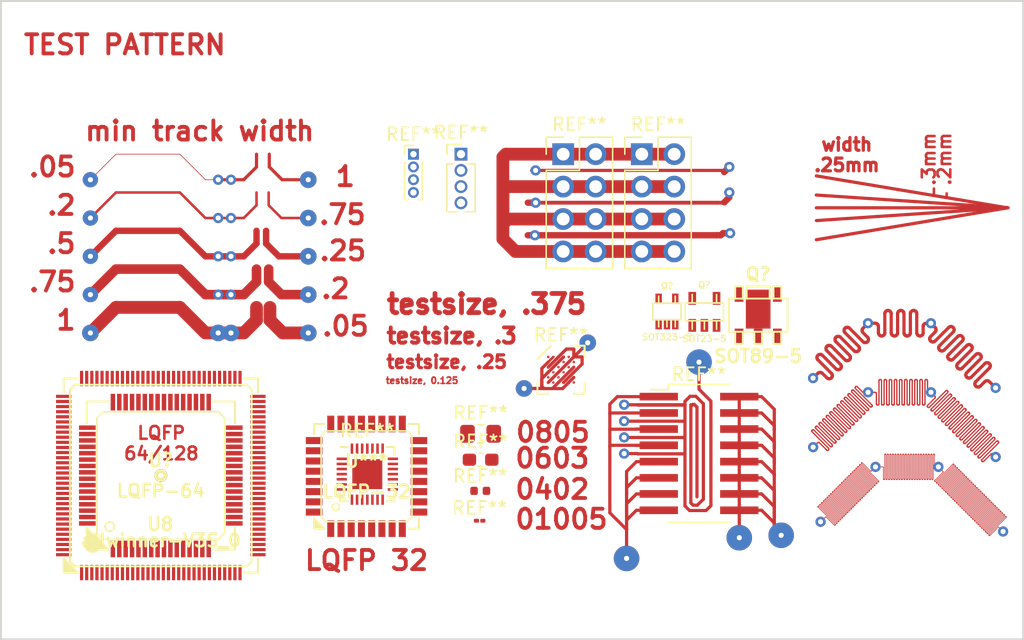
<source format=kicad_pcb>
(kicad_pcb (version 20171130) (host pcbnew 5.0.1-33cea8e~68~ubuntu18.04.1)
  (layers (0 F.Cu signal) (31 B.Cu signal) (34 B.Paste user) (35 F.Paste user) (36 B.SilkS user) (37 F.SilkS user) (38 B.Mask user) (39 F.Mask user) (44 Edge.Cuts user))
  (net 0 "")
  (module Capacitor_SMD:C_0603_1608Metric_Pad1.05x0.95mm_HandSolder (layer F.Cu) (at 37.537501 35.93)
    (fp_text reference REF** (at 0 -1.43) (layer F.SilkS))
    (fp_text value C_0603_1608Metric_Pad1.05x0.95mm_HandSolder)
    (pad 2 smd roundrect (at 0.875 0) (size 1.05 0.95) (layers F.Cu F.Paste F.Mask))
    (pad 1 smd roundrect (at -0.875 0) (size 1.05 0.95) (layers F.Cu F.Paste F.Mask))
  )
  (module Connector_PinHeader_2.54mm:PinHeader_2x04_P2.54mm_Vertical (layer F.Cu) (at 50.15 12)
    (fp_text reference REF** (at 1.27 -2.33) (layer F.SilkS))
    (fp_text value PinHeader_2x04_P2.54mm_Vertical)
    (pad 1 thru_hole rect (at 0 0) (size 1.7 1.7) (drill 1) (layers *.Cu *.Mask))
    (pad 2 thru_hole oval (at 2.54 0) (size 1.7 1.7) (drill 1) (layers *.Cu *.Mask))
    (pad 3 thru_hole oval (at 0 2.54) (size 1.7 1.7) (drill 1) (layers *.Cu *.Mask))
    (pad 4 thru_hole oval (at 2.54 2.54) (size 1.7 1.7) (drill 1) (layers *.Cu *.Mask))
    (pad 5 thru_hole oval (at 0 5.08) (size 1.7 1.7) (drill 1) (layers *.Cu *.Mask))
    (pad 6 thru_hole oval (at 2.54 5.08) (size 1.7 1.7) (drill 1) (layers *.Cu *.Mask))
    (pad 7 thru_hole oval (at 0 7.62) (size 1.7 1.7) (drill 1) (layers *.Cu *.Mask))
    (pad 8 thru_hole oval (at 2.54 7.62) (size 1.7 1.7) (drill 1) (layers *.Cu *.Mask))
  )
  (module Connector_PinHeader_2.54mm:PinHeader_2x04_P2.54mm_Vertical (layer F.Cu) (at 44 12)
    (fp_text reference REF** (at 1.27 -2.33) (layer F.SilkS))
    (fp_text value PinHeader_2x04_P2.54mm_Vertical)
    (pad 8 thru_hole oval (at 2.54 7.62) (size 1.7 1.7) (drill 1) (layers *.Cu *.Mask))
    (pad 7 thru_hole oval (at 0 7.62) (size 1.7 1.7) (drill 1) (layers *.Cu *.Mask))
    (pad 6 thru_hole oval (at 2.54 5.08) (size 1.7 1.7) (drill 1) (layers *.Cu *.Mask))
    (pad 5 thru_hole oval (at 0 5.08) (size 1.7 1.7) (drill 1) (layers *.Cu *.Mask))
    (pad 4 thru_hole oval (at 2.54 2.54) (size 1.7 1.7) (drill 1) (layers *.Cu *.Mask))
    (pad 3 thru_hole oval (at 0 2.54) (size 1.7 1.7) (drill 1) (layers *.Cu *.Mask))
    (pad 2 thru_hole oval (at 2.54 0) (size 1.7 1.7) (drill 1) (layers *.Cu *.Mask))
    (pad 1 thru_hole rect (at 0 0) (size 1.7 1.7) (drill 1) (layers *.Cu *.Mask))
  )
  (module Connector_PinHeader_1.00mm:PinHeader_1x04_P1.00mm_Vertical (layer F.Cu) (at 32.28 12)
    (fp_text reference REF** (at 0 -1.56) (layer F.SilkS))
    (fp_text value PinHeader_1x04_P1.00mm_Vertical)
    (pad 4 thru_hole oval (at 0 3) (size 0.85 0.85) (drill 0.5) (layers *.Cu *.Mask))
    (pad 3 thru_hole oval (at 0 2) (size 0.85 0.85) (drill 0.5) (layers *.Cu *.Mask))
    (pad 2 thru_hole oval (at 0 1) (size 0.85 0.85) (drill 0.5) (layers *.Cu *.Mask))
    (pad 1 thru_hole rect (at 0 0) (size 0.85 0.85) (drill 0.5) (layers *.Cu *.Mask))
  )
  (module Connector_PinHeader_1.27mm:PinHeader_1x04_P1.27mm_Vertical (layer F.Cu) (at 36 12)
    (fp_text reference REF** (at 0 -1.695) (layer F.SilkS))
    (fp_text value PinHeader_1x04_P1.27mm_Vertical)
    (pad 4 thru_hole oval (at 0 3.81) (size 1 1) (drill 0.65) (layers *.Cu *.Mask))
    (pad 3 thru_hole oval (at 0 2.54) (size 1 1) (drill 0.65) (layers *.Cu *.Mask))
    (pad 2 thru_hole oval (at 0 1.27) (size 1 1) (drill 0.65) (layers *.Cu *.Mask))
    (pad 1 thru_hole rect (at 0 0) (size 1 1) (drill 0.65) (layers *.Cu *.Mask))
  )
  (module footprint-lib:v3s-elqfp128 (layer F.Cu) (at 12.51 37.17)
    (fp_text reference U8 (at -0.04064 3.81) (layer F.SilkS) (effects (font (thickness 0.2))))
    (fp_text value allwinner-V3S_0 (at 0 5.08) (layer F.SilkS) (effects (font (thickness 0.2))))
    (pad 129 thru_hole oval (at 0 0) (size 1 1) (drill oval 0.4) (layers *.Cu *.Mask F.SilkS))
    (pad 1 smd rect (at -6.200001 7.6) (size 0.25 1.2) (layers F.Cu F.Paste F.Mask))
    (pad 2 smd rect (at -5.8 7.6) (size 0.25 1.2) (layers F.Cu F.Paste F.Mask))
    (pad 3 smd rect (at -5.4 7.6) (size 0.25 1.2) (layers F.Cu F.Paste F.Mask))
    (pad 4 smd rect (at -4.999999 7.6) (size 0.25 1.2) (layers F.Cu F.Paste F.Mask))
    (pad 5 smd rect (at -4.6 7.6) (size 0.25 1.2) (layers F.Cu F.Paste F.Mask))
    (pad 6 smd rect (at -4.2 7.6) (size 0.25 1.2) (layers F.Cu F.Paste F.Mask))
    (pad 7 smd rect (at -3.8 7.6) (size 0.25 1.2) (layers F.Cu F.Paste F.Mask))
    (pad 8 smd rect (at -3.400001 7.6) (size 0.25 1.2) (layers F.Cu F.Paste F.Mask))
    (pad 9 smd rect (at -3 7.6) (size 0.25 1.2) (layers F.Cu F.Paste F.Mask))
    (pad 10 smd rect (at -2.6 7.6) (size 0.25 1.2) (layers F.Cu F.Paste F.Mask))
    (pad 11 smd rect (at -2.199999 7.6) (size 0.25 1.2) (layers F.Cu F.Paste F.Mask))
    (pad 12 smd rect (at -1.8 7.6) (size 0.25 1.2) (layers F.Cu F.Paste F.Mask))
    (pad 13 smd rect (at -1.4 7.6) (size 0.25 1.2) (layers F.Cu F.Paste F.Mask))
    (pad 14 smd rect (at -1 7.6) (size 0.25 1.2) (layers F.Cu F.Paste F.Mask))
    (pad 15 smd rect (at -0.600001 7.6) (size 0.25 1.2) (layers F.Cu F.Paste F.Mask))
    (pad 16 smd rect (at -0.2 7.6) (size 0.25 1.2) (layers F.Cu F.Paste F.Mask))
    (pad 17 smd rect (at 0.2 7.6) (size 0.25 1.2) (layers F.Cu F.Paste F.Mask))
    (pad 18 smd rect (at 0.600001 7.6) (size 0.25 1.2) (layers F.Cu F.Paste F.Mask))
    (pad 19 smd rect (at 1 7.6) (size 0.25 1.2) (layers F.Cu F.Paste F.Mask))
    (pad 20 smd rect (at 1.4 7.6) (size 0.25 1.2) (layers F.Cu F.Paste F.Mask))
    (pad 21 smd rect (at 1.8 7.6) (size 0.25 1.2) (layers F.Cu F.Paste F.Mask))
    (pad 22 smd rect (at 2.199999 7.6) (size 0.25 1.2) (layers F.Cu F.Paste F.Mask))
    (pad 23 smd rect (at 2.6 7.6) (size 0.25 1.2) (layers F.Cu F.Paste F.Mask))
    (pad 24 smd rect (at 3 7.6) (size 0.25 1.2) (layers F.Cu F.Paste F.Mask))
    (pad 25 smd rect (at 3.400001 7.6) (size 0.25 1.2) (layers F.Cu F.Paste F.Mask))
    (pad 26 smd rect (at 3.8 7.6) (size 0.25 1.2) (layers F.Cu F.Paste F.Mask))
    (pad 27 smd rect (at 4.2 7.6) (size 0.25 1.2) (layers F.Cu F.Paste F.Mask))
    (pad 28 smd rect (at 4.6 7.6) (size 0.25 1.2) (layers F.Cu F.Paste F.Mask))
    (pad 29 smd rect (at 4.999999 7.6) (size 0.25 1.2) (layers F.Cu F.Paste F.Mask))
    (pad 30 smd rect (at 5.4 7.6) (size 0.25 1.2) (layers F.Cu F.Paste F.Mask))
    (pad 31 smd rect (at 5.8 7.6) (size 0.25 1.2) (layers F.Cu F.Paste F.Mask))
    (pad 32 smd rect (at 6.200001 7.6) (size 0.25 1.2) (layers F.Cu F.Paste F.Mask))
    (pad 33 smd rect (at 7.6 6.200001) (size 1.2 0.25) (layers F.Cu F.Paste F.Mask))
    (pad 34 smd rect (at 7.6 5.8) (size 1.2 0.25) (layers F.Cu F.Paste F.Mask))
    (pad 35 smd rect (at 7.6 5.4) (size 1.2 0.25) (layers F.Cu F.Paste F.Mask))
    (pad 36 smd rect (at 7.6 4.999999) (size 1.2 0.25) (layers F.Cu F.Paste F.Mask))
    (pad 37 smd rect (at 7.6 4.6) (size 1.2 0.25) (layers F.Cu F.Paste F.Mask))
    (pad 38 smd rect (at 7.6 4.2) (size 1.2 0.25) (layers F.Cu F.Paste F.Mask))
    (pad 39 smd rect (at 7.6 3.8) (size 1.2 0.25) (layers F.Cu F.Paste F.Mask))
    (pad 40 smd rect (at 7.6 3.400001) (size 1.2 0.25) (layers F.Cu F.Paste F.Mask))
    (pad 41 smd rect (at 7.6 3) (size 1.2 0.25) (layers F.Cu F.Paste F.Mask))
    (pad 42 smd rect (at 7.6 2.6) (size 1.2 0.25) (layers F.Cu F.Paste F.Mask))
    (pad 43 smd rect (at 7.6 2.199999) (size 1.2 0.25) (layers F.Cu F.Paste F.Mask))
    (pad 44 smd rect (at 7.6 1.8) (size 1.2 0.25) (layers F.Cu F.Paste F.Mask))
    (pad 45 smd rect (at 7.6 1.4) (size 1.2 0.25) (layers F.Cu F.Paste F.Mask))
    (pad 46 smd rect (at 7.6 1) (size 1.2 0.25) (layers F.Cu F.Paste F.Mask))
    (pad 47 smd rect (at 7.6 0.600001) (size 1.2 0.25) (layers F.Cu F.Paste F.Mask))
    (pad 48 smd rect (at 7.6 0.2) (size 1.2 0.25) (layers F.Cu F.Paste F.Mask))
    (pad 49 smd rect (at 7.6 -0.2) (size 1.2 0.25) (layers F.Cu F.Paste F.Mask))
    (pad 50 smd rect (at 7.6 -0.600001) (size 1.2 0.25) (layers F.Cu F.Paste F.Mask))
    (pad 51 smd rect (at 7.6 -1) (size 1.2 0.25) (layers F.Cu F.Paste F.Mask))
    (pad 52 smd rect (at 7.6 -1.4) (size 1.2 0.25) (layers F.Cu F.Paste F.Mask))
    (pad 53 smd rect (at 7.6 -1.8) (size 1.2 0.25) (layers F.Cu F.Paste F.Mask))
    (pad 54 smd rect (at 7.6 -2.199999) (size 1.2 0.25) (layers F.Cu F.Paste F.Mask))
    (pad 55 smd rect (at 7.6 -2.6) (size 1.2 0.25) (layers F.Cu F.Paste F.Mask))
    (pad 56 smd rect (at 7.6 -3) (size 1.2 0.25) (layers F.Cu F.Paste F.Mask))
    (pad 57 smd rect (at 7.6 -3.400001) (size 1.2 0.25) (layers F.Cu F.Paste F.Mask))
    (pad 58 smd rect (at 7.6 -3.8) (size 1.2 0.25) (layers F.Cu F.Paste F.Mask))
    (pad 59 smd rect (at 7.6 -4.2) (size 1.2 0.25) (layers F.Cu F.Paste F.Mask))
    (pad 60 smd rect (at 7.6 -4.6) (size 1.2 0.25) (layers F.Cu F.Paste F.Mask))
    (pad 61 smd rect (at 7.6 -4.999999) (size 1.2 0.25) (layers F.Cu F.Paste F.Mask))
    (pad 62 smd rect (at 7.6 -5.4) (size 1.2 0.25) (layers F.Cu F.Paste F.Mask))
    (pad 63 smd rect (at 7.6 -5.8) (size 1.2 0.25) (layers F.Cu F.Paste F.Mask))
    (pad 64 smd rect (at 7.6 -6.200001) (size 1.2 0.25) (layers F.Cu F.Paste F.Mask))
    (pad 65 smd rect (at 6.200001 -7.6) (size 0.25 1.2) (layers F.Cu F.Paste F.Mask))
    (pad 66 smd rect (at 5.8 -7.6) (size 0.25 1.2) (layers F.Cu F.Paste F.Mask))
    (pad 67 smd rect (at 5.4 -7.6) (size 0.25 1.2) (layers F.Cu F.Paste F.Mask))
    (pad 68 smd rect (at 4.999999 -7.6) (size 0.25 1.2) (layers F.Cu F.Paste F.Mask))
    (pad 69 smd rect (at 4.6 -7.6) (size 0.25 1.2) (layers F.Cu F.Paste F.Mask))
    (pad 70 smd rect (at 4.2 -7.6) (size 0.25 1.2) (layers F.Cu F.Paste F.Mask))
    (pad 71 smd rect (at 3.8 -7.6) (size 0.25 1.2) (layers F.Cu F.Paste F.Mask))
    (pad 72 smd rect (at 3.400001 -7.6) (size 0.25 1.2) (layers F.Cu F.Paste F.Mask))
    (pad 73 smd rect (at 3 -7.6) (size 0.25 1.2) (layers F.Cu F.Paste F.Mask))
    (pad 74 smd rect (at 2.6 -7.6) (size 0.25 1.2) (layers F.Cu F.Paste F.Mask))
    (pad 75 smd rect (at 2.199999 -7.6) (size 0.25 1.2) (layers F.Cu F.Paste F.Mask))
    (pad 76 smd rect (at 1.8 -7.6) (size 0.25 1.2) (layers F.Cu F.Paste F.Mask))
    (pad 77 smd rect (at 1.4 -7.6) (size 0.25 1.2) (layers F.Cu F.Paste F.Mask))
    (pad 78 smd rect (at 1 -7.6) (size 0.25 1.2) (layers F.Cu F.Paste F.Mask))
    (pad 79 smd rect (at 0.600001 -7.6) (size 0.25 1.2) (layers F.Cu F.Paste F.Mask))
    (pad 80 smd rect (at 0.2 -7.6) (size 0.25 1.2) (layers F.Cu F.Paste F.Mask))
    (pad 81 smd rect (at -0.2 -7.6) (size 0.25 1.2) (layers F.Cu F.Paste F.Mask))
    (pad 82 smd rect (at -0.600001 -7.6) (size 0.25 1.2) (layers F.Cu F.Paste F.Mask))
    (pad 83 smd rect (at -1 -7.6) (size 0.25 1.2) (layers F.Cu F.Paste F.Mask))
    (pad 84 smd rect (at -1.4 -7.6) (size 0.25 1.2) (layers F.Cu F.Paste F.Mask))
    (pad 85 smd rect (at -1.8 -7.6) (size 0.25 1.2) (layers F.Cu F.Paste F.Mask))
    (pad 86 smd rect (at -2.199999 -7.6) (size 0.25 1.2) (layers F.Cu F.Paste F.Mask))
    (pad 87 smd rect (at -2.6 -7.6) (size 0.25 1.2) (layers F.Cu F.Paste F.Mask))
    (pad 88 smd rect (at -3 -7.6) (size 0.25 1.2) (layers F.Cu F.Paste F.Mask))
    (pad 89 smd rect (at -3.400001 -7.6) (size 0.25 1.2) (layers F.Cu F.Paste F.Mask))
    (pad 90 smd rect (at -3.8 -7.6) (size 0.25 1.2) (layers F.Cu F.Paste F.Mask))
    (pad 91 smd rect (at -4.2 -7.6) (size 0.25 1.2) (layers F.Cu F.Paste F.Mask))
    (pad 92 smd rect (at -4.6 -7.6) (size 0.25 1.2) (layers F.Cu F.Paste F.Mask))
    (pad 93 smd rect (at -4.999999 -7.6) (size 0.25 1.2) (layers F.Cu F.Paste F.Mask))
    (pad 94 smd rect (at -5.4 -7.6) (size 0.25 1.2) (layers F.Cu F.Paste F.Mask))
    (pad 95 smd rect (at -5.8 -7.6) (size 0.25 1.2) (layers F.Cu F.Paste F.Mask))
    (pad 96 smd rect (at -6.200001 -7.6) (size 0.25 1.2) (layers F.Cu F.Paste F.Mask))
    (pad 97 smd rect (at -7.6 -6.200001) (size 1.2 0.25) (layers F.Cu F.Paste F.Mask) (clearance 0.1))
    (pad 98 smd rect (at -7.6 -5.8) (size 1.2 0.25) (layers F.Cu F.Paste F.Mask) (clearance 0.1))
    (pad 99 smd rect (at -7.6 -5.4) (size 1.2 0.25) (layers F.Cu F.Paste F.Mask))
    (pad 100 smd rect (at -7.6 -4.999999) (size 1.2 0.25) (layers F.Cu F.Paste F.Mask))
    (pad 101 smd rect (at -7.6 -4.6) (size 1.2 0.25) (layers F.Cu F.Paste F.Mask))
    (pad 102 smd rect (at -7.6 -4.2) (size 1.2 0.25) (layers F.Cu F.Paste F.Mask))
    (pad 103 smd rect (at -7.6 -3.8) (size 1.2 0.25) (layers F.Cu F.Paste F.Mask))
    (pad 104 smd rect (at -7.6 -3.400001) (size 1.2 0.25) (layers F.Cu F.Paste F.Mask))
    (pad 105 smd rect (at -7.6 -3) (size 1.2 0.25) (layers F.Cu F.Paste F.Mask))
    (pad 106 smd rect (at -7.6 -2.6) (size 1.2 0.25) (layers F.Cu F.Paste F.Mask))
    (pad 107 smd rect (at -7.6 -2.199999) (size 1.2 0.25) (layers F.Cu F.Paste F.Mask))
    (pad 108 smd rect (at -7.6 -1.8) (size 1.2 0.25) (layers F.Cu F.Paste F.Mask))
    (pad 109 smd rect (at -7.6 -1.4) (size 1.2 0.25) (layers F.Cu F.Paste F.Mask))
    (pad 110 smd rect (at -7.6 -1) (size 1.2 0.25) (layers F.Cu F.Paste F.Mask))
    (pad 111 smd rect (at -7.6 -0.600001) (size 1.2 0.25) (layers F.Cu F.Paste F.Mask))
    (pad 112 smd rect (at -7.6 -0.2) (size 1.2 0.25) (layers F.Cu F.Paste F.Mask))
    (pad 113 smd rect (at -7.6 0.2) (size 1.2 0.25) (layers F.Cu F.Paste F.Mask))
    (pad 114 smd rect (at -7.6 0.600001) (size 1.2 0.25) (layers F.Cu F.Paste F.Mask))
    (pad 115 smd rect (at -7.6 1) (size 1.2 0.25) (layers F.Cu F.Paste F.Mask))
    (pad 116 smd rect (at -7.6 1.4) (size 1.2 0.25) (layers F.Cu F.Paste F.Mask))
    (pad 117 smd rect (at -7.6 1.8) (size 1.2 0.25) (layers F.Cu F.Paste F.Mask))
    (pad 118 smd rect (at -7.6 2.199999) (size 1.2 0.25) (layers F.Cu F.Paste F.Mask))
    (pad 119 smd rect (at -7.6 2.6) (size 1.2 0.25) (layers F.Cu F.Paste F.Mask))
    (pad 120 smd rect (at -7.6 3) (size 1.2 0.25) (layers F.Cu F.Paste F.Mask))
    (pad 121 smd rect (at -7.6 3.400001) (size 1.2 0.25) (layers F.Cu F.Paste F.Mask))
    (pad 122 smd rect (at -7.6 3.8) (size 1.2 0.25) (layers F.Cu F.Paste F.Mask))
    (pad 123 smd rect (at -7.6 4.2) (size 1.2 0.25) (layers F.Cu F.Paste F.Mask))
    (pad 124 smd rect (at -7.6 4.6) (size 1.2 0.25) (layers F.Cu F.Paste F.Mask))
    (pad 125 smd rect (at -7.6 4.999999) (size 1.2 0.25) (layers F.Cu F.Paste F.Mask))
    (pad 126 smd rect (at -7.6 5.4) (size 1.2 0.25) (layers F.Cu F.Paste F.Mask))
    (pad 127 smd rect (at -7.6 5.8) (size 1.2 0.25) (layers F.Cu F.Paste F.Mask))
    (pad 128 smd rect (at -7.6 6.200001) (size 1.2 0.25) (layers F.Cu F.Paste F.Mask))
  )
  (module w_smd_lqfp:lqfp32 (layer F.Cu) (at 28.61 37.23)
    (fp_text reference LQFP-32 (at 0 1.2) (layer F.SilkS) (effects (font (thickness 0.2))))
    (fp_text value U*** (at 0 -1.2) (layer F.SilkS) (effects (font (thickness 0.2))))
    (pad 32 smd rect (at -4.1 2.8) (size 1.3 0.55) (layers F.Cu F.Paste F.Mask))
    (pad 31 smd rect (at -4.1 2) (size 1.3 0.55) (layers F.Cu F.Paste F.Mask))
    (pad 30 smd rect (at -4.1 1.2) (size 1.3 0.55) (layers F.Cu F.Paste F.Mask))
    (pad 29 smd rect (at -4.1 0.4) (size 1.3 0.55) (layers F.Cu F.Paste F.Mask))
    (pad 28 smd rect (at -4.1 -0.4) (size 1.3 0.55) (layers F.Cu F.Paste F.Mask))
    (pad 27 smd rect (at -4.1 -1.2) (size 1.3 0.55) (layers F.Cu F.Paste F.Mask))
    (pad 26 smd rect (at -4.1 -2) (size 1.3 0.55) (layers F.Cu F.Paste F.Mask))
    (pad 25 smd rect (at -4.1 -2.8) (size 1.3 0.55) (layers F.Cu F.Paste F.Mask))
    (pad 24 smd rect (at -2.8 -4.1) (size 0.55 1.3) (layers F.Cu F.Paste F.Mask))
    (pad 23 smd rect (at -2 -4.1) (size 0.55 1.3) (layers F.Cu F.Paste F.Mask))
    (pad 22 smd rect (at -1.2 -4.1) (size 0.55 1.3) (layers F.Cu F.Paste F.Mask))
    (pad 21 smd rect (at -0.4 -4.1) (size 0.55 1.3) (layers F.Cu F.Paste F.Mask))
    (pad 20 smd rect (at 0.4 -4.1) (size 0.55 1.3) (layers F.Cu F.Paste F.Mask))
    (pad 19 smd rect (at 1.2 -4.1) (size 0.55 1.3) (layers F.Cu F.Paste F.Mask))
    (pad 18 smd rect (at 2 -4.1) (size 0.55 1.3) (layers F.Cu F.Paste F.Mask))
    (pad 17 smd rect (at 2.8 -4.1) (size 0.55 1.3) (layers F.Cu F.Paste F.Mask))
    (pad 16 smd rect (at 4.1 -2.8) (size 1.3 0.55) (layers F.Cu F.Paste F.Mask))
    (pad 15 smd rect (at 4.1 -2) (size 1.3 0.55) (layers F.Cu F.Paste F.Mask))
    (pad 14 smd rect (at 4.1 -1.2) (size 1.3 0.55) (layers F.Cu F.Paste F.Mask))
    (pad 13 smd rect (at 4.1 -0.4) (size 1.3 0.55) (layers F.Cu F.Paste F.Mask))
    (pad 12 smd rect (at 4.1 0.4) (size 1.3 0.55) (layers F.Cu F.Paste F.Mask))
    (pad 11 smd rect (at 4.1 1.2) (size 1.3 0.55) (layers F.Cu F.Paste F.Mask))
    (pad 10 smd rect (at 4.1 2) (size 1.3 0.55) (layers F.Cu F.Paste F.Mask))
    (pad 9 smd rect (at 4.1 2.8) (size 1.3 0.55) (layers F.Cu F.Paste F.Mask))
    (pad 3 smd rect (at -1.2 4.1) (size 0.55 1.3) (layers F.Cu F.Paste F.Mask))
    (pad 2 smd rect (at -2 4.1) (size 0.55 1.3) (layers F.Cu F.Paste F.Mask))
    (pad 1 smd rect (at -2.8 4.1) (size 0.55 1.3) (layers F.Cu F.Paste F.Mask))
    (pad 8 smd rect (at 2.8 4.1) (size 0.55 1.3) (layers F.Cu F.Paste F.Mask))
    (pad 7 smd rect (at 2 4.1) (size 0.55 1.3) (layers F.Cu F.Paste F.Mask))
    (pad 6 smd rect (at 1.2 4.1) (size 0.55 1.3) (layers F.Cu F.Paste F.Mask))
    (pad 5 smd rect (at 0.4 4.1) (size 0.55 1.3) (layers F.Cu F.Paste F.Mask))
    (pad 4 smd rect (at -0.4 4.1) (size 0.55 1.3) (layers F.Cu F.Paste F.Mask))
  )
  (module w_smd_lqfp:lqfp64 (layer F.Cu) (at 12.51 37.17)
    (fp_text reference U? (at 0 -1.2) (layer F.SilkS) (effects (font (thickness 0.2))))
    (fp_text value LQFP-64 (at 0 1.2) (layer F.SilkS) (effects (font (thickness 0.2))))
    (pad 64 smd rect (at -5.75 3.75) (size 1.3 0.35) (layers F.Cu F.Paste F.Mask))
    (pad 63 smd rect (at -5.75 3.25) (size 1.3 0.35) (layers F.Cu F.Paste F.Mask))
    (pad 62 smd rect (at -5.75 2.75) (size 1.3 0.35) (layers F.Cu F.Paste F.Mask))
    (pad 61 smd rect (at -5.75 2.25) (size 1.3 0.35) (layers F.Cu F.Paste F.Mask))
    (pad 60 smd rect (at -5.75 1.75) (size 1.3 0.35) (layers F.Cu F.Paste F.Mask))
    (pad 48 smd rect (at -3.75 -5.75) (size 0.35 1.3) (layers F.Cu F.Paste F.Mask))
    (pad 47 smd rect (at -3.25 -5.75) (size 0.35 1.3) (layers F.Cu F.Paste F.Mask))
    (pad 46 smd rect (at -2.75 -5.75) (size 0.35 1.3) (layers F.Cu F.Paste F.Mask))
    (pad 45 smd rect (at -2.25 -5.75) (size 0.35 1.3) (layers F.Cu F.Paste F.Mask))
    (pad 44 smd rect (at -1.75 -5.75) (size 0.35 1.3) (layers F.Cu F.Paste F.Mask))
    (pad 32 smd rect (at 5.75 -3.75) (size 1.3 0.35) (layers F.Cu F.Paste F.Mask))
    (pad 31 smd rect (at 5.75 -3.25) (size 1.3 0.35) (layers F.Cu F.Paste F.Mask))
    (pad 30 smd rect (at 5.75 -2.75) (size 1.3 0.35) (layers F.Cu F.Paste F.Mask))
    (pad 29 smd rect (at 5.75 -2.25) (size 1.3 0.35) (layers F.Cu F.Paste F.Mask))
    (pad 28 smd rect (at 5.75 -1.75) (size 1.3 0.35) (layers F.Cu F.Paste F.Mask))
    (pad 16 smd rect (at 3.75 5.75) (size 0.35 1.3) (layers F.Cu F.Paste F.Mask))
    (pad 15 smd rect (at 3.25 5.75) (size 0.35 1.3) (layers F.Cu F.Paste F.Mask))
    (pad 14 smd rect (at 2.75 5.75) (size 0.35 1.3) (layers F.Cu F.Paste F.Mask))
    (pad 13 smd rect (at 2.25 5.75) (size 0.35 1.3) (layers F.Cu F.Paste F.Mask))
    (pad 12 smd rect (at 1.75 5.75) (size 0.35 1.3) (layers F.Cu F.Paste F.Mask))
    (pad 59 smd rect (at -5.75 1.25) (size 1.3 0.35) (layers F.Cu F.Paste F.Mask))
    (pad 58 smd rect (at -5.75 0.75) (size 1.3 0.35) (layers F.Cu F.Paste F.Mask))
    (pad 57 smd rect (at -5.75 0.25) (size 1.3 0.35) (layers F.Cu F.Paste F.Mask))
    (pad 43 smd rect (at -1.25 -5.75) (size 0.35 1.3) (layers F.Cu F.Paste F.Mask))
    (pad 42 smd rect (at -0.75 -5.75) (size 0.35 1.3) (layers F.Cu F.Paste F.Mask))
    (pad 41 smd rect (at -0.25 -5.75) (size 0.35 1.3) (layers F.Cu F.Paste F.Mask))
    (pad 27 smd rect (at 5.75 -1.25) (size 1.3 0.35) (layers F.Cu F.Paste F.Mask))
    (pad 26 smd rect (at 5.75 -0.75) (size 1.3 0.35) (layers F.Cu F.Paste F.Mask))
    (pad 25 smd rect (at 5.75 -0.25) (size 1.3 0.35) (layers F.Cu F.Paste F.Mask))
    (pad 11 smd rect (at 1.25 5.75) (size 0.35 1.3) (layers F.Cu F.Paste F.Mask))
    (pad 10 smd rect (at 0.75 5.75) (size 0.35 1.3) (layers F.Cu F.Paste F.Mask))
    (pad 9 smd rect (at 0.25 5.75) (size 0.35 1.3) (layers F.Cu F.Paste F.Mask))
    (pad 56 smd rect (at -5.75 -0.25) (size 1.3 0.35) (layers F.Cu F.Paste F.Mask))
    (pad 55 smd rect (at -5.75 -0.75) (size 1.3 0.35) (layers F.Cu F.Paste F.Mask))
    (pad 54 smd rect (at -5.75 -1.25) (size 1.3 0.35) (layers F.Cu F.Paste F.Mask))
    (pad 53 smd rect (at -5.75 -1.75) (size 1.3 0.35) (layers F.Cu F.Paste F.Mask))
    (pad 52 smd rect (at -5.75 -2.25) (size 1.3 0.35) (layers F.Cu F.Paste F.Mask))
    (pad 51 smd rect (at -5.75 -2.75) (size 1.3 0.35) (layers F.Cu F.Paste F.Mask))
    (pad 50 smd rect (at -5.75 -3.25) (size 1.3 0.35) (layers F.Cu F.Paste F.Mask))
    (pad 49 smd rect (at -5.75 -3.75) (size 1.3 0.35) (layers F.Cu F.Paste F.Mask))
    (pad 40 smd rect (at 0.25 -5.75) (size 0.35 1.3) (layers F.Cu F.Paste F.Mask))
    (pad 39 smd rect (at 0.75 -5.75) (size 0.35 1.3) (layers F.Cu F.Paste F.Mask))
    (pad 38 smd rect (at 1.25 -5.75) (size 0.35 1.3) (layers F.Cu F.Paste F.Mask))
    (pad 37 smd rect (at 1.75 -5.75) (size 0.35 1.3) (layers F.Cu F.Paste F.Mask))
    (pad 36 smd rect (at 2.25 -5.75) (size 0.35 1.3) (layers F.Cu F.Paste F.Mask))
    (pad 35 smd rect (at 2.75 -5.75) (size 0.35 1.3) (layers F.Cu F.Paste F.Mask))
    (pad 34 smd rect (at 3.25 -5.75) (size 0.35 1.3) (layers F.Cu F.Paste F.Mask))
    (pad 33 smd rect (at 3.75 -5.75) (size 0.35 1.3) (layers F.Cu F.Paste F.Mask))
    (pad 24 smd rect (at 5.75 0.25) (size 1.3 0.35) (layers F.Cu F.Paste F.Mask))
    (pad 23 smd rect (at 5.75 0.75) (size 1.3 0.35) (layers F.Cu F.Paste F.Mask))
    (pad 22 smd rect (at 5.75 1.25) (size 1.3 0.35) (layers F.Cu F.Paste F.Mask))
    (pad 21 smd rect (at 5.75 1.75) (size 1.3 0.35) (layers F.Cu F.Paste F.Mask))
    (pad 20 smd rect (at 5.75 2.25) (size 1.3 0.35) (layers F.Cu F.Paste F.Mask))
    (pad 19 smd rect (at 5.75 2.75) (size 1.3 0.35) (layers F.Cu F.Paste F.Mask))
    (pad 18 smd rect (at 5.75 3.25) (size 1.3 0.35) (layers F.Cu F.Paste F.Mask))
    (pad 17 smd rect (at 5.75 3.75) (size 1.3 0.35) (layers F.Cu F.Paste F.Mask))
    (pad 3 smd rect (at -2.75 5.75) (size 0.35 1.3) (layers F.Cu F.Paste F.Mask))
    (pad 2 smd rect (at -3.25 5.75) (size 0.35 1.3) (layers F.Cu F.Paste F.Mask))
    (pad 1 smd rect (at -3.75 5.75) (size 0.35 1.3) (layers F.Cu F.Paste F.Mask))
    (pad 8 smd rect (at -0.25 5.75) (size 0.35 1.3) (layers F.Cu F.Paste F.Mask))
    (pad 7 smd rect (at -0.75 5.75) (size 0.35 1.3) (layers F.Cu F.Paste F.Mask))
    (pad 6 smd rect (at -1.25 5.75) (size 0.35 1.3) (layers F.Cu F.Paste F.Mask))
    (pad 5 smd rect (at -1.75 5.75) (size 0.35 1.3) (layers F.Cu F.Paste F.Mask))
    (pad 4 smd rect (at -2.25 5.75) (size 0.35 1.3) (layers F.Cu F.Paste F.Mask))
  )
  (module Capacitor_SMD:C_0805_2012Metric_Pad1.15x1.40mm_HandSolder (layer F.Cu) (at 37.537501 33.9)
    (fp_text reference REF** (at 0 -1.65) (layer F.SilkS))
    (fp_text value C_0805_2012Metric_Pad1.15x1.40mm_HandSolder)
    (pad 2 smd roundrect (at 1.025 0) (size 1.15 1.4) (layers F.Cu F.Paste F.Mask) (roundrect_rratio 0.217391))
    (pad 1 smd roundrect (at -1.025 0) (size 1.15 1.4) (layers F.Cu F.Paste F.Mask) (roundrect_rratio 0.217391))
  )
  (module Capacitor_SMD:C_0402_1005Metric (layer F.Cu) (at 37.51 38.37)
    (fp_text reference REF** (at 0 -1.17) (layer F.SilkS))
    (fp_text value C_0402_1005Metric)
    (pad 2 smd roundrect (at 0.485 0) (size 0.59 0.64) (layers F.Cu F.Paste F.Mask))
    (pad 1 smd roundrect (at -0.485 0) (size 0.59 0.64) (layers F.Cu F.Paste F.Mask))
  )
  (module Capacitor_SMD:C_01005_0402Metric (layer F.Cu) (at 37.46 40.71)
    (fp_text reference REF** (at 0 -1) (layer F.SilkS))
    (fp_text value C_01005_0402Metric)
    (pad 2 smd roundrect (at 0.25 0) (size 0.4 0.3) (layers F.Cu F.Mask))
    (pad 1 smd roundrect (at -0.25 0) (size 0.4 0.3) (layers F.Cu F.Mask))
  )
  (module footprint-lib:SOP-16_4.4x10.4mm_Pitch1.27mm (layer F.Cu) (at 54.63 35.44)
    (fp_text reference REF** (at 0 -6.2) (layer F.SilkS))
    (fp_text value SOP-16_4.4x10.4mm_Pitch1.27mm)
    (pad 16 smd rect (at 3.15 -4.45) (size 3 0.6) (layers F.Cu F.Paste F.Mask))
    (pad 15 smd rect (at 3.15 -3.17) (size 3 0.6) (layers F.Cu F.Paste F.Mask))
    (pad 14 smd rect (at 3.15 -1.91) (size 3 0.6) (layers F.Cu F.Paste F.Mask))
    (pad 13 smd rect (at 3.15 -0.64) (size 3 0.6) (layers F.Cu F.Paste F.Mask))
    (pad 12 smd rect (at 3.15 0.64) (size 3 0.6) (layers F.Cu F.Paste F.Mask))
    (pad 11 smd rect (at 3.15 1.91) (size 3 0.6) (layers F.Cu F.Paste F.Mask))
    (pad 10 smd rect (at 3.15 3.17) (size 3 0.6) (layers F.Cu F.Paste F.Mask))
    (pad 9 smd rect (at 3.15 4.45) (size 3 0.6) (layers F.Cu F.Paste F.Mask))
    (pad 8 smd rect (at -3.15 4.45) (size 3 0.6) (layers F.Cu F.Paste F.Mask))
    (pad 7 smd rect (at -3.15 3.17) (size 3 0.6) (layers F.Cu F.Paste F.Mask))
    (pad 6 smd rect (at -3.15 1.91) (size 3 0.6) (layers F.Cu F.Paste F.Mask))
    (pad 5 smd rect (at -3.15 0.64) (size 3 0.6) (layers F.Cu F.Paste F.Mask))
    (pad 4 smd rect (at -3.15 -0.64) (size 3 0.6) (layers F.Cu F.Paste F.Mask))
    (pad 3 smd rect (at -3.15 -1.91) (size 3 0.6) (layers F.Cu F.Paste F.Mask))
    (pad 2 smd rect (at -3.15 -3.17) (size 3 0.6) (layers F.Cu F.Paste F.Mask))
    (pad 1 smd rect (at -3.15 -4.45) (size 3 0.6) (layers F.Cu F.Paste F.Mask))
  )
  (module w_smd_trans:sot323-5 (layer F.Cu) (at 52.12 24.32)
    (fp_text reference Q? (at 0 -2) (layer F.SilkS) (effects (font (size 0.5 0.5) (thickness 0.1))))
    (fp_text value SOT323-5 (at 0 2) (layer F.SilkS) (effects (font (size 0.5 0.5) (thickness 0.1))))
    (pad 1 smd rect (at -0.65 1) (size 0.5 0.8) (layers F.Cu F.Paste F.Mask) (clearance 0.14))
    (pad 3 smd rect (at 0.65 1) (size 0.5 0.8) (layers F.Cu F.Paste F.Mask) (clearance 0.14))
    (pad 2 smd rect (at 0 1) (size 0.5 0.8) (layers F.Cu F.Paste F.Mask) (clearance 0.14))
    (pad 4 smd rect (at 0.65 -1) (size 0.5 0.8) (layers F.Cu F.Paste F.Mask) (clearance 0.14))
    (pad 5 smd rect (at -0.65 -1) (size 0.5 0.8) (layers F.Cu F.Paste F.Mask) (clearance 0.14))
  )
  (module w_smd_trans:sot23-5 (layer F.Cu) (at 55.05 24.35)
    (fp_text reference Q? (at 0 -2.1) (layer F.SilkS) (effects (font (size 0.5 0.5) (thickness 0.1))))
    (fp_text value SOT23-5 (at 0 2.1) (layer F.SilkS) (effects (font (size 0.5 0.5) (thickness 0.1))))
    (pad 5 smd rect (at -0.95 -1.06) (size 0.6 1) (layers F.Cu F.Paste F.Mask))
    (pad 4 smd rect (at 0.95 -1.06) (size 0.6 1) (layers F.Cu F.Paste F.Mask))
    (pad 2 smd rect (at 0 1.06) (size 0.6 1) (layers F.Cu F.Paste F.Mask))
    (pad 3 smd rect (at 0.95 1.06) (size 0.6 1) (layers F.Cu F.Paste F.Mask))
    (pad 1 smd rect (at -0.95 1.06) (size 0.6 1) (layers F.Cu F.Paste F.Mask))
  )
  (module w_smd_trans:sot89-5 (layer F.Cu) (at 59.26 24.61)
    (fp_text reference Q? (at 0 -3.2) (layer F.SilkS) (effects (font (thickness 0.2))))
    (fp_text value SOT89-5 (at 0 3.2) (layer F.SilkS) (effects (font (thickness 0.2))))
    (pad 1 smd rect (at -1.5 1.65) (size 0.68 1.2) (layers F.Cu F.Paste F.Mask))
    (pad 2 smd rect (at 0 1.65) (size 0.68 1.2) (layers F.Cu F.Paste F.Mask))
    (pad 3 smd rect (at 1.5 1.65) (size 0.68 1.2) (layers F.Cu F.Paste F.Mask))
    (pad 2 smd rect (at 0 -0.475) (size 1.93 3.05) (layers F.Cu F.Paste F.Mask))
    (pad 4 smd rect (at 1.5 -1.65) (size 0.68 1.2) (layers F.Cu F.Paste F.Mask))
    (pad 5 smd rect (at -1.5 -1.65) (size 0.68 1.2) (layers F.Cu F.Paste F.Mask))
  )
  (module footprint-lib:UQFN-28-1EP_4x4mm_P0.4mm_EP2.35x2.35mm_handsoldering (layer F.Cu) (at 28.67 37.06)
    (fp_text reference REF** (at 0 -3.4) (layer F.SilkS))
    (fp_text value UQFN-28-1EP_4x4mm_P0.4mm_EP2.35x2.35mm_handsoldering)
    (pad 29 smd rect (at 0 0) (size 2.35 2.35) (layers F.Cu F.Paste F.Mask))
    (pad 28 smd rect (at -1.2 -2 90) (size 0.8 0.2) (layers F.Cu F.Paste F.Mask))
    (pad 27 smd rect (at -0.8 -2 90) (size 0.8 0.2) (layers F.Cu F.Paste F.Mask))
    (pad 26 smd rect (at -0.4 -2 90) (size 0.8 0.2) (layers F.Cu F.Paste F.Mask))
    (pad 25 smd rect (at 0 -2 90) (size 0.8 0.2) (layers F.Cu F.Paste F.Mask))
    (pad 24 smd rect (at 0.4 -2 90) (size 0.8 0.2) (layers F.Cu F.Paste F.Mask))
    (pad 23 smd rect (at 0.8 -2 90) (size 0.8 0.2) (layers F.Cu F.Paste F.Mask))
    (pad 22 smd rect (at 1.2 -2 90) (size 0.8 0.2) (layers F.Cu F.Paste F.Mask))
    (pad 21 smd rect (at 2 -1.2) (size 0.8 0.2) (layers F.Cu F.Paste F.Mask))
    (pad 20 smd rect (at 2 -0.8) (size 0.8 0.2) (layers F.Cu F.Paste F.Mask))
    (pad 19 smd rect (at 2 -0.4) (size 0.8 0.2) (layers F.Cu F.Paste F.Mask))
    (pad 18 smd rect (at 2 0) (size 0.8 0.2) (layers F.Cu F.Paste F.Mask))
    (pad 17 smd rect (at 2 0.4) (size 0.8 0.2) (layers F.Cu F.Paste F.Mask))
    (pad 16 smd rect (at 2 0.8) (size 0.8 0.2) (layers F.Cu F.Paste F.Mask))
    (pad 15 smd rect (at 2 1.2) (size 0.8 0.2) (layers F.Cu F.Paste F.Mask))
    (pad 14 smd rect (at 1.2 2 90) (size 0.8 0.2) (layers F.Cu F.Paste F.Mask))
    (pad 13 smd rect (at 0.8 2 90) (size 0.8 0.2) (layers F.Cu F.Paste F.Mask))
    (pad 12 smd rect (at 0.4 2 90) (size 0.8 0.2) (layers F.Cu F.Paste F.Mask))
    (pad 11 smd rect (at 0 2 90) (size 0.8 0.2) (layers F.Cu F.Paste F.Mask))
    (pad 10 smd rect (at -0.4 2 90) (size 0.8 0.2) (layers F.Cu F.Paste F.Mask))
    (pad 9 smd rect (at -0.8 2 90) (size 0.8 0.2) (layers F.Cu F.Paste F.Mask))
    (pad 8 smd rect (at -1.2 2 90) (size 0.8 0.2) (layers F.Cu F.Paste F.Mask))
    (pad 7 smd rect (at -2 1.2) (size 0.8 0.2) (layers F.Cu F.Paste F.Mask))
    (pad 6 smd rect (at -2 0.8) (size 0.8 0.2) (layers F.Cu F.Paste F.Mask))
    (pad 5 smd rect (at -2 0.4) (size 0.8 0.2) (layers F.Cu F.Paste F.Mask))
    (pad 4 smd rect (at -2 0) (size 0.8 0.2) (layers F.Cu F.Paste F.Mask))
    (pad 3 smd rect (at -2 -0.4) (size 0.8 0.2) (layers F.Cu F.Paste F.Mask))
    (pad 2 smd rect (at -2 -0.8) (size 0.8 0.2) (layers F.Cu F.Paste F.Mask))
    (pad 1 smd rect (at -2 -1.2) (size 0.8 0.2) (layers F.Cu F.Paste F.Mask))
  )
  (module Package_BGA:BGA-36_3.396x3.466mm_Layout6x6_P0.4mm_Ball0.25mm_Pad0.2mm_NSMD (layer F.Cu) (at 43.83 28.88)
    (fp_text reference REF** (at 0 -2.733) (layer F.SilkS))
    (fp_text value BGA-36_3.396x3.466mm_Layout6x6_P0.4mm_Ball0.25mm_Pad0.2mm_NSMD)
    (pad F6 smd circle (at 1 1) (size 0.2 0.2) (layers F.Cu F.Paste F.Mask))
    (pad E6 smd circle (at 1 0.6) (size 0.2 0.2) (layers F.Cu F.Paste F.Mask))
    (pad D6 smd circle (at 1 0.2) (size 0.2 0.2) (layers F.Cu F.Paste F.Mask))
    (pad C6 smd circle (at 1 -0.2) (size 0.2 0.2) (layers F.Cu F.Paste F.Mask))
    (pad B6 smd circle (at 1 -0.6) (size 0.2 0.2) (layers F.Cu F.Paste F.Mask))
    (pad A6 smd circle (at 1 -1) (size 0.2 0.2) (layers F.Cu F.Paste F.Mask))
    (pad F5 smd circle (at 0.6 1) (size 0.2 0.2) (layers F.Cu F.Paste F.Mask))
    (pad E5 smd circle (at 0.6 0.6) (size 0.2 0.2) (layers F.Cu F.Paste F.Mask))
    (pad D5 smd circle (at 0.6 0.2) (size 0.2 0.2) (layers F.Cu F.Paste F.Mask))
    (pad C5 smd circle (at 0.6 -0.2) (size 0.2 0.2) (layers F.Cu F.Paste F.Mask))
    (pad B5 smd circle (at 0.6 -0.6) (size 0.2 0.2) (layers F.Cu F.Paste F.Mask))
    (pad A5 smd circle (at 0.6 -1) (size 0.2 0.2) (layers F.Cu F.Paste F.Mask))
    (pad F4 smd circle (at 0.2 1) (size 0.2 0.2) (layers F.Cu F.Paste F.Mask))
    (pad E4 smd circle (at 0.2 0.6) (size 0.2 0.2) (layers F.Cu F.Paste F.Mask))
    (pad D4 smd circle (at 0.2 0.2) (size 0.2 0.2) (layers F.Cu F.Paste F.Mask))
    (pad C4 smd circle (at 0.2 -0.2) (size 0.2 0.2) (layers F.Cu F.Paste F.Mask))
    (pad B4 smd circle (at 0.2 -0.6) (size 0.2 0.2) (layers F.Cu F.Paste F.Mask))
    (pad A4 smd circle (at 0.2 -1) (size 0.2 0.2) (layers F.Cu F.Paste F.Mask))
    (pad F3 smd circle (at -0.2 1) (size 0.2 0.2) (layers F.Cu F.Paste F.Mask))
    (pad E3 smd circle (at -0.2 0.6) (size 0.2 0.2) (layers F.Cu F.Paste F.Mask))
    (pad D3 smd circle (at -0.2 0.2) (size 0.2 0.2) (layers F.Cu F.Paste F.Mask))
    (pad C3 smd circle (at -0.2 -0.2) (size 0.2 0.2) (layers F.Cu F.Paste F.Mask))
    (pad B3 smd circle (at -0.2 -0.6) (size 0.2 0.2) (layers F.Cu F.Paste F.Mask))
    (pad A3 smd circle (at -0.2 -1) (size 0.2 0.2) (layers F.Cu F.Paste F.Mask))
    (pad F2 smd circle (at -0.6 1) (size 0.2 0.2) (layers F.Cu F.Paste F.Mask))
    (pad E2 smd circle (at -0.6 0.6) (size 0.2 0.2) (layers F.Cu F.Paste F.Mask))
    (pad D2 smd circle (at -0.6 0.2) (size 0.2 0.2) (layers F.Cu F.Paste F.Mask))
    (pad C2 smd circle (at -0.6 -0.2) (size 0.2 0.2) (layers F.Cu F.Paste F.Mask))
    (pad B2 smd circle (at -0.6 -0.6) (size 0.2 0.2) (layers F.Cu F.Paste F.Mask))
    (pad A2 smd circle (at -0.6 -1) (size 0.2 0.2) (layers F.Cu F.Paste F.Mask))
    (pad F1 smd circle (at -1 1) (size 0.2 0.2) (layers F.Cu F.Paste F.Mask))
    (pad E1 smd circle (at -1 0.6) (size 0.2 0.2) (layers F.Cu F.Paste F.Mask))
    (pad D1 smd circle (at -1 0.2) (size 0.2 0.2) (layers F.Cu F.Paste F.Mask))
    (pad C1 smd circle (at -1 -0.2) (size 0.2 0.2) (layers F.Cu F.Paste F.Mask))
    (pad B1 smd circle (at -1 -0.6) (size 0.2 0.2) (layers F.Cu F.Paste F.Mask))
    (pad A1 smd circle (at -1 -1) (size 0.2 0.2) (layers F.Cu F.Paste F.Mask))
  )
  (gr_text "TEST PATTERN" (at 9.69 3.43) (layer F.Cu) (effects (font (size 1.5 1.5) (thickness 0.3))))
  (gr_line (start 0 0) (end 80 0) (layer Edge.Cuts) (width 0.15))
  (gr_line (start 80 0) (end 80 50) (layer Edge.Cuts) (width 0.15))
  (gr_line (start 0 50) (end 80 50) (layer Edge.Cuts) (width 0.15))
  (gr_line (start 0 0) (end 0 50) (layer Edge.Cuts) (width 0.15))
  (gr_text "width\n.25mm" (at 66.2 12.05) (layer F.Cu) (effects (font (size 1 1) (thickness 0.25))))
  (gr_text .2mm (at 73.84 12.38 90) (layer F.Cu) (effects (font (size 1 1) (thickness 0.2))))
  (gr_text .3mm (at 72.61 12.39 90) (layer F.Cu) (effects (font (size 1 1) (thickness 0.2))))
  (gr_text "testsize, .3" (at 35.27512 26.22629) (layer F.Cu) (effects (font (size 1.2 1.2) (thickness 0.3))))
  (gr_text "testsize, 0.125" (at 32.951905 29.729998) (layer F.Cu) (effects (font (size 0.5 0.5) (thickness 0.125))))
  (gr_text "testsize, .25" (at 34.883453 28.270518) (layer F.Cu) (effects (font (size 1 1) (thickness 0.25))))
  (gr_text "testsize, .375" (at 38.005477 23.735312) (layer F.Cu) (effects (font (size 1.5 1.5) (thickness 0.375))))
  (gr_text 01005 (at 43.864285 40.59) (layer F.Cu) (effects (font (size 1.5 1.5) (thickness 0.3))))
  (gr_text 0402 (at 43.15 38.25) (layer F.Cu) (effects (font (size 1.5 1.5) (thickness 0.3))))
  (gr_text 0603 (at 43.15 35.81) (layer F.Cu) (effects (font (size 1.5 1.5) (thickness 0.3))))
  (gr_text 0805 (at 40.142857 33.78) (layer F.Cu) (effects (font (size 1.5 1.5) (thickness 0.3)) (justify left)))
  (gr_text "LQFP\n64/128" (at 12.55 34.64) (layer F.Cu) (effects (font (size 1 1) (thickness 0.2))))
  (gr_text "LQFP 32" (at 28.61 43.82) (layer F.Cu) (effects (font (size 1.5 1.5) (thickness 0.3))))
  (gr_text .75 (at 28.71 16.73) (layer F.Cu) (effects (font (size 1.5 1.5) (thickness 0.3)) (justify right)))
  (gr_text .2 (at 27.45 22.54) (layer F.Cu) (effects (font (size 1.5 1.5) (thickness 0.3)) (justify right)))
  (gr_text .25 (at 28.74 19.57) (layer F.Cu) (effects (font (size 1.5 1.5) (thickness 0.3)) (justify right)))
  (gr_text 1 (at 27.86 13.75) (layer F.Cu) (effects (font (size 1.5 1.5) (thickness 0.3)) (justify right)))
  (gr_text .05 (at 28.95 25.47) (layer F.Cu) (effects (font (size 1.5 1.5) (thickness 0.3)) (justify right)))
  (gr_text 1 (at 6 25) (layer F.Cu) (effects (font (size 1.5 1.5) (thickness 0.3)) (justify right)))
  (gr_text .75 (at 6 22) (layer F.Cu) (effects (font (size 1.5 1.5) (thickness 0.3)) (justify right)))
  (gr_text .5 (at 6 19) (layer F.Cu) (effects (font (size 1.5 1.5) (thickness 0.3)) (justify right)))
  (gr_text .2 (at 6 16) (layer F.Cu) (effects (font (size 1.5 1.5) (thickness 0.3)) (justify right)))
  (gr_text .05 (at 6 13) (layer F.Cu) (effects (font (size 1.5 1.5) (thickness 0.3)) (justify right)))
  (gr_text "min track width" (at 15.55 10.18) (layer F.Cu) (effects (font (size 1.5 1.5) (thickness 0.3))))
  (via (at 18 14) (size 0.8) (drill 0.4) (layers F.Cu B.Cu) (net 0))
  (segment (start 18 14) (end 19 14) (width 0.25) (layer F.Cu) (net 0))
  (segment (start 19 14) (end 20 13) (width 0.25) (layer F.Cu) (net 0))
  (segment (start 21 13) (end 22 14) (width 0.25) (layer F.Cu) (net 0))
  (segment (start 22 14) (end 24 14) (width 0.25) (layer F.Cu) (net 0))
  (segment (start 24.575 14) (end 24.575 14) (width 0.25) (layer F.Cu) (net 0))
  (via (at 24.05 14) (size 1.3) (drill 0.4) (layers F.Cu B.Cu) (net 0))
  (segment (start 20 12) (end 20 13) (width 0.25) (layer F.Cu) (net 0))
  (segment (start 21 12) (end 21 13) (width 0.25) (layer F.Cu) (net 0))
  (via (at 24.05 17) (size 1.3) (drill 0.4) (layers F.Cu B.Cu) (net 0))
  (via (at 24.05 20) (size 1.3) (drill 0.4) (layers F.Cu B.Cu) (net 0))
  (via (at 24.05 23) (size 1.3) (drill 0.4) (layers F.Cu B.Cu) (net 0))
  (via (at 24.05 26) (size 1.3) (drill 0.4) (layers F.Cu B.Cu) (net 0))
  (segment (start 24.575 17) (end 24.575 17) (width 0.25) (layer F.Cu) (net 0))
  (segment (start 24.45 20) (end 24.45 20) (width 0.5) (layer F.Cu) (net 0))
  (segment (start 24.2 26) (end 24.2 26) (width 1) (layer F.Cu) (net 0))
  (segment (start 20.95 16) (end 21.95 17) (width 0.2) (layer F.Cu) (net 0))
  (segment (start 20.75 19) (end 21.75 20) (width 0.5) (layer F.Cu) (net 0))
  (segment (start 20.95 22) (end 21.95 23) (width 0.75) (layer F.Cu) (net 0))
  (segment (start 21.05 25) (end 22.05 26) (width 1) (layer F.Cu) (net 0))
  (segment (start 20.95 15) (end 20.95 16) (width 0.2) (layer F.Cu) (net 0))
  (segment (start 20.75 18) (end 20.75 19) (width 0.5) (layer F.Cu) (net 0))
  (segment (start 20.95 21) (end 20.95 22) (width 0.75) (layer F.Cu) (net 0))
  (segment (start 21.05 24) (end 21.05 25) (width 1) (layer F.Cu) (net 0))
  (segment (start 16 17) (end 14 15) (width 0.2) (layer F.Cu) (net 0))
  (segment (start 16 20) (end 14 18) (width 0.5) (layer F.Cu) (net 0))
  (segment (start 16 23) (end 14 21) (width 0.75) (layer F.Cu) (net 0))
  (segment (start 16 26) (end 14 24) (width 1) (layer F.Cu) (net 0))
  (segment (start 17 17) (end 18 17) (width 0.2) (layer F.Cu) (net 0))
  (segment (start 17 20) (end 18 20) (width 0.5) (layer F.Cu) (net 0))
  (segment (start 17 23) (end 18 23) (width 0.75) (layer F.Cu) (net 0))
  (segment (start 17 26) (end 18 26) (width 1) (layer F.Cu) (net 0))
  (segment (start 19 17) (end 20 16) (width 0.2) (layer F.Cu) (net 0))
  (segment (start 19 20) (end 20 19) (width 0.5) (layer F.Cu) (net 0))
  (segment (start 19 23) (end 20 22) (width 0.75) (layer F.Cu) (net 0))
  (segment (start 19 26) (end 20 25) (width 1) (layer F.Cu) (net 0))
  (segment (start 20 15) (end 20 16) (width 0.2) (layer F.Cu) (net 0))
  (segment (start 20 18) (end 20 19) (width 0.5) (layer F.Cu) (net 0))
  (segment (start 20 21) (end 20 22) (width 0.75) (layer F.Cu) (net 0))
  (segment (start 20 24) (end 20 25) (width 1) (layer F.Cu) (net 0))
  (segment (start 16 17) (end 17 17) (width 0.2) (layer F.Cu) (net 0))
  (segment (start 16 20) (end 17 20) (width 0.5) (layer F.Cu) (net 0))
  (segment (start 16 23) (end 17 23) (width 0.75) (layer F.Cu) (net 0))
  (segment (start 16 26) (end 17 26) (width 1) (layer F.Cu) (net 0))
  (segment (start 21.95 17) (end 23.95 17) (width 0.2) (layer F.Cu) (net 0))
  (segment (start 21.75 20) (end 23.75 20) (width 0.5) (layer F.Cu) (net 0))
  (segment (start 21.95 23) (end 23.95 23) (width 0.75) (layer F.Cu) (net 0))
  (segment (start 22.05 26) (end 24.05 26) (width 1) (layer F.Cu) (net 0))
  (segment (start 18 17) (end 19 17) (width 0.2) (layer F.Cu) (net 0))
  (segment (start 18 20) (end 19 20) (width 0.5) (layer F.Cu) (net 0))
  (segment (start 18 23) (end 19 23) (width 0.75) (layer F.Cu) (net 0))
  (segment (start 18 26) (end 19 26) (width 1) (layer F.Cu) (net 0))
  (via (at 18 17) (size 0.8) (drill 0.4) (layers F.Cu B.Cu) (net 0))
  (via (at 18 20) (size 0.8) (drill 0.4) (layers F.Cu B.Cu) (net 0))
  (via (at 18 23) (size 0.8) (drill 0.4) (layers F.Cu B.Cu) (net 0))
  (via (at 18 26) (size 1.3) (drill 0.4) (layers F.Cu B.Cu) (net 0))
  (via (at 7 17) (size 1.2) (drill 0.4) (layers F.Cu B.Cu) (net 0))
  (via (at 7 20) (size 1.2) (drill 0.4) (layers F.Cu B.Cu) (net 0))
  (via (at 7 23) (size 1.2) (drill 0.4) (layers F.Cu B.Cu) (net 0))
  (via (at 7 26) (size 1.3) (drill 0.4) (layers F.Cu B.Cu) (net 0))
  (segment (start 9 15) (end 7 17) (width 0.2) (layer F.Cu) (net 0))
  (segment (start 9 18) (end 7 20) (width 0.5) (layer F.Cu) (net 0))
  (segment (start 9 21) (end 7 23) (width 0.75) (layer F.Cu) (net 0))
  (segment (start 9 24) (end 7 26) (width 1) (layer F.Cu) (net 0))
  (via (at 17 17) (size 0.8) (drill 0.4) (layers F.Cu B.Cu) (net 0))
  (via (at 17 20) (size 0.8) (drill 0.4) (layers F.Cu B.Cu) (net 0))
  (via (at 17 23) (size 0.8) (drill 0.4) (layers F.Cu B.Cu) (net 0))
  (via (at 17 26) (size 1.3) (drill 0.4) (layers F.Cu B.Cu) (net 0))
  (via (at 57 13) (size 0.8) (drill 0.4) (layers F.Cu B.Cu) (net 0))
  (via (at 57 15) (size 0.8) (drill 0.4) (layers F.Cu B.Cu) (net 0))
  (via (at 57.06 18.19) (size 0.8) (drill 0.4) (layers F.Cu B.Cu) (net 0))
  (segment (start 56.73 13.27) (end 57 13) (width 0.25) (layer F.Cu) (net 0))
  (segment (start 57 15.38) (end 57 15) (width 0.25) (layer F.Cu) (net 0))
  (segment (start 56.61 15.77) (end 57 15.38) (width 0.5) (layer F.Cu) (net 0))
  (segment (start 56.58 15.8) (end 56.61 15.77) (width 0.3) (layer F.Cu) (net 0))
  (segment (start 41.234315 15.8) (end 56 15.8) (width 0.3) (layer F.Cu) (net 0))
  (segment (start 56.600001 13.399999) (end 57 13) (width 0.5) (layer F.Cu) (net 0))
  (segment (start 56.470002 13.27) (end 56.600001 13.399999) (width 0.25) (layer F.Cu) (net 0))
  (segment (start 41.529998 13.27) (end 56.470002 13.27) (width 0.25) (layer F.Cu) (net 0))
  (segment (start 56.89 18.36) (end 57.06 18.19) (width 0.25) (layer F.Cu) (net 0))
  (segment (start 41.23 18.35) (end 56 18.35) (width 0.5) (layer F.Cu) (net 0))
  (segment (start 56.334315 18.35) (end 56 18.35) (width 0.5) (layer F.Cu) (net 0))
  (segment (start 56.494315 18.19) (end 56.334315 18.35) (width 0.5) (layer F.Cu) (net 0))
  (segment (start 57.06 18.19) (end 56.494315 18.19) (width 0.5) (layer F.Cu) (net 0))
  (segment (start 56.58 15.8) (end 56 15.8) (width 0.3) (layer F.Cu) (net 0))
  (segment (start 44 12) (end 52.69 12) (width 0.25) (layer F.Cu) (net 0))
  (segment (start 52.69 19.62) (end 44 19.62) (width 1) (layer F.Cu) (net 0))
  (segment (start 44 19.62) (end 40.26 19.62) (width 1) (layer F.Cu) (net 0))
  (segment (start 40.26 19.62) (end 39.28 18.64) (width 1) (layer F.Cu) (net 0))
  (segment (start 39.28 18.64) (end 39.28 17.47) (width 1) (layer F.Cu) (net 0))
  (segment (start 39.67 17.08) (end 52.69 17.08) (width 1) (layer F.Cu) (net 0))
  (segment (start 39.28 17.47) (end 39.67 17.08) (width 1) (layer F.Cu) (net 0))
  (segment (start 39.4 14.54) (end 52.69 14.54) (width 1) (layer F.Cu) (net 0))
  (segment (start 39.28 14.66) (end 39.4 14.54) (width 1) (layer F.Cu) (net 0))
  (segment (start 39.51 12) (end 52.69 12) (width 1) (layer F.Cu) (net 0))
  (segment (start 39.4 12.11) (end 39.51 12) (width 1) (layer F.Cu) (net 0))
  (via (at 41.840002 13.27) (size 0.8) (drill 0.4) (layers F.Cu B.Cu) (net 0))
  (segment (start 41.234315 15.8) (end 41.84 15.8) (width 0.5) (layer F.Cu) (net 0))
  (via (at 41.84 15.8) (size 0.8) (drill 0.4) (layers F.Cu B.Cu) (net 0))
  (via (at 41.78 18.35) (size 0.8) (drill 0.4) (layers F.Cu B.Cu) (net 0))
  (via (at 54.63 28.29) (size 2) (drill 0.4) (layers F.Cu B.Cu) (net 0))
  (segment (start 54.63 30.41132) (end 55.56 31.34132) (width 0.25) (layer F.Cu) (net 0))
  (segment (start 54.63 28.29) (end 54.63 30.41132) (width 0.25) (layer F.Cu) (net 0))
  (segment (start 55.56 31.34132) (end 55.56 39.53) (width 0.25) (layer F.Cu) (net 0))
  (segment (start 55.56 39.53) (end 55.18 39.91) (width 0.25) (layer F.Cu) (net 0))
  (segment (start 55.18 39.91) (end 53.89 39.91) (width 0.25) (layer F.Cu) (net 0))
  (segment (start 53.89 39.91) (end 53.53 39.55) (width 0.25) (layer F.Cu) (net 0))
  (segment (start 53.530001 31.36) (end 53.93 30.96) (width 0.25) (layer F.Cu) (net 0))
  (segment (start 53.93 30.96) (end 54.38 30.96) (width 0.25) (layer F.Cu) (net 0))
  (segment (start 54.38 30.96) (end 54.97 31.55) (width 0.25) (layer F.Cu) (net 0))
  (segment (start 54.97 31.55) (end 54.969999 39.02) (width 0.25) (layer F.Cu) (net 0))
  (segment (start 54.969999 39.02) (end 54.5 39.49) (width 0.25) (layer F.Cu) (net 0))
  (segment (start 54.5 39.49) (end 54.17 39.49) (width 0.25) (layer F.Cu) (net 0))
  (segment (start 54.17 39.49) (end 53.99 39.31) (width 0.25) (layer F.Cu) (net 0))
  (segment (start 53.99 39.31) (end 53.99 31.63) (width 0.25) (layer F.Cu) (net 0))
  (segment (start 53.99 31.63) (end 54.03 31.67) (width 0.25) (layer F.Cu) (net 0))
  (segment (start 54.03 31.67) (end 54.08 31.67) (width 0.25) (layer F.Cu) (net 0))
  (segment (start 54.08 31.67) (end 54.16 31.590001) (width 0.25) (layer F.Cu) (net 0))
  (segment (start 54.16 31.590001) (end 54.25 31.59) (width 0.25) (layer F.Cu) (net 0))
  (segment (start 54.25 31.59) (end 54.47 31.81) (width 0.25) (layer F.Cu) (net 0))
  (segment (start 54.47 31.81) (end 54.47 38.84) (width 0.25) (layer F.Cu) (net 0))
  (segment (start 53.530001 31.63) (end 49.83 31.629999) (width 0.25) (layer F.Cu) (net 0))
  (segment (start 53.53 31.56) (end 53.530001 31.36) (width 0.25) (layer F.Cu) (net 0))
  (segment (start 53.53 39.55) (end 53.53 31.56) (width 0.25) (layer F.Cu) (net 0))
  (segment (start 53.530001 31.63) (end 49.83 31.629999) (width 0.25) (layer F.Cu) (net 0))
  (segment (start 53.530001 31.63) (end 49.83 31.629999) (width 0.25) (layer F.Cu) (net 0))
  (segment (start 53.530001 31.63) (end 49.83 31.629999) (width 0.25) (layer F.Cu) (net 0))
  (segment (start 53.530001 31.63) (end 49.83 31.629999) (width 0.25) (layer F.Cu) (net 0))
  (segment (start 53.530001 31.63) (end 49.83 31.629999) (width 0.25) (layer F.Cu) (net 0))
  (segment (start 53.530001 31.63) (end 49.83 31.629999) (width 0.25) (layer F.Cu) (net 0))
  (segment (start 53.53 32.91) (end 49.83 32.91) (width 0.25) (layer F.Cu) (net 0))
  (segment (start 53.53 34.19) (end 49.83 34.19) (width 0.25) (layer F.Cu) (net 0))
  (segment (start 53.530001 35.47) (end 49.83 35.469999) (width 0.25) (layer F.Cu) (net 0))
  (via (at 57.78 42.04) (size 2) (drill 0.4) (layers F.Cu B.Cu) (net 0))
  (segment (start 57.78 30.99) (end 57.78 42.04) (width 0.25) (layer F.Cu) (net 0))
  (segment (start 59.53 30.99) (end 60.52 31.98) (width 0.25) (layer F.Cu) (net 0))
  (segment (start 57.78 30.99) (end 59.53 30.99) (width 0.25) (layer F.Cu) (net 0))
  (via (at 61.06 41.85) (size 2) (drill 0.4) (layers F.Cu B.Cu) (net 0))
  (segment (start 60.52 41.310001) (end 61.06 41.85) (width 0.25) (layer F.Cu) (net 0))
  (segment (start 60.52 33.26) (end 60.52 33.6) (width 0.25) (layer F.Cu) (net 0))
  (segment (start 59.53 32.27) (end 60.52 33.26) (width 0.25) (layer F.Cu) (net 0))
  (segment (start 57.78 32.27) (end 59.53 32.27) (width 0.25) (layer F.Cu) (net 0))
  (segment (start 60.52 31.98) (end 60.52 33.6) (width 0.25) (layer F.Cu) (net 0))
  (segment (start 60.520001 34.52) (end 60.52 35.04) (width 0.25) (layer F.Cu) (net 0))
  (segment (start 57.78 33.53) (end 59.53 33.53) (width 0.25) (layer F.Cu) (net 0))
  (segment (start 59.53 33.53) (end 60.520001 34.52) (width 0.25) (layer F.Cu) (net 0))
  (segment (start 60.52 33.6) (end 60.52 35.04) (width 0.25) (layer F.Cu) (net 0))
  (segment (start 60.52 35.79) (end 60.52 36.2) (width 0.25) (layer F.Cu) (net 0))
  (segment (start 59.53 34.8) (end 60.52 35.79) (width 0.25) (layer F.Cu) (net 0))
  (segment (start 57.78 34.8) (end 59.53 34.8) (width 0.25) (layer F.Cu) (net 0))
  (segment (start 60.52 35.04) (end 60.52 36.2) (width 0.25) (layer F.Cu) (net 0))
  (segment (start 60.52 37.07) (end 60.52 37.15) (width 0.25) (layer F.Cu) (net 0))
  (segment (start 59.53 36.08) (end 60.52 37.07) (width 0.25) (layer F.Cu) (net 0))
  (segment (start 57.78 36.080001) (end 59.53 36.08) (width 0.25) (layer F.Cu) (net 0))
  (segment (start 60.52 36.2) (end 60.52 37.15) (width 0.25) (layer F.Cu) (net 0))
  (segment (start 60.52 38.339999) (end 60.52 39.58) (width 0.25) (layer F.Cu) (net 0))
  (segment (start 59.53 37.35) (end 60.52 38.339999) (width 0.25) (layer F.Cu) (net 0))
  (segment (start 60.52 37.15) (end 60.52 39.58) (width 0.25) (layer F.Cu) (net 0))
  (segment (start 57.78 37.35) (end 59.53 37.35) (width 0.25) (layer F.Cu) (net 0))
  (segment (start 60.52 39.6) (end 60.52 40.549999) (width 0.25) (layer F.Cu) (net 0))
  (segment (start 57.78 38.61) (end 59.53 38.61) (width 0.25) (layer F.Cu) (net 0))
  (segment (start 60.52 39.58) (end 60.52 40.549999) (width 0.25) (layer F.Cu) (net 0))
  (segment (start 59.53 38.61) (end 60.52 39.6) (width 0.25) (layer F.Cu) (net 0))
  (segment (start 60.52 40.549999) (end 60.52 41.310001) (width 0.25) (layer F.Cu) (net 0))
  (segment (start 60.52 40.880001) (end 60.52 41.310001) (width 0.25) (layer F.Cu) (net 0))
  (segment (start 59.53 39.89) (end 60.52 40.880001) (width 0.25) (layer F.Cu) (net 0))
  (segment (start 57.78 39.889999) (end 59.53 39.89) (width 0.25) (layer F.Cu) (net 0))
  (segment (start 51.48 34.8) (end 49.729999 34.8) (width 0.25) (layer F.Cu) (net 0))
  (segment (start 48.96 36.85) (end 48.96 37.46) (width 0.25) (layer F.Cu) (net 0))
  (segment (start 49.73 36.08) (end 48.96 36.85) (width 0.25) (layer F.Cu) (net 0))
  (segment (start 51.48 36.08) (end 49.73 36.08) (width 0.25) (layer F.Cu) (net 0))
  (segment (start 48.960001 38.12) (end 48.96 38.62) (width 0.25) (layer F.Cu) (net 0))
  (segment (start 49.73 37.35) (end 48.960001 38.12) (width 0.25) (layer F.Cu) (net 0))
  (segment (start 51.48 37.35) (end 49.73 37.35) (width 0.25) (layer F.Cu) (net 0))
  (segment (start 48.96 38.62) (end 48.96 37.46) (width 0.25) (layer F.Cu) (net 0))
  (segment (start 49.73 38.61) (end 48.96 39.38) (width 0.25) (layer F.Cu) (net 0))
  (segment (start 51.48 38.61) (end 49.73 38.61) (width 0.25) (layer F.Cu) (net 0))
  (segment (start 48.96 39.38) (end 48.960001 40.34) (width 0.25) (layer F.Cu) (net 0))
  (segment (start 48.960001 40.34) (end 48.96 38.62) (width 0.25) (layer F.Cu) (net 0))
  (segment (start 48.96 40.66) (end 48.960001 41.39) (width 0.25) (layer F.Cu) (net 0))
  (segment (start 49.73 39.89) (end 48.96 40.66) (width 0.25) (layer F.Cu) (net 0))
  (segment (start 51.48 39.89) (end 49.73 39.89) (width 0.25) (layer F.Cu) (net 0))
  (segment (start 48.96 43.66) (end 48.96 43.66) (width 0.25) (layer F.Cu) (net 0))
  (segment (start 48.960001 41.39) (end 48.960001 40.34) (width 0.25) (layer F.Cu) (net 0))
  (segment (start 48.96 43.66) (end 48.960001 41.39) (width 0.25) (layer F.Cu) (net 0))
  (via (at 48.96 43.66) (size 2) (drill 0.4) (layers F.Cu B.Cu) (net 0))
  (segment (start 39.28 12.23) (end 39.4 12.11) (width 1) (layer F.Cu) (net 0))
  (segment (start 39.28 16.27) (end 39.28 12.23) (width 1) (layer F.Cu) (net 0))
  (segment (start 39.28 17.47) (end 39.28 16.27) (width 1) (layer F.Cu) (net 0))
  (segment (start 39.28 16.27) (end 39.28 14.66) (width 1) (layer F.Cu) (net 0))
  (segment (start 42.83 28.28) (end 43.23 27.88) (width 0.2) (layer F.Cu) (net 0))
  (segment (start 42.83 29.08) (end 44.03 27.88) (width 0.25) (layer F.Cu) (net 0))
  (segment (start 42.83 29.88) (end 44.83 27.88) (width 0.25) (layer F.Cu) (net 0))
  (segment (start 43.63 29.88) (end 44.83 28.68) (width 0.25) (layer F.Cu) (net 0))
  (segment (start 44.43 29.88) (end 44.83 29.48) (width 0.25) (layer F.Cu) (net 0))
  (segment (start 42.83 28.68) (end 43.63 27.88) (width 0.25) (layer F.Cu) (net 0))
  (segment (start 44.03 29.88) (end 44.83 29.08) (width 0.25) (layer F.Cu) (net 0))
  (segment (start 42.83 29.08) (end 42.730001 29.179999) (width 0.25) (layer F.Cu) (net 0))
  (segment (start 42.37 28.74) (end 42.83 28.28) (width 0.25) (layer F.Cu) (net 0))
  (segment (start 42.83 29.08) (end 42.33 29.58) (width 0.25) (layer F.Cu) (net 0))
  (segment (start 42.33 29.58) (end 42.33 30.19) (width 0.25) (layer F.Cu) (net 0))
  (segment (start 42.33 30.19) (end 42.5 30.36) (width 0.25) (layer F.Cu) (net 0))
  (segment (start 43.15 30.36) (end 43.63 29.88) (width 0.25) (layer F.Cu) (net 0))
  (segment (start 42.5 30.36) (end 43.15 30.36) (width 0.25) (layer F.Cu) (net 0))
  (segment (start 43.95 30.36) (end 44.43 29.88) (width 0.25) (layer F.Cu) (net 0))
  (segment (start 43.15 30.36) (end 43.95 30.36) (width 0.25) (layer F.Cu) (net 0))
  (segment (start 42.33 28.78) (end 42.37 28.74) (width 0.25) (layer F.Cu) (net 0))
  (segment (start 42.33 30.19) (end 42.33 28.78) (width 0.25) (layer F.Cu) (net 0))
  (segment (start 44.82 27.26) (end 44.83 27.27) (width 0.25) (layer F.Cu) (net 0))
  (segment (start 43.63 27.88) (end 44.25 27.26) (width 0.25) (layer F.Cu) (net 0))
  (segment (start 44.83 27.27) (end 44.83 27.88) (width 0.25) (layer F.Cu) (net 0))
  (segment (start 44.25 27.26) (end 44.82 27.26) (width 0.25) (layer F.Cu) (net 0))
  (segment (start 45.48 28.43) (end 44.83 29.08) (width 0.25) (layer F.Cu) (net 0))
  (segment (start 44.83 27.88) (end 45.48 27.88) (width 0.25) (layer F.Cu) (net 0))
  (segment (start 45.48 27.88) (end 45.48 28.43) (width 0.25) (layer F.Cu) (net 0))
  (via (at 40.94 30.35) (size 1.3) (drill 0.4) (layers F.Cu B.Cu) (net 0))
  (segment (start 42.49 30.35) (end 40.94 30.35) (width 0.25) (layer F.Cu) (net 0))
  (segment (start 42.5 30.36) (end 42.49 30.35) (width 0.25) (layer F.Cu) (net 0))
  (via (at 45.92 26.77) (size 1.3) (drill 0.4) (layers F.Cu B.Cu) (net 0))
  (segment (start 45.92 26.79) (end 44.83 27.88) (width 0.25) (layer F.Cu) (net 0))
  (segment (start 48.960001 41.39) (end 48.95 41.39) (width 0.25) (layer F.Cu) (net 0))
  (segment (start 48.95 41.39) (end 47.65 40.09) (width 0.25) (layer F.Cu) (net 0))
  (segment (start 48.24 30.99) (end 51.48 30.99) (width 0.25) (layer F.Cu) (net 0))
  (segment (start 47.65 31.58) (end 48.24 30.99) (width 0.25) (layer F.Cu) (net 0))
  (via (at 48.77 31.62) (size 0.8) (drill 0.4) (layers F.Cu B.Cu) (net 0))
  (segment (start 49.83 31.629999) (end 48.810001 31.629999) (width 0.25) (layer F.Cu) (net 0))
  (via (at 48.77 32.91) (size 0.8) (drill 0.4) (layers F.Cu B.Cu) (net 0))
  (segment (start 49.83 32.91) (end 48.92 32.91) (width 0.25) (layer F.Cu) (net 0))
  (via (at 48.77 34.18) (size 0.8) (drill 0.4) (layers F.Cu B.Cu) (net 0))
  (segment (start 49.83 34.19) (end 49.04 34.19) (width 0.25) (layer F.Cu) (net 0))
  (via (at 48.77 35.45) (size 0.8) (drill 0.4) (layers F.Cu B.Cu) (net 0))
  (segment (start 47.73 34.8) (end 47.65 34.88) (width 0.25) (layer F.Cu) (net 0))
  (segment (start 47.65 40.09) (end 47.65 34.88) (width 0.25) (layer F.Cu) (net 0))
  (segment (start 51.48 34.8) (end 47.73 34.8) (width 0.25) (layer F.Cu) (net 0))
  (segment (start 49.73 33.53) (end 49.72 33.54) (width 0.25) (layer F.Cu) (net 0))
  (segment (start 49.72 33.54) (end 47.65 33.54) (width 0.25) (layer F.Cu) (net 0))
  (segment (start 51.48 33.53) (end 49.73 33.53) (width 0.25) (layer F.Cu) (net 0))
  (segment (start 47.65 34.88) (end 47.65 33.54) (width 0.25) (layer F.Cu) (net 0))
  (segment (start 51.48 32.27) (end 47.68 32.27) (width 0.25) (layer F.Cu) (net 0))
  (segment (start 47.68 32.27) (end 47.65 32.3) (width 0.25) (layer F.Cu) (net 0))
  (segment (start 47.65 33.54) (end 47.65 32.3) (width 0.25) (layer F.Cu) (net 0))
  (segment (start 47.65 32.3) (end 47.65 31.58) (width 0.25) (layer F.Cu) (net 0))
  (segment (start 49.810001 35.45) (end 48.77 35.45) (width 0.25) (layer F.Cu) (net 0))
  (segment (start 49.83 35.469999) (end 49.810001 35.45) (width 0.25) (layer F.Cu) (net 0))
  (via (at 17 14) (size 0.8) (drill 0.4) (layers F.Cu B.Cu) (net 0))
  (segment (start 9 12) (end 7 14) (width 0.05) (layer F.Cu) (net 0))
  (via (at 7 14) (size 1.2) (drill 0.4) (layers F.Cu B.Cu) (net 0))
  (segment (start 16 14) (end 14 12) (width 0.05) (layer F.Cu) (net 0))
  (segment (start 16 14) (end 17 14) (width 0.05) (layer F.Cu) (net 0))
  (segment (start 17 14) (end 18 14) (width 0.25) (layer F.Cu) (net 0))
  (segment (start 14 12) (end 9 12) (width 0.05) (layer F.Cu) (net 0))
  (segment (start 14 15) (end 9 15) (width 0.2) (layer F.Cu) (net 0))
  (segment (start 14 18) (end 9 18) (width 0.5) (layer F.Cu) (net 0))
  (segment (start 14 21) (end 9 21) (width 0.75) (layer F.Cu) (net 0))
  (segment (start 14 24) (end 9 24) (width 1) (layer F.Cu) (net 0))
  (segment (start 63.81 16.2) (end 78.81 16.2) (width 0.25) (layer F.Cu) (net 0))
  (segment (start 63.81 13.7) (end 78.75 16.2) (width 0.25) (layer F.Cu) (net 0))
  (segment (start 63.81 18.7) (end 78.79 16.2) (width 0.25) (layer F.Cu) (net 0))
  (segment (start 63.81 17.2) (end 78.79 16.2) (width 0.25) (layer F.Cu) (net 0))
  (segment (start 63.81 15.2) (end 78.82 16.2) (width 0.25) (layer F.Cu) (net 0))
  (segment (start 73.01 15.09) (end 73.01 14.69) (width 0.2) (layer F.Cu) (net 0))
  (segment (start 74.01 15.27) (end 74.01 15.07) (width 0.2) (layer F.Cu) (net 0))
  (via (at 72.77541 25.239993) (size 0.8) (drill 0.4) (layers F.Cu B.Cu) (net 0))
  (via (at 77.838295 30.302877) (size 0.8) (drill 0.4) (layers F.Cu B.Cu) (net 0))
  (via (at 63.554738 29.539202) (size 0.8) (drill 0.4) (layers F.Cu B.Cu) (net 0))
  (via (at 67.853947 25.239993) (size 0.8) (drill 0.4) (layers F.Cu B.Cu) (net 0))
  (segment (start 67.430134 25.67267) (end 67.465038 25.628901) (width 0.25) (layer F.Cu) (net 0))
  (segment (start 67.405844 25.723107) (end 67.430134 25.67267) (width 0.25) (layer F.Cu) (net 0))
  (segment (start 67.393387 25.777687) (end 67.405844 25.723107) (width 0.25) (layer F.Cu) (net 0))
  (segment (start 67.405844 25.888248) (end 67.393387 25.833668) (width 0.25) (layer F.Cu) (net 0))
  (segment (start 67.430134 25.938685) (end 67.405844 25.888248) (width 0.25) (layer F.Cu) (net 0))
  (segment (start 67.465038 25.982455) (end 67.430134 25.938685) (width 0.25) (layer F.Cu) (net 0))
  (segment (start 67.818591 26.336008) (end 67.465038 25.982455) (width 0.25) (layer F.Cu) (net 0))
  (segment (start 67.877786 26.430214) (end 67.853496 26.379777) (width 0.25) (layer F.Cu) (net 0))
  (segment (start 67.890243 26.484793) (end 67.877786 26.430214) (width 0.25) (layer F.Cu) (net 0))
  (segment (start 67.853496 26.645792) (end 67.877786 26.595355) (width 0.25) (layer F.Cu) (net 0))
  (segment (start 67.818591 26.689562) (end 67.853496 26.645792) (width 0.25) (layer F.Cu) (net 0))
  (segment (start 67.669806 26.761212) (end 67.724385 26.748755) (width 0.25) (layer F.Cu) (net 0))
  (segment (start 67.613824 26.761212) (end 67.669806 26.761212) (width 0.25) (layer F.Cu) (net 0))
  (segment (start 67.559245 26.748755) (end 67.613824 26.761212) (width 0.25) (layer F.Cu) (net 0))
  (segment (start 66.360609 25.593997) (end 66.404378 25.628901) (width 0.25) (layer F.Cu) (net 0))
  (segment (start 66.255593 25.55725) (end 66.310172 25.569707) (width 0.25) (layer F.Cu) (net 0))
  (segment (start 66.015921 25.672671) (end 66.050825 25.628901) (width 0.25) (layer F.Cu) (net 0))
  (segment (start 65.979174 25.777687) (end 65.991631 25.723108) (width 0.25) (layer F.Cu) (net 0))
  (segment (start 65.979174 25.833669) (end 65.979174 25.777687) (width 0.25) (layer F.Cu) (net 0))
  (segment (start 66.015921 25.938686) (end 65.991631 25.888248) (width 0.25) (layer F.Cu) (net 0))
  (segment (start 66.050825 25.982455) (end 66.015921 25.938686) (width 0.25) (layer F.Cu) (net 0))
  (segment (start 67.146389 27.086884) (end 67.111485 27.043115) (width 0.25) (layer F.Cu) (net 0))
  (segment (start 67.465038 25.628901) (end 67.828695 25.265245) (width 0.25) (layer F.Cu) (net 0))
  (segment (start 67.111485 27.043115) (end 66.050825 25.982455) (width 0.25) (layer F.Cu) (net 0))
  (segment (start 67.170679 27.137321) (end 67.146389 27.086884) (width 0.25) (layer F.Cu) (net 0))
  (segment (start 67.183136 27.1919) (end 67.170679 27.137321) (width 0.25) (layer F.Cu) (net 0))
  (segment (start 67.183136 27.247882) (end 67.183136 27.1919) (width 0.25) (layer F.Cu) (net 0))
  (segment (start 67.170679 27.302461) (end 67.183136 27.247882) (width 0.25) (layer F.Cu) (net 0))
  (segment (start 67.111485 27.396668) (end 67.146389 27.352899) (width 0.25) (layer F.Cu) (net 0))
  (segment (start 66.962699 27.468319) (end 67.017278 27.455862) (width 0.25) (layer F.Cu) (net 0))
  (segment (start 66.757931 27.396668) (end 66.801701 27.431572) (width 0.25) (layer F.Cu) (net 0))
  (segment (start 65.387488 26.301104) (end 65.437925 26.276814) (width 0.25) (layer F.Cu) (net 0))
  (segment (start 65.308814 26.379777) (end 65.343718 26.336008) (width 0.25) (layer F.Cu) (net 0))
  (segment (start 65.284524 26.430215) (end 65.308814 26.379777) (width 0.25) (layer F.Cu) (net 0))
  (segment (start 65.272067 26.540776) (end 65.272067 26.484794) (width 0.25) (layer F.Cu) (net 0))
  (segment (start 65.284524 26.595355) (end 65.272067 26.540776) (width 0.25) (layer F.Cu) (net 0))
  (segment (start 65.653503 26.301104) (end 65.697271 26.336008) (width 0.25) (layer F.Cu) (net 0))
  (segment (start 65.308814 26.645792) (end 65.284524 26.595355) (width 0.25) (layer F.Cu) (net 0))
  (segment (start 67.853496 26.379777) (end 67.818591 26.336008) (width 0.25) (layer F.Cu) (net 0))
  (segment (start 66.439282 27.79399) (end 66.404378 27.750222) (width 0.25) (layer F.Cu) (net 0))
  (segment (start 66.476029 27.899007) (end 66.463572 27.844428) (width 0.25) (layer F.Cu) (net 0))
  (segment (start 66.463572 28.009568) (end 66.476029 27.954989) (width 0.25) (layer F.Cu) (net 0))
  (segment (start 65.548486 26.264357) (end 65.603065 26.276814) (width 0.25) (layer F.Cu) (net 0))
  (segment (start 65.437924 28.870075) (end 65.492504 28.882532) (width 0.25) (layer F.Cu) (net 0))
  (segment (start 64.577418 27.302462) (end 64.564961 27.247883) (width 0.25) (layer F.Cu) (net 0))
  (segment (start 63.857854 27.954989) (end 63.857854 27.899008) (width 0.25) (layer F.Cu) (net 0))
  (segment (start 64.730817 29.577182) (end 64.785397 29.589639) (width 0.25) (layer F.Cu) (net 0))
  (segment (start 65.343718 26.689562) (end 65.308814 26.645792) (width 0.25) (layer F.Cu) (net 0))
  (segment (start 63.870311 27.844428) (end 63.894601 27.793991) (width 0.25) (layer F.Cu) (net 0))
  (segment (start 66.050825 28.103775) (end 66.094594 28.138679) (width 0.25) (layer F.Cu) (net 0))
  (segment (start 65.437925 26.276814) (end 65.492504 26.264357) (width 0.25) (layer F.Cu) (net 0))
  (segment (start 66.310172 28.162969) (end 66.360609 28.138679) (width 0.25) (layer F.Cu) (net 0))
  (segment (start 63.894601 28.060006) (end 63.870311 28.009569) (width 0.25) (layer F.Cu) (net 0))
  (segment (start 66.404378 25.628901) (end 67.465038 26.689562) (width 0.25) (layer F.Cu) (net 0))
  (segment (start 64.895958 29.577182) (end 64.946395 29.552892) (width 0.25) (layer F.Cu) (net 0))
  (segment (start 65.492504 26.264357) (end 65.548486 26.264357) (width 0.25) (layer F.Cu) (net 0))
  (segment (start 65.756465 28.716675) (end 65.768922 28.662095) (width 0.25) (layer F.Cu) (net 0))
  (segment (start 65.061815 29.313221) (end 65.049358 29.258641) (width 0.25) (layer F.Cu) (net 0))
  (segment (start 64.188851 29.105241) (end 64.239288 29.12953) (width 0.25) (layer F.Cu) (net 0))
  (segment (start 64.990164 27.043115) (end 66.050825 28.103775) (width 0.25) (layer F.Cu) (net 0))
  (segment (start 64.577418 27.137321) (end 64.601707 27.086884) (width 0.25) (layer F.Cu) (net 0))
  (segment (start 64.990164 29.517989) (end 65.025069 29.474219) (width 0.25) (layer F.Cu) (net 0))
  (segment (start 65.991631 25.888248) (end 65.979174 25.833669) (width 0.25) (layer F.Cu) (net 0))
  (segment (start 65.061815 29.369202) (end 65.061815 29.313221) (width 0.25) (layer F.Cu) (net 0))
  (segment (start 65.049358 29.423782) (end 65.061815 29.369202) (width 0.25) (layer F.Cu) (net 0))
  (segment (start 64.785397 29.589639) (end 64.841378 29.589639) (width 0.25) (layer F.Cu) (net 0))
  (segment (start 64.134272 27.678571) (end 64.188852 27.691028) (width 0.25) (layer F.Cu) (net 0))
  (segment (start 64.680381 27.008211) (end 64.730818 26.983921) (width 0.25) (layer F.Cu) (net 0))
  (segment (start 67.890243 26.540775) (end 67.890243 26.484793) (width 0.25) (layer F.Cu) (net 0))
  (segment (start 66.145032 25.569707) (end 66.199611 25.55725) (width 0.25) (layer F.Cu) (net 0))
  (segment (start 64.134272 29.092784) (end 64.188851 29.105241) (width 0.25) (layer F.Cu) (net 0))
  (segment (start 66.050825 25.628901) (end 66.094594 25.593997) (width 0.25) (layer F.Cu) (net 0))
  (segment (start 63.894601 27.793991) (end 63.929504 27.750222) (width 0.25) (layer F.Cu) (net 0))
  (segment (start 63.973273 29.12953) (end 64.023711 29.105241) (width 0.25) (layer F.Cu) (net 0))
  (segment (start 65.548485 28.882532) (end 65.603065 28.870075) (width 0.25) (layer F.Cu) (net 0))
  (segment (start 67.393387 25.833668) (end 67.393387 25.777687) (width 0.25) (layer F.Cu) (net 0))
  (segment (start 65.768922 28.606114) (end 65.756465 28.551534) (width 0.25) (layer F.Cu) (net 0))
  (segment (start 66.906717 27.468319) (end 66.962699 27.468319) (width 0.25) (layer F.Cu) (net 0))
  (segment (start 65.697271 28.457329) (end 64.636611 27.396668) (width 0.25) (layer F.Cu) (net 0))
  (segment (start 64.564961 27.247883) (end 64.564961 27.191901) (width 0.25) (layer F.Cu) (net 0))
  (segment (start 67.828695 25.265245) (end 67.853947 25.239993) (width 0.25) (layer F.Cu) (net 0))
  (segment (start 64.078291 27.678571) (end 64.134272 27.678571) (width 0.25) (layer F.Cu) (net 0))
  (segment (start 65.387487 28.845785) (end 65.437924 28.870075) (width 0.25) (layer F.Cu) (net 0))
  (segment (start 67.465038 26.689562) (end 67.508807 26.724465) (width 0.25) (layer F.Cu) (net 0))
  (segment (start 67.017278 27.455862) (end 67.067716 27.431572) (width 0.25) (layer F.Cu) (net 0))
  (segment (start 63.870311 28.009569) (end 63.857854 27.954989) (width 0.25) (layer F.Cu) (net 0))
  (segment (start 67.508807 26.724465) (end 67.559245 26.748755) (width 0.25) (layer F.Cu) (net 0))
  (segment (start 65.025069 29.474219) (end 65.049358 29.423782) (width 0.25) (layer F.Cu) (net 0))
  (segment (start 63.973274 27.715318) (end 64.023711 27.691028) (width 0.25) (layer F.Cu) (net 0))
  (segment (start 65.025069 29.208204) (end 64.990164 29.164435) (width 0.25) (layer F.Cu) (net 0))
  (segment (start 64.023711 27.691028) (end 64.078291 27.678571) (width 0.25) (layer F.Cu) (net 0))
  (segment (start 63.554738 29.539202) (end 63.929504 29.164435) (width 0.25) (layer F.Cu) (net 0))
  (segment (start 64.68038 29.552892) (end 64.730817 29.577182) (width 0.25) (layer F.Cu) (net 0))
  (segment (start 66.404378 28.103775) (end 66.439282 28.060005) (width 0.25) (layer F.Cu) (net 0))
  (segment (start 64.636611 27.043115) (end 64.680381 27.008211) (width 0.25) (layer F.Cu) (net 0))
  (segment (start 64.990164 29.164435) (end 63.929504 28.103775) (width 0.25) (layer F.Cu) (net 0))
  (segment (start 63.929504 29.164435) (end 63.973273 29.12953) (width 0.25) (layer F.Cu) (net 0))
  (segment (start 66.404378 27.750222) (end 65.343718 26.689562) (width 0.25) (layer F.Cu) (net 0))
  (segment (start 66.360609 28.138679) (end 66.404378 28.103775) (width 0.25) (layer F.Cu) (net 0))
  (segment (start 67.877786 26.595355) (end 67.890243 26.540775) (width 0.25) (layer F.Cu) (net 0))
  (segment (start 66.094594 25.593997) (end 66.145032 25.569707) (width 0.25) (layer F.Cu) (net 0))
  (segment (start 66.476029 27.954989) (end 66.476029 27.899007) (width 0.25) (layer F.Cu) (net 0))
  (segment (start 64.283058 29.164435) (end 64.636611 29.517989) (width 0.25) (layer F.Cu) (net 0))
  (segment (start 67.146389 27.352899) (end 67.170679 27.302461) (width 0.25) (layer F.Cu) (net 0))
  (segment (start 65.049358 29.258641) (end 65.025069 29.208204) (width 0.25) (layer F.Cu) (net 0))
  (segment (start 64.07829 29.092784) (end 64.134272 29.092784) (width 0.25) (layer F.Cu) (net 0))
  (segment (start 64.564961 27.191901) (end 64.577418 27.137321) (width 0.25) (layer F.Cu) (net 0))
  (segment (start 64.239288 29.12953) (end 64.283058 29.164435) (width 0.25) (layer F.Cu) (net 0))
  (segment (start 64.636611 29.517989) (end 64.68038 29.552892) (width 0.25) (layer F.Cu) (net 0))
  (segment (start 67.774822 26.724465) (end 67.818591 26.689562) (width 0.25) (layer F.Cu) (net 0))
  (segment (start 64.841378 29.589639) (end 64.895958 29.577182) (width 0.25) (layer F.Cu) (net 0))
  (segment (start 63.929504 27.750222) (end 63.973274 27.715318) (width 0.25) (layer F.Cu) (net 0))
  (segment (start 66.310172 25.569707) (end 66.360609 25.593997) (width 0.25) (layer F.Cu) (net 0))
  (segment (start 64.946395 29.552892) (end 64.990164 29.517989) (width 0.25) (layer F.Cu) (net 0))
  (segment (start 64.946396 27.008211) (end 64.990164 27.043115) (width 0.25) (layer F.Cu) (net 0))
  (segment (start 66.463572 27.844428) (end 66.439282 27.79399) (width 0.25) (layer F.Cu) (net 0))
  (segment (start 64.188852 27.691028) (end 64.239289 27.715318) (width 0.25) (layer F.Cu) (net 0))
  (segment (start 67.067716 27.431572) (end 67.111485 27.396668) (width 0.25) (layer F.Cu) (net 0))
  (segment (start 64.239289 27.715318) (end 64.283058 27.750222) (width 0.25) (layer F.Cu) (net 0))
  (segment (start 66.801701 27.431572) (end 66.852138 27.455862) (width 0.25) (layer F.Cu) (net 0))
  (segment (start 63.857854 27.899008) (end 63.870311 27.844428) (width 0.25) (layer F.Cu) (net 0))
  (segment (start 64.283058 27.750222) (end 65.343718 28.810882) (width 0.25) (layer F.Cu) (net 0))
  (segment (start 65.343718 28.810882) (end 65.387487 28.845785) (width 0.25) (layer F.Cu) (net 0))
  (segment (start 66.852138 27.455862) (end 66.906717 27.468319) (width 0.25) (layer F.Cu) (net 0))
  (segment (start 65.492504 28.882532) (end 65.548485 28.882532) (width 0.25) (layer F.Cu) (net 0))
  (segment (start 64.601707 27.086884) (end 64.636611 27.043115) (width 0.25) (layer F.Cu) (net 0))
  (segment (start 66.199611 25.55725) (end 66.255593 25.55725) (width 0.25) (layer F.Cu) (net 0))
  (segment (start 63.929504 28.103775) (end 63.894601 28.060006) (width 0.25) (layer F.Cu) (net 0))
  (segment (start 64.785398 26.971464) (end 64.841379 26.971464) (width 0.25) (layer F.Cu) (net 0))
  (segment (start 65.603065 28.870075) (end 65.653502 28.845785) (width 0.25) (layer F.Cu) (net 0))
  (segment (start 67.724385 26.748755) (end 67.774822 26.724465) (width 0.25) (layer F.Cu) (net 0))
  (segment (start 65.653502 28.845785) (end 65.697271 28.810882) (width 0.25) (layer F.Cu) (net 0))
  (segment (start 65.697271 26.336008) (end 66.757931 27.396668) (width 0.25) (layer F.Cu) (net 0))
  (segment (start 65.697271 28.810882) (end 65.732175 28.767112) (width 0.25) (layer F.Cu) (net 0))
  (segment (start 65.732175 28.767112) (end 65.756465 28.716675) (width 0.25) (layer F.Cu) (net 0))
  (segment (start 64.841379 26.971464) (end 64.895959 26.983921) (width 0.25) (layer F.Cu) (net 0))
  (segment (start 65.272067 26.484794) (end 65.284524 26.430215) (width 0.25) (layer F.Cu) (net 0))
  (segment (start 65.768922 28.662095) (end 65.768922 28.606114) (width 0.25) (layer F.Cu) (net 0))
  (segment (start 64.636611 27.396668) (end 64.601707 27.352899) (width 0.25) (layer F.Cu) (net 0))
  (segment (start 65.756465 28.551534) (end 65.732175 28.501097) (width 0.25) (layer F.Cu) (net 0))
  (segment (start 65.732175 28.501097) (end 65.697271 28.457329) (width 0.25) (layer F.Cu) (net 0))
  (segment (start 65.343718 26.336008) (end 65.387488 26.301104) (width 0.25) (layer F.Cu) (net 0))
  (segment (start 64.023711 29.105241) (end 64.07829 29.092784) (width 0.25) (layer F.Cu) (net 0))
  (segment (start 64.601707 27.352899) (end 64.577418 27.302462) (width 0.25) (layer F.Cu) (net 0))
  (segment (start 65.603065 26.276814) (end 65.653503 26.301104) (width 0.25) (layer F.Cu) (net 0))
  (segment (start 66.19961 28.175426) (end 66.255592 28.175426) (width 0.25) (layer F.Cu) (net 0))
  (segment (start 64.730818 26.983921) (end 64.785398 26.971464) (width 0.25) (layer F.Cu) (net 0))
  (segment (start 66.094594 28.138679) (end 66.145031 28.162969) (width 0.25) (layer F.Cu) (net 0))
  (segment (start 65.991631 25.723108) (end 66.015921 25.672671) (width 0.25) (layer F.Cu) (net 0))
  (segment (start 66.255592 28.175426) (end 66.310172 28.162969) (width 0.25) (layer F.Cu) (net 0))
  (segment (start 64.895959 26.983921) (end 64.946396 27.008211) (width 0.25) (layer F.Cu) (net 0))
  (segment (start 66.145031 28.162969) (end 66.19961 28.175426) (width 0.25) (layer F.Cu) (net 0))
  (segment (start 66.439282 28.060005) (end 66.463572 28.009568) (width 0.25) (layer F.Cu) (net 0))
  (segment (start 72.419624 25.239991) (end 72.77541 25.239993) (width 0.25) (layer F.Cu) (net 0))
  (segment (start 72.363994 25.246259) (end 72.419624 25.239991) (width 0.25) (layer F.Cu) (net 0))
  (segment (start 72.263752 25.294533) (end 72.311153 25.264749) (width 0.25) (layer F.Cu) (net 0))
  (segment (start 72.224166 25.334119) (end 72.263752 25.294533) (width 0.25) (layer F.Cu) (net 0))
  (segment (start 72.194382 25.38152) (end 72.224166 25.334119) (width 0.25) (layer F.Cu) (net 0))
  (segment (start 72.175892 25.434361) (end 72.194382 25.38152) (width 0.25) (layer F.Cu) (net 0))
  (segment (start 72.169624 25.989992) (end 72.169624 25.489991) (width 0.25) (layer F.Cu) (net 0))
  (segment (start 72.163355 26.045622) (end 72.169624 25.989992) (width 0.25) (layer F.Cu) (net 0))
  (segment (start 72.144866 26.098463) (end 72.163355 26.045622) (width 0.25) (layer F.Cu) (net 0))
  (segment (start 72.028094 26.215234) (end 72.075496 26.18545) (width 0.25) (layer F.Cu) (net 0))
  (segment (start 71.919623 26.239992) (end 71.975254 26.233724) (width 0.25) (layer F.Cu) (net 0))
  (segment (start 71.863993 26.233724) (end 71.919623 26.239992) (width 0.25) (layer F.Cu) (net 0))
  (segment (start 71.811153 26.215234) (end 71.863993 26.233724) (width 0.25) (layer F.Cu) (net 0))
  (segment (start 71.763751 26.18545) (end 71.811153 26.215234) (width 0.25) (layer F.Cu) (net 0))
  (segment (start 71.675892 26.045622) (end 71.694382 26.098464) (width 0.25) (layer F.Cu) (net 0))
  (segment (start 71.669624 25.989993) (end 71.675892 26.045622) (width 0.25) (layer F.Cu) (net 0))
  (segment (start 71.669624 24.489994) (end 71.669624 25.989993) (width 0.25) (layer F.Cu) (net 0))
  (segment (start 71.663357 24.434363) (end 71.669624 24.489994) (width 0.25) (layer F.Cu) (net 0))
  (segment (start 71.615083 24.334121) (end 71.644868 24.381523) (width 0.25) (layer F.Cu) (net 0))
  (segment (start 71.528096 24.264751) (end 71.575498 24.294536) (width 0.25) (layer F.Cu) (net 0))
  (segment (start 71.475256 24.246262) (end 71.528096 24.264751) (width 0.25) (layer F.Cu) (net 0))
  (segment (start 71.724166 26.145864) (end 71.763751 26.18545) (width 0.25) (layer F.Cu) (net 0))
  (segment (start 71.419624 24.239993) (end 71.475256 24.246262) (width 0.25) (layer F.Cu) (net 0))
  (segment (start 71.363995 24.246262) (end 71.419624 24.239993) (width 0.25) (layer F.Cu) (net 0))
  (segment (start 71.175893 24.434363) (end 71.194382 24.381522) (width 0.25) (layer F.Cu) (net 0))
  (segment (start 71.169626 24.489993) (end 71.175893 24.434363) (width 0.25) (layer F.Cu) (net 0))
  (segment (start 71.144868 26.098463) (end 71.163358 26.045622) (width 0.25) (layer F.Cu) (net 0))
  (segment (start 71.115084 26.145864) (end 71.144868 26.098463) (width 0.25) (layer F.Cu) (net 0))
  (segment (start 71.075498 26.18545) (end 71.115084 26.145864) (width 0.25) (layer F.Cu) (net 0))
  (segment (start 71.194382 24.381522) (end 71.224168 24.334121) (width 0.25) (layer F.Cu) (net 0))
  (segment (start 71.028097 26.215234) (end 71.075498 26.18545) (width 0.25) (layer F.Cu) (net 0))
  (segment (start 72.311153 25.264749) (end 72.363994 25.246259) (width 0.25) (layer F.Cu) (net 0))
  (segment (start 68.97526 26.233723) (end 69.028101 26.215234) (width 0.25) (layer F.Cu) (net 0))
  (segment (start 71.224168 24.334121) (end 71.263753 24.294536) (width 0.25) (layer F.Cu) (net 0))
  (segment (start 70.475258 24.246262) (end 70.528099 24.264751) (width 0.25) (layer F.Cu) (net 0))
  (segment (start 69.263758 24.294536) (end 69.31116 24.264751) (width 0.25) (layer F.Cu) (net 0))
  (segment (start 69.528101 24.264751) (end 69.575503 24.294536) (width 0.25) (layer F.Cu) (net 0))
  (segment (start 69.194387 24.381522) (end 69.224173 24.334121) (width 0.25) (layer F.Cu) (net 0))
  (segment (start 69.169631 24.489993) (end 69.175899 24.434363) (width 0.25) (layer F.Cu) (net 0))
  (segment (start 72.075496 26.18545) (end 72.115081 26.145864) (width 0.25) (layer F.Cu) (net 0))
  (segment (start 71.644868 24.381523) (end 71.663357 24.434363) (width 0.25) (layer F.Cu) (net 0))
  (segment (start 69.419629 24.239993) (end 69.475261 24.246262) (width 0.25) (layer F.Cu) (net 0))
  (segment (start 69.364 24.246262) (end 69.419629 24.239993) (width 0.25) (layer F.Cu) (net 0))
  (segment (start 69.075503 26.185449) (end 69.115088 26.145864) (width 0.25) (layer F.Cu) (net 0))
  (segment (start 70.263755 24.294536) (end 70.311157 24.264751) (width 0.25) (layer F.Cu) (net 0))
  (segment (start 69.163362 26.045621) (end 69.169631 25.989991) (width 0.25) (layer F.Cu) (net 0))
  (segment (start 69.475261 24.246262) (end 69.528101 24.264751) (width 0.25) (layer F.Cu) (net 0))
  (segment (start 70.919626 26.239992) (end 70.975256 26.233724) (width 0.25) (layer F.Cu) (net 0))
  (segment (start 71.694382 26.098464) (end 71.724166 26.145864) (width 0.25) (layer F.Cu) (net 0))
  (segment (start 69.144873 26.098462) (end 69.163362 26.045621) (width 0.25) (layer F.Cu) (net 0))
  (segment (start 69.669629 25.989993) (end 69.675897 26.045622) (width 0.25) (layer F.Cu) (net 0))
  (segment (start 70.863996 26.233724) (end 70.919626 26.239992) (width 0.25) (layer F.Cu) (net 0))
  (segment (start 72.115081 26.145864) (end 72.144866 26.098463) (width 0.25) (layer F.Cu) (net 0))
  (segment (start 71.169626 25.989992) (end 71.169626 24.489993) (width 0.25) (layer F.Cu) (net 0))
  (segment (start 69.028101 26.215234) (end 69.075503 26.185449) (width 0.25) (layer F.Cu) (net 0))
  (segment (start 70.311157 24.264751) (end 70.363998 24.246262) (width 0.25) (layer F.Cu) (net 0))
  (segment (start 69.115088 26.145864) (end 69.144873 26.098462) (width 0.25) (layer F.Cu) (net 0))
  (segment (start 69.31116 24.264751) (end 69.364 24.246262) (width 0.25) (layer F.Cu) (net 0))
  (segment (start 69.175899 24.434363) (end 69.194387 24.381522) (width 0.25) (layer F.Cu) (net 0))
  (segment (start 69.575503 24.294536) (end 69.615088 24.334121) (width 0.25) (layer F.Cu) (net 0))
  (segment (start 68.575503 25.294534) (end 68.615089 25.334119) (width 0.25) (layer F.Cu) (net 0))
  (segment (start 70.175896 24.434363) (end 70.194385 24.381522) (width 0.25) (layer F.Cu) (net 0))
  (segment (start 70.763753 26.18545) (end 70.811155 26.215234) (width 0.25) (layer F.Cu) (net 0))
  (segment (start 69.169631 25.989991) (end 69.169631 24.489993) (width 0.25) (layer F.Cu) (net 0))
  (segment (start 70.64487 24.381523) (end 70.66336 24.434363) (width 0.25) (layer F.Cu) (net 0))
  (segment (start 68.663363 25.434362) (end 68.669631 25.489992) (width 0.25) (layer F.Cu) (net 0))
  (segment (start 70.075501 26.18545) (end 70.115086 26.145864) (width 0.25) (layer F.Cu) (net 0))
  (segment (start 68.419631 25.239993) (end 68.475261 25.24626) (width 0.25) (layer F.Cu) (net 0))
  (segment (start 71.163358 26.045622) (end 71.169626 25.989992) (width 0.25) (layer F.Cu) (net 0))
  (segment (start 68.694388 26.098463) (end 68.724173 26.145864) (width 0.25) (layer F.Cu) (net 0))
  (segment (start 68.615089 25.334119) (end 68.644873 25.381521) (width 0.25) (layer F.Cu) (net 0))
  (segment (start 69.224173 24.334121) (end 69.263758 24.294536) (width 0.25) (layer F.Cu) (net 0))
  (segment (start 68.864001 26.233724) (end 68.91963 26.239992) (width 0.25) (layer F.Cu) (net 0))
  (segment (start 68.528102 25.264749) (end 68.575503 25.294534) (width 0.25) (layer F.Cu) (net 0))
  (segment (start 68.475261 25.24626) (end 68.528102 25.264749) (width 0.25) (layer F.Cu) (net 0))
  (segment (start 69.724171 26.145864) (end 69.763756 26.18545) (width 0.25) (layer F.Cu) (net 0))
  (segment (start 68.644873 25.381521) (end 68.663363 25.434362) (width 0.25) (layer F.Cu) (net 0))
  (segment (start 70.363998 24.246262) (end 70.419627 24.239993) (width 0.25) (layer F.Cu) (net 0))
  (segment (start 69.615088 24.334121) (end 69.644873 24.381523) (width 0.25) (layer F.Cu) (net 0))
  (segment (start 69.694387 26.098464) (end 69.724171 26.145864) (width 0.25) (layer F.Cu) (net 0))
  (segment (start 71.975254 26.233724) (end 72.028094 26.215234) (width 0.25) (layer F.Cu) (net 0))
  (segment (start 70.144871 26.098463) (end 70.16336 26.045622) (width 0.25) (layer F.Cu) (net 0))
  (segment (start 70.975256 26.233724) (end 71.028097 26.215234) (width 0.25) (layer F.Cu) (net 0))
  (segment (start 68.675899 26.045622) (end 68.694388 26.098463) (width 0.25) (layer F.Cu) (net 0))
  (segment (start 68.669631 25.489992) (end 68.669631 25.989992) (width 0.25) (layer F.Cu) (net 0))
  (segment (start 68.669631 25.989992) (end 68.675899 26.045622) (width 0.25) (layer F.Cu) (net 0))
  (segment (start 69.644873 24.381523) (end 69.663362 24.434363) (width 0.25) (layer F.Cu) (net 0))
  (segment (start 71.311155 24.264751) (end 71.363995 24.246262) (width 0.25) (layer F.Cu) (net 0))
  (segment (start 68.724173 26.145864) (end 68.763758 26.18545) (width 0.25) (layer F.Cu) (net 0))
  (segment (start 72.169624 25.489991) (end 72.175892 25.434361) (width 0.25) (layer F.Cu) (net 0))
  (segment (start 70.675894 26.045622) (end 70.694384 26.098464) (width 0.25) (layer F.Cu) (net 0))
  (segment (start 70.694384 26.098464) (end 70.724168 26.145864) (width 0.25) (layer F.Cu) (net 0))
  (segment (start 68.91963 26.239992) (end 68.97526 26.233723) (width 0.25) (layer F.Cu) (net 0))
  (segment (start 68.763758 26.18545) (end 68.811159 26.215234) (width 0.25) (layer F.Cu) (net 0))
  (segment (start 68.811159 26.215234) (end 68.864001 26.233724) (width 0.25) (layer F.Cu) (net 0))
  (segment (start 69.663362 24.434363) (end 69.669629 24.489994) (width 0.25) (layer F.Cu) (net 0))
  (segment (start 69.669629 24.489994) (end 69.669629 25.989993) (width 0.25) (layer F.Cu) (net 0))
  (segment (start 69.975259 26.233724) (end 70.028099 26.215234) (width 0.25) (layer F.Cu) (net 0))
  (segment (start 69.811158 26.215234) (end 69.863998 26.233724) (width 0.25) (layer F.Cu) (net 0))
  (segment (start 70.528099 24.264751) (end 70.5755 24.294536) (width 0.25) (layer F.Cu) (net 0))
  (segment (start 70.669627 24.489994) (end 70.669626 25.989993) (width 0.25) (layer F.Cu) (net 0))
  (segment (start 69.763756 26.18545) (end 69.811158 26.215234) (width 0.25) (layer F.Cu) (net 0))
  (segment (start 69.863998 26.233724) (end 69.919628 26.239992) (width 0.25) (layer F.Cu) (net 0))
  (segment (start 70.028099 26.215234) (end 70.075501 26.18545) (width 0.25) (layer F.Cu) (net 0))
  (segment (start 71.575498 24.294536) (end 71.615083 24.334121) (width 0.25) (layer F.Cu) (net 0))
  (segment (start 70.16336 26.045622) (end 70.169629 25.989992) (width 0.25) (layer F.Cu) (net 0))
  (segment (start 67.853947 25.239993) (end 68.419631 25.239993) (width 0.25) (layer F.Cu) (net 0))
  (segment (start 69.919628 26.239992) (end 69.975259 26.233724) (width 0.25) (layer F.Cu) (net 0))
  (segment (start 70.115086 26.145864) (end 70.144871 26.098463) (width 0.25) (layer F.Cu) (net 0))
  (segment (start 70.169629 25.989992) (end 70.169628 24.489993) (width 0.25) (layer F.Cu) (net 0))
  (segment (start 70.169628 24.489993) (end 70.175896 24.434363) (width 0.25) (layer F.Cu) (net 0))
  (segment (start 70.194385 24.381522) (end 70.22417 24.334121) (width 0.25) (layer F.Cu) (net 0))
  (segment (start 70.22417 24.334121) (end 70.263755 24.294536) (width 0.25) (layer F.Cu) (net 0))
  (segment (start 71.263753 24.294536) (end 71.311155 24.264751) (width 0.25) (layer F.Cu) (net 0))
  (segment (start 70.419627 24.239993) (end 70.475258 24.246262) (width 0.25) (layer F.Cu) (net 0))
  (segment (start 69.675897 26.045622) (end 69.694387 26.098464) (width 0.25) (layer F.Cu) (net 0))
  (segment (start 70.669626 25.989993) (end 70.675894 26.045622) (width 0.25) (layer F.Cu) (net 0))
  (segment (start 70.811155 26.215234) (end 70.863996 26.233724) (width 0.25) (layer F.Cu) (net 0))
  (segment (start 70.5755 24.294536) (end 70.615086 24.334121) (width 0.25) (layer F.Cu) (net 0))
  (segment (start 70.615086 24.334121) (end 70.64487 24.381523) (width 0.25) (layer F.Cu) (net 0))
  (segment (start 70.66336 24.434363) (end 70.669627 24.489994) (width 0.25) (layer F.Cu) (net 0))
  (segment (start 70.724168 26.145864) (end 70.763753 26.18545) (width 0.25) (layer F.Cu) (net 0))
  (segment (start 77.350391 29.814974) (end 77.838295 30.302877) (width 0.25) (layer F.Cu) (net 0))
  (segment (start 76.599515 30.203431) (end 76.643284 30.168527) (width 0.25) (layer F.Cu) (net 0))
  (segment (start 76.549078 30.22772) (end 76.599515 30.203431) (width 0.25) (layer F.Cu) (net 0))
  (segment (start 76.494498 30.240177) (end 76.549078 30.22772) (width 0.25) (layer F.Cu) (net 0))
  (segment (start 76.438517 30.240177) (end 76.494498 30.240177) (width 0.25) (layer F.Cu) (net 0))
  (segment (start 76.383937 30.22772) (end 76.438517 30.240177) (width 0.25) (layer F.Cu) (net 0))
  (segment (start 77.091044 29.755779) (end 77.145623 29.743322) (width 0.25) (layer F.Cu) (net 0))
  (segment (start 76.289731 30.168527) (end 76.3335 30.203431) (width 0.25) (layer F.Cu) (net 0))
  (segment (start 74.21218 28.08211) (end 74.262617 28.1064) (width 0.25) (layer F.Cu) (net 0))
  (segment (start 74.919286 26.244536) (end 74.969723 26.220246) (width 0.25) (layer F.Cu) (net 0))
  (segment (start 77.201605 29.743322) (end 77.256184 29.755779) (width 0.25) (layer F.Cu) (net 0))
  (segment (start 75.510973 29.312634) (end 75.52343 29.367213) (width 0.25) (layer F.Cu) (net 0))
  (segment (start 76.643284 30.168527) (end 76.996838 29.814974) (width 0.25) (layer F.Cu) (net 0))
  (segment (start 74.133506 28.003437) (end 74.16841 28.047207) (width 0.25) (layer F.Cu) (net 0))
  (segment (start 72.902983 26.704644) (end 72.958964 26.704644) (width 0.25) (layer F.Cu) (net 0))
  (segment (start 77.409584 28.494966) (end 77.422041 28.549546) (width 0.25) (layer F.Cu) (net 0))
  (segment (start 74.096759 27.89842) (end 74.109216 27.953) (width 0.25) (layer F.Cu) (net 0))
  (segment (start 75.185301 28.789217) (end 75.229071 28.754313) (width 0.25) (layer F.Cu) (net 0))
  (segment (start 74.109216 27.787859) (end 74.096759 27.842438) (width 0.25) (layer F.Cu) (net 0))
  (segment (start 77.256184 28.341566) (end 77.306621 28.365856) (width 0.25) (layer F.Cu) (net 0))
  (segment (start 74.133506 27.737422) (end 74.109216 27.787859) (width 0.25) (layer F.Cu) (net 0))
  (segment (start 75.263974 26.589224) (end 75.229071 26.632993) (width 0.25) (layer F.Cu) (net 0))
  (segment (start 75.300721 26.484207) (end 75.288264 26.538787) (width 0.25) (layer F.Cu) (net 0))
  (segment (start 75.288264 26.373646) (end 75.300721 26.428226) (width 0.25) (layer F.Cu) (net 0))
  (segment (start 75.263974 26.323209) (end 75.288264 26.373646) (width 0.25) (layer F.Cu) (net 0))
  (segment (start 75.229071 26.27944) (end 75.263974 26.323209) (width 0.25) (layer F.Cu) (net 0))
  (segment (start 75.73141 29.533071) (end 75.787391 29.533071) (width 0.25) (layer F.Cu) (net 0))
  (segment (start 75.185301 26.244536) (end 75.229071 26.27944) (width 0.25) (layer F.Cu) (net 0))
  (segment (start 75.67683 29.520614) (end 75.73141 29.533071) (width 0.25) (layer F.Cu) (net 0))
  (segment (start 75.134863 26.220246) (end 75.185301 26.244536) (width 0.25) (layer F.Cu) (net 0))
  (segment (start 75.626393 29.496324) (end 75.67683 29.520614) (width 0.25) (layer F.Cu) (net 0))
  (segment (start 75.024302 26.207789) (end 75.080284 26.207789) (width 0.25) (layer F.Cu) (net 0))
  (segment (start 77.306622 29.780069) (end 77.350391 29.814974) (width 0.25) (layer F.Cu) (net 0))
  (segment (start 75.54772 29.41765) (end 75.582624 29.46142) (width 0.25) (layer F.Cu) (net 0))
  (segment (start 77.145623 29.743322) (end 77.201605 29.743322) (width 0.25) (layer F.Cu) (net 0))
  (segment (start 75.510973 29.256652) (end 75.510973 29.312634) (width 0.25) (layer F.Cu) (net 0))
  (segment (start 75.52343 29.202073) (end 75.510973 29.256652) (width 0.25) (layer F.Cu) (net 0))
  (segment (start 75.936177 26.986546) (end 75.971081 27.030316) (width 0.25) (layer F.Cu) (net 0))
  (segment (start 73.10775 25.925886) (end 72.754197 26.27944) (width 0.25) (layer F.Cu) (net 0))
  (segment (start 75.67683 26.927352) (end 75.731409 26.914895) (width 0.25) (layer F.Cu) (net 0))
  (segment (start 73.461304 27.3401) (end 73.505073 27.375003) (width 0.25) (layer F.Cu) (net 0))
  (segment (start 73.40211 27.245893) (end 73.426399 27.29633) (width 0.25) (layer F.Cu) (net 0))
  (segment (start 73.389652 27.191313) (end 73.40211 27.245893) (width 0.25) (layer F.Cu) (net 0))
  (segment (start 73.389652 27.135332) (end 73.389652 27.191313) (width 0.25) (layer F.Cu) (net 0))
  (segment (start 74.556867 25.882117) (end 74.521964 25.925886) (width 0.25) (layer F.Cu) (net 0))
  (segment (start 73.40211 27.080752) (end 73.389652 27.135332) (width 0.25) (layer F.Cu) (net 0))
  (segment (start 75.626392 26.951642) (end 75.67683 26.927352) (width 0.25) (layer F.Cu) (net 0))
  (segment (start 75.582624 26.986546) (end 75.626392 26.951642) (width 0.25) (layer F.Cu) (net 0))
  (segment (start 74.581157 25.83168) (end 74.556867 25.882117) (width 0.25) (layer F.Cu) (net 0))
  (segment (start 74.373178 28.118857) (end 74.427757 28.1064) (width 0.25) (layer F.Cu) (net 0))
  (segment (start 74.096759 27.842438) (end 74.096759 27.89842) (width 0.25) (layer F.Cu) (net 0))
  (segment (start 75.134864 28.813507) (end 75.185301 28.789217) (width 0.25) (layer F.Cu) (net 0))
  (segment (start 72.695003 26.538786) (end 72.719293 26.589223) (width 0.25) (layer F.Cu) (net 0))
  (segment (start 74.593614 25.721119) (end 74.593614 25.7771) (width 0.25) (layer F.Cu) (net 0))
  (segment (start 73.426399 27.030315) (end 73.40211 27.080752) (width 0.25) (layer F.Cu) (net 0))
  (segment (start 73.10775 26.632993) (end 74.16841 25.572333) (width 0.25) (layer F.Cu) (net 0))
  (segment (start 74.521964 25.925886) (end 73.461304 26.986546) (width 0.25) (layer F.Cu) (net 0))
  (segment (start 73.142654 25.882116) (end 73.10775 25.925886) (width 0.25) (layer F.Cu) (net 0))
  (segment (start 74.478195 28.08211) (end 74.521964 28.047207) (width 0.25) (layer F.Cu) (net 0))
  (segment (start 73.461304 26.986546) (end 73.426399 27.030315) (width 0.25) (layer F.Cu) (net 0))
  (segment (start 74.521964 28.047207) (end 75.582624 26.986546) (width 0.25) (layer F.Cu) (net 0))
  (segment (start 72.719293 26.323208) (end 72.695003 26.373645) (width 0.25) (layer F.Cu) (net 0))
  (segment (start 75.936177 29.46142) (end 76.996838 28.40076) (width 0.25) (layer F.Cu) (net 0))
  (segment (start 73.063981 26.667897) (end 73.10775 26.632993) (width 0.25) (layer F.Cu) (net 0))
  (segment (start 75.892407 26.951642) (end 75.936177 26.986546) (width 0.25) (layer F.Cu) (net 0))
  (segment (start 73.10775 25.572333) (end 73.142654 25.616101) (width 0.25) (layer F.Cu) (net 0))
  (segment (start 72.77541 25.239993) (end 73.10775 25.572333) (width 0.25) (layer F.Cu) (net 0))
  (segment (start 74.16841 27.693653) (end 74.133506 27.737422) (width 0.25) (layer F.Cu) (net 0))
  (segment (start 72.958964 26.704644) (end 73.013544 26.692186) (width 0.25) (layer F.Cu) (net 0))
  (segment (start 74.581157 25.666539) (end 74.593614 25.721119) (width 0.25) (layer F.Cu) (net 0))
  (segment (start 72.682546 26.484207) (end 72.695003 26.538786) (width 0.25) (layer F.Cu) (net 0))
  (segment (start 72.719293 26.589223) (end 72.754197 26.632993) (width 0.25) (layer F.Cu) (net 0))
  (segment (start 74.373177 25.500682) (end 74.427757 25.513139) (width 0.25) (layer F.Cu) (net 0))
  (segment (start 72.695003 26.373645) (end 72.682546 26.428225) (width 0.25) (layer F.Cu) (net 0))
  (segment (start 72.797966 26.667897) (end 72.848403 26.692186) (width 0.25) (layer F.Cu) (net 0))
  (segment (start 74.109216 27.953) (end 74.133506 28.003437) (width 0.25) (layer F.Cu) (net 0))
  (segment (start 77.385294 28.444529) (end 77.409584 28.494966) (width 0.25) (layer F.Cu) (net 0))
  (segment (start 74.262617 28.1064) (end 74.317196 28.118857) (width 0.25) (layer F.Cu) (net 0))
  (segment (start 77.256184 29.755779) (end 77.306622 29.780069) (width 0.25) (layer F.Cu) (net 0))
  (segment (start 75.52343 29.367213) (end 75.54772 29.41765) (width 0.25) (layer F.Cu) (net 0))
  (segment (start 73.142654 25.616101) (end 73.166944 25.666539) (width 0.25) (layer F.Cu) (net 0))
  (segment (start 74.317196 25.500682) (end 74.373177 25.500682) (width 0.25) (layer F.Cu) (net 0))
  (segment (start 77.350391 28.754313) (end 76.289731 29.814974) (width 0.25) (layer F.Cu) (net 0))
  (segment (start 74.521964 25.572333) (end 74.556867 25.616102) (width 0.25) (layer F.Cu) (net 0))
  (segment (start 76.007828 27.191314) (end 75.995371 27.245893) (width 0.25) (layer F.Cu) (net 0))
  (segment (start 73.179401 25.7771) (end 73.166944 25.831679) (width 0.25) (layer F.Cu) (net 0))
  (segment (start 75.080284 26.207789) (end 75.134863 26.220246) (width 0.25) (layer F.Cu) (net 0))
  (segment (start 75.582624 29.46142) (end 75.626393 29.496324) (width 0.25) (layer F.Cu) (net 0))
  (segment (start 73.166944 25.666539) (end 73.179401 25.721118) (width 0.25) (layer F.Cu) (net 0))
  (segment (start 72.754197 26.632993) (end 72.797966 26.667897) (width 0.25) (layer F.Cu) (net 0))
  (segment (start 77.145623 28.329109) (end 77.201604 28.329109) (width 0.25) (layer F.Cu) (net 0))
  (segment (start 77.201604 28.329109) (end 77.256184 28.341566) (width 0.25) (layer F.Cu) (net 0))
  (segment (start 74.478194 25.537429) (end 74.521964 25.572333) (width 0.25) (layer F.Cu) (net 0))
  (segment (start 74.816323 28.494966) (end 74.803866 28.549545) (width 0.25) (layer F.Cu) (net 0))
  (segment (start 75.787391 29.533071) (end 75.841971 29.520614) (width 0.25) (layer F.Cu) (net 0))
  (segment (start 75.229071 26.632993) (end 74.16841 27.693653) (width 0.25) (layer F.Cu) (net 0))
  (segment (start 74.969723 26.220246) (end 75.024302 26.207789) (width 0.25) (layer F.Cu) (net 0))
  (segment (start 74.427757 25.513139) (end 74.478194 25.537429) (width 0.25) (layer F.Cu) (net 0))
  (segment (start 74.919286 28.789217) (end 74.969724 28.813507) (width 0.25) (layer F.Cu) (net 0))
  (segment (start 75.936177 27.3401) (end 74.875517 28.40076) (width 0.25) (layer F.Cu) (net 0))
  (segment (start 74.593614 25.7771) (end 74.581157 25.83168) (width 0.25) (layer F.Cu) (net 0))
  (segment (start 74.317196 28.118857) (end 74.373178 28.118857) (width 0.25) (layer F.Cu) (net 0))
  (segment (start 75.288264 26.538787) (end 75.263974 26.589224) (width 0.25) (layer F.Cu) (net 0))
  (segment (start 76.289731 29.814974) (end 76.254827 29.858742) (width 0.25) (layer F.Cu) (net 0))
  (segment (start 73.013544 26.692186) (end 73.063981 26.667897) (width 0.25) (layer F.Cu) (net 0))
  (segment (start 74.803866 28.549545) (end 74.803866 28.605527) (width 0.25) (layer F.Cu) (net 0))
  (segment (start 72.754197 26.27944) (end 72.719293 26.323208) (width 0.25) (layer F.Cu) (net 0))
  (segment (start 75.841971 29.520614) (end 75.892408 29.496324) (width 0.25) (layer F.Cu) (net 0))
  (segment (start 76.3335 30.203431) (end 76.383937 30.22772) (width 0.25) (layer F.Cu) (net 0))
  (segment (start 74.16841 25.572333) (end 74.212179 25.537429) (width 0.25) (layer F.Cu) (net 0))
  (segment (start 75.300721 26.428226) (end 75.300721 26.484207) (width 0.25) (layer F.Cu) (net 0))
  (segment (start 74.212179 25.537429) (end 74.262616 25.513139) (width 0.25) (layer F.Cu) (net 0))
  (segment (start 76.230537 30.07432) (end 76.254827 30.124757) (width 0.25) (layer F.Cu) (net 0))
  (segment (start 73.426399 27.29633) (end 73.461304 27.3401) (width 0.25) (layer F.Cu) (net 0))
  (segment (start 74.556867 25.616102) (end 74.581157 25.666539) (width 0.25) (layer F.Cu) (net 0))
  (segment (start 77.422041 28.549546) (end 77.422041 28.605528) (width 0.25) (layer F.Cu) (net 0))
  (segment (start 74.427757 28.1064) (end 74.478195 28.08211) (width 0.25) (layer F.Cu) (net 0))
  (segment (start 75.731409 26.914895) (end 75.787391 26.914895) (width 0.25) (layer F.Cu) (net 0))
  (segment (start 75.787391 26.914895) (end 75.84197 26.927352) (width 0.25) (layer F.Cu) (net 0))
  (segment (start 75.84197 26.927352) (end 75.892407 26.951642) (width 0.25) (layer F.Cu) (net 0))
  (segment (start 75.971081 27.030316) (end 75.995371 27.080753) (width 0.25) (layer F.Cu) (net 0))
  (segment (start 75.995371 27.080753) (end 76.007828 27.135332) (width 0.25) (layer F.Cu) (net 0))
  (segment (start 72.848403 26.692186) (end 72.902983 26.704644) (width 0.25) (layer F.Cu) (net 0))
  (segment (start 76.007828 27.135332) (end 76.007828 27.191314) (width 0.25) (layer F.Cu) (net 0))
  (segment (start 75.995371 27.245893) (end 75.971081 27.296331) (width 0.25) (layer F.Cu) (net 0))
  (segment (start 75.971081 27.296331) (end 75.936177 27.3401) (width 0.25) (layer F.Cu) (net 0))
  (segment (start 74.262616 25.513139) (end 74.317196 25.500682) (width 0.25) (layer F.Cu) (net 0))
  (segment (start 74.875517 28.40076) (end 74.840613 28.444529) (width 0.25) (layer F.Cu) (net 0))
  (segment (start 74.840613 28.444529) (end 74.816323 28.494966) (width 0.25) (layer F.Cu) (net 0))
  (segment (start 74.803866 28.605527) (end 74.816323 28.660106) (width 0.25) (layer F.Cu) (net 0))
  (segment (start 74.816323 28.660106) (end 74.840613 28.710544) (width 0.25) (layer F.Cu) (net 0))
  (segment (start 74.840613 28.710544) (end 74.875517 28.754313) (width 0.25) (layer F.Cu) (net 0))
  (segment (start 74.875517 28.754313) (end 74.919286 28.789217) (width 0.25) (layer F.Cu) (net 0))
  (segment (start 74.969724 28.813507) (end 75.024303 28.825964) (width 0.25) (layer F.Cu) (net 0))
  (segment (start 75.024303 28.825964) (end 75.080285 28.825964) (width 0.25) (layer F.Cu) (net 0))
  (segment (start 75.080285 28.825964) (end 75.134864 28.813507) (width 0.25) (layer F.Cu) (net 0))
  (segment (start 75.229071 28.754313) (end 76.289731 27.693653) (width 0.25) (layer F.Cu) (net 0))
  (segment (start 76.289731 27.693653) (end 76.333499 27.658749) (width 0.25) (layer F.Cu) (net 0))
  (segment (start 76.333499 27.658749) (end 76.383936 27.634459) (width 0.25) (layer F.Cu) (net 0))
  (segment (start 76.383936 27.634459) (end 76.438516 27.622002) (width 0.25) (layer F.Cu) (net 0))
  (segment (start 76.438516 27.622002) (end 76.494498 27.622002) (width 0.25) (layer F.Cu) (net 0))
  (segment (start 77.350391 28.40076) (end 77.385294 28.444529) (width 0.25) (layer F.Cu) (net 0))
  (segment (start 73.505073 27.375003) (end 73.55551 27.399293) (width 0.25) (layer F.Cu) (net 0))
  (segment (start 76.494498 27.622002) (end 76.549077 27.634459) (width 0.25) (layer F.Cu) (net 0))
  (segment (start 73.55551 27.399293) (end 73.610089 27.41175) (width 0.25) (layer F.Cu) (net 0))
  (segment (start 73.166944 25.831679) (end 73.142654 25.882116) (width 0.25) (layer F.Cu) (net 0))
  (segment (start 76.549077 27.634459) (end 76.599514 27.658749) (width 0.25) (layer F.Cu) (net 0))
  (segment (start 73.610089 27.41175) (end 73.666071 27.41175) (width 0.25) (layer F.Cu) (net 0))
  (segment (start 76.599514 27.658749) (end 76.643284 27.693653) (width 0.25) (layer F.Cu) (net 0))
  (segment (start 73.666071 27.41175) (end 73.720651 27.399293) (width 0.25) (layer F.Cu) (net 0))
  (segment (start 76.643284 27.693653) (end 76.678188 27.737422) (width 0.25) (layer F.Cu) (net 0))
  (segment (start 73.720651 27.399293) (end 73.771088 27.375003) (width 0.25) (layer F.Cu) (net 0))
  (segment (start 76.678188 27.737422) (end 76.702477 27.78786) (width 0.25) (layer F.Cu) (net 0))
  (segment (start 73.771088 27.375003) (end 73.814857 27.3401) (width 0.25) (layer F.Cu) (net 0))
  (segment (start 76.702477 27.78786) (end 76.714935 27.842439) (width 0.25) (layer F.Cu) (net 0))
  (segment (start 73.814857 27.3401) (end 74.875517 26.27944) (width 0.25) (layer F.Cu) (net 0))
  (segment (start 76.714935 27.842439) (end 76.714935 27.898421) (width 0.25) (layer F.Cu) (net 0))
  (segment (start 74.875517 26.27944) (end 74.919286 26.244536) (width 0.25) (layer F.Cu) (net 0))
  (segment (start 76.714935 27.898421) (end 76.702477 27.953) (width 0.25) (layer F.Cu) (net 0))
  (segment (start 76.702477 27.953) (end 76.678188 28.003437) (width 0.25) (layer F.Cu) (net 0))
  (segment (start 76.254827 29.858742) (end 76.230537 29.909179) (width 0.25) (layer F.Cu) (net 0))
  (segment (start 76.678188 28.003437) (end 76.643284 28.047207) (width 0.25) (layer F.Cu) (net 0))
  (segment (start 76.230537 29.909179) (end 76.21808 29.963759) (width 0.25) (layer F.Cu) (net 0))
  (segment (start 76.643284 28.047207) (end 75.582624 29.107867) (width 0.25) (layer F.Cu) (net 0))
  (segment (start 76.21808 29.963759) (end 76.21808 30.01974) (width 0.25) (layer F.Cu) (net 0))
  (segment (start 76.996838 29.814974) (end 77.040607 29.780069) (width 0.25) (layer F.Cu) (net 0))
  (segment (start 72.682546 26.428225) (end 72.682546 26.484207) (width 0.25) (layer F.Cu) (net 0))
  (segment (start 74.16841 28.047207) (end 74.21218 28.08211) (width 0.25) (layer F.Cu) (net 0))
  (segment (start 75.582624 29.107867) (end 75.54772 29.151635) (width 0.25) (layer F.Cu) (net 0))
  (segment (start 75.892408 29.496324) (end 75.936177 29.46142) (width 0.25) (layer F.Cu) (net 0))
  (segment (start 76.996838 28.40076) (end 77.040606 28.365856) (width 0.25) (layer F.Cu) (net 0))
  (segment (start 77.040606 28.365856) (end 77.091043 28.341566) (width 0.25) (layer F.Cu) (net 0))
  (segment (start 73.179401 25.721118) (end 73.179401 25.7771) (width 0.25) (layer F.Cu) (net 0))
  (segment (start 77.091043 28.341566) (end 77.145623 28.329109) (width 0.25) (layer F.Cu) (net 0))
  (segment (start 77.306621 28.365856) (end 77.350391 28.40076) (width 0.25) (layer F.Cu) (net 0))
  (segment (start 77.422041 28.605528) (end 77.409584 28.660107) (width 0.25) (layer F.Cu) (net 0))
  (segment (start 77.040607 29.780069) (end 77.091044 29.755779) (width 0.25) (layer F.Cu) (net 0))
  (segment (start 75.54772 29.151635) (end 75.52343 29.202073) (width 0.25) (layer F.Cu) (net 0))
  (segment (start 76.254827 30.124757) (end 76.289731 30.168527) (width 0.25) (layer F.Cu) (net 0))
  (segment (start 77.409584 28.660107) (end 77.385294 28.710544) (width 0.25) (layer F.Cu) (net 0))
  (segment (start 77.385294 28.710544) (end 77.350391 28.754313) (width 0.25) (layer F.Cu) (net 0))
  (segment (start 76.21808 30.01974) (end 76.230537 30.07432) (width 0.25) (layer F.Cu) (net 0))
  (via (at 77.845366 35.712244) (size 0.8) (drill 0.4) (layers F.Cu B.Cu) (net 0))
  (via (at 72.782481 30.64936) (size 0.8) (drill 0.4) (layers F.Cu B.Cu) (net 0))
  (via (at 67.861018 30.64936) (size 0.8) (drill 0.4) (layers F.Cu B.Cu) (net 0))
  (via (at 63.561809 34.948569) (size 0.8) (drill 0.4) (layers F.Cu B.Cu) (net 0))
  (segment (start 67.726668 30.78371) (end 67.861018 30.64936) (width 0.1) (layer F.Cu) (net 0))
  (segment (start 67.70916 30.797672) (end 67.726668 30.78371) (width 0.1) (layer F.Cu) (net 0))
  (segment (start 67.688985 30.807387) (end 67.70916 30.797672) (width 0.1) (layer F.Cu) (net 0))
  (segment (start 67.667155 30.81237) (end 67.688985 30.807387) (width 0.1) (layer F.Cu) (net 0))
  (segment (start 67.644761 30.81237) (end 67.667155 30.81237) (width 0.1) (layer F.Cu) (net 0))
  (segment (start 67.602755 30.797672) (end 67.62293 30.807387) (width 0.1) (layer F.Cu) (net 0))
  (segment (start 67.585246 30.78371) (end 67.602755 30.797672) (width 0.1) (layer F.Cu) (net 0))
  (segment (start 67.019561 30.218024) (end 67.585246 30.78371) (width 0.1) (layer F.Cu) (net 0))
  (segment (start 67.002054 30.204063) (end 67.019561 30.218024) (width 0.1) (layer F.Cu) (net 0))
  (segment (start 66.981878 30.194347) (end 67.002054 30.204063) (width 0.1) (layer F.Cu) (net 0))
  (segment (start 66.937654 30.189364) (end 66.960048 30.189364) (width 0.1) (layer F.Cu) (net 0))
  (segment (start 66.915823 30.194347) (end 66.937654 30.189364) (width 0.1) (layer F.Cu) (net 0))
  (segment (start 66.895648 30.204063) (end 66.915823 30.194347) (width 0.1) (layer F.Cu) (net 0))
  (segment (start 66.878139 30.218024) (end 66.895648 30.204063) (width 0.1) (layer F.Cu) (net 0))
  (segment (start 66.864178 30.235532) (end 66.878139 30.218024) (width 0.1) (layer F.Cu) (net 0))
  (segment (start 66.854463 30.255708) (end 66.864178 30.235532) (width 0.1) (layer F.Cu) (net 0))
  (segment (start 66.84948 30.277538) (end 66.854463 30.255708) (width 0.1) (layer F.Cu) (net 0))
  (segment (start 66.84948 30.299932) (end 66.84948 30.277538) (width 0.1) (layer F.Cu) (net 0))
  (segment (start 66.854463 30.321763) (end 66.84948 30.299932) (width 0.1) (layer F.Cu) (net 0))
  (segment (start 66.878139 30.359446) (end 66.864178 30.341938) (width 0.1) (layer F.Cu) (net 0))
  (segment (start 68.150932 31.632238) (end 66.878139 30.359446) (width 0.1) (layer F.Cu) (net 0))
  (segment (start 68.164894 31.649745) (end 68.150932 31.632238) (width 0.1) (layer F.Cu) (net 0))
  (segment (start 68.174609 31.66992) (end 68.164894 31.649745) (width 0.1) (layer F.Cu) (net 0))
  (segment (start 68.179592 31.691751) (end 68.174609 31.66992) (width 0.1) (layer F.Cu) (net 0))
  (segment (start 68.179592 31.714145) (end 68.179592 31.691751) (width 0.1) (layer F.Cu) (net 0))
  (segment (start 68.174609 31.735976) (end 68.179592 31.714145) (width 0.1) (layer F.Cu) (net 0))
  (segment (start 68.164894 31.756151) (end 68.174609 31.735976) (width 0.1) (layer F.Cu) (net 0))
  (segment (start 68.150932 31.773659) (end 68.164894 31.756151) (width 0.1) (layer F.Cu) (net 0))
  (segment (start 68.133424 31.787621) (end 68.150932 31.773659) (width 0.1) (layer F.Cu) (net 0))
  (segment (start 68.113249 31.797336) (end 68.133424 31.787621) (width 0.1) (layer F.Cu) (net 0))
  (segment (start 68.091418 31.802319) (end 68.113249 31.797336) (width 0.1) (layer F.Cu) (net 0))
  (segment (start 68.069024 31.802319) (end 68.091418 31.802319) (width 0.1) (layer F.Cu) (net 0))
  (segment (start 68.047193 31.797336) (end 68.069024 31.802319) (width 0.1) (layer F.Cu) (net 0))
  (segment (start 66.719211 30.486905) (end 66.736718 30.500867) (width 0.1) (layer F.Cu) (net 0))
  (segment (start 66.699036 30.47719) (end 66.719211 30.486905) (width 0.1) (layer F.Cu) (net 0))
  (segment (start 66.677205 30.472207) (end 66.699036 30.47719) (width 0.1) (layer F.Cu) (net 0))
  (segment (start 66.654811 30.472207) (end 66.677205 30.472207) (width 0.1) (layer F.Cu) (net 0))
  (segment (start 66.632981 30.47719) (end 66.654811 30.472207) (width 0.1) (layer F.Cu) (net 0))
  (segment (start 66.612805 30.486905) (end 66.632981 30.47719) (width 0.1) (layer F.Cu) (net 0))
  (segment (start 66.595297 30.500867) (end 66.612805 30.486905) (width 0.1) (layer F.Cu) (net 0))
  (segment (start 66.581336 30.518375) (end 66.595297 30.500867) (width 0.1) (layer F.Cu) (net 0))
  (segment (start 66.57162 30.53855) (end 66.581336 30.518375) (width 0.1) (layer F.Cu) (net 0))
  (segment (start 66.566637 30.560381) (end 66.57162 30.53855) (width 0.1) (layer F.Cu) (net 0))
  (segment (start 66.566637 30.582775) (end 66.566637 30.560381) (width 0.1) (layer F.Cu) (net 0))
  (segment (start 66.57162 30.604605) (end 66.566637 30.582775) (width 0.1) (layer F.Cu) (net 0))
  (segment (start 66.581336 30.624781) (end 66.57162 30.604605) (width 0.1) (layer F.Cu) (net 0))
  (segment (start 66.595297 30.642289) (end 66.581336 30.624781) (width 0.1) (layer F.Cu) (net 0))
  (segment (start 67.868089 31.915081) (end 66.595297 30.642289) (width 0.1) (layer F.Cu) (net 0))
  (segment (start 67.882051 31.932588) (end 67.868089 31.915081) (width 0.1) (layer F.Cu) (net 0))
  (segment (start 67.891766 31.952763) (end 67.882051 31.932588) (width 0.1) (layer F.Cu) (net 0))
  (segment (start 67.896749 31.974594) (end 67.891766 31.952763) (width 0.1) (layer F.Cu) (net 0))
  (segment (start 67.891766 32.018818) (end 67.896749 31.996988) (width 0.1) (layer F.Cu) (net 0))
  (segment (start 67.868089 32.056502) (end 67.882051 32.038993) (width 0.1) (layer F.Cu) (net 0))
  (segment (start 67.850581 32.070463) (end 67.868089 32.056502) (width 0.1) (layer F.Cu) (net 0))
  (segment (start 67.830406 32.080179) (end 67.850581 32.070463) (width 0.1) (layer F.Cu) (net 0))
  (segment (start 67.808575 32.085162) (end 67.830406 32.080179) (width 0.1) (layer F.Cu) (net 0))
  (segment (start 67.786181 32.085162) (end 67.808575 32.085162) (width 0.1) (layer F.Cu) (net 0))
  (segment (start 67.764351 32.080179) (end 67.786181 32.085162) (width 0.1) (layer F.Cu) (net 0))
  (segment (start 67.744176 32.070463) (end 67.764351 32.080179) (width 0.1) (layer F.Cu) (net 0))
  (segment (start 67.726668 32.056502) (end 67.744176 32.070463) (width 0.1) (layer F.Cu) (net 0))
  (segment (start 66.453875 30.78371) (end 67.726668 32.056502) (width 0.1) (layer F.Cu) (net 0))
  (segment (start 66.416193 30.760032) (end 66.436368 30.769748) (width 0.1) (layer F.Cu) (net 0))
  (segment (start 64.021053 33.128359) (end 64.021053 33.105965) (width 0.1) (layer F.Cu) (net 0))
  (segment (start 64.591721 32.518449) (end 64.601437 32.498274) (width 0.1) (layer F.Cu) (net 0))
  (segment (start 64.601437 32.60468) (end 64.591721 32.584504) (width 0.1) (layer F.Cu) (net 0))
  (segment (start 63.990199 34.573425) (end 64.012029 34.578408) (width 0.1) (layer F.Cu) (net 0))
  (segment (start 65.902152 33.912487) (end 65.88819 33.89498) (width 0.1) (layer F.Cu) (net 0))
  (segment (start 64.615398 32.622188) (end 64.601437 32.60468) (width 0.1) (layer F.Cu) (net 0))
  (segment (start 65.262991 34.630746) (end 65.284821 34.625763) (width 0.1) (layer F.Cu) (net 0))
  (segment (start 65.88819 34.036401) (end 65.902152 34.018892) (width 0.1) (layer F.Cu) (net 0))
  (segment (start 66.960048 30.189364) (end 66.981878 30.194347) (width 0.1) (layer F.Cu) (net 0))
  (segment (start 64.012029 34.578408) (end 64.032204 34.588124) (width 0.1) (layer F.Cu) (net 0))
  (segment (start 65.870682 34.050362) (end 65.88819 34.036401) (width 0.1) (layer F.Cu) (net 0))
  (segment (start 65.850507 34.060078) (end 65.870682 34.050362) (width 0.1) (layer F.Cu) (net 0))
  (segment (start 65.784452 34.060078) (end 65.806282 34.065061) (width 0.1) (layer F.Cu) (net 0))
  (segment (start 66.453875 33.329294) (end 65.181083 32.056502) (width 0.1) (layer F.Cu) (net 0))
  (segment (start 65.764277 34.050362) (end 65.784452 34.060078) (width 0.1) (layer F.Cu) (net 0))
  (segment (start 66.736718 33.046452) (end 65.463926 31.773659) (width 0.1) (layer F.Cu) (net 0))
  (segment (start 66.75068 33.063959) (end 66.736718 33.046452) (width 0.1) (layer F.Cu) (net 0))
  (segment (start 67.326081 32.584504) (end 67.331064 32.562673) (width 0.1) (layer F.Cu) (net 0))
  (segment (start 64.350064 32.749647) (end 64.370239 32.739931) (width 0.1) (layer F.Cu) (net 0))
  (segment (start 67.284896 32.636149) (end 67.302404 32.622188) (width 0.1) (layer F.Cu) (net 0))
  (segment (start 67.24289 32.650847) (end 67.26472 32.645864) (width 0.1) (layer F.Cu) (net 0))
  (segment (start 66.63298 33.21155) (end 66.65481 33.216533) (width 0.1) (layer F.Cu) (net 0))
  (segment (start 64.739312 32.466804) (end 64.756819 32.480766) (width 0.1) (layer F.Cu) (net 0))
  (segment (start 63.826384 33.300634) (end 63.848778 33.300634) (width 0.1) (layer F.Cu) (net 0))
  (segment (start 64.739311 35.181733) (end 64.756819 35.167772) (width 0.1) (layer F.Cu) (net 0))
  (segment (start 65.262992 31.88642) (end 65.284822 31.891403) (width 0.1) (layer F.Cu) (net 0))
  (segment (start 65.828677 31.320735) (end 65.850508 31.325718) (width 0.1) (layer F.Cu) (net 0))
  (segment (start 66.394362 30.755049) (end 66.416193 30.760032) (width 0.1) (layer F.Cu) (net 0))
  (segment (start 65.634008 34.259729) (end 65.634008 34.237335) (width 0.1) (layer F.Cu) (net 0))
  (segment (start 66.736718 30.500867) (end 68.00951 31.773659) (width 0.1) (layer F.Cu) (net 0))
  (segment (start 63.561809 34.948569) (end 63.908291 34.602087) (width 0.1) (layer F.Cu) (net 0))
  (segment (start 65.240598 31.88642) (end 65.262992 31.88642) (width 0.1) (layer F.Cu) (net 0))
  (segment (start 65.806283 31.320735) (end 65.828677 31.320735) (width 0.1) (layer F.Cu) (net 0))
  (segment (start 64.632906 32.466804) (end 64.653082 32.457089) (width 0.1) (layer F.Cu) (net 0))
  (segment (start 65.605347 34.319244) (end 65.619309 34.301735) (width 0.1) (layer F.Cu) (net 0))
  (segment (start 65.181083 31.915081) (end 65.198592 31.901119) (width 0.1) (layer F.Cu) (net 0))
  (segment (start 65.746769 31.349395) (end 65.764277 31.335434) (width 0.1) (layer F.Cu) (net 0))
  (segment (start 65.167122 31.932589) (end 65.181083 31.915081) (width 0.1) (layer F.Cu) (net 0))
  (segment (start 65.732808 31.366903) (end 65.746769 31.349395) (width 0.1) (layer F.Cu) (net 0))
  (segment (start 65.619309 34.19533) (end 65.605347 34.177822) (width 0.1) (layer F.Cu) (net 0))
  (segment (start 65.157406 31.952764) (end 65.167122 31.932589) (width 0.1) (layer F.Cu) (net 0))
  (segment (start 67.033523 32.887522) (end 67.043238 32.867346) (width 0.1) (layer F.Cu) (net 0))
  (segment (start 65.723092 31.387078) (end 65.732808 31.366903) (width 0.1) (layer F.Cu) (net 0))
  (segment (start 65.629025 34.215505) (end 65.619309 34.19533) (width 0.1) (layer F.Cu) (net 0))
  (segment (start 65.152423 31.974594) (end 65.157406 31.952764) (width 0.1) (layer F.Cu) (net 0))
  (segment (start 65.718109 31.408909) (end 65.723092 31.387078) (width 0.1) (layer F.Cu) (net 0))
  (segment (start 64.586738 32.54028) (end 64.591721 32.518449) (width 0.1) (layer F.Cu) (net 0))
  (segment (start 65.52344 34.347904) (end 65.545834 34.347904) (width 0.1) (layer F.Cu) (net 0))
  (segment (start 64.586738 32.562674) (end 64.586738 32.54028) (width 0.1) (layer F.Cu) (net 0))
  (segment (start 65.746769 31.490817) (end 65.732808 31.473309) (width 0.1) (layer F.Cu) (net 0))
  (segment (start 67.019561 32.763609) (end 65.746769 31.490817) (width 0.1) (layer F.Cu) (net 0))
  (segment (start 65.91685 33.954493) (end 65.911867 33.932662) (width 0.1) (layer F.Cu) (net 0))
  (segment (start 64.049712 33.046452) (end 64.067221 33.03249) (width 0.1) (layer F.Cu) (net 0))
  (segment (start 65.91685 33.976887) (end 65.91685 33.954493) (width 0.1) (layer F.Cu) (net 0))
  (segment (start 64.035751 33.06396) (end 64.049712 33.046452) (width 0.1) (layer F.Cu) (net 0))
  (segment (start 65.181083 34.602087) (end 65.198591 34.616048) (width 0.1) (layer F.Cu) (net 0))
  (segment (start 65.723092 31.453134) (end 65.718109 31.431303) (width 0.1) (layer F.Cu) (net 0))
  (segment (start 64.915748 34.89889) (end 64.935924 34.908606) (width 0.1) (layer F.Cu) (net 0))
  (segment (start 65.806282 34.065061) (end 65.828676 34.065061) (width 0.1) (layer F.Cu) (net 0))
  (segment (start 63.501536 33.598175) (end 63.521711 33.58846) (width 0.1) (layer F.Cu) (net 0))
  (segment (start 64.026036 33.15019) (end 64.021053 33.128359) (width 0.1) (layer F.Cu) (net 0))
  (segment (start 66.047119 33.76752) (end 66.067294 33.777235) (width 0.1) (layer F.Cu) (net 0))
  (segment (start 65.322505 34.460665) (end 64.049712 33.187873) (width 0.1) (layer F.Cu) (net 0))
  (segment (start 64.756819 32.480766) (end 66.029611 33.753558) (width 0.1) (layer F.Cu) (net 0))
  (segment (start 65.346182 34.498348) (end 65.336466 34.478172) (width 0.1) (layer F.Cu) (net 0))
  (segment (start 64.674912 32.452106) (end 64.697306 32.452106) (width 0.1) (layer F.Cu) (net 0))
  (segment (start 65.351165 34.520178) (end 65.346182 34.498348) (width 0.1) (layer F.Cu) (net 0))
  (segment (start 66.184995 33.73605) (end 66.19471 33.715875) (width 0.1) (layer F.Cu) (net 0))
  (segment (start 65.88819 33.89498) (end 64.615398 32.622188) (width 0.1) (layer F.Cu) (net 0))
  (segment (start 65.351165 34.542572) (end 65.351165 34.520178) (width 0.1) (layer F.Cu) (net 0))
  (segment (start 65.587839 34.333205) (end 65.605347 34.319244) (width 0.1) (layer F.Cu) (net 0))
  (segment (start 66.765379 33.105965) (end 66.760396 33.084134) (width 0.1) (layer F.Cu) (net 0))
  (segment (start 65.746769 34.036401) (end 65.764277 34.050362) (width 0.1) (layer F.Cu) (net 0))
  (segment (start 65.828676 34.065061) (end 65.850507 34.060078) (width 0.1) (layer F.Cu) (net 0))
  (segment (start 63.76687 33.329294) (end 63.784378 33.315332) (width 0.1) (layer F.Cu) (net 0))
  (segment (start 63.565935 33.583477) (end 63.587766 33.58846) (width 0.1) (layer F.Cu) (net 0))
  (segment (start 63.967805 34.573425) (end 63.990199 34.573425) (width 0.1) (layer F.Cu) (net 0))
  (segment (start 66.283794 30.865618) (end 66.283794 30.843224) (width 0.1) (layer F.Cu) (net 0))
  (segment (start 64.303895 32.845517) (end 64.303895 32.823123) (width 0.1) (layer F.Cu) (net 0))
  (segment (start 63.925799 34.588124) (end 63.945974 34.578408) (width 0.1) (layer F.Cu) (net 0))
  (segment (start 63.870609 33.305617) (end 63.890784 33.315332) (width 0.1) (layer F.Cu) (net 0))
  (segment (start 64.884279 32.215431) (end 64.89824 32.197923) (width 0.1) (layer F.Cu) (net 0))
  (segment (start 63.455367 33.671651) (end 63.46035 33.64982) (width 0.1) (layer F.Cu) (net 0))
  (segment (start 65.501609 34.342921) (end 65.52344 34.347904) (width 0.1) (layer F.Cu) (net 0))
  (segment (start 66.736718 33.187873) (end 66.75068 33.170364) (width 0.1) (layer F.Cu) (net 0))
  (segment (start 64.436294 32.739931) (end 64.456469 32.749647) (width 0.1) (layer F.Cu) (net 0))
  (segment (start 66.760396 33.084134) (end 66.75068 33.063959) (width 0.1) (layer F.Cu) (net 0))
  (segment (start 65.039662 34.743508) (end 63.76687 33.470716) (width 0.1) (layer F.Cu) (net 0))
  (segment (start 65.346182 34.564403) (end 65.351165 34.542572) (width 0.1) (layer F.Cu) (net 0))
  (segment (start 63.625448 33.612137) (end 64.89824 34.884929) (width 0.1) (layer F.Cu) (net 0))
  (segment (start 64.89824 32.197923) (end 64.915749 32.183962) (width 0.1) (layer F.Cu) (net 0))
  (segment (start 65.629025 34.28156) (end 65.634008 34.259729) (width 0.1) (layer F.Cu) (net 0))
  (segment (start 64.308878 32.867347) (end 64.303895 32.845517) (width 0.1) (layer F.Cu) (net 0))
  (segment (start 65.218767 31.891403) (end 65.240598 31.88642) (width 0.1) (layer F.Cu) (net 0))
  (segment (start 63.455367 33.694045) (end 63.455367 33.671651) (width 0.1) (layer F.Cu) (net 0))
  (segment (start 65.784452 31.325718) (end 65.806283 31.320735) (width 0.1) (layer F.Cu) (net 0))
  (segment (start 65.58784 31.618276) (end 65.605347 31.632238) (width 0.1) (layer F.Cu) (net 0))
  (segment (start 66.171033 33.753558) (end 66.184995 33.73605) (width 0.1) (layer F.Cu) (net 0))
  (segment (start 66.067295 31.042875) (end 66.089126 31.037892) (width 0.1) (layer F.Cu) (net 0))
  (segment (start 64.109227 33.017791) (end 64.131621 33.017791) (width 0.1) (layer F.Cu) (net 0))
  (segment (start 66.595297 33.187873) (end 66.612805 33.201834) (width 0.1) (layer F.Cu) (net 0))
  (segment (start 67.033523 32.781116) (end 67.019561 32.763609) (width 0.1) (layer F.Cu) (net 0))
  (segment (start 64.780497 35.064033) (end 64.770781 35.043858) (width 0.1) (layer F.Cu) (net 0))
  (segment (start 64.303895 32.823123) (end 64.308878 32.801292) (width 0.1) (layer F.Cu) (net 0))
  (segment (start 65.50161 31.608561) (end 65.52344 31.603578) (width 0.1) (layer F.Cu) (net 0))
  (segment (start 63.543541 33.583477) (end 63.565935 33.583477) (width 0.1) (layer F.Cu) (net 0))
  (segment (start 63.521711 33.58846) (end 63.543541 33.583477) (width 0.1) (layer F.Cu) (net 0))
  (segment (start 64.78548 35.085864) (end 64.780497 35.064033) (width 0.1) (layer F.Cu) (net 0))
  (segment (start 65.634008 34.237335) (end 65.629025 34.215505) (width 0.1) (layer F.Cu) (net 0))
  (segment (start 63.752909 33.346802) (end 63.76687 33.329294) (width 0.1) (layer F.Cu) (net 0))
  (segment (start 65.152423 31.996988) (end 65.152423 31.974594) (width 0.1) (layer F.Cu) (net 0))
  (segment (start 65.718109 31.431303) (end 65.718109 31.408909) (width 0.1) (layer F.Cu) (net 0))
  (segment (start 63.76687 33.470716) (end 63.752909 33.453208) (width 0.1) (layer F.Cu) (net 0))
  (segment (start 64.770781 35.150263) (end 64.780497 35.130088) (width 0.1) (layer F.Cu) (net 0))
  (segment (start 66.029611 33.753558) (end 66.047119 33.76752) (width 0.1) (layer F.Cu) (net 0))
  (segment (start 65.336466 34.478172) (end 65.322505 34.460665) (width 0.1) (layer F.Cu) (net 0))
  (segment (start 64.697306 32.452106) (end 64.719137 32.457089) (width 0.1) (layer F.Cu) (net 0))
  (segment (start 64.601437 32.498274) (end 64.615398 32.480766) (width 0.1) (layer F.Cu) (net 0))
  (segment (start 65.068322 34.825415) (end 65.068322 34.803021) (width 0.1) (layer F.Cu) (net 0))
  (segment (start 66.089125 33.782218) (end 66.111519 33.782218) (width 0.1) (layer F.Cu) (net 0))
  (segment (start 64.035751 33.170365) (end 64.026036 33.15019) (width 0.1) (layer F.Cu) (net 0))
  (segment (start 65.022154 34.89889) (end 65.039662 34.884929) (width 0.1) (layer F.Cu) (net 0))
  (segment (start 64.719136 35.191449) (end 64.739311 35.181733) (width 0.1) (layer F.Cu) (net 0))
  (segment (start 64.021053 33.105965) (end 64.026036 33.084135) (width 0.1) (layer F.Cu) (net 0))
  (segment (start 63.587766 33.58846) (end 63.607941 33.598175) (width 0.1) (layer F.Cu) (net 0))
  (segment (start 64.770781 35.043858) (end 64.756819 35.026351) (width 0.1) (layer F.Cu) (net 0))
  (segment (start 65.902152 34.018892) (end 65.911867 33.998717) (width 0.1) (layer F.Cu) (net 0))
  (segment (start 63.73821 33.411202) (end 63.73821 33.388808) (width 0.1) (layer F.Cu) (net 0))
  (segment (start 65.732808 31.473309) (end 65.723092 31.453134) (width 0.1) (layer F.Cu) (net 0))
  (segment (start 64.78548 35.108258) (end 64.78548 35.085864) (width 0.1) (layer F.Cu) (net 0))
  (segment (start 64.935924 34.908606) (end 64.957754 34.913589) (width 0.1) (layer F.Cu) (net 0))
  (segment (start 66.199693 33.67165) (end 66.19471 33.649819) (width 0.1) (layer F.Cu) (net 0))
  (segment (start 67.331064 32.562673) (end 67.331064 32.540279) (width 0.1) (layer F.Cu) (net 0))
  (segment (start 64.980148 34.913589) (end 65.001979 34.908606) (width 0.1) (layer F.Cu) (net 0))
  (segment (start 67.443825 32.339345) (end 67.461333 32.353306) (width 0.1) (layer F.Cu) (net 0))
  (segment (start 64.632906 35.181733) (end 64.653081 35.191449) (width 0.1) (layer F.Cu) (net 0))
  (segment (start 63.73821 33.388808) (end 63.743193 33.366977) (width 0.1) (layer F.Cu) (net 0))
  (segment (start 65.039662 34.884929) (end 65.053624 34.867421) (width 0.1) (layer F.Cu) (net 0))
  (segment (start 64.032204 34.588124) (end 64.049712 34.602087) (width 0.1) (layer F.Cu) (net 0))
  (segment (start 64.653082 32.457089) (end 64.674912 32.452106) (width 0.1) (layer F.Cu) (net 0))
  (segment (start 64.719137 32.457089) (end 64.739312 32.466804) (width 0.1) (layer F.Cu) (net 0))
  (segment (start 65.619309 34.301735) (end 65.629025 34.28156) (width 0.1) (layer F.Cu) (net 0))
  (segment (start 64.615398 32.480766) (end 64.632906 32.466804) (width 0.1) (layer F.Cu) (net 0))
  (segment (start 66.371968 33.499375) (end 66.394362 33.499375) (width 0.1) (layer F.Cu) (net 0))
  (segment (start 64.591721 32.584504) (end 64.586738 32.562674) (width 0.1) (layer F.Cu) (net 0))
  (segment (start 63.743193 33.366977) (end 63.752909 33.346802) (width 0.1) (layer F.Cu) (net 0))
  (segment (start 66.000952 31.14846) (end 66.000952 31.126066) (width 0.1) (layer F.Cu) (net 0))
  (segment (start 67.302404 32.480766) (end 66.029611 31.207974) (width 0.1) (layer F.Cu) (net 0))
  (segment (start 63.908291 34.602087) (end 63.925799 34.588124) (width 0.1) (layer F.Cu) (net 0))
  (segment (start 64.915749 32.183962) (end 64.935924 32.174246) (width 0.1) (layer F.Cu) (net 0))
  (segment (start 65.284822 31.891403) (end 65.304997 31.901119) (width 0.1) (layer F.Cu) (net 0))
  (segment (start 64.026036 33.084135) (end 64.035751 33.06396) (width 0.1) (layer F.Cu) (net 0))
  (segment (start 65.911867 33.998717) (end 65.91685 33.976887) (width 0.1) (layer F.Cu) (net 0))
  (segment (start 65.198591 34.616048) (end 65.218766 34.625763) (width 0.1) (layer F.Cu) (net 0))
  (segment (start 64.674911 35.196432) (end 64.697305 35.196432) (width 0.1) (layer F.Cu) (net 0))
  (segment (start 67.302404 32.622188) (end 67.316365 32.604679) (width 0.1) (layer F.Cu) (net 0))
  (segment (start 63.784378 33.315332) (end 63.804553 33.305617) (width 0.1) (layer F.Cu) (net 0))
  (segment (start 67.503339 32.368005) (end 67.525733 32.368005) (width 0.1) (layer F.Cu) (net 0))
  (segment (start 64.049712 34.602087) (end 64.615398 35.167772) (width 0.1) (layer F.Cu) (net 0))
  (segment (start 63.848778 33.300634) (end 63.870609 33.305617) (width 0.1) (layer F.Cu) (net 0))
  (segment (start 64.697305 35.196432) (end 64.719136 35.191449) (width 0.1) (layer F.Cu) (net 0))
  (segment (start 66.329962 33.484677) (end 66.350137 33.494392) (width 0.1) (layer F.Cu) (net 0))
  (segment (start 64.756819 35.026351) (end 63.484027 33.753558) (width 0.1) (layer F.Cu) (net 0))
  (segment (start 64.653081 35.191449) (end 64.674911 35.196432) (width 0.1) (layer F.Cu) (net 0))
  (segment (start 64.756819 35.167772) (end 64.770781 35.150263) (width 0.1) (layer F.Cu) (net 0))
  (segment (start 64.89824 34.884929) (end 64.915748 34.89889) (width 0.1) (layer F.Cu) (net 0))
  (segment (start 67.316365 32.498273) (end 67.302404 32.480766) (width 0.1) (layer F.Cu) (net 0))
  (segment (start 64.332555 32.90503) (end 64.318594 32.887522) (width 0.1) (layer F.Cu) (net 0))
  (segment (start 66.111519 33.782218) (end 66.13335 33.777235) (width 0.1) (layer F.Cu) (net 0))
  (segment (start 63.945974 34.578408) (end 63.967805 34.573425) (width 0.1) (layer F.Cu) (net 0))
  (segment (start 63.484027 33.612137) (end 63.501536 33.598175) (width 0.1) (layer F.Cu) (net 0))
  (segment (start 64.957754 34.913589) (end 64.980148 34.913589) (width 0.1) (layer F.Cu) (net 0))
  (segment (start 66.477553 33.433032) (end 66.482536 33.411201) (width 0.1) (layer F.Cu) (net 0))
  (segment (start 67.331064 32.540279) (end 67.326081 32.518449) (width 0.1) (layer F.Cu) (net 0))
  (segment (start 65.001979 34.908606) (end 65.022154 34.89889) (width 0.1) (layer F.Cu) (net 0))
  (segment (start 65.053624 34.867421) (end 65.063339 34.847245) (width 0.1) (layer F.Cu) (net 0))
  (segment (start 64.153451 33.022774) (end 64.173626 33.03249) (width 0.1) (layer F.Cu) (net 0))
  (segment (start 67.043238 32.801291) (end 67.033523 32.781116) (width 0.1) (layer F.Cu) (net 0))
  (segment (start 63.46035 33.64982) (end 63.470066 33.629645) (width 0.1) (layer F.Cu) (net 0))
  (segment (start 66.067294 33.777235) (end 66.089125 33.782218) (width 0.1) (layer F.Cu) (net 0))
  (segment (start 64.049712 33.187873) (end 64.035751 33.170365) (width 0.1) (layer F.Cu) (net 0))
  (segment (start 65.063339 34.847245) (end 65.068322 34.825415) (width 0.1) (layer F.Cu) (net 0))
  (segment (start 65.545834 34.347904) (end 65.567664 34.342921) (width 0.1) (layer F.Cu) (net 0))
  (segment (start 66.760396 33.150189) (end 66.765379 33.128359) (width 0.1) (layer F.Cu) (net 0))
  (segment (start 67.26472 32.645864) (end 67.284896 32.636149) (width 0.1) (layer F.Cu) (net 0))
  (segment (start 63.743193 33.433033) (end 63.73821 33.411202) (width 0.1) (layer F.Cu) (net 0))
  (segment (start 66.864178 30.341938) (end 66.854463 30.321763) (width 0.1) (layer F.Cu) (net 0))
  (segment (start 63.890784 33.315332) (end 63.908291 33.329294) (width 0.1) (layer F.Cu) (net 0))
  (segment (start 67.326081 32.518449) (end 67.316365 32.498273) (width 0.1) (layer F.Cu) (net 0))
  (segment (start 66.153525 33.76752) (end 66.171033 33.753558) (width 0.1) (layer F.Cu) (net 0))
  (segment (start 64.456469 32.749647) (end 64.473976 32.763609) (width 0.1) (layer F.Cu) (net 0))
  (segment (start 63.484027 33.753558) (end 63.470066 33.73605) (width 0.1) (layer F.Cu) (net 0))
  (segment (start 66.937653 32.93369) (end 66.960047 32.93369) (width 0.1) (layer F.Cu) (net 0))
  (segment (start 65.911867 33.932662) (end 65.902152 33.912487) (width 0.1) (layer F.Cu) (net 0))
  (segment (start 66.612805 33.201834) (end 66.63298 33.21155) (width 0.1) (layer F.Cu) (net 0))
  (segment (start 64.131621 33.017791) (end 64.153451 33.022774) (width 0.1) (layer F.Cu) (net 0))
  (segment (start 63.908291 33.329294) (end 65.181083 34.602087) (width 0.1) (layer F.Cu) (net 0))
  (segment (start 65.218766 34.625763) (end 65.240597 34.630746) (width 0.1) (layer F.Cu) (net 0))
  (segment (start 63.752909 33.453208) (end 63.743193 33.433033) (width 0.1) (layer F.Cu) (net 0))
  (segment (start 66.184995 33.629644) (end 66.171033 33.612137) (width 0.1) (layer F.Cu) (net 0))
  (segment (start 64.370239 32.739931) (end 64.392069 32.734948) (width 0.1) (layer F.Cu) (net 0))
  (segment (start 65.605347 31.632238) (end 66.878139 32.90503) (width 0.1) (layer F.Cu) (net 0))
  (segment (start 65.605347 34.177822) (end 64.332555 32.90503) (width 0.1) (layer F.Cu) (net 0))
  (segment (start 64.087396 33.022774) (end 64.109227 33.017791) (width 0.1) (layer F.Cu) (net 0))
  (segment (start 65.322505 31.915081) (end 66.595297 33.187873) (width 0.1) (layer F.Cu) (net 0))
  (segment (start 65.336466 34.584578) (end 65.346182 34.564403) (width 0.1) (layer F.Cu) (net 0))
  (segment (start 68.00951 31.773659) (end 68.027018 31.787621) (width 0.1) (layer F.Cu) (net 0))
  (segment (start 66.19471 33.715875) (end 66.199693 33.694044) (width 0.1) (layer F.Cu) (net 0))
  (segment (start 68.027018 31.787621) (end 68.047193 31.797336) (width 0.1) (layer F.Cu) (net 0))
  (segment (start 66.199693 33.694044) (end 66.199693 33.67165) (width 0.1) (layer F.Cu) (net 0))
  (segment (start 67.62293 30.807387) (end 67.644761 30.81237) (width 0.1) (layer F.Cu) (net 0))
  (segment (start 66.19471 33.649819) (end 66.184995 33.629644) (width 0.1) (layer F.Cu) (net 0))
  (segment (start 66.981878 32.928707) (end 67.002053 32.918991) (width 0.1) (layer F.Cu) (net 0))
  (segment (start 66.171033 33.612137) (end 64.89824 32.339345) (width 0.1) (layer F.Cu) (net 0))
  (segment (start 64.414463 32.734948) (end 64.436294 32.739931) (width 0.1) (layer F.Cu) (net 0))
  (segment (start 66.895647 32.918991) (end 66.915823 32.928707) (width 0.1) (layer F.Cu) (net 0))
  (segment (start 65.063339 34.78119) (end 65.053624 34.761015) (width 0.1) (layer F.Cu) (net 0))
  (segment (start 64.615398 35.167772) (end 64.632906 35.181733) (width 0.1) (layer F.Cu) (net 0))
  (segment (start 64.89824 32.339345) (end 64.884279 32.321837) (width 0.1) (layer F.Cu) (net 0))
  (segment (start 67.048221 32.823122) (end 67.043238 32.801291) (width 0.1) (layer F.Cu) (net 0))
  (segment (start 64.884279 32.321837) (end 64.874564 32.301662) (width 0.1) (layer F.Cu) (net 0))
  (segment (start 64.874564 32.301662) (end 64.869581 32.279831) (width 0.1) (layer F.Cu) (net 0))
  (segment (start 64.869581 32.279831) (end 64.869581 32.257437) (width 0.1) (layer F.Cu) (net 0))
  (segment (start 64.869581 32.257437) (end 64.874564 32.235607) (width 0.1) (layer F.Cu) (net 0))
  (segment (start 67.896749 31.996988) (end 67.896749 31.974594) (width 0.1) (layer F.Cu) (net 0))
  (segment (start 64.874564 32.235607) (end 64.884279 32.215431) (width 0.1) (layer F.Cu) (net 0))
  (segment (start 64.935924 32.174246) (end 64.957755 32.169263) (width 0.1) (layer F.Cu) (net 0))
  (segment (start 66.329963 30.769748) (end 66.350138 30.760032) (width 0.1) (layer F.Cu) (net 0))
  (segment (start 64.957755 32.169263) (end 64.980149 32.169263) (width 0.1) (layer F.Cu) (net 0))
  (segment (start 64.980149 32.169263) (end 65.001979 32.174246) (width 0.1) (layer F.Cu) (net 0))
  (segment (start 65.001979 32.174246) (end 65.022155 32.183962) (width 0.1) (layer F.Cu) (net 0))
  (segment (start 63.607941 33.598175) (end 63.625448 33.612137) (width 0.1) (layer F.Cu) (net 0))
  (segment (start 65.022155 32.183962) (end 65.039662 32.197923) (width 0.1) (layer F.Cu) (net 0))
  (segment (start 65.039662 32.197923) (end 66.312454 33.470716) (width 0.1) (layer F.Cu) (net 0))
  (segment (start 63.470066 33.73605) (end 63.46035 33.715875) (width 0.1) (layer F.Cu) (net 0))
  (segment (start 66.312454 33.470716) (end 66.329962 33.484677) (width 0.1) (layer F.Cu) (net 0))
  (segment (start 66.350137 33.494392) (end 66.371968 33.499375) (width 0.1) (layer F.Cu) (net 0))
  (segment (start 66.312454 30.78371) (end 66.329963 30.769748) (width 0.1) (layer F.Cu) (net 0))
  (segment (start 66.467837 33.346802) (end 66.453875 33.329294) (width 0.1) (layer F.Cu) (net 0))
  (segment (start 66.350138 30.760032) (end 66.371968 30.755049) (width 0.1) (layer F.Cu) (net 0))
  (segment (start 65.181083 32.056502) (end 65.167122 32.038994) (width 0.1) (layer F.Cu) (net 0))
  (segment (start 65.157406 32.018819) (end 65.152423 31.996988) (width 0.1) (layer F.Cu) (net 0))
  (segment (start 64.318594 32.887522) (end 64.308878 32.867347) (width 0.1) (layer F.Cu) (net 0))
  (segment (start 66.13335 33.777235) (end 66.153525 33.76752) (width 0.1) (layer F.Cu) (net 0))
  (segment (start 65.198592 31.901119) (end 65.218767 31.891403) (width 0.1) (layer F.Cu) (net 0))
  (segment (start 65.764277 31.335434) (end 65.784452 31.325718) (width 0.1) (layer F.Cu) (net 0))
  (segment (start 64.067221 33.03249) (end 64.087396 33.022774) (width 0.1) (layer F.Cu) (net 0))
  (segment (start 65.304997 31.901119) (end 65.322505 31.915081) (width 0.1) (layer F.Cu) (net 0))
  (segment (start 64.173626 33.03249) (end 64.191134 33.046452) (width 0.1) (layer F.Cu) (net 0))
  (segment (start 66.65481 33.216533) (end 66.677204 33.216533) (width 0.1) (layer F.Cu) (net 0))
  (segment (start 67.220496 32.650847) (end 67.24289 32.650847) (width 0.1) (layer F.Cu) (net 0))
  (segment (start 64.191134 33.046452) (end 65.463926 34.319244) (width 0.1) (layer F.Cu) (net 0))
  (segment (start 66.677204 33.216533) (end 66.699035 33.21155) (width 0.1) (layer F.Cu) (net 0))
  (segment (start 65.463926 34.319244) (end 65.481434 34.333205) (width 0.1) (layer F.Cu) (net 0))
  (segment (start 66.699035 33.21155) (end 66.71921 33.201834) (width 0.1) (layer F.Cu) (net 0))
  (segment (start 65.481434 34.333205) (end 65.501609 34.342921) (width 0.1) (layer F.Cu) (net 0))
  (segment (start 66.71921 33.201834) (end 66.736718 33.187873) (width 0.1) (layer F.Cu) (net 0))
  (segment (start 66.75068 33.170364) (end 66.760396 33.150189) (width 0.1) (layer F.Cu) (net 0))
  (segment (start 67.316365 32.604679) (end 67.326081 32.584504) (width 0.1) (layer F.Cu) (net 0))
  (segment (start 65.567664 34.342921) (end 65.587839 34.333205) (width 0.1) (layer F.Cu) (net 0))
  (segment (start 66.765379 33.128359) (end 66.765379 33.105965) (width 0.1) (layer F.Cu) (net 0))
  (segment (start 65.463926 31.773659) (end 65.449965 31.756151) (width 0.1) (layer F.Cu) (net 0))
  (segment (start 66.029611 31.207974) (end 66.01565 31.190466) (width 0.1) (layer F.Cu) (net 0))
  (segment (start 65.449965 31.756151) (end 65.440249 31.735976) (width 0.1) (layer F.Cu) (net 0))
  (segment (start 66.01565 31.190466) (end 66.005935 31.170291) (width 0.1) (layer F.Cu) (net 0))
  (segment (start 65.440249 31.735976) (end 65.435266 31.714146) (width 0.1) (layer F.Cu) (net 0))
  (segment (start 66.005935 31.170291) (end 66.000952 31.14846) (width 0.1) (layer F.Cu) (net 0))
  (segment (start 65.435266 31.714146) (end 65.435266 31.691752) (width 0.1) (layer F.Cu) (net 0))
  (segment (start 64.780497 35.130088) (end 64.78548 35.108258) (width 0.1) (layer F.Cu) (net 0))
  (segment (start 65.435266 31.691752) (end 65.440249 31.669921) (width 0.1) (layer F.Cu) (net 0))
  (segment (start 66.000952 31.126066) (end 66.005935 31.104236) (width 0.1) (layer F.Cu) (net 0))
  (segment (start 65.440249 31.669921) (end 65.449965 31.649746) (width 0.1) (layer F.Cu) (net 0))
  (segment (start 66.005935 31.104236) (end 66.01565 31.084061) (width 0.1) (layer F.Cu) (net 0))
  (segment (start 65.449965 31.649746) (end 65.463926 31.632238) (width 0.1) (layer F.Cu) (net 0))
  (segment (start 66.01565 31.084061) (end 66.029611 31.066553) (width 0.1) (layer F.Cu) (net 0))
  (segment (start 65.463926 31.632238) (end 65.481435 31.618276) (width 0.1) (layer F.Cu) (net 0))
  (segment (start 66.029611 31.066553) (end 66.04712 31.052591) (width 0.1) (layer F.Cu) (net 0))
  (segment (start 65.481435 31.618276) (end 65.50161 31.608561) (width 0.1) (layer F.Cu) (net 0))
  (segment (start 64.308878 32.801292) (end 64.318594 32.781117) (width 0.1) (layer F.Cu) (net 0))
  (segment (start 65.52344 31.603578) (end 65.545834 31.603578) (width 0.1) (layer F.Cu) (net 0))
  (segment (start 64.318594 32.781117) (end 64.332555 32.763609) (width 0.1) (layer F.Cu) (net 0))
  (segment (start 65.545834 31.603578) (end 65.567665 31.608561) (width 0.1) (layer F.Cu) (net 0))
  (segment (start 64.332555 32.763609) (end 64.350064 32.749647) (width 0.1) (layer F.Cu) (net 0))
  (segment (start 65.240597 34.630746) (end 65.262991 34.630746) (width 0.1) (layer F.Cu) (net 0))
  (segment (start 65.567665 31.608561) (end 65.58784 31.618276) (width 0.1) (layer F.Cu) (net 0))
  (segment (start 64.392069 32.734948) (end 64.414463 32.734948) (width 0.1) (layer F.Cu) (net 0))
  (segment (start 66.878139 32.90503) (end 66.895647 32.918991) (width 0.1) (layer F.Cu) (net 0))
  (segment (start 66.915823 32.928707) (end 66.937653 32.93369) (width 0.1) (layer F.Cu) (net 0))
  (segment (start 64.473976 32.763609) (end 65.746769 34.036401) (width 0.1) (layer F.Cu) (net 0))
  (segment (start 66.960047 32.93369) (end 66.981878 32.928707) (width 0.1) (layer F.Cu) (net 0))
  (segment (start 67.002053 32.918991) (end 67.019561 32.90503) (width 0.1) (layer F.Cu) (net 0))
  (segment (start 67.019561 32.90503) (end 67.033523 32.887522) (width 0.1) (layer F.Cu) (net 0))
  (segment (start 65.850508 31.325718) (end 65.870683 31.335434) (width 0.1) (layer F.Cu) (net 0))
  (segment (start 67.043238 32.867346) (end 67.048221 32.845516) (width 0.1) (layer F.Cu) (net 0))
  (segment (start 67.048221 32.845516) (end 67.048221 32.823122) (width 0.1) (layer F.Cu) (net 0))
  (segment (start 65.053624 34.761015) (end 65.039662 34.743508) (width 0.1) (layer F.Cu) (net 0))
  (segment (start 65.870683 31.335434) (end 65.88819 31.349395) (width 0.1) (layer F.Cu) (net 0))
  (segment (start 65.88819 31.349395) (end 67.160982 32.622188) (width 0.1) (layer F.Cu) (net 0))
  (segment (start 67.160982 32.622188) (end 67.17849 32.636149) (width 0.1) (layer F.Cu) (net 0))
  (segment (start 67.17849 32.636149) (end 67.198665 32.645864) (width 0.1) (layer F.Cu) (net 0))
  (segment (start 67.198665 32.645864) (end 67.220496 32.650847) (width 0.1) (layer F.Cu) (net 0))
  (segment (start 66.04712 31.052591) (end 66.067295 31.042875) (width 0.1) (layer F.Cu) (net 0))
  (segment (start 66.089126 31.037892) (end 66.11152 31.037892) (width 0.1) (layer F.Cu) (net 0))
  (segment (start 66.11152 31.037892) (end 66.13335 31.042875) (width 0.1) (layer F.Cu) (net 0))
  (segment (start 63.46035 33.715875) (end 63.455367 33.694045) (width 0.1) (layer F.Cu) (net 0))
  (segment (start 66.13335 31.042875) (end 66.153525 31.052591) (width 0.1) (layer F.Cu) (net 0))
  (segment (start 66.153525 31.052591) (end 66.171033 31.066553) (width 0.1) (layer F.Cu) (net 0))
  (segment (start 66.171033 31.066553) (end 67.443825 32.339345) (width 0.1) (layer F.Cu) (net 0))
  (segment (start 67.461333 32.353306) (end 67.481508 32.363022) (width 0.1) (layer F.Cu) (net 0))
  (segment (start 67.481508 32.363022) (end 67.503339 32.368005) (width 0.1) (layer F.Cu) (net 0))
  (segment (start 67.525733 32.368005) (end 67.547563 32.363022) (width 0.1) (layer F.Cu) (net 0))
  (segment (start 63.804553 33.305617) (end 63.826384 33.300634) (width 0.1) (layer F.Cu) (net 0))
  (segment (start 67.547563 32.363022) (end 67.567738 32.353306) (width 0.1) (layer F.Cu) (net 0))
  (segment (start 67.567738 32.353306) (end 67.585246 32.339345) (width 0.1) (layer F.Cu) (net 0))
  (segment (start 67.585246 32.339345) (end 67.599208 32.321836) (width 0.1) (layer F.Cu) (net 0))
  (segment (start 67.599208 32.321836) (end 67.608924 32.301661) (width 0.1) (layer F.Cu) (net 0))
  (segment (start 66.436368 30.769748) (end 66.453875 30.78371) (width 0.1) (layer F.Cu) (net 0))
  (segment (start 67.608924 32.301661) (end 67.613907 32.27983) (width 0.1) (layer F.Cu) (net 0))
  (segment (start 67.613907 32.27983) (end 67.613907 32.257436) (width 0.1) (layer F.Cu) (net 0))
  (segment (start 67.613907 32.257436) (end 67.608924 32.235606) (width 0.1) (layer F.Cu) (net 0))
  (segment (start 67.608924 32.235606) (end 67.599208 32.215431) (width 0.1) (layer F.Cu) (net 0))
  (segment (start 66.394362 33.499375) (end 66.416192 33.494392) (width 0.1) (layer F.Cu) (net 0))
  (segment (start 67.599208 32.215431) (end 67.585246 32.197923) (width 0.1) (layer F.Cu) (net 0))
  (segment (start 66.416192 33.494392) (end 66.436367 33.484677) (width 0.1) (layer F.Cu) (net 0))
  (segment (start 65.284821 34.625763) (end 65.304997 34.616048) (width 0.1) (layer F.Cu) (net 0))
  (segment (start 67.585246 32.197923) (end 66.312454 30.925131) (width 0.1) (layer F.Cu) (net 0))
  (segment (start 65.304997 34.616048) (end 65.322505 34.602087) (width 0.1) (layer F.Cu) (net 0))
  (segment (start 63.470066 33.629645) (end 63.484027 33.612137) (width 0.1) (layer F.Cu) (net 0))
  (segment (start 66.436367 33.484677) (end 66.453875 33.470716) (width 0.1) (layer F.Cu) (net 0))
  (segment (start 66.312454 30.925131) (end 66.298493 30.907623) (width 0.1) (layer F.Cu) (net 0))
  (segment (start 66.453875 33.470716) (end 66.467837 33.453207) (width 0.1) (layer F.Cu) (net 0))
  (segment (start 65.322505 34.602087) (end 65.336466 34.584578) (width 0.1) (layer F.Cu) (net 0))
  (segment (start 66.298493 30.907623) (end 66.288777 30.887448) (width 0.1) (layer F.Cu) (net 0))
  (segment (start 66.467837 33.453207) (end 66.477553 33.433032) (width 0.1) (layer F.Cu) (net 0))
  (segment (start 66.288777 30.887448) (end 66.283794 30.865618) (width 0.1) (layer F.Cu) (net 0))
  (segment (start 67.882051 32.038993) (end 67.891766 32.018818) (width 0.1) (layer F.Cu) (net 0))
  (segment (start 66.482536 33.411201) (end 66.482536 33.388807) (width 0.1) (layer F.Cu) (net 0))
  (segment (start 66.283794 30.843224) (end 66.288777 30.821393) (width 0.1) (layer F.Cu) (net 0))
  (segment (start 65.068322 34.803021) (end 65.063339 34.78119) (width 0.1) (layer F.Cu) (net 0))
  (segment (start 66.482536 33.388807) (end 66.477553 33.366977) (width 0.1) (layer F.Cu) (net 0))
  (segment (start 66.288777 30.821393) (end 66.298493 30.801218) (width 0.1) (layer F.Cu) (net 0))
  (segment (start 66.477553 33.366977) (end 66.467837 33.346802) (width 0.1) (layer F.Cu) (net 0))
  (segment (start 66.298493 30.801218) (end 66.312454 30.78371) (width 0.1) (layer F.Cu) (net 0))
  (segment (start 65.167122 32.038994) (end 65.157406 32.018819) (width 0.1) (layer F.Cu) (net 0))
  (segment (start 66.371968 30.755049) (end 66.394362 30.755049) (width 0.1) (layer F.Cu) (net 0))
  (segment (start 72.612539 30.649361) (end 72.782481 30.64936) (width 0.1) (layer F.Cu) (net 0))
  (segment (start 72.590286 30.646854) (end 72.612539 30.649361) (width 0.1) (layer F.Cu) (net 0))
  (segment (start 72.569151 30.639459) (end 72.590286 30.646854) (width 0.1) (layer F.Cu) (net 0))
  (segment (start 72.550191 30.627544) (end 72.569151 30.639459) (width 0.1) (layer F.Cu) (net 0))
  (segment (start 72.534355 30.61171) (end 72.550191 30.627544) (width 0.1) (layer F.Cu) (net 0))
  (segment (start 72.522443 30.59275) (end 72.534355 30.61171) (width 0.1) (layer F.Cu) (net 0))
  (segment (start 72.515046 30.571613) (end 72.522443 30.59275) (width 0.1) (layer F.Cu) (net 0))
  (segment (start 72.512538 30.549361) (end 72.515046 30.571613) (width 0.1) (layer F.Cu) (net 0))
  (segment (start 72.512538 29.74936) (end 72.512538 30.549361) (width 0.1) (layer F.Cu) (net 0))
  (segment (start 72.490721 29.687012) (end 72.502634 29.705972) (width 0.1) (layer F.Cu) (net 0))
  (segment (start 72.474888 29.671178) (end 72.490721 29.687012) (width 0.1) (layer F.Cu) (net 0))
  (segment (start 72.455926 29.659264) (end 72.474888 29.671178) (width 0.1) (layer F.Cu) (net 0))
  (segment (start 72.434791 29.651868) (end 72.455926 29.659264) (width 0.1) (layer F.Cu) (net 0))
  (segment (start 72.412538 29.64936) (end 72.434791 29.651868) (width 0.1) (layer F.Cu) (net 0))
  (segment (start 72.390287 29.651868) (end 72.412538 29.64936) (width 0.1) (layer F.Cu) (net 0))
  (segment (start 72.36915 29.659264) (end 72.390287 29.651868) (width 0.1) (layer F.Cu) (net 0))
  (segment (start 72.350189 29.671177) (end 72.36915 29.659264) (width 0.1) (layer F.Cu) (net 0))
  (segment (start 72.334356 29.687011) (end 72.350189 29.671177) (width 0.1) (layer F.Cu) (net 0))
  (segment (start 72.302636 31.592747) (end 72.310032 31.571611) (width 0.1) (layer F.Cu) (net 0))
  (segment (start 72.21254 31.649359) (end 72.234792 31.646851) (width 0.1) (layer F.Cu) (net 0))
  (segment (start 72.190288 31.646851) (end 72.21254 31.649359) (width 0.1) (layer F.Cu) (net 0))
  (segment (start 72.122443 31.592747) (end 72.134357 31.611708) (width 0.1) (layer F.Cu) (net 0))
  (segment (start 72.115047 31.571611) (end 72.122443 31.592747) (width 0.1) (layer F.Cu) (net 0))
  (segment (start 72.11254 31.549359) (end 72.115047 31.571611) (width 0.1) (layer F.Cu) (net 0))
  (segment (start 72.112541 29.74936) (end 72.11254 31.549359) (width 0.1) (layer F.Cu) (net 0))
  (segment (start 72.110034 29.727109) (end 72.112541 29.74936) (width 0.1) (layer F.Cu) (net 0))
  (segment (start 72.102637 29.705972) (end 72.110034 29.727109) (width 0.1) (layer F.Cu) (net 0))
  (segment (start 72.01254 29.64936) (end 72.034793 29.651868) (width 0.1) (layer F.Cu) (net 0))
  (segment (start 71.922443 29.705972) (end 71.934359 29.687011) (width 0.1) (layer F.Cu) (net 0))
  (segment (start 71.910034 31.571611) (end 71.912542 31.549359) (width 0.1) (layer F.Cu) (net 0))
  (segment (start 71.902639 31.592747) (end 71.910034 31.571611) (width 0.1) (layer F.Cu) (net 0))
  (segment (start 71.890725 31.611707) (end 71.902639 31.592747) (width 0.1) (layer F.Cu) (net 0))
  (segment (start 71.874891 31.627541) (end 71.890725 31.611707) (width 0.1) (layer F.Cu) (net 0))
  (segment (start 71.85593 31.639455) (end 71.874891 31.627541) (width 0.1) (layer F.Cu) (net 0))
  (segment (start 71.812542 31.649359) (end 71.834794 31.646851) (width 0.1) (layer F.Cu) (net 0))
  (segment (start 71.79029 31.646851) (end 71.812542 31.649359) (width 0.1) (layer F.Cu) (net 0))
  (segment (start 71.769154 31.639455) (end 71.79029 31.646851) (width 0.1) (layer F.Cu) (net 0))
  (segment (start 71.750194 31.627542) (end 71.769154 31.639455) (width 0.1) (layer F.Cu) (net 0))
  (segment (start 71.734359 31.611708) (end 71.750194 31.627542) (width 0.1) (layer F.Cu) (net 0))
  (segment (start 71.722445 31.592747) (end 71.734359 31.611708) (width 0.1) (layer F.Cu) (net 0))
  (segment (start 71.71505 31.571611) (end 71.722445 31.592747) (width 0.1) (layer F.Cu) (net 0))
  (segment (start 71.712542 31.549359) (end 71.71505 31.571611) (width 0.1) (layer F.Cu) (net 0))
  (segment (start 71.674893 29.671178) (end 71.690726 29.687012) (width 0.1) (layer F.Cu) (net 0))
  (segment (start 71.612543 29.64936) (end 71.634796 29.651868) (width 0.1) (layer F.Cu) (net 0))
  (segment (start 71.590292 29.651868) (end 71.612543 29.64936) (width 0.1) (layer F.Cu) (net 0))
  (segment (start 71.569154 29.659264) (end 71.590292 29.651868) (width 0.1) (layer F.Cu) (net 0))
  (segment (start 71.550194 29.671177) (end 71.569154 29.659264) (width 0.1) (layer F.Cu) (net 0))
  (segment (start 71.522446 29.705972) (end 71.534361 29.687011) (width 0.1) (layer F.Cu) (net 0))
  (segment (start 71.515052 29.727109) (end 71.522446 29.705972) (width 0.1) (layer F.Cu) (net 0))
  (segment (start 71.512544 29.74936) (end 71.515052 29.727109) (width 0.1) (layer F.Cu) (net 0))
  (segment (start 71.490728 31.611707) (end 71.502641 31.592747) (width 0.1) (layer F.Cu) (net 0))
  (segment (start 71.474894 31.627541) (end 71.490728 31.611707) (width 0.1) (layer F.Cu) (net 0))
  (segment (start 71.455933 31.639455) (end 71.474894 31.627541) (width 0.1) (layer F.Cu) (net 0))
  (segment (start 71.434796 31.646851) (end 71.455933 31.639455) (width 0.1) (layer F.Cu) (net 0))
  (segment (start 71.369156 31.639455) (end 71.390292 31.646851) (width 0.1) (layer F.Cu) (net 0))
  (segment (start 71.350196 31.627542) (end 71.369156 31.639455) (width 0.1) (layer F.Cu) (net 0))
  (segment (start 71.312545 31.549359) (end 71.315052 31.571611) (width 0.1) (layer F.Cu) (net 0))
  (segment (start 71.312545 29.74936) (end 71.312545 31.549359) (width 0.1) (layer F.Cu) (net 0))
  (segment (start 72.322441 29.705972) (end 72.334356 29.687011) (width 0.1) (layer F.Cu) (net 0))
  (segment (start 71.234798 29.651868) (end 71.255933 29.659264) (width 0.1) (layer F.Cu) (net 0))
  (segment (start 72.315047 29.727109) (end 72.322441 29.705972) (width 0.1) (layer F.Cu) (net 0))
  (segment (start 71.212545 29.64936) (end 71.234798 29.651868) (width 0.1) (layer F.Cu) (net 0))
  (segment (start 72.312539 29.74936) (end 72.315047 29.727109) (width 0.1) (layer F.Cu) (net 0))
  (segment (start 71.190294 29.651868) (end 71.212545 29.64936) (width 0.1) (layer F.Cu) (net 0))
  (segment (start 70.71255 31.549359) (end 70.712549 29.74936) (width 0.1) (layer F.Cu) (net 0))
  (segment (start 72.510031 29.727109) (end 72.512538 29.74936) (width 0.1) (layer F.Cu) (net 0))
  (segment (start 70.702646 31.592747) (end 70.710042 31.571611) (width 0.1) (layer F.Cu) (net 0))
  (segment (start 70.690733 31.611707) (end 70.702646 31.592747) (width 0.1) (layer F.Cu) (net 0))
  (segment (start 70.674898 31.627541) (end 70.690733 31.611707) (width 0.1) (layer F.Cu) (net 0))
  (segment (start 70.655937 31.639455) (end 70.674898 31.627541) (width 0.1) (layer F.Cu) (net 0))
  (segment (start 70.634801 31.646851) (end 70.655937 31.639455) (width 0.1) (layer F.Cu) (net 0))
  (segment (start 70.612549 31.649359) (end 70.634801 31.646851) (width 0.1) (layer F.Cu) (net 0))
  (segment (start 69.29074 29.687012) (end 69.302654 29.705972) (width 0.1) (layer F.Cu) (net 0))
  (segment (start 72.034793 29.651868) (end 72.055928 29.659264) (width 0.1) (layer F.Cu) (net 0))
  (segment (start 70.912548 29.74936) (end 70.912547 31.549359) (width 0.1) (layer F.Cu) (net 0))
  (segment (start 70.312552 31.549359) (end 70.312551 29.74936) (width 0.1) (layer F.Cu) (net 0))
  (segment (start 71.712543 29.74936) (end 71.712542 31.549359) (width 0.1) (layer F.Cu) (net 0))
  (segment (start 69.212557 29.64936) (end 69.23481 29.651868) (width 0.1) (layer F.Cu) (net 0))
  (segment (start 71.950192 29.671177) (end 71.969152 29.659264) (width 0.1) (layer F.Cu) (net 0))
  (segment (start 70.874898 29.671178) (end 70.890731 29.687012) (width 0.1) (layer F.Cu) (net 0))
  (segment (start 70.274901 31.627541) (end 70.290735 31.611707) (width 0.1) (layer F.Cu) (net 0))
  (segment (start 71.710036 29.727109) (end 71.712543 29.74936) (width 0.1) (layer F.Cu) (net 0))
  (segment (start 69.190307 29.651868) (end 69.212557 29.64936) (width 0.1) (layer F.Cu) (net 0))
  (segment (start 71.934359 29.687011) (end 71.950192 29.671177) (width 0.1) (layer F.Cu) (net 0))
  (segment (start 70.855935 29.659264) (end 70.874898 29.671178) (width 0.1) (layer F.Cu) (net 0))
  (segment (start 70.25594 31.639455) (end 70.274901 31.627541) (width 0.1) (layer F.Cu) (net 0))
  (segment (start 71.702639 29.705972) (end 71.710036 29.727109) (width 0.1) (layer F.Cu) (net 0))
  (segment (start 69.169169 29.659264) (end 69.190307 29.651868) (width 0.1) (layer F.Cu) (net 0))
  (segment (start 70.834801 29.651868) (end 70.855935 29.659264) (width 0.1) (layer F.Cu) (net 0))
  (segment (start 70.234804 31.646851) (end 70.25594 31.639455) (width 0.1) (layer F.Cu) (net 0))
  (segment (start 70.750199 29.671177) (end 70.769159 29.659264) (width 0.1) (layer F.Cu) (net 0))
  (segment (start 70.150203 31.627542) (end 70.169164 31.639455) (width 0.1) (layer F.Cu) (net 0))
  (segment (start 70.734366 29.687011) (end 70.750199 29.671177) (width 0.1) (layer F.Cu) (net 0))
  (segment (start 70.134369 31.611708) (end 70.150203 31.627542) (width 0.1) (layer F.Cu) (net 0))
  (segment (start 68.690744 31.611706) (end 68.702657 31.592746) (width 0.1) (layer F.Cu) (net 0))
  (segment (start 69.434808 31.646851) (end 69.455945 31.639455) (width 0.1) (layer F.Cu) (net 0))
  (segment (start 69.612555 29.64936) (end 69.634808 29.651868) (width 0.1) (layer F.Cu) (net 0))
  (segment (start 69.590304 29.651868) (end 69.612555 29.64936) (width 0.1) (layer F.Cu) (net 0))
  (segment (start 71.534361 29.687011) (end 71.550194 29.671177) (width 0.1) (layer F.Cu) (net 0))
  (segment (start 69.090742 31.611707) (end 69.102656 31.592747) (width 0.1) (layer F.Cu) (net 0))
  (segment (start 69.055947 31.639455) (end 69.074908 31.627541) (width 0.1) (layer F.Cu) (net 0))
  (segment (start 69.012559 31.649359) (end 69.034811 31.646851) (width 0.1) (layer F.Cu) (net 0))
  (segment (start 68.990307 31.646851) (end 69.012559 31.649359) (width 0.1) (layer F.Cu) (net 0))
  (segment (start 68.969171 31.639455) (end 68.990307 31.646851) (width 0.1) (layer F.Cu) (net 0))
  (segment (start 68.950211 31.627542) (end 68.969171 31.639455) (width 0.1) (layer F.Cu) (net 0))
  (segment (start 72.502634 29.705972) (end 72.510031 29.727109) (width 0.1) (layer F.Cu) (net 0))
  (segment (start 68.569173 31.639456) (end 68.590309 31.646852) (width 0.1) (layer F.Cu) (net 0))
  (segment (start 69.510049 31.571611) (end 69.512557 31.549359) (width 0.1) (layer F.Cu) (net 0))
  (segment (start 68.922462 31.592747) (end 68.934376 31.611708) (width 0.1) (layer F.Cu) (net 0))
  (segment (start 69.515064 29.727109) (end 69.522458 29.705972) (width 0.1) (layer F.Cu) (net 0))
  (segment (start 68.915067 31.571611) (end 68.922462 31.592747) (width 0.1) (layer F.Cu) (net 0))
  (segment (start 69.512556 29.74936) (end 69.515064 29.727109) (width 0.1) (layer F.Cu) (net 0))
  (segment (start 71.412544 31.649359) (end 71.434796 31.646851) (width 0.1) (layer F.Cu) (net 0))
  (segment (start 68.912559 31.549359) (end 68.915067 31.571611) (width 0.1) (layer F.Cu) (net 0))
  (segment (start 69.512557 31.549359) (end 69.512556 29.74936) (width 0.1) (layer F.Cu) (net 0))
  (segment (start 71.390292 31.646851) (end 71.412544 31.649359) (width 0.1) (layer F.Cu) (net 0))
  (segment (start 68.91256 29.74936) (end 68.912559 31.549359) (width 0.1) (layer F.Cu) (net 0))
  (segment (start 69.390305 31.646851) (end 69.412557 31.649359) (width 0.1) (layer F.Cu) (net 0))
  (segment (start 68.902656 29.705972) (end 68.910053 29.727109) (width 0.1) (layer F.Cu) (net 0))
  (segment (start 69.49074 31.611707) (end 69.502653 31.592747) (width 0.1) (layer F.Cu) (net 0))
  (segment (start 68.590309 31.646852) (end 68.612561 31.649359) (width 0.1) (layer F.Cu) (net 0))
  (segment (start 69.769166 31.639455) (end 69.790302 31.646851) (width 0.1) (layer F.Cu) (net 0))
  (segment (start 69.312557 31.549359) (end 69.315064 31.571611) (width 0.1) (layer F.Cu) (net 0))
  (segment (start 71.834794 31.646851) (end 71.85593 31.639455) (width 0.1) (layer F.Cu) (net 0))
  (segment (start 69.150209 29.671177) (end 69.169169 29.659264) (width 0.1) (layer F.Cu) (net 0))
  (segment (start 68.655949 31.639455) (end 68.67491 31.627541) (width 0.1) (layer F.Cu) (net 0))
  (segment (start 69.315064 31.571611) (end 69.32246 31.592747) (width 0.1) (layer F.Cu) (net 0))
  (segment (start 68.550212 31.627541) (end 68.569173 31.639456) (width 0.1) (layer F.Cu) (net 0))
  (segment (start 69.074908 31.627541) (end 69.090742 31.611707) (width 0.1) (layer F.Cu) (net 0))
  (segment (start 69.334374 31.611708) (end 69.350208 31.627542) (width 0.1) (layer F.Cu) (net 0))
  (segment (start 72.310032 31.571611) (end 72.31254 31.549359) (width 0.1) (layer F.Cu) (net 0))
  (segment (start 71.150197 29.671177) (end 71.169157 29.659264) (width 0.1) (layer F.Cu) (net 0))
  (segment (start 70.550201 31.627542) (end 70.569161 31.639455) (width 0.1) (layer F.Cu) (net 0))
  (segment (start 69.034811 31.646851) (end 69.055947 31.639455) (width 0.1) (layer F.Cu) (net 0))
  (segment (start 69.522458 29.705972) (end 69.534373 29.687011) (width 0.1) (layer F.Cu) (net 0))
  (segment (start 69.874903 31.627541) (end 69.890738 31.611707) (width 0.1) (layer F.Cu) (net 0))
  (segment (start 69.412557 31.649359) (end 69.434808 31.646851) (width 0.1) (layer F.Cu) (net 0))
  (segment (start 68.910053 29.727109) (end 68.91256 29.74936) (width 0.1) (layer F.Cu) (net 0))
  (segment (start 68.934376 31.611708) (end 68.950211 31.627542) (width 0.1) (layer F.Cu) (net 0))
  (segment (start 69.502653 31.592747) (end 69.510049 31.571611) (width 0.1) (layer F.Cu) (net 0))
  (segment (start 68.812559 29.64936) (end 68.834813 29.651868) (width 0.1) (layer F.Cu) (net 0))
  (segment (start 68.522464 31.592748) (end 68.534378 31.611707) (width 0.1) (layer F.Cu) (net 0))
  (segment (start 69.455945 31.639455) (end 69.474906 31.627541) (width 0.1) (layer F.Cu) (net 0))
  (segment (start 71.912542 31.549359) (end 71.912542 29.74936) (width 0.1) (layer F.Cu) (net 0))
  (segment (start 70.769159 29.659264) (end 70.790297 29.651868) (width 0.1) (layer F.Cu) (net 0))
  (segment (start 70.169164 31.639455) (end 70.1903 31.646851) (width 0.1) (layer F.Cu) (net 0))
  (segment (start 69.102656 31.592747) (end 69.110051 31.571611) (width 0.1) (layer F.Cu) (net 0))
  (segment (start 68.710053 31.57161) (end 68.712561 31.549358) (width 0.1) (layer F.Cu) (net 0))
  (segment (start 69.312558 29.74936) (end 69.312557 31.549359) (width 0.1) (layer F.Cu) (net 0))
  (segment (start 67.861018 30.64936) (end 68.412561 30.64936) (width 0.1) (layer F.Cu) (net 0))
  (segment (start 68.515068 31.571611) (end 68.522464 31.592748) (width 0.1) (layer F.Cu) (net 0))
  (segment (start 68.502658 30.705971) (end 68.510054 30.727107) (width 0.1) (layer F.Cu) (net 0))
  (segment (start 69.112559 29.74936) (end 69.115066 29.727109) (width 0.1) (layer F.Cu) (net 0))
  (segment (start 70.090736 29.687012) (end 70.102649 29.705972) (width 0.1) (layer F.Cu) (net 0))
  (segment (start 70.910041 29.727109) (end 70.912548 29.74936) (width 0.1) (layer F.Cu) (net 0))
  (segment (start 70.310044 31.571611) (end 70.312552 31.549359) (width 0.1) (layer F.Cu) (net 0))
  (segment (start 68.712561 29.74936) (end 68.715069 29.727109) (width 0.1) (layer F.Cu) (net 0))
  (segment (start 69.690738 29.687012) (end 69.702651 29.705972) (width 0.1) (layer F.Cu) (net 0))
  (segment (start 69.350208 31.627542) (end 69.369168 31.639455) (width 0.1) (layer F.Cu) (net 0))
  (segment (start 71.012547 31.649359) (end 71.034799 31.646851) (width 0.1) (layer F.Cu) (net 0))
  (segment (start 70.41255 29.64936) (end 70.434803 29.651868) (width 0.1) (layer F.Cu) (net 0))
  (segment (start 71.322448 31.592747) (end 71.334362 31.611708) (width 0.1) (layer F.Cu) (net 0))
  (segment (start 68.87491 29.671178) (end 68.890743 29.687012) (width 0.1) (layer F.Cu) (net 0))
  (segment (start 69.255945 29.659264) (end 69.274908 29.671178) (width 0.1) (layer F.Cu) (net 0))
  (segment (start 70.902644 29.705972) (end 70.910041 29.727109) (width 0.1) (layer F.Cu) (net 0))
  (segment (start 70.302648 31.592747) (end 70.310044 31.571611) (width 0.1) (layer F.Cu) (net 0))
  (segment (start 71.690726 29.687012) (end 71.702639 29.705972) (width 0.1) (layer F.Cu) (net 0))
  (segment (start 68.702657 31.592746) (end 68.710053 31.57161) (width 0.1) (layer F.Cu) (net 0))
  (segment (start 69.855942 31.639455) (end 69.874903 31.627541) (width 0.1) (layer F.Cu) (net 0))
  (segment (start 69.23481 29.651868) (end 69.255945 29.659264) (width 0.1) (layer F.Cu) (net 0))
  (segment (start 70.012552 29.64936) (end 70.034806 29.651868) (width 0.1) (layer F.Cu) (net 0))
  (segment (start 68.712561 31.549358) (end 68.712561 29.74936) (width 0.1) (layer F.Cu) (net 0))
  (segment (start 71.310039 29.727109) (end 71.312545 29.74936) (width 0.1) (layer F.Cu) (net 0))
  (segment (start 68.790309 29.651868) (end 68.812559 29.64936) (width 0.1) (layer F.Cu) (net 0))
  (segment (start 69.722457 31.592747) (end 69.734371 31.611708) (width 0.1) (layer F.Cu) (net 0))
  (segment (start 68.490745 30.68701) (end 68.502658 30.705971) (width 0.1) (layer F.Cu) (net 0))
  (segment (start 71.99029 29.651868) (end 72.01254 29.64936) (width 0.1) (layer F.Cu) (net 0))
  (segment (start 68.67491 31.627541) (end 68.690744 31.611706) (width 0.1) (layer F.Cu) (net 0))
  (segment (start 70.990295 31.646851) (end 71.012547 31.649359) (width 0.1) (layer F.Cu) (net 0))
  (segment (start 70.390299 29.651868) (end 70.41255 29.64936) (width 0.1) (layer F.Cu) (net 0))
  (segment (start 71.315052 31.571611) (end 71.322448 31.592747) (width 0.1) (layer F.Cu) (net 0))
  (segment (start 68.855948 29.659264) (end 68.87491 29.671178) (width 0.1) (layer F.Cu) (net 0))
  (segment (start 69.134376 29.687011) (end 69.150209 29.671177) (width 0.1) (layer F.Cu) (net 0))
  (segment (start 70.112553 29.74936) (end 70.112552 31.549359) (width 0.1) (layer F.Cu) (net 0))
  (segment (start 71.134364 29.687011) (end 71.150197 29.671177) (width 0.1) (layer F.Cu) (net 0))
  (segment (start 70.534367 31.611708) (end 70.550201 31.627542) (width 0.1) (layer F.Cu) (net 0))
  (segment (start 68.47491 30.671176) (end 68.490745 30.68701) (width 0.1) (layer F.Cu) (net 0))
  (segment (start 69.302654 29.705972) (end 69.310051 29.727109) (width 0.1) (layer F.Cu) (net 0))
  (segment (start 71.274895 29.671178) (end 71.290728 29.687012) (width 0.1) (layer F.Cu) (net 0))
  (segment (start 69.712555 29.74936) (end 69.712554 31.549359) (width 0.1) (layer F.Cu) (net 0))
  (segment (start 68.734378 29.687011) (end 68.750211 29.671177) (width 0.1) (layer F.Cu) (net 0))
  (segment (start 69.310051 29.727109) (end 69.312558 29.74936) (width 0.1) (layer F.Cu) (net 0))
  (segment (start 70.950198 31.627542) (end 70.969159 31.639455) (width 0.1) (layer F.Cu) (net 0))
  (segment (start 70.350201 29.671177) (end 70.369162 29.659264) (width 0.1) (layer F.Cu) (net 0))
  (segment (start 71.655931 29.659264) (end 71.674893 29.671178) (width 0.1) (layer F.Cu) (net 0))
  (segment (start 70.110046 29.727109) (end 70.112553 29.74936) (width 0.1) (layer F.Cu) (net 0))
  (segment (start 69.12246 29.705972) (end 69.134376 29.687011) (width 0.1) (layer F.Cu) (net 0))
  (segment (start 68.434813 30.651866) (end 68.455949 30.659262) (width 0.1) (layer F.Cu) (net 0))
  (segment (start 70.715056 29.727109) (end 70.722451 29.705972) (width 0.1) (layer F.Cu) (net 0))
  (segment (start 68.412561 30.64936) (end 68.434813 30.651866) (width 0.1) (layer F.Cu) (net 0))
  (segment (start 70.115059 31.571611) (end 70.122455 31.592747) (width 0.1) (layer F.Cu) (net 0))
  (segment (start 71.290728 29.687012) (end 71.302642 29.705972) (width 0.1) (layer F.Cu) (net 0))
  (segment (start 69.712554 31.549359) (end 69.715062 31.571611) (width 0.1) (layer F.Cu) (net 0))
  (segment (start 68.750211 29.671177) (end 68.769171 29.659264) (width 0.1) (layer F.Cu) (net 0))
  (segment (start 69.32246 31.592747) (end 69.334374 31.611708) (width 0.1) (layer F.Cu) (net 0))
  (segment (start 69.274908 29.671178) (end 69.29074 29.687012) (width 0.1) (layer F.Cu) (net 0))
  (segment (start 68.715069 29.727109) (end 68.722463 29.705972) (width 0.1) (layer F.Cu) (net 0))
  (segment (start 70.590297 31.646851) (end 70.612549 31.649359) (width 0.1) (layer F.Cu) (net 0))
  (segment (start 68.834813 29.651868) (end 68.855948 29.659264) (width 0.1) (layer F.Cu) (net 0))
  (segment (start 70.710042 31.571611) (end 70.71255 31.549359) (width 0.1) (layer F.Cu) (net 0))
  (segment (start 69.369168 31.639455) (end 69.390305 31.646851) (width 0.1) (layer F.Cu) (net 0))
  (segment (start 68.890743 29.687012) (end 68.902656 29.705972) (width 0.1) (layer F.Cu) (net 0))
  (segment (start 68.455949 30.659262) (end 68.47491 30.671176) (width 0.1) (layer F.Cu) (net 0))
  (segment (start 69.474906 31.627541) (end 69.49074 31.611707) (width 0.1) (layer F.Cu) (net 0))
  (segment (start 69.534373 29.687011) (end 69.550206 29.671177) (width 0.1) (layer F.Cu) (net 0))
  (segment (start 69.550206 29.671177) (end 69.569167 29.659264) (width 0.1) (layer F.Cu) (net 0))
  (segment (start 69.569167 29.659264) (end 69.590304 29.651868) (width 0.1) (layer F.Cu) (net 0))
  (segment (start 69.634808 29.651868) (end 69.655943 29.659264) (width 0.1) (layer F.Cu) (net 0))
  (segment (start 69.655943 29.659264) (end 69.674905 29.671178) (width 0.1) (layer F.Cu) (net 0))
  (segment (start 69.674905 29.671178) (end 69.690738 29.687012) (width 0.1) (layer F.Cu) (net 0))
  (segment (start 69.702651 29.705972) (end 69.710048 29.727109) (width 0.1) (layer F.Cu) (net 0))
  (segment (start 71.255933 29.659264) (end 71.274895 29.671178) (width 0.1) (layer F.Cu) (net 0))
  (segment (start 68.722463 29.705972) (end 68.734378 29.687011) (width 0.1) (layer F.Cu) (net 0))
  (segment (start 69.710048 29.727109) (end 69.712555 29.74936) (width 0.1) (layer F.Cu) (net 0))
  (segment (start 71.302642 29.705972) (end 71.310039 29.727109) (width 0.1) (layer F.Cu) (net 0))
  (segment (start 68.769171 29.659264) (end 68.790309 29.651868) (width 0.1) (layer F.Cu) (net 0))
  (segment (start 69.715062 31.571611) (end 69.722457 31.592747) (width 0.1) (layer F.Cu) (net 0))
  (segment (start 68.634813 31.64685) (end 68.655949 31.639455) (width 0.1) (layer F.Cu) (net 0))
  (segment (start 69.734371 31.611708) (end 69.750206 31.627542) (width 0.1) (layer F.Cu) (net 0))
  (segment (start 71.915049 29.727109) (end 71.922443 29.705972) (width 0.1) (layer F.Cu) (net 0))
  (segment (start 70.812547 29.64936) (end 70.834801 29.651868) (width 0.1) (layer F.Cu) (net 0))
  (segment (start 70.212552 31.649359) (end 70.234804 31.646851) (width 0.1) (layer F.Cu) (net 0))
  (segment (start 69.750206 31.627542) (end 69.769166 31.639455) (width 0.1) (layer F.Cu) (net 0))
  (segment (start 69.790302 31.646851) (end 69.812554 31.649359) (width 0.1) (layer F.Cu) (net 0))
  (segment (start 71.334362 31.611708) (end 71.350196 31.627542) (width 0.1) (layer F.Cu) (net 0))
  (segment (start 68.534378 31.611707) (end 68.550212 31.627541) (width 0.1) (layer F.Cu) (net 0))
  (segment (start 69.812554 31.649359) (end 69.834806 31.646851) (width 0.1) (layer F.Cu) (net 0))
  (segment (start 69.834806 31.646851) (end 69.855942 31.639455) (width 0.1) (layer F.Cu) (net 0))
  (segment (start 69.890738 31.611707) (end 69.902651 31.592747) (width 0.1) (layer F.Cu) (net 0))
  (segment (start 69.902651 31.592747) (end 69.910046 31.571611) (width 0.1) (layer F.Cu) (net 0))
  (segment (start 72.074891 29.671178) (end 72.090723 29.687012) (width 0.1) (layer F.Cu) (net 0))
  (segment (start 70.915055 31.571611) (end 70.92245 31.592747) (width 0.1) (layer F.Cu) (net 0))
  (segment (start 70.315059 29.727109) (end 70.322453 29.705972) (width 0.1) (layer F.Cu) (net 0))
  (segment (start 69.910046 31.571611) (end 69.912555 31.549359) (width 0.1) (layer F.Cu) (net 0))
  (segment (start 72.090723 29.687012) (end 72.102637 29.705972) (width 0.1) (layer F.Cu) (net 0))
  (segment (start 70.92245 31.592747) (end 70.934364 31.611708) (width 0.1) (layer F.Cu) (net 0))
  (segment (start 70.322453 29.705972) (end 70.334369 29.687011) (width 0.1) (layer F.Cu) (net 0))
  (segment (start 69.912555 31.549359) (end 69.912554 29.74936) (width 0.1) (layer F.Cu) (net 0))
  (segment (start 69.912554 29.74936) (end 69.915061 29.727109) (width 0.1) (layer F.Cu) (net 0))
  (segment (start 71.502641 31.592747) (end 71.510037 31.571611) (width 0.1) (layer F.Cu) (net 0))
  (segment (start 69.915061 29.727109) (end 69.922455 29.705972) (width 0.1) (layer F.Cu) (net 0))
  (segment (start 71.510037 31.571611) (end 71.512545 31.549359) (width 0.1) (layer F.Cu) (net 0))
  (segment (start 69.922455 29.705972) (end 69.934371 29.687011) (width 0.1) (layer F.Cu) (net 0))
  (segment (start 71.512545 31.549359) (end 71.512544 29.74936) (width 0.1) (layer F.Cu) (net 0))
  (segment (start 69.934371 29.687011) (end 69.950204 29.671177) (width 0.1) (layer F.Cu) (net 0))
  (segment (start 71.102644 31.592747) (end 71.110039 31.571611) (width 0.1) (layer F.Cu) (net 0))
  (segment (start 70.502647 29.705972) (end 70.510044 29.727109) (width 0.1) (layer F.Cu) (net 0))
  (segment (start 69.950204 29.671177) (end 69.969164 29.659264) (width 0.1) (layer F.Cu) (net 0))
  (segment (start 69.969164 29.659264) (end 69.990302 29.651868) (width 0.1) (layer F.Cu) (net 0))
  (segment (start 69.990302 29.651868) (end 70.012552 29.64936) (width 0.1) (layer F.Cu) (net 0))
  (segment (start 70.034806 29.651868) (end 70.05594 29.659264) (width 0.1) (layer F.Cu) (net 0))
  (segment (start 69.110051 31.571611) (end 69.112559 31.549359) (width 0.1) (layer F.Cu) (net 0))
  (segment (start 70.05594 29.659264) (end 70.074903 29.671178) (width 0.1) (layer F.Cu) (net 0))
  (segment (start 69.112559 31.549359) (end 69.112559 29.74936) (width 0.1) (layer F.Cu) (net 0))
  (segment (start 70.074903 29.671178) (end 70.090736 29.687012) (width 0.1) (layer F.Cu) (net 0))
  (segment (start 71.634796 29.651868) (end 71.655931 29.659264) (width 0.1) (layer F.Cu) (net 0))
  (segment (start 69.115066 29.727109) (end 69.12246 29.705972) (width 0.1) (layer F.Cu) (net 0))
  (segment (start 70.102649 29.705972) (end 70.110046 29.727109) (width 0.1) (layer F.Cu) (net 0))
  (segment (start 70.712549 29.74936) (end 70.715056 29.727109) (width 0.1) (layer F.Cu) (net 0))
  (segment (start 70.112552 31.549359) (end 70.115059 31.571611) (width 0.1) (layer F.Cu) (net 0))
  (segment (start 70.722451 29.705972) (end 70.734366 29.687011) (width 0.1) (layer F.Cu) (net 0))
  (segment (start 70.122455 31.592747) (end 70.134369 31.611708) (width 0.1) (layer F.Cu) (net 0))
  (segment (start 71.912542 29.74936) (end 71.915049 29.727109) (width 0.1) (layer F.Cu) (net 0))
  (segment (start 70.790297 29.651868) (end 70.812547 29.64936) (width 0.1) (layer F.Cu) (net 0))
  (segment (start 70.1903 31.646851) (end 70.212552 31.649359) (width 0.1) (layer F.Cu) (net 0))
  (segment (start 71.969152 29.659264) (end 71.99029 29.651868) (width 0.1) (layer F.Cu) (net 0))
  (segment (start 70.890731 29.687012) (end 70.902644 29.705972) (width 0.1) (layer F.Cu) (net 0))
  (segment (start 70.290735 31.611707) (end 70.302648 31.592747) (width 0.1) (layer F.Cu) (net 0))
  (segment (start 72.055928 29.659264) (end 72.074891 29.671178) (width 0.1) (layer F.Cu) (net 0))
  (segment (start 70.912547 31.549359) (end 70.915055 31.571611) (width 0.1) (layer F.Cu) (net 0))
  (segment (start 68.512561 31.549359) (end 68.515068 31.571611) (width 0.1) (layer F.Cu) (net 0))
  (segment (start 68.510054 30.727107) (end 68.512561 30.749359) (width 0.1) (layer F.Cu) (net 0))
  (segment (start 70.312551 29.74936) (end 70.315059 29.727109) (width 0.1) (layer F.Cu) (net 0))
  (segment (start 70.934364 31.611708) (end 70.950198 31.627542) (width 0.1) (layer F.Cu) (net 0))
  (segment (start 70.334369 29.687011) (end 70.350201 29.671177) (width 0.1) (layer F.Cu) (net 0))
  (segment (start 70.969159 31.639455) (end 70.990295 31.646851) (width 0.1) (layer F.Cu) (net 0))
  (segment (start 70.369162 29.659264) (end 70.390299 29.651868) (width 0.1) (layer F.Cu) (net 0))
  (segment (start 71.034799 31.646851) (end 71.055935 31.639455) (width 0.1) (layer F.Cu) (net 0))
  (segment (start 70.434803 29.651868) (end 70.455938 29.659264) (width 0.1) (layer F.Cu) (net 0))
  (segment (start 72.134357 31.611708) (end 72.150191 31.627542) (width 0.1) (layer F.Cu) (net 0))
  (segment (start 71.055935 31.639455) (end 71.074896 31.627541) (width 0.1) (layer F.Cu) (net 0))
  (segment (start 70.455938 29.659264) (end 70.4749 29.671178) (width 0.1) (layer F.Cu) (net 0))
  (segment (start 72.150191 31.627542) (end 72.169152 31.639455) (width 0.1) (layer F.Cu) (net 0))
  (segment (start 71.074896 31.627541) (end 71.09073 31.611707) (width 0.1) (layer F.Cu) (net 0))
  (segment (start 70.4749 29.671178) (end 70.490733 29.687012) (width 0.1) (layer F.Cu) (net 0))
  (segment (start 72.169152 31.639455) (end 72.190288 31.646851) (width 0.1) (layer F.Cu) (net 0))
  (segment (start 71.09073 31.611707) (end 71.102644 31.592747) (width 0.1) (layer F.Cu) (net 0))
  (segment (start 70.490733 29.687012) (end 70.502647 29.705972) (width 0.1) (layer F.Cu) (net 0))
  (segment (start 71.110039 31.571611) (end 71.112547 31.549359) (width 0.1) (layer F.Cu) (net 0))
  (segment (start 70.510044 29.727109) (end 70.51255 29.74936) (width 0.1) (layer F.Cu) (net 0))
  (segment (start 72.234792 31.646851) (end 72.255928 31.639455) (width 0.1) (layer F.Cu) (net 0))
  (segment (start 71.112547 31.549359) (end 71.112547 29.74936) (width 0.1) (layer F.Cu) (net 0))
  (segment (start 68.612561 31.649359) (end 68.634813 31.64685) (width 0.1) (layer F.Cu) (net 0))
  (segment (start 70.51255 29.74936) (end 70.51255 31.549359) (width 0.1) (layer F.Cu) (net 0))
  (segment (start 72.255928 31.639455) (end 72.274889 31.627541) (width 0.1) (layer F.Cu) (net 0))
  (segment (start 71.112547 29.74936) (end 71.115054 29.727109) (width 0.1) (layer F.Cu) (net 0))
  (segment (start 70.51255 31.549359) (end 70.515057 31.571611) (width 0.1) (layer F.Cu) (net 0))
  (segment (start 72.274889 31.627541) (end 72.290723 31.611707) (width 0.1) (layer F.Cu) (net 0))
  (segment (start 71.115054 29.727109) (end 71.122448 29.705972) (width 0.1) (layer F.Cu) (net 0))
  (segment (start 68.512561 30.749359) (end 68.512561 31.549359) (width 0.1) (layer F.Cu) (net 0))
  (segment (start 70.515057 31.571611) (end 70.522453 31.592747) (width 0.1) (layer F.Cu) (net 0))
  (segment (start 72.290723 31.611707) (end 72.302636 31.592747) (width 0.1) (layer F.Cu) (net 0))
  (segment (start 71.122448 29.705972) (end 71.134364 29.687011) (width 0.1) (layer F.Cu) (net 0))
  (segment (start 70.522453 31.592747) (end 70.534367 31.611708) (width 0.1) (layer F.Cu) (net 0))
  (segment (start 72.31254 31.549359) (end 72.312539 29.74936) (width 0.1) (layer F.Cu) (net 0))
  (segment (start 71.169157 29.659264) (end 71.190294 29.651868) (width 0.1) (layer F.Cu) (net 0))
  (segment (start 70.569161 31.639455) (end 70.590297 31.646851) (width 0.1) (layer F.Cu) (net 0))
  (segment (start 77.601584 35.472007) (end 77.619091 35.48597) (width 0.1) (layer F.Cu) (net 0))
  (segment (start 77.581408 35.462292) (end 77.601584 35.472007) (width 0.1) (layer F.Cu) (net 0))
  (segment (start 77.559578 35.457309) (end 77.581408 35.462292) (width 0.1) (layer F.Cu) (net 0))
  (segment (start 77.537184 35.457309) (end 77.559578 35.457309) (width 0.1) (layer F.Cu) (net 0))
  (segment (start 77.515353 35.462292) (end 77.537184 35.457309) (width 0.1) (layer F.Cu) (net 0))
  (segment (start 77.47767 35.48597) (end 77.495178 35.472007) (width 0.1) (layer F.Cu) (net 0))
  (segment (start 76.911985 36.051655) (end 77.47767 35.48597) (width 0.1) (layer F.Cu) (net 0))
  (segment (start 76.874302 36.075332) (end 76.894477 36.065617) (width 0.1) (layer F.Cu) (net 0))
  (segment (start 76.852471 36.080315) (end 76.874302 36.075332) (width 0.1) (layer F.Cu) (net 0))
  (segment (start 76.830077 36.080315) (end 76.852471 36.080315) (width 0.1) (layer F.Cu) (net 0))
  (segment (start 76.808246 36.075332) (end 76.830077 36.080315) (width 0.1) (layer F.Cu) (net 0))
  (segment (start 76.788071 36.065617) (end 76.808246 36.075332) (width 0.1) (layer F.Cu) (net 0))
  (segment (start 76.770563 36.051655) (end 76.788071 36.065617) (width 0.1) (layer F.Cu) (net 0))
  (segment (start 76.756602 36.034147) (end 76.770563 36.051655) (width 0.1) (layer F.Cu) (net 0))
  (segment (start 76.746886 36.013972) (end 76.756602 36.034147) (width 0.1) (layer F.Cu) (net 0))
  (segment (start 76.741903 35.992141) (end 76.746886 36.013972) (width 0.1) (layer F.Cu) (net 0))
  (segment (start 76.741903 35.969747) (end 76.741903 35.992141) (width 0.1) (layer F.Cu) (net 0))
  (segment (start 76.746886 35.947916) (end 76.741903 35.969747) (width 0.1) (layer F.Cu) (net 0))
  (segment (start 76.756602 35.927741) (end 76.746886 35.947916) (width 0.1) (layer F.Cu) (net 0))
  (segment (start 76.770563 35.910234) (end 76.756602 35.927741) (width 0.1) (layer F.Cu) (net 0))
  (segment (start 78.043356 34.637442) (end 76.770563 35.910234) (width 0.1) (layer F.Cu) (net 0))
  (segment (start 78.057317 34.619934) (end 78.043356 34.637442) (width 0.1) (layer F.Cu) (net 0))
  (segment (start 78.067032 34.599759) (end 78.057317 34.619934) (width 0.1) (layer F.Cu) (net 0))
  (segment (start 78.067032 34.533704) (end 78.072015 34.555534) (width 0.1) (layer F.Cu) (net 0))
  (segment (start 78.057317 34.513528) (end 78.067032 34.533704) (width 0.1) (layer F.Cu) (net 0))
  (segment (start 77.983841 34.46736) (end 78.005672 34.472343) (width 0.1) (layer F.Cu) (net 0))
  (segment (start 77.961447 34.46736) (end 77.983841 34.46736) (width 0.1) (layer F.Cu) (net 0))
  (segment (start 76.591459 35.792489) (end 76.611634 35.782774) (width 0.1) (layer F.Cu) (net 0))
  (segment (start 76.569628 35.797472) (end 76.591459 35.792489) (width 0.1) (layer F.Cu) (net 0))
  (segment (start 76.547234 35.797472) (end 76.569628 35.797472) (width 0.1) (layer F.Cu) (net 0))
  (segment (start 76.525404 35.792489) (end 76.547234 35.797472) (width 0.1) (layer F.Cu) (net 0))
  (segment (start 76.505229 35.782774) (end 76.525404 35.792489) (width 0.1) (layer F.Cu) (net 0))
  (segment (start 76.487721 35.768813) (end 76.505229 35.782774) (width 0.1) (layer F.Cu) (net 0))
  (segment (start 76.473759 35.751304) (end 76.487721 35.768813) (width 0.1) (layer F.Cu) (net 0))
  (segment (start 76.464043 35.731129) (end 76.473759 35.751304) (width 0.1) (layer F.Cu) (net 0))
  (segment (start 76.45906 35.709298) (end 76.464043 35.731129) (width 0.1) (layer F.Cu) (net 0))
  (segment (start 76.45906 35.686904) (end 76.45906 35.709298) (width 0.1) (layer F.Cu) (net 0))
  (segment (start 76.464043 35.665074) (end 76.45906 35.686904) (width 0.1) (layer F.Cu) (net 0))
  (segment (start 76.473759 35.644899) (end 76.464043 35.665074) (width 0.1) (layer F.Cu) (net 0))
  (segment (start 76.487721 35.627391) (end 76.473759 35.644899) (width 0.1) (layer F.Cu) (net 0))
  (segment (start 77.760513 34.354599) (end 76.487721 35.627391) (width 0.1) (layer F.Cu) (net 0))
  (segment (start 77.78419 34.316916) (end 77.774474 34.337091) (width 0.1) (layer F.Cu) (net 0))
  (segment (start 77.789173 34.295086) (end 77.78419 34.316916) (width 0.1) (layer F.Cu) (net 0))
  (segment (start 77.789173 34.272691) (end 77.789173 34.295086) (width 0.1) (layer F.Cu) (net 0))
  (segment (start 77.78419 34.250861) (end 77.789173 34.272691) (width 0.1) (layer F.Cu) (net 0))
  (segment (start 77.743004 34.199216) (end 77.760513 34.213178) (width 0.1) (layer F.Cu) (net 0))
  (segment (start 77.722829 34.1895) (end 77.743004 34.199216) (width 0.1) (layer F.Cu) (net 0))
  (segment (start 77.700998 34.184517) (end 77.722829 34.1895) (width 0.1) (layer F.Cu) (net 0))
  (segment (start 77.656774 34.1895) (end 77.678604 34.184517) (width 0.1) (layer F.Cu) (net 0))
  (segment (start 77.636599 34.199216) (end 77.656774 34.1895) (width 0.1) (layer F.Cu) (net 0))
  (segment (start 77.619091 34.213178) (end 77.636599 34.199216) (width 0.1) (layer F.Cu) (net 0))
  (segment (start 76.346299 35.48597) (end 77.619091 34.213178) (width 0.1) (layer F.Cu) (net 0))
  (segment (start 76.328791 35.499931) (end 76.346299 35.48597) (width 0.1) (layer F.Cu) (net 0))
  (segment (start 76.308616 35.509647) (end 76.328791 35.499931) (width 0.1) (layer F.Cu) (net 0))
  (segment (start 76.242561 35.509647) (end 76.264392 35.51463) (width 0.1) (layer F.Cu) (net 0))
  (segment (start 76.222386 35.499931) (end 76.242561 35.509647) (width 0.1) (layer F.Cu) (net 0))
  (segment (start 76.176217 35.426456) (end 76.1812 35.448286) (width 0.1) (layer F.Cu) (net 0))
  (segment (start 76.176217 35.404062) (end 76.176217 35.426456) (width 0.1) (layer F.Cu) (net 0))
  (segment (start 77.501347 34.034073) (end 77.491631 34.054248) (width 0.1) (layer F.Cu) (net 0))
  (segment (start 77.50633 34.012243) (end 77.501347 34.034073) (width 0.1) (layer F.Cu) (net 0))
  (segment (start 77.395762 33.901675) (end 77.418156 33.901675) (width 0.1) (layer F.Cu) (net 0))
  (segment (start 76.045949 35.217088) (end 76.063457 35.203127) (width 0.1) (layer F.Cu) (net 0))
  (segment (start 76.025773 35.226804) (end 76.045949 35.217088) (width 0.1) (layer F.Cu) (net 0))
  (segment (start 76.003943 35.231787) (end 76.025773 35.226804) (width 0.1) (layer F.Cu) (net 0))
  (segment (start 75.981549 35.231787) (end 76.003943 35.231787) (width 0.1) (layer F.Cu) (net 0))
  (segment (start 75.959718 35.226804) (end 75.981549 35.231787) (width 0.1) (layer F.Cu) (net 0))
  (segment (start 75.939543 35.217088) (end 75.959718 35.226804) (width 0.1) (layer F.Cu) (net 0))
  (segment (start 75.922035 35.203127) (end 75.939543 35.217088) (width 0.1) (layer F.Cu) (net 0))
  (segment (start 75.908073 35.185619) (end 75.922035 35.203127) (width 0.1) (layer F.Cu) (net 0))
  (segment (start 75.898358 35.165443) (end 75.908073 35.185619) (width 0.1) (layer F.Cu) (net 0))
  (segment (start 75.893375 35.121219) (end 75.893375 35.143613) (width 0.1) (layer F.Cu) (net 0))
  (segment (start 75.898358 35.099388) (end 75.893375 35.121219) (width 0.1) (layer F.Cu) (net 0))
  (segment (start 75.908073 35.079213) (end 75.898358 35.099388) (width 0.1) (layer F.Cu) (net 0))
  (segment (start 75.922035 35.061706) (end 75.908073 35.079213) (width 0.1) (layer F.Cu) (net 0))
  (segment (start 77.218504 33.685176) (end 77.223487 33.707006) (width 0.1) (layer F.Cu) (net 0))
  (segment (start 77.208789 33.665) (end 77.218504 33.685176) (width 0.1) (layer F.Cu) (net 0))
  (segment (start 77.135313 33.618832) (end 77.157144 33.623815) (width 0.1) (layer F.Cu) (net 0))
  (segment (start 77.112919 33.618832) (end 77.135313 33.618832) (width 0.1) (layer F.Cu) (net 0))
  (segment (start 75.780614 34.920285) (end 77.053406 33.647492) (width 0.1) (layer F.Cu) (net 0))
  (segment (start 75.763106 34.934246) (end 75.780614 34.920285) (width 0.1) (layer F.Cu) (net 0))
  (segment (start 75.742931 34.943961) (end 75.763106 34.934246) (width 0.1) (layer F.Cu) (net 0))
  (segment (start 75.6567 34.934246) (end 75.676876 34.943961) (width 0.1) (layer F.Cu) (net 0))
  (segment (start 75.639192 34.920285) (end 75.6567 34.934246) (width 0.1) (layer F.Cu) (net 0))
  (segment (start 75.625231 34.902776) (end 75.639192 34.920285) (width 0.1) (layer F.Cu) (net 0))
  (segment (start 75.615515 34.882601) (end 75.625231 34.902776) (width 0.1) (layer F.Cu) (net 0))
  (segment (start 75.610532 34.86077) (end 75.615515 34.882601) (width 0.1) (layer F.Cu) (net 0))
  (segment (start 75.610532 34.838376) (end 75.610532 34.86077) (width 0.1) (layer F.Cu) (net 0))
  (segment (start 75.625231 34.79637) (end 75.615515 34.816546) (width 0.1) (layer F.Cu) (net 0))
  (segment (start 75.639192 34.778863) (end 75.625231 34.79637) (width 0.1) (layer F.Cu) (net 0))
  (segment (start 76.911985 33.506071) (end 75.639192 34.778863) (width 0.1) (layer F.Cu) (net 0))
  (segment (start 76.925946 33.488563) (end 76.911985 33.506071) (width 0.1) (layer F.Cu) (net 0))
  (segment (start 76.935661 33.468388) (end 76.925946 33.488563) (width 0.1) (layer F.Cu) (net 0))
  (segment (start 73.918459 33.185544) (end 73.928174 33.20572) (width 0.1) (layer F.Cu) (net 0))
  (segment (start 73.942136 33.081807) (end 73.928174 33.099314) (width 0.1) (layer F.Cu) (net 0))
  (segment (start 75.639192 32.233279) (end 75.6567 32.219317) (width 0.1) (layer F.Cu) (net 0))
  (segment (start 76.264392 35.51463) (end 76.286786 35.51463) (width 0.1) (layer F.Cu) (net 0))
  (segment (start 75.11119 34.378276) (end 75.133021 34.383259) (width 0.1) (layer F.Cu) (net 0))
  (segment (start 75.214928 31.809015) (end 73.942136 33.081807) (width 0.1) (layer F.Cu) (net 0))
  (segment (start 74.3664 33.506071) (end 75.639192 32.233279) (width 0.1) (layer F.Cu) (net 0))
  (segment (start 75.22889 31.791507) (end 75.214928 31.809015) (width 0.1) (layer F.Cu) (net 0))
  (segment (start 75.238605 31.771332) (end 75.22889 31.791507) (width 0.1) (layer F.Cu) (net 0))
  (segment (start 75.19742 31.653632) (end 75.214928 31.667593) (width 0.1) (layer F.Cu) (net 0))
  (segment (start 74.211017 33.488562) (end 74.224979 33.506071) (width 0.1) (layer F.Cu) (net 0))
  (segment (start 76.190916 35.362056) (end 76.1812 35.382231) (width 0.1) (layer F.Cu) (net 0))
  (segment (start 75.073507 34.213178) (end 75.059545 34.230685) (width 0.1) (layer F.Cu) (net 0))
  (segment (start 75.111189 31.643916) (end 75.13302 31.638933) (width 0.1) (layer F.Cu) (net 0))
  (segment (start 75.073507 31.667593) (end 75.091014 31.653632) (width 0.1) (layer F.Cu) (net 0))
  (segment (start 74.224979 33.36465) (end 74.211017 33.382157) (width 0.1) (layer F.Cu) (net 0))
  (segment (start 73.800715 32.940386) (end 75.073507 31.667593) (width 0.1) (layer F.Cu) (net 0))
  (segment (start 75.497771 32.091857) (end 74.224979 33.36465) (width 0.1) (layer F.Cu) (net 0))
  (segment (start 73.718807 32.969045) (end 73.741201 32.969045) (width 0.1) (layer F.Cu) (net 0))
  (segment (start 75.526431 32.00995) (end 75.526431 32.032344) (width 0.1) (layer F.Cu) (net 0))
  (segment (start 75.521448 31.988119) (end 75.526431 32.00995) (width 0.1) (layer F.Cu) (net 0))
  (segment (start 73.676801 32.954347) (end 73.696977 32.964062) (width 0.1) (layer F.Cu) (net 0))
  (segment (start 75.511732 31.967944) (end 75.521448 31.988119) (width 0.1) (layer F.Cu) (net 0))
  (segment (start 73.659294 32.940386) (end 73.676801 32.954347) (width 0.1) (layer F.Cu) (net 0))
  (segment (start 77.373931 33.906658) (end 77.395762 33.901675) (width 0.1) (layer F.Cu) (net 0))
  (segment (start 76.222385 32.785002) (end 76.24256 32.775287) (width 0.1) (layer F.Cu) (net 0))
  (segment (start 73.659294 32.798964) (end 73.645332 32.816471) (width 0.1) (layer F.Cu) (net 0))
  (segment (start 73.093608 32.3747) (end 73.111116 32.388661) (width 0.1) (layer F.Cu) (net 0))
  (segment (start 75.35635 31.950436) (end 75.373857 31.936474) (width 0.1) (layer F.Cu) (net 0))
  (segment (start 73.913476 33.14132) (end 73.913476 33.163714) (width 0.1) (layer F.Cu) (net 0))
  (segment (start 75.177245 34.378276) (end 75.19742 34.36856) (width 0.1) (layer F.Cu) (net 0))
  (segment (start 73.918459 33.119489) (end 73.913476 33.14132) (width 0.1) (layer F.Cu) (net 0))
  (segment (start 75.676875 32.209601) (end 75.698705 32.204618) (width 0.1) (layer F.Cu) (net 0))
  (segment (start 75.155415 34.383259) (end 75.177245 34.378276) (width 0.1) (layer F.Cu) (net 0))
  (segment (start 73.928174 33.099314) (end 73.918459 33.119489) (width 0.1) (layer F.Cu) (net 0))
  (segment (start 75.6567 32.219317) (end 75.676875 32.209601) (width 0.1) (layer F.Cu) (net 0))
  (segment (start 76.286786 35.51463) (end 76.308616 35.509647) (width 0.1) (layer F.Cu) (net 0))
  (segment (start 75.133021 34.383259) (end 75.155415 34.383259) (width 0.1) (layer F.Cu) (net 0))
  (segment (start 74.224979 30.819065) (end 74.242486 30.805103) (width 0.1) (layer F.Cu) (net 0))
  (segment (start 74.932086 31.526172) (end 73.659294 32.798964) (width 0.1) (layer F.Cu) (net 0))
  (segment (start 72.952187 32.091857) (end 74.224979 30.819065) (width 0.1) (layer F.Cu) (net 0))
  (segment (start 74.946047 31.508664) (end 74.932086 31.526172) (width 0.1) (layer F.Cu) (net 0))
  (segment (start 72.934679 32.105819) (end 72.952187 32.091857) (width 0.1) (layer F.Cu) (net 0))
  (segment (start 74.960745 31.466658) (end 74.955762 31.488489) (width 0.1) (layer F.Cu) (net 0))
  (segment (start 72.892673 32.120517) (end 72.914504 32.115534) (width 0.1) (layer F.Cu) (net 0))
  (segment (start 74.960745 31.444264) (end 74.960745 31.466658) (width 0.1) (layer F.Cu) (net 0))
  (segment (start 72.870279 32.120517) (end 72.892673 32.120517) (width 0.1) (layer F.Cu) (net 0))
  (segment (start 74.955762 31.422434) (end 74.960745 31.444264) (width 0.1) (layer F.Cu) (net 0))
  (segment (start 72.848449 32.115534) (end 72.870279 32.120517) (width 0.1) (layer F.Cu) (net 0))
  (segment (start 74.224979 33.506071) (end 74.242487 33.520032) (width 0.1) (layer F.Cu) (net 0))
  (segment (start 76.1812 35.382231) (end 76.176217 35.404062) (width 0.1) (layer F.Cu) (net 0))
  (segment (start 75.059545 34.230685) (end 75.04983 34.25086) (width 0.1) (layer F.Cu) (net 0))
  (segment (start 74.828347 31.361073) (end 74.850177 31.35609) (width 0.1) (layer F.Cu) (net 0))
  (segment (start 72.527923 31.667593) (end 72.513961 31.685101) (width 0.1) (layer F.Cu) (net 0))
  (segment (start 74.790664 31.384751) (end 74.808172 31.370789) (width 0.1) (layer F.Cu) (net 0))
  (segment (start 73.517872 32.657543) (end 74.790664 31.384751) (width 0.1) (layer F.Cu) (net 0))
  (segment (start 73.435964 32.686203) (end 73.458359 32.686203) (width 0.1) (layer F.Cu) (net 0))
  (segment (start 73.414134 32.68122) (end 73.435964 32.686203) (width 0.1) (layer F.Cu) (net 0))
  (segment (start 73.376451 32.657543) (end 73.393959 32.671504) (width 0.1) (layer F.Cu) (net 0))
  (segment (start 74.479161 33.707005) (end 74.479161 33.729399) (width 0.1) (layer F.Cu) (net 0))
  (segment (start 73.362489 32.640034) (end 73.376451 32.657543) (width 0.1) (layer F.Cu) (net 0))
  (segment (start 73.352773 32.619859) (end 73.362489 32.640034) (width 0.1) (layer F.Cu) (net 0))
  (segment (start 73.34779 32.598029) (end 73.352773 32.619859) (width 0.1) (layer F.Cu) (net 0))
  (segment (start 73.763032 32.964062) (end 73.783207 32.954347) (width 0.1) (layer F.Cu) (net 0))
  (segment (start 75.521448 32.054174) (end 75.511732 32.074349) (width 0.1) (layer F.Cu) (net 0))
  (segment (start 75.780614 32.3747) (end 74.507822 33.647492) (width 0.1) (layer F.Cu) (net 0))
  (segment (start 75.794575 32.357192) (end 75.780614 32.3747) (width 0.1) (layer F.Cu) (net 0))
  (segment (start 73.362489 32.533629) (end 73.352773 32.553804) (width 0.1) (layer F.Cu) (net 0))
  (segment (start 75.804291 32.337017) (end 75.794575 32.357192) (width 0.1) (layer F.Cu) (net 0))
  (segment (start 74.649243 31.243329) (end 73.376451 32.516122) (width 0.1) (layer F.Cu) (net 0))
  (segment (start 77.796297 35.663176) (end 77.845366 35.712244) (width 0.1) (layer F.Cu) (net 0))
  (segment (start 73.635616 32.836647) (end 73.630633 32.858477) (width 0.1) (layer F.Cu) (net 0))
  (segment (start 73.942136 33.223228) (end 73.959644 33.237189) (width 0.1) (layer F.Cu) (net 0))
  (segment (start 74.663204 31.225821) (end 74.649243 31.243329) (width 0.1) (layer F.Cu) (net 0))
  (segment (start 77.619091 35.48597) (end 77.796297 35.663176) (width 0.1) (layer F.Cu) (net 0))
  (segment (start 73.645332 32.816471) (end 73.635616 32.836647) (width 0.1) (layer F.Cu) (net 0))
  (segment (start 73.928174 33.20572) (end 73.942136 33.223228) (width 0.1) (layer F.Cu) (net 0))
  (segment (start 75.373857 31.936474) (end 75.394032 31.926759) (width 0.1) (layer F.Cu) (net 0))
  (segment (start 74.67292 31.205646) (end 74.663204 31.225821) (width 0.1) (layer F.Cu) (net 0))
  (segment (start 74.677903 31.183816) (end 74.67292 31.205646) (width 0.1) (layer F.Cu) (net 0))
  (segment (start 72.504245 31.771331) (end 72.513961 31.791506) (width 0.1) (layer F.Cu) (net 0))
  (segment (start 74.677903 31.161422) (end 74.677903 31.183816) (width 0.1) (layer F.Cu) (net 0))
  (segment (start 78.072015 34.577928) (end 78.067032 34.599759) (width 0.1) (layer F.Cu) (net 0))
  (segment (start 76.940644 33.424163) (end 76.940644 33.446557) (width 0.1) (layer F.Cu) (net 0))
  (segment (start 74.611559 31.07823) (end 74.631734 31.087946) (width 0.1) (layer F.Cu) (net 0))
  (segment (start 76.830076 33.335989) (end 76.85247 33.335989) (width 0.1) (layer F.Cu) (net 0))
  (segment (start 74.808172 31.370789) (end 74.828347 31.361073) (width 0.1) (layer F.Cu) (net 0))
  (segment (start 73.959643 30.522261) (end 73.979819 30.512545) (width 0.1) (layer F.Cu) (net 0))
  (segment (start 76.204878 35.48597) (end 76.222386 35.499931) (width 0.1) (layer F.Cu) (net 0))
  (segment (start 75.059545 34.33709) (end 75.073507 34.354599) (width 0.1) (layer F.Cu) (net 0))
  (segment (start 72.499262 31.727106) (end 72.499262 31.7495) (width 0.1) (layer F.Cu) (net 0))
  (segment (start 75.19742 34.36856) (end 75.214928 34.354599) (width 0.1) (layer F.Cu) (net 0))
  (segment (start 74.107234 30.573906) (end 74.112217 30.595736) (width 0.1) (layer F.Cu) (net 0))
  (segment (start 74.49386 33.665) (end 74.484144 33.685175) (width 0.1) (layer F.Cu) (net 0))
  (segment (start 73.153122 32.40336) (end 73.175516 32.40336) (width 0.1) (layer F.Cu) (net 0))
  (segment (start 74.097519 30.55373) (end 74.107234 30.573906) (width 0.1) (layer F.Cu) (net 0))
  (segment (start 73.34779 32.575634) (end 73.34779 32.598029) (width 0.1) (layer F.Cu) (net 0))
  (segment (start 74.001649 30.507562) (end 74.024043 30.507562) (width 0.1) (layer F.Cu) (net 0))
  (segment (start 75.809274 32.292792) (end 75.809274 32.315187) (width 0.1) (layer F.Cu) (net 0))
  (segment (start 73.783207 32.954347) (end 73.800715 32.940386) (width 0.1) (layer F.Cu) (net 0))
  (segment (start 73.376451 32.516122) (end 73.362489 32.533629) (width 0.1) (layer F.Cu) (net 0))
  (segment (start 73.122269 31.02) (end 73.122269 31.042394) (width 0.1) (layer F.Cu) (net 0))
  (segment (start 75.511732 32.074349) (end 75.497771 32.091857) (width 0.1) (layer F.Cu) (net 0))
  (segment (start 73.979819 30.512545) (end 74.001649 30.507562) (width 0.1) (layer F.Cu) (net 0))
  (segment (start 77.070913 33.633531) (end 77.091088 33.623815) (width 0.1) (layer F.Cu) (net 0))
  (segment (start 76.025773 32.492444) (end 76.045948 32.50216) (width 0.1) (layer F.Cu) (net 0))
  (segment (start 72.669344 31.809015) (end 73.942136 30.536223) (width 0.1) (layer F.Cu) (net 0))
  (segment (start 74.024043 30.507562) (end 74.045874 30.512545) (width 0.1) (layer F.Cu) (net 0))
  (segment (start 75.809274 32.315187) (end 75.804291 32.337017) (width 0.1) (layer F.Cu) (net 0))
  (segment (start 73.942136 30.536223) (end 73.959643 30.522261) (width 0.1) (layer F.Cu) (net 0))
  (segment (start 74.766987 33.968018) (end 74.762004 33.989848) (width 0.1) (layer F.Cu) (net 0))
  (segment (start 72.651836 31.822976) (end 72.669344 31.809015) (width 0.1) (layer F.Cu) (net 0))
  (segment (start 73.079646 32.357191) (end 73.093608 32.3747) (width 0.1) (layer F.Cu) (net 0))
  (segment (start 74.083558 33.223228) (end 75.35635 31.950436) (width 0.1) (layer F.Cu) (net 0))
  (segment (start 73.117286 30.998169) (end 73.122269 31.02) (width 0.1) (layer F.Cu) (net 0))
  (segment (start 73.645332 32.922877) (end 73.659294 32.940386) (width 0.1) (layer F.Cu) (net 0))
  (segment (start 75.480262 31.936474) (end 75.497771 31.950436) (width 0.1) (layer F.Cu) (net 0))
  (segment (start 77.353756 33.916373) (end 77.373931 33.906658) (width 0.1) (layer F.Cu) (net 0))
  (segment (start 76.204878 32.798964) (end 76.222385 32.785002) (width 0.1) (layer F.Cu) (net 0))
  (segment (start 73.696977 32.964062) (end 73.718807 32.969045) (width 0.1) (layer F.Cu) (net 0))
  (segment (start 73.093608 30.960487) (end 73.10757 30.977994) (width 0.1) (layer F.Cu) (net 0))
  (segment (start 77.177319 33.633531) (end 77.194827 33.647492) (width 0.1) (layer F.Cu) (net 0))
  (segment (start 76.092116 32.575635) (end 76.092116 32.598029) (width 0.1) (layer F.Cu) (net 0))
  (segment (start 76.894477 36.065617) (end 76.911985 36.051655) (width 0.1) (layer F.Cu) (net 0))
  (segment (start 72.631661 31.832692) (end 72.651836 31.822976) (width 0.1) (layer F.Cu) (net 0))
  (segment (start 73.393959 32.671504) (end 73.414134 32.68122) (width 0.1) (layer F.Cu) (net 0))
  (segment (start 74.479161 33.729399) (end 74.484144 33.75123) (width 0.1) (layer F.Cu) (net 0))
  (segment (start 74.663204 31.119416) (end 74.67292 31.139591) (width 0.1) (layer F.Cu) (net 0))
  (segment (start 77.678604 34.184517) (end 77.700998 34.184517) (width 0.1) (layer F.Cu) (net 0))
  (segment (start 72.60983 31.837674) (end 72.631661 31.832692) (width 0.1) (layer F.Cu) (net 0))
  (segment (start 73.122269 31.042394) (end 73.117286 31.064224) (width 0.1) (layer F.Cu) (net 0))
  (segment (start 74.045874 30.512545) (end 74.066049 30.522261) (width 0.1) (layer F.Cu) (net 0))
  (segment (start 75.091014 31.653632) (end 75.111189 31.643916) (width 0.1) (layer F.Cu) (net 0))
  (segment (start 75.615515 34.816546) (end 75.610532 34.838376) (width 0.1) (layer F.Cu) (net 0))
  (segment (start 72.527923 31.809015) (end 72.545431 31.822976) (width 0.1) (layer F.Cu) (net 0))
  (segment (start 77.194827 33.647492) (end 77.208789 33.665) (width 0.1) (layer F.Cu) (net 0))
  (segment (start 76.092116 32.598029) (end 76.087133 32.61986) (width 0.1) (layer F.Cu) (net 0))
  (segment (start 74.67292 31.139591) (end 74.677903 31.161422) (width 0.1) (layer F.Cu) (net 0))
  (segment (start 78.072015 34.555534) (end 78.072015 34.577928) (width 0.1) (layer F.Cu) (net 0))
  (segment (start 76.935661 33.402333) (end 76.940644 33.424163) (width 0.1) (layer F.Cu) (net 0))
  (segment (start 72.587436 31.837674) (end 72.60983 31.837674) (width 0.1) (layer F.Cu) (net 0))
  (segment (start 73.352773 32.553804) (end 73.34779 32.575634) (width 0.1) (layer F.Cu) (net 0))
  (segment (start 73.093608 31.101908) (end 72.527923 31.667593) (width 0.1) (layer F.Cu) (net 0))
  (segment (start 74.484144 33.685175) (end 74.479161 33.707005) (width 0.1) (layer F.Cu) (net 0))
  (segment (start 75.243588 31.749501) (end 75.238605 31.771332) (width 0.1) (layer F.Cu) (net 0))
  (segment (start 74.808172 34.085718) (end 74.828347 34.095433) (width 0.1) (layer F.Cu) (net 0))
  (segment (start 74.306887 33.534731) (end 74.328717 33.529748) (width 0.1) (layer F.Cu) (net 0))
  (segment (start 76.190916 35.468461) (end 76.204878 35.48597) (width 0.1) (layer F.Cu) (net 0))
  (segment (start 75.04983 34.316915) (end 75.059545 34.33709) (width 0.1) (layer F.Cu) (net 0))
  (segment (start 74.631734 31.087946) (end 74.649243 31.101908) (width 0.1) (layer F.Cu) (net 0))
  (segment (start 74.348892 30.805103) (end 74.3664 30.819065) (width 0.1) (layer F.Cu) (net 0))
  (segment (start 74.894402 31.361073) (end 74.914577 31.370789) (width 0.1) (layer F.Cu) (net 0))
  (segment (start 72.787088 32.054174) (end 72.796804 32.074349) (width 0.1) (layer F.Cu) (net 0))
  (segment (start 74.61156 33.81259) (end 74.631735 33.802875) (width 0.1) (layer F.Cu) (net 0))
  (segment (start 72.782105 32.032343) (end 72.787088 32.054174) (width 0.1) (layer F.Cu) (net 0))
  (segment (start 74.872571 31.35609) (end 74.894402 31.361073) (width 0.1) (layer F.Cu) (net 0))
  (segment (start 74.946047 31.402259) (end 74.955762 31.422434) (width 0.1) (layer F.Cu) (net 0))
  (segment (start 72.828273 32.105819) (end 72.848449 32.115534) (width 0.1) (layer F.Cu) (net 0))
  (segment (start 73.480189 32.68122) (end 73.500364 32.671504) (width 0.1) (layer F.Cu) (net 0))
  (segment (start 74.52533 33.802875) (end 74.545505 33.81259) (width 0.1) (layer F.Cu) (net 0))
  (segment (start 74.211017 33.382157) (end 74.201301 33.402332) (width 0.1) (layer F.Cu) (net 0))
  (segment (start 73.064948 32.292792) (end 73.064948 32.315186) (width 0.1) (layer F.Cu) (net 0))
  (segment (start 73.741201 32.969045) (end 73.763032 32.964062) (width 0.1) (layer F.Cu) (net 0))
  (segment (start 75.526431 32.032344) (end 75.521448 32.054174) (width 0.1) (layer F.Cu) (net 0))
  (segment (start 73.10757 30.977994) (end 73.117286 30.998169) (width 0.1) (layer F.Cu) (net 0))
  (segment (start 75.155414 31.638933) (end 75.177245 31.643916) (width 0.1) (layer F.Cu) (net 0))
  (segment (start 74.196318 33.446557) (end 74.201301 33.468387) (width 0.1) (layer F.Cu) (net 0))
  (segment (start 77.47767 34.071756) (end 76.204878 35.344549) (width 0.1) (layer F.Cu) (net 0))
  (segment (start 76.36026 32.922878) (end 76.346299 32.940386) (width 0.1) (layer F.Cu) (net 0))
  (segment (start 73.079646 32.250786) (end 73.069931 32.270961) (width 0.1) (layer F.Cu) (net 0))
  (segment (start 74.112217 30.595736) (end 74.112217 30.61813) (width 0.1) (layer F.Cu) (net 0))
  (segment (start 73.197346 32.398377) (end 73.217521 32.388661) (width 0.1) (layer F.Cu) (net 0))
  (segment (start 74.083558 30.536223) (end 74.097519 30.55373) (width 0.1) (layer F.Cu) (net 0))
  (segment (start 75.893375 35.143613) (end 75.898358 35.165443) (width 0.1) (layer F.Cu) (net 0))
  (segment (start 72.782481 30.64936) (end 73.093608 30.960487) (width 0.1) (layer F.Cu) (net 0))
  (segment (start 76.077418 32.533629) (end 76.087133 32.553805) (width 0.1) (layer F.Cu) (net 0))
  (segment (start 73.913476 33.163714) (end 73.918459 33.185544) (width 0.1) (layer F.Cu) (net 0))
  (segment (start 74.545504 31.07823) (end 74.567335 31.073248) (width 0.1) (layer F.Cu) (net 0))
  (segment (start 74.284492 30.790405) (end 74.306886 30.790405) (width 0.1) (layer F.Cu) (net 0))
  (segment (start 72.565606 31.832692) (end 72.587436 31.837674) (width 0.1) (layer F.Cu) (net 0))
  (segment (start 78.005672 34.472343) (end 78.025847 34.482059) (width 0.1) (layer F.Cu) (net 0))
  (segment (start 76.85247 33.335989) (end 76.874301 33.340972) (width 0.1) (layer F.Cu) (net 0))
  (segment (start 75.13302 31.638933) (end 75.155414 31.638933) (width 0.1) (layer F.Cu) (net 0))
  (segment (start 77.491631 34.054248) (end 77.47767 34.071756) (width 0.1) (layer F.Cu) (net 0))
  (segment (start 76.369976 32.902702) (end 76.36026 32.922878) (width 0.1) (layer F.Cu) (net 0))
  (segment (start 73.093608 32.233279) (end 73.079646 32.250786) (width 0.1) (layer F.Cu) (net 0))
  (segment (start 76.24256 32.775287) (end 76.264391 32.770304) (width 0.1) (layer F.Cu) (net 0))
  (segment (start 74.066049 30.522261) (end 74.083558 30.536223) (width 0.1) (layer F.Cu) (net 0))
  (segment (start 75.214928 31.667593) (end 75.22889 31.685101) (width 0.1) (layer F.Cu) (net 0))
  (segment (start 72.499262 31.7495) (end 72.504245 31.771331) (width 0.1) (layer F.Cu) (net 0))
  (segment (start 73.458359 32.686203) (end 73.480189 32.68122) (width 0.1) (layer F.Cu) (net 0))
  (segment (start 77.495178 35.472007) (end 77.515353 35.462292) (width 0.1) (layer F.Cu) (net 0))
  (segment (start 72.513961 31.791506) (end 72.527923 31.809015) (width 0.1) (layer F.Cu) (net 0))
  (segment (start 74.649243 31.101908) (end 74.663204 31.119416) (width 0.1) (layer F.Cu) (net 0))
  (segment (start 73.175516 32.40336) (end 73.197346 32.398377) (width 0.1) (layer F.Cu) (net 0))
  (segment (start 74.112217 30.61813) (end 74.107234 30.639961) (width 0.1) (layer F.Cu) (net 0))
  (segment (start 73.217521 32.388661) (end 73.235029 32.3747) (width 0.1) (layer F.Cu) (net 0))
  (segment (start 74.083558 30.677644) (end 72.810765 31.950436) (width 0.1) (layer F.Cu) (net 0))
  (segment (start 74.49386 33.771405) (end 74.507822 33.788914) (width 0.1) (layer F.Cu) (net 0))
  (segment (start 74.107234 30.639961) (end 74.097519 30.660136) (width 0.1) (layer F.Cu) (net 0))
  (segment (start 73.235029 32.3747) (end 74.507822 31.101908) (width 0.1) (layer F.Cu) (net 0))
  (segment (start 72.810765 31.950436) (end 72.796804 31.967943) (width 0.1) (layer F.Cu) (net 0))
  (segment (start 74.507822 33.788914) (end 74.52533 33.802875) (width 0.1) (layer F.Cu) (net 0))
  (segment (start 74.567335 31.073248) (end 74.589729 31.073248) (width 0.1) (layer F.Cu) (net 0))
  (segment (start 72.796804 31.967943) (end 72.787088 31.988119) (width 0.1) (layer F.Cu) (net 0))
  (segment (start 74.525329 31.087946) (end 74.545504 31.07823) (width 0.1) (layer F.Cu) (net 0))
  (segment (start 74.589729 31.073248) (end 74.611559 31.07823) (width 0.1) (layer F.Cu) (net 0))
  (segment (start 72.787088 31.988119) (end 72.782105 32.009949) (width 0.1) (layer F.Cu) (net 0))
  (segment (start 74.507822 31.101908) (end 74.525329 31.087946) (width 0.1) (layer F.Cu) (net 0))
  (segment (start 74.097519 30.660136) (end 74.083558 30.677644) (width 0.1) (layer F.Cu) (net 0))
  (segment (start 74.850177 31.35609) (end 74.872571 31.35609) (width 0.1) (layer F.Cu) (net 0))
  (segment (start 72.782105 32.009949) (end 72.782105 32.032343) (width 0.1) (layer F.Cu) (net 0))
  (segment (start 74.914577 31.370789) (end 74.932086 31.384751) (width 0.1) (layer F.Cu) (net 0))
  (segment (start 72.796804 32.074349) (end 72.810765 32.091857) (width 0.1) (layer F.Cu) (net 0))
  (segment (start 75.676876 34.943961) (end 75.698706 34.948944) (width 0.1) (layer F.Cu) (net 0))
  (segment (start 74.631735 33.802875) (end 74.649243 33.788914) (width 0.1) (layer F.Cu) (net 0))
  (segment (start 74.932086 31.384751) (end 74.946047 31.402259) (width 0.1) (layer F.Cu) (net 0))
  (segment (start 72.810765 32.091857) (end 72.828273 32.105819) (width 0.1) (layer F.Cu) (net 0))
  (segment (start 75.698706 34.948944) (end 75.7211 34.948944) (width 0.1) (layer F.Cu) (net 0))
  (segment (start 74.649243 33.788914) (end 75.922035 32.516122) (width 0.1) (layer F.Cu) (net 0))
  (segment (start 73.630633 32.858477) (end 73.630633 32.880871) (width 0.1) (layer F.Cu) (net 0))
  (segment (start 75.415863 31.921776) (end 75.438257 31.921776) (width 0.1) (layer F.Cu) (net 0))
  (segment (start 73.635616 32.902702) (end 73.645332 32.922877) (width 0.1) (layer F.Cu) (net 0))
  (segment (start 75.460087 31.926759) (end 75.480262 31.936474) (width 0.1) (layer F.Cu) (net 0))
  (segment (start 77.336249 33.930335) (end 77.353756 33.916373) (width 0.1) (layer F.Cu) (net 0))
  (segment (start 74.932086 34.071756) (end 76.204878 32.798964) (width 0.1) (layer F.Cu) (net 0))
  (segment (start 77.774474 34.230686) (end 77.78419 34.250861) (width 0.1) (layer F.Cu) (net 0))
  (segment (start 73.131291 32.398377) (end 73.153122 32.40336) (width 0.1) (layer F.Cu) (net 0))
  (segment (start 74.262661 30.795388) (end 74.284492 30.790405) (width 0.1) (layer F.Cu) (net 0))
  (segment (start 77.157144 33.623815) (end 77.177319 33.633531) (width 0.1) (layer F.Cu) (net 0))
  (segment (start 76.087133 32.553805) (end 76.092116 32.575635) (width 0.1) (layer F.Cu) (net 0))
  (segment (start 75.394032 31.926759) (end 75.415863 31.921776) (width 0.1) (layer F.Cu) (net 0))
  (segment (start 74.306886 30.790405) (end 74.328716 30.795388) (width 0.1) (layer F.Cu) (net 0))
  (segment (start 74.328716 30.795388) (end 74.348892 30.805103) (width 0.1) (layer F.Cu) (net 0))
  (segment (start 74.3664 30.819065) (end 74.380361 30.836573) (width 0.1) (layer F.Cu) (net 0))
  (segment (start 77.223487 33.707006) (end 77.223487 33.7294) (width 0.1) (layer F.Cu) (net 0))
  (segment (start 76.063457 32.657543) (end 74.790664 33.930335) (width 0.1) (layer F.Cu) (net 0))
  (segment (start 74.380361 30.836573) (end 74.390077 30.856748) (width 0.1) (layer F.Cu) (net 0))
  (segment (start 77.223487 33.7294) (end 77.218504 33.751231) (width 0.1) (layer F.Cu) (net 0))
  (segment (start 74.790664 33.930335) (end 74.776703 33.947842) (width 0.1) (layer F.Cu) (net 0))
  (segment (start 75.497771 31.950436) (end 75.511732 31.967944) (width 0.1) (layer F.Cu) (net 0))
  (segment (start 74.390077 30.856748) (end 74.39506 30.878579) (width 0.1) (layer F.Cu) (net 0))
  (segment (start 72.513961 31.685101) (end 72.504245 31.705276) (width 0.1) (layer F.Cu) (net 0))
  (segment (start 74.39506 30.878579) (end 74.39506 30.900973) (width 0.1) (layer F.Cu) (net 0))
  (segment (start 74.39506 30.900973) (end 74.390077 30.922803) (width 0.1) (layer F.Cu) (net 0))
  (segment (start 74.762004 33.989848) (end 74.762004 34.012242) (width 0.1) (layer F.Cu) (net 0))
  (segment (start 74.390077 30.922803) (end 74.380361 30.942979) (width 0.1) (layer F.Cu) (net 0))
  (segment (start 74.762004 34.012242) (end 74.766987 34.034073) (width 0.1) (layer F.Cu) (net 0))
  (segment (start 74.380361 30.942979) (end 74.3664 30.960487) (width 0.1) (layer F.Cu) (net 0))
  (segment (start 74.766987 34.034073) (end 74.776703 34.054248) (width 0.1) (layer F.Cu) (net 0))
  (segment (start 73.117286 31.064224) (end 73.10757 31.084399) (width 0.1) (layer F.Cu) (net 0))
  (segment (start 74.3664 30.960487) (end 73.093608 32.233279) (width 0.1) (layer F.Cu) (net 0))
  (segment (start 75.177245 31.643916) (end 75.19742 31.653632) (width 0.1) (layer F.Cu) (net 0))
  (segment (start 74.201301 33.468387) (end 74.211017 33.488562) (width 0.1) (layer F.Cu) (net 0))
  (segment (start 76.204878 35.344549) (end 76.190916 35.362056) (width 0.1) (layer F.Cu) (net 0))
  (segment (start 76.346299 32.940386) (end 75.073507 34.213178) (width 0.1) (layer F.Cu) (net 0))
  (segment (start 73.069931 32.270961) (end 73.064948 32.292792) (width 0.1) (layer F.Cu) (net 0))
  (segment (start 73.500364 32.671504) (end 73.517872 32.657543) (width 0.1) (layer F.Cu) (net 0))
  (segment (start 74.545505 33.81259) (end 74.567335 33.817573) (width 0.1) (layer F.Cu) (net 0))
  (segment (start 74.201301 33.402332) (end 74.196318 33.424163) (width 0.1) (layer F.Cu) (net 0))
  (segment (start 73.064948 32.315186) (end 73.069931 32.337016) (width 0.1) (layer F.Cu) (net 0))
  (segment (start 75.22889 31.685101) (end 75.238605 31.705277) (width 0.1) (layer F.Cu) (net 0))
  (segment (start 75.238605 31.705277) (end 75.243588 31.727107) (width 0.1) (layer F.Cu) (net 0))
  (segment (start 74.262662 33.529748) (end 74.284493 33.534731) (width 0.1) (layer F.Cu) (net 0))
  (segment (start 75.243588 31.727107) (end 75.243588 31.749501) (width 0.1) (layer F.Cu) (net 0))
  (segment (start 76.1812 35.448286) (end 76.190916 35.468461) (width 0.1) (layer F.Cu) (net 0))
  (segment (start 75.044847 34.295085) (end 75.04983 34.316915) (width 0.1) (layer F.Cu) (net 0))
  (segment (start 73.630633 32.880871) (end 73.635616 32.902702) (width 0.1) (layer F.Cu) (net 0))
  (segment (start 75.438257 31.921776) (end 75.460087 31.926759) (width 0.1) (layer F.Cu) (net 0))
  (segment (start 76.063457 35.203127) (end 77.336249 33.930335) (width 0.1) (layer F.Cu) (net 0))
  (segment (start 74.914578 34.085718) (end 74.932086 34.071756) (width 0.1) (layer F.Cu) (net 0))
  (segment (start 74.242486 30.805103) (end 74.262661 30.795388) (width 0.1) (layer F.Cu) (net 0))
  (segment (start 77.760513 34.213178) (end 77.774474 34.230686) (width 0.1) (layer F.Cu) (net 0))
  (segment (start 73.111116 32.388661) (end 73.131291 32.398377) (width 0.1) (layer F.Cu) (net 0))
  (segment (start 74.955762 31.488489) (end 74.946047 31.508664) (width 0.1) (layer F.Cu) (net 0))
  (segment (start 72.914504 32.115534) (end 72.934679 32.105819) (width 0.1) (layer F.Cu) (net 0))
  (segment (start 73.959644 33.237189) (end 73.979819 33.246905) (width 0.1) (layer F.Cu) (net 0))
  (segment (start 77.418156 33.901675) (end 77.439986 33.906658) (width 0.1) (layer F.Cu) (net 0))
  (segment (start 76.264391 32.770304) (end 76.286785 32.770304) (width 0.1) (layer F.Cu) (net 0))
  (segment (start 74.284493 33.534731) (end 74.306887 33.534731) (width 0.1) (layer F.Cu) (net 0))
  (segment (start 74.06605 33.237189) (end 74.083558 33.223228) (width 0.1) (layer F.Cu) (net 0))
  (segment (start 76.505228 33.067845) (end 76.525403 33.058129) (width 0.1) (layer F.Cu) (net 0))
  (segment (start 73.069931 32.337016) (end 73.079646 32.357191) (width 0.1) (layer F.Cu) (net 0))
  (segment (start 74.196318 33.424163) (end 74.196318 33.446557) (width 0.1) (layer F.Cu) (net 0))
  (segment (start 74.242487 33.520032) (end 74.262662 33.529748) (width 0.1) (layer F.Cu) (net 0))
  (segment (start 74.328717 33.529748) (end 74.348892 33.520032) (width 0.1) (layer F.Cu) (net 0))
  (segment (start 74.00165 33.251888) (end 74.024044 33.251888) (width 0.1) (layer F.Cu) (net 0))
  (segment (start 74.828347 34.095433) (end 74.850178 34.100416) (width 0.1) (layer F.Cu) (net 0))
  (segment (start 75.04983 34.25086) (end 75.044847 34.272691) (width 0.1) (layer F.Cu) (net 0))
  (segment (start 75.073507 34.354599) (end 75.091015 34.36856) (width 0.1) (layer F.Cu) (net 0))
  (segment (start 75.698705 32.204618) (end 75.721099 32.204618) (width 0.1) (layer F.Cu) (net 0))
  (segment (start 76.911985 33.36465) (end 76.925946 33.382158) (width 0.1) (layer F.Cu) (net 0))
  (segment (start 75.721099 32.204618) (end 75.74293 32.209601) (width 0.1) (layer F.Cu) (net 0))
  (segment (start 76.925946 33.382158) (end 76.935661 33.402333) (width 0.1) (layer F.Cu) (net 0))
  (segment (start 75.74293 32.209601) (end 75.763105 32.219317) (width 0.1) (layer F.Cu) (net 0))
  (segment (start 75.763105 32.219317) (end 75.780614 32.233279) (width 0.1) (layer F.Cu) (net 0))
  (segment (start 75.780614 32.233279) (end 75.794575 32.250787) (width 0.1) (layer F.Cu) (net 0))
  (segment (start 75.794575 32.250787) (end 75.804291 32.270962) (width 0.1) (layer F.Cu) (net 0))
  (segment (start 75.804291 32.270962) (end 75.809274 32.292792) (width 0.1) (layer F.Cu) (net 0))
  (segment (start 74.507822 33.647492) (end 74.49386 33.665) (width 0.1) (layer F.Cu) (net 0))
  (segment (start 74.484144 33.75123) (end 74.49386 33.771405) (width 0.1) (layer F.Cu) (net 0))
  (segment (start 74.567335 33.817573) (end 74.589729 33.817573) (width 0.1) (layer F.Cu) (net 0))
  (segment (start 74.589729 33.817573) (end 74.61156 33.81259) (width 0.1) (layer F.Cu) (net 0))
  (segment (start 75.7211 34.948944) (end 75.742931 34.943961) (width 0.1) (layer F.Cu) (net 0))
  (segment (start 75.922035 32.516122) (end 75.939542 32.50216) (width 0.1) (layer F.Cu) (net 0))
  (segment (start 75.939542 32.50216) (end 75.959718 32.492444) (width 0.1) (layer F.Cu) (net 0))
  (segment (start 75.959718 32.492444) (end 75.981548 32.487461) (width 0.1) (layer F.Cu) (net 0))
  (segment (start 75.981548 32.487461) (end 76.003942 32.487461) (width 0.1) (layer F.Cu) (net 0))
  (segment (start 76.611634 35.782774) (end 76.629142 35.768813) (width 0.1) (layer F.Cu) (net 0))
  (segment (start 75.460088 34.661119) (end 75.480263 34.651403) (width 0.1) (layer F.Cu) (net 0))
  (segment (start 77.053406 33.647492) (end 77.070913 33.633531) (width 0.1) (layer F.Cu) (net 0))
  (segment (start 72.545431 31.822976) (end 72.565606 31.832692) (width 0.1) (layer F.Cu) (net 0))
  (segment (start 76.003942 32.487461) (end 76.025773 32.492444) (width 0.1) (layer F.Cu) (net 0))
  (segment (start 77.091088 33.623815) (end 77.112919 33.618832) (width 0.1) (layer F.Cu) (net 0))
  (segment (start 76.045948 32.50216) (end 76.063457 32.516122) (width 0.1) (layer F.Cu) (net 0))
  (segment (start 76.063457 32.516122) (end 76.077418 32.533629) (width 0.1) (layer F.Cu) (net 0))
  (segment (start 76.087133 32.61986) (end 76.077418 32.640035) (width 0.1) (layer F.Cu) (net 0))
  (segment (start 76.077418 32.640035) (end 76.063457 32.657543) (width 0.1) (layer F.Cu) (net 0))
  (segment (start 74.776703 33.947842) (end 74.766987 33.968018) (width 0.1) (layer F.Cu) (net 0))
  (segment (start 74.776703 34.054248) (end 74.790664 34.071756) (width 0.1) (layer F.Cu) (net 0))
  (segment (start 74.790664 34.071756) (end 74.808172 34.085718) (width 0.1) (layer F.Cu) (net 0))
  (segment (start 74.024044 33.251888) (end 74.045874 33.246905) (width 0.1) (layer F.Cu) (net 0))
  (segment (start 74.348892 33.520032) (end 74.3664 33.506071) (width 0.1) (layer F.Cu) (net 0))
  (segment (start 74.850178 34.100416) (end 74.872572 34.100416) (width 0.1) (layer F.Cu) (net 0))
  (segment (start 75.044847 34.272691) (end 75.044847 34.295085) (width 0.1) (layer F.Cu) (net 0))
  (segment (start 74.045874 33.246905) (end 74.06605 33.237189) (width 0.1) (layer F.Cu) (net 0))
  (segment (start 74.872572 34.100416) (end 74.894403 34.095433) (width 0.1) (layer F.Cu) (net 0))
  (segment (start 74.894403 34.095433) (end 74.914578 34.085718) (width 0.1) (layer F.Cu) (net 0))
  (segment (start 75.327689 34.577928) (end 75.332672 34.599758) (width 0.1) (layer F.Cu) (net 0))
  (segment (start 77.439986 33.906658) (end 77.460161 33.916373) (width 0.1) (layer F.Cu) (net 0))
  (segment (start 76.286785 32.770304) (end 76.308615 32.775287) (width 0.1) (layer F.Cu) (net 0))
  (segment (start 77.460161 33.916373) (end 77.47767 33.930335) (width 0.1) (layer F.Cu) (net 0))
  (segment (start 76.308615 32.775287) (end 76.328791 32.785002) (width 0.1) (layer F.Cu) (net 0))
  (segment (start 77.47767 33.930335) (end 77.491631 33.947843) (width 0.1) (layer F.Cu) (net 0))
  (segment (start 76.328791 32.785002) (end 76.346299 32.798964) (width 0.1) (layer F.Cu) (net 0))
  (segment (start 76.346299 32.798964) (end 76.36026 32.816472) (width 0.1) (layer F.Cu) (net 0))
  (segment (start 76.36026 32.816472) (end 76.369976 32.836647) (width 0.1) (layer F.Cu) (net 0))
  (segment (start 77.218504 33.751231) (end 77.208789 33.771406) (width 0.1) (layer F.Cu) (net 0))
  (segment (start 76.369976 32.836647) (end 76.374959 32.858478) (width 0.1) (layer F.Cu) (net 0))
  (segment (start 77.208789 33.771406) (end 77.194827 33.788914) (width 0.1) (layer F.Cu) (net 0))
  (segment (start 76.374959 32.858478) (end 76.374959 32.880872) (width 0.1) (layer F.Cu) (net 0))
  (segment (start 77.194827 33.788914) (end 75.922035 35.061706) (width 0.1) (layer F.Cu) (net 0))
  (segment (start 76.374959 32.880872) (end 76.369976 32.902702) (width 0.1) (layer F.Cu) (net 0))
  (segment (start 75.091015 34.36856) (end 75.11119 34.378276) (width 0.1) (layer F.Cu) (net 0))
  (segment (start 75.214928 34.354599) (end 76.487721 33.081807) (width 0.1) (layer F.Cu) (net 0))
  (segment (start 76.487721 33.081807) (end 76.505228 33.067845) (width 0.1) (layer F.Cu) (net 0))
  (segment (start 76.525403 33.058129) (end 76.547234 33.053146) (width 0.1) (layer F.Cu) (net 0))
  (segment (start 76.547234 33.053146) (end 76.569628 33.053146) (width 0.1) (layer F.Cu) (net 0))
  (segment (start 76.569628 33.053146) (end 76.591458 33.058129) (width 0.1) (layer F.Cu) (net 0))
  (segment (start 77.491631 33.947843) (end 77.501347 33.968018) (width 0.1) (layer F.Cu) (net 0))
  (segment (start 76.591458 33.058129) (end 76.611633 33.067845) (width 0.1) (layer F.Cu) (net 0))
  (segment (start 77.501347 33.968018) (end 77.50633 33.989849) (width 0.1) (layer F.Cu) (net 0))
  (segment (start 76.611633 33.067845) (end 76.629142 33.081807) (width 0.1) (layer F.Cu) (net 0))
  (segment (start 77.50633 33.989849) (end 77.50633 34.012243) (width 0.1) (layer F.Cu) (net 0))
  (segment (start 76.629142 33.081807) (end 76.643103 33.099315) (width 0.1) (layer F.Cu) (net 0))
  (segment (start 73.979819 33.246905) (end 74.00165 33.251888) (width 0.1) (layer F.Cu) (net 0))
  (segment (start 76.643103 33.099315) (end 76.652819 33.11949) (width 0.1) (layer F.Cu) (net 0))
  (segment (start 76.652819 33.11949) (end 76.657802 33.141321) (width 0.1) (layer F.Cu) (net 0))
  (segment (start 76.657802 33.141321) (end 76.657802 33.163715) (width 0.1) (layer F.Cu) (net 0))
  (segment (start 76.657802 33.163715) (end 76.652819 33.185545) (width 0.1) (layer F.Cu) (net 0))
  (segment (start 77.774474 34.337091) (end 77.760513 34.354599) (width 0.1) (layer F.Cu) (net 0))
  (segment (start 76.652819 33.185545) (end 76.643103 33.20572) (width 0.1) (layer F.Cu) (net 0))
  (segment (start 76.643103 33.20572) (end 76.629142 33.223228) (width 0.1) (layer F.Cu) (net 0))
  (segment (start 76.629142 33.223228) (end 75.35635 34.496021) (width 0.1) (layer F.Cu) (net 0))
  (segment (start 75.35635 34.496021) (end 75.342388 34.513528) (width 0.1) (layer F.Cu) (net 0))
  (segment (start 75.342388 34.513528) (end 75.332672 34.533703) (width 0.1) (layer F.Cu) (net 0))
  (segment (start 75.332672 34.533703) (end 75.327689 34.555533) (width 0.1) (layer F.Cu) (net 0))
  (segment (start 72.504245 31.705276) (end 72.499262 31.727106) (width 0.1) (layer F.Cu) (net 0))
  (segment (start 75.327689 34.555533) (end 75.327689 34.577928) (width 0.1) (layer F.Cu) (net 0))
  (segment (start 75.332672 34.599758) (end 75.342388 34.619933) (width 0.1) (layer F.Cu) (net 0))
  (segment (start 75.342388 34.619933) (end 75.35635 34.637442) (width 0.1) (layer F.Cu) (net 0))
  (segment (start 75.35635 34.637442) (end 75.373858 34.651403) (width 0.1) (layer F.Cu) (net 0))
  (segment (start 75.373858 34.651403) (end 75.394033 34.661119) (width 0.1) (layer F.Cu) (net 0))
  (segment (start 73.10757 31.084399) (end 73.093608 31.101908) (width 0.1) (layer F.Cu) (net 0))
  (segment (start 75.394033 34.661119) (end 75.415863 34.666102) (width 0.1) (layer F.Cu) (net 0))
  (segment (start 75.415863 34.666102) (end 75.438257 34.666102) (width 0.1) (layer F.Cu) (net 0))
  (segment (start 75.438257 34.666102) (end 75.460088 34.661119) (width 0.1) (layer F.Cu) (net 0))
  (segment (start 76.629142 35.768813) (end 77.901934 34.496021) (width 0.1) (layer F.Cu) (net 0))
  (segment (start 75.480263 34.651403) (end 75.497771 34.637442) (width 0.1) (layer F.Cu) (net 0))
  (segment (start 77.901934 34.496021) (end 77.919441 34.482059) (width 0.1) (layer F.Cu) (net 0))
  (segment (start 75.497771 34.637442) (end 76.770563 33.36465) (width 0.1) (layer F.Cu) (net 0))
  (segment (start 77.919441 34.482059) (end 77.939617 34.472343) (width 0.1) (layer F.Cu) (net 0))
  (segment (start 76.770563 33.36465) (end 76.788071 33.350688) (width 0.1) (layer F.Cu) (net 0))
  (segment (start 77.939617 34.472343) (end 77.961447 34.46736) (width 0.1) (layer F.Cu) (net 0))
  (segment (start 76.788071 33.350688) (end 76.808246 33.340972) (width 0.1) (layer F.Cu) (net 0))
  (segment (start 76.808246 33.340972) (end 76.830076 33.335989) (width 0.1) (layer F.Cu) (net 0))
  (segment (start 78.025847 34.482059) (end 78.043356 34.496021) (width 0.1) (layer F.Cu) (net 0))
  (segment (start 76.874301 33.340972) (end 76.894476 33.350688) (width 0.1) (layer F.Cu) (net 0))
  (segment (start 78.043356 34.496021) (end 78.057317 34.513528) (width 0.1) (layer F.Cu) (net 0))
  (segment (start 76.894476 33.350688) (end 76.911985 33.36465) (width 0.1) (layer F.Cu) (net 0))
  (segment (start 76.940644 33.446557) (end 76.935661 33.468388) (width 0.1) (layer F.Cu) (net 0))
  (via (at 64.141636 40.789271) (size 0.8) (drill 0.4) (layers F.Cu B.Cu) (net 0))
  (via (at 73.362309 36.490062) (size 0.8) (drill 0.4) (layers F.Cu B.Cu) (net 0))
  (via (at 78.425193 41.552946) (size 0.8) (drill 0.4) (layers F.Cu B.Cu) (net 0))
  (via (at 68.440845 36.490062) (size 0.8) (drill 0.4) (layers F.Cu B.Cu) (net 0))
  (segment (start 68.153351 36.777556) (end 68.440845 36.490062) (width 0.05) (layer F.Cu) (net 0))
  (segment (start 68.115576 36.815331) (end 68.153351 36.777556) (width 0.05) (layer F.Cu) (net 0))
  (segment (start 67.40847 36.178935) (end 68.044866 36.815331) (width 0.05) (layer F.Cu) (net 0))
  (segment (start 67.389629 36.167096) (end 67.399716 36.171953) (width 0.05) (layer F.Cu) (net 0))
  (segment (start 67.323429 36.219888) (end 67.323429 36.208692) (width 0.05) (layer F.Cu) (net 0))
  (segment (start 68.688243 37.601901) (end 68.681262 37.593148) (width 0.05) (layer F.Cu) (net 0))
  (segment (start 68.693101 37.611989) (end 68.688243 37.601901) (width 0.05) (layer F.Cu) (net 0))
  (segment (start 68.695592 37.622905) (end 68.693101 37.611989) (width 0.05) (layer F.Cu) (net 0))
  (segment (start 68.695592 37.634101) (end 68.695592 37.622905) (width 0.05) (layer F.Cu) (net 0))
  (segment (start 68.693101 37.645017) (end 68.695592 37.634101) (width 0.05) (layer F.Cu) (net 0))
  (segment (start 68.651505 37.678188) (end 68.66242 37.675697) (width 0.05) (layer F.Cu) (net 0))
  (segment (start 68.640308 37.678188) (end 68.651505 37.678188) (width 0.05) (layer F.Cu) (net 0))
  (segment (start 68.629393 37.675697) (end 68.640308 37.678188) (width 0.05) (layer F.Cu) (net 0))
  (segment (start 68.619305 37.670839) (end 68.629393 37.675697) (width 0.05) (layer F.Cu) (net 0))
  (segment (start 68.610551 37.663859) (end 68.619305 37.670839) (width 0.05) (layer F.Cu) (net 0))
  (segment (start 67.267048 36.320356) (end 68.610551 37.663859) (width 0.05) (layer F.Cu) (net 0))
  (segment (start 67.258295 36.313375) (end 67.267048 36.320356) (width 0.05) (layer F.Cu) (net 0))
  (segment (start 67.248207 36.308517) (end 67.258295 36.313375) (width 0.05) (layer F.Cu) (net 0))
  (segment (start 67.237292 36.306026) (end 67.248207 36.308517) (width 0.05) (layer F.Cu) (net 0))
  (segment (start 67.226095 36.306026) (end 67.237292 36.306026) (width 0.05) (layer F.Cu) (net 0))
  (segment (start 67.21518 36.308517) (end 67.226095 36.306026) (width 0.05) (layer F.Cu) (net 0))
  (segment (start 67.205092 36.313375) (end 67.21518 36.308517) (width 0.05) (layer F.Cu) (net 0))
  (segment (start 67.196338 36.320356) (end 67.205092 36.313375) (width 0.05) (layer F.Cu) (net 0))
  (segment (start 67.189357 36.32911) (end 67.196338 36.320356) (width 0.05) (layer F.Cu) (net 0))
  (segment (start 67.184499 36.339198) (end 67.189357 36.32911) (width 0.05) (layer F.Cu) (net 0))
  (segment (start 67.182008 36.350113) (end 67.184499 36.339198) (width 0.05) (layer F.Cu) (net 0))
  (segment (start 67.182008 36.36131) (end 67.182008 36.350113) (width 0.05) (layer F.Cu) (net 0))
  (segment (start 67.184499 36.372225) (end 67.182008 36.36131) (width 0.05) (layer F.Cu) (net 0))
  (segment (start 67.196338 36.391067) (end 67.189357 36.382313) (width 0.05) (layer F.Cu) (net 0))
  (segment (start 68.53984 37.73457) (end 67.196338 36.391067) (width 0.05) (layer F.Cu) (net 0))
  (segment (start 68.546822 37.743323) (end 68.53984 37.73457) (width 0.05) (layer F.Cu) (net 0))
  (segment (start 68.551679 37.75341) (end 68.546822 37.743323) (width 0.05) (layer F.Cu) (net 0))
  (segment (start 68.554171 37.764326) (end 68.551679 37.75341) (width 0.05) (layer F.Cu) (net 0))
  (segment (start 68.554171 37.775522) (end 68.554171 37.764326) (width 0.05) (layer F.Cu) (net 0))
  (segment (start 68.551679 37.786438) (end 68.554171 37.775522) (width 0.05) (layer F.Cu) (net 0))
  (segment (start 65.366615 38.151852) (end 65.376702 38.146995) (width 0.05) (layer F.Cu) (net 0))
  (segment (start 68.66242 37.675697) (end 68.672508 37.670839) (width 0.05) (layer F.Cu) (net 0))
  (segment (start 64.073229 39.483495) (end 64.070738 39.472579) (width 0.05) (layer F.Cu) (net 0))
  (segment (start 65.350879 38.167588) (end 65.35786 38.158834) (width 0.05) (layer F.Cu) (net 0))
  (segment (start 65.346022 38.177675) (end 65.350879 38.167588) (width 0.05) (layer F.Cu) (net 0))
  (segment (start 66.356563 39.933581) (end 66.366651 39.938439) (width 0.05) (layer F.Cu) (net 0))
  (segment (start 66.701363 39.573047) (end 65.35786 38.229544) (width 0.05) (layer F.Cu) (net 0))
  (segment (start 64.070738 39.461383) (end 64.073229 39.450467) (width 0.05) (layer F.Cu) (net 0))
  (segment (start 66.701363 39.643758) (end 66.708344 39.635003) (width 0.05) (layer F.Cu) (net 0))
  (segment (start 64.811017 38.71268) (end 64.821932 38.710189) (width 0.05) (layer F.Cu) (net 0))
  (segment (start 67.139957 39.189736) (end 67.139957 39.17854) (width 0.05) (layer F.Cu) (net 0))
  (segment (start 66.692609 39.650738) (end 66.701363 39.643758) (width 0.05) (layer F.Cu) (net 0))
  (segment (start 64.800929 38.717538) (end 64.811017 38.71268) (width 0.05) (layer F.Cu) (net 0))
  (segment (start 67.137466 39.200652) (end 67.139957 39.189736) (width 0.05) (layer F.Cu) (net 0))
  (segment (start 66.682521 39.655596) (end 66.692609 39.650738) (width 0.05) (layer F.Cu) (net 0))
  (segment (start 66.671606 39.658087) (end 66.682521 39.655596) (width 0.05) (layer F.Cu) (net 0))
  (segment (start 66.630652 39.643758) (end 66.639406 39.650738) (width 0.05) (layer F.Cu) (net 0))
  (segment (start 65.287149 38.300255) (end 66.630652 39.643758) (width 0.05) (layer F.Cu) (net 0))
  (segment (start 66.135677 40.138733) (end 64.792174 38.79523) (width 0.05) (layer F.Cu) (net 0))
  (segment (start 65.246196 38.285925) (end 65.257393 38.285925) (width 0.05) (layer F.Cu) (net 0))
  (segment (start 67.346514 36.171953) (end 67.356601 36.167096) (width 0.05) (layer F.Cu) (net 0))
  (segment (start 65.692572 37.864152) (end 65.70266 37.86901) (width 0.05) (layer F.Cu) (net 0))
  (segment (start 66.28408 40.059267) (end 66.288938 40.04918) (width 0.05) (layer F.Cu) (net 0))
  (segment (start 65.628864 37.92786) (end 65.626373 37.916944) (width 0.05) (layer F.Cu) (net 0))
  (segment (start 66.566923 39.723222) (end 66.559941 39.714469) (width 0.05) (layer F.Cu) (net 0))
  (segment (start 66.571781 39.733309) (end 66.566923 39.723222) (width 0.05) (layer F.Cu) (net 0))
  (segment (start 66.571781 39.766337) (end 66.574272 39.755421) (width 0.05) (layer F.Cu) (net 0))
  (segment (start 64.691707 38.85161) (end 64.702623 38.854101) (width 0.05) (layer F.Cu) (net 0))
  (segment (start 68.688243 37.655104) (end 68.693101 37.645017) (width 0.05) (layer F.Cu) (net 0))
  (segment (start 66.996045 39.309045) (end 66.991187 39.298958) (width 0.05) (layer F.Cu) (net 0))
  (segment (start 66.566923 39.776425) (end 66.571781 39.766337) (width 0.05) (layer F.Cu) (net 0))
  (segment (start 68.681262 37.663859) (end 68.688243 37.655104) (width 0.05) (layer F.Cu) (net 0))
  (segment (start 66.998536 39.319961) (end 66.996045 39.309045) (width 0.05) (layer F.Cu) (net 0))
  (segment (start 66.559941 39.785179) (end 66.566923 39.776425) (width 0.05) (layer F.Cu) (net 0))
  (segment (start 68.672508 37.670839) (end 68.681262 37.663859) (width 0.05) (layer F.Cu) (net 0))
  (segment (start 66.998536 39.331157) (end 66.998536 39.319961) (width 0.05) (layer F.Cu) (net 0))
  (segment (start 66.551187 39.79216) (end 66.559941 39.785179) (width 0.05) (layer F.Cu) (net 0))
  (segment (start 66.996045 39.342073) (end 66.998536 39.331157) (width 0.05) (layer F.Cu) (net 0))
  (segment (start 66.518988 39.799509) (end 66.530184 39.799509) (width 0.05) (layer F.Cu) (net 0))
  (segment (start 65.115971 38.427346) (end 65.126887 38.429837) (width 0.05) (layer F.Cu) (net 0))
  (segment (start 66.150008 40.168489) (end 66.147516 40.157573) (width 0.05) (layer F.Cu) (net 0))
  (segment (start 65.104775 38.427346) (end 65.115971 38.427346) (width 0.05) (layer F.Cu) (net 0))
  (segment (start 66.001237 40.288907) (end 65.994256 40.280154) (width 0.05) (layer F.Cu) (net 0))
  (segment (start 66.150008 40.179685) (end 66.150008 40.168489) (width 0.05) (layer F.Cu) (net 0))
  (segment (start 65.083772 38.434695) (end 65.093859 38.429837) (width 0.05) (layer F.Cu) (net 0))
  (segment (start 65.060688 38.48263) (end 65.060688 38.471434) (width 0.05) (layer F.Cu) (net 0))
  (segment (start 66.715693 39.602804) (end 66.713202 39.591888) (width 0.05) (layer F.Cu) (net 0))
  (segment (start 66.430359 39.874731) (end 66.425501 39.864643) (width 0.05) (layer F.Cu) (net 0))
  (segment (start 64.638915 38.91781) (end 64.636424 38.906894) (width 0.05) (layer F.Cu) (net 0))
  (segment (start 66.713202 39.624916) (end 66.715693 39.614) (width 0.05) (layer F.Cu) (net 0))
  (segment (start 66.43285 39.896843) (end 66.43285 39.885646) (width 0.05) (layer F.Cu) (net 0))
  (segment (start 64.650753 38.936651) (end 64.643773 38.927897) (width 0.05) (layer F.Cu) (net 0))
  (segment (start 66.008586 40.30991) (end 66.006095 40.298995) (width 0.05) (layer F.Cu) (net 0))
  (segment (start 66.425501 39.917846) (end 66.430359 39.907758) (width 0.05) (layer F.Cu) (net 0))
  (segment (start 65.34353 38.199787) (end 65.34353 38.188591) (width 0.05) (layer F.Cu) (net 0))
  (segment (start 66.409766 39.933581) (end 66.41852 39.926601) (width 0.05) (layer F.Cu) (net 0))
  (segment (start 66.708344 39.5818) (end 66.701363 39.573047) (width 0.05) (layer F.Cu) (net 0))
  (segment (start 66.430359 39.907758) (end 66.43285 39.896843) (width 0.05) (layer F.Cu) (net 0))
  (segment (start 66.713202 39.591888) (end 66.708344 39.5818) (width 0.05) (layer F.Cu) (net 0))
  (segment (start 64.933596 38.583098) (end 64.942351 38.576116) (width 0.05) (layer F.Cu) (net 0))
  (segment (start 64.921757 38.634967) (end 64.919266 38.624051) (width 0.05) (layer F.Cu) (net 0))
  (segment (start 66.975452 39.367896) (end 66.984205 39.360915) (width 0.05) (layer F.Cu) (net 0))
  (segment (start 67.226095 39.092402) (end 67.237291 39.092402) (width 0.05) (layer F.Cu) (net 0))
  (segment (start 66.28408 40.006065) (end 66.277099 39.997311) (width 0.05) (layer F.Cu) (net 0))
  (segment (start 66.288938 40.016152) (end 66.28408 40.006065) (width 0.05) (layer F.Cu) (net 0))
  (segment (start 66.291429 40.027068) (end 66.288938 40.016152) (width 0.05) (layer F.Cu) (net 0))
  (segment (start 66.291429 40.038264) (end 66.291429 40.027068) (width 0.05) (layer F.Cu) (net 0))
  (segment (start 65.428571 40.91655) (end 65.435552 40.907795) (width 0.05) (layer F.Cu) (net 0))
  (segment (start 65.209458 38.362212) (end 65.2046 38.352124) (width 0.05) (layer F.Cu) (net 0))
  (segment (start 65.442901 40.875596) (end 65.44041 40.86468) (width 0.05) (layer F.Cu) (net 0))
  (segment (start 66.215142 40.075003) (end 66.22523 40.07986) (width 0.05) (layer F.Cu) (net 0))
  (segment (start 66.258257 40.07986) (end 66.268345 40.075003) (width 0.05) (layer F.Cu) (net 0))
  (segment (start 65.775143 37.743324) (end 65.782124 37.73457) (width 0.05) (layer F.Cu) (net 0))
  (segment (start 66.247342 40.082351) (end 66.258257 40.07986) (width 0.05) (layer F.Cu) (net 0))
  (segment (start 65.770286 37.753411) (end 65.775143 37.743324) (width 0.05) (layer F.Cu) (net 0))
  (segment (start 66.206388 40.068022) (end 66.215142 40.075003) (width 0.05) (layer F.Cu) (net 0))
  (segment (start 64.862885 38.724519) (end 66.206388 40.068022) (width 0.05) (layer F.Cu) (net 0))
  (segment (start 64.854132 38.717538) (end 64.862885 38.724519) (width 0.05) (layer F.Cu) (net 0))
  (segment (start 67.125627 39.148783) (end 65.782124 37.80528) (width 0.05) (layer F.Cu) (net 0))
  (segment (start 64.792174 38.79523) (end 64.785194 38.786476) (width 0.05) (layer F.Cu) (net 0))
  (segment (start 66.147516 40.157573) (end 66.142659 40.147486) (width 0.05) (layer F.Cu) (net 0))
  (segment (start 66.094724 40.223773) (end 66.10592 40.223773) (width 0.05) (layer F.Cu) (net 0))
  (segment (start 64.141636 40.789271) (end 64.509332 40.421575) (width 0.05) (layer F.Cu) (net 0))
  (segment (start 65.492301 38.026166) (end 65.499281 38.017412) (width 0.05) (layer F.Cu) (net 0))
  (segment (start 64.712711 38.858959) (end 64.721464 38.86594) (width 0.05) (layer F.Cu) (net 0))
  (segment (start 64.702623 38.854101) (end 64.712711 38.858959) (width 0.05) (layer F.Cu) (net 0))
  (segment (start 66.991187 39.298958) (end 66.984205 39.290204) (width 0.05) (layer F.Cu) (net 0))
  (segment (start 64.659508 38.858959) (end 64.669595 38.854101) (width 0.05) (layer F.Cu) (net 0))
  (segment (start 64.650753 38.86594) (end 64.659508 38.858959) (width 0.05) (layer F.Cu) (net 0))
  (segment (start 67.248207 39.089911) (end 67.258294 39.085053) (width 0.05) (layer F.Cu) (net 0))
  (segment (start 66.991187 39.35216) (end 66.996045 39.342073) (width 0.05) (layer F.Cu) (net 0))
  (segment (start 64.636424 38.906894) (end 64.636424 38.895698) (width 0.05) (layer F.Cu) (net 0))
  (segment (start 65.376702 38.146995) (end 65.387618 38.144503) (width 0.05) (layer F.Cu) (net 0))
  (segment (start 65.994256 40.280154) (end 64.650753 38.936651) (width 0.05) (layer F.Cu) (net 0))
  (segment (start 66.008586 40.321107) (end 66.008586 40.30991) (width 0.05) (layer F.Cu) (net 0))
  (segment (start 66.43285 39.885646) (end 66.430359 39.874731) (width 0.05) (layer F.Cu) (net 0))
  (segment (start 64.643773 38.927897) (end 64.638915 38.91781) (width 0.05) (layer F.Cu) (net 0))
  (segment (start 66.006095 40.332022) (end 66.008586 40.321107) (width 0.05) (layer F.Cu) (net 0))
  (segment (start 66.001237 40.34211) (end 66.006095 40.332022) (width 0.05) (layer F.Cu) (net 0))
  (segment (start 64.41978 39.136944) (end 64.429868 39.141802) (width 0.05) (layer F.Cu) (net 0))
  (segment (start 64.408865 39.134453) (end 64.41978 39.136944) (width 0.05) (layer F.Cu) (net 0))
  (segment (start 65.540235 40.789458) (end 65.55115 40.786967) (width 0.05) (layer F.Cu) (net 0))
  (segment (start 65.529038 40.789458) (end 65.540235 40.789458) (width 0.05) (layer F.Cu) (net 0))
  (segment (start 64.356072 39.167625) (end 64.36093 39.157537) (width 0.05) (layer F.Cu) (net 0))
  (segment (start 65.723252 40.581838) (end 65.718395 40.57175) (width 0.05) (layer F.Cu) (net 0))
  (segment (start 65.063179 38.493545) (end 65.060688 38.48263) (width 0.05) (layer F.Cu) (net 0))
  (segment (start 66.083808 40.221282) (end 66.094724 40.223773) (width 0.05) (layer F.Cu) (net 0))
  (segment (start 65.770286 37.786439) (end 65.767794 37.775523) (width 0.05) (layer F.Cu) (net 0))
  (segment (start 65.487443 38.036254) (end 65.492301 38.026166) (width 0.05) (layer F.Cu) (net 0))
  (segment (start 66.126923 40.216424) (end 66.135677 40.209443) (width 0.05) (layer F.Cu) (net 0))
  (segment (start 65.068037 38.45043) (end 65.075017 38.441676) (width 0.05) (layer F.Cu) (net 0))
  (segment (start 64.502351 39.016116) (end 64.509332 39.007362) (width 0.05) (layer F.Cu) (net 0))
  (segment (start 64.126022 39.417296) (end 64.136938 39.419787) (width 0.05) (layer F.Cu) (net 0))
  (segment (start 67.040587 36.491535) (end 67.043078 36.480619) (width 0.05) (layer F.Cu) (net 0))
  (segment (start 66.22523 40.07986) (end 66.236145 40.082351) (width 0.05) (layer F.Cu) (net 0))
  (segment (start 66.268345 40.075003) (end 66.277099 40.068022) (width 0.05) (layer F.Cu) (net 0))
  (segment (start 65.209458 38.309009) (end 65.216439 38.300255) (width 0.05) (layer F.Cu) (net 0))
  (segment (start 65.782124 37.73457) (end 65.790879 37.727588) (width 0.05) (layer F.Cu) (net 0))
  (segment (start 64.785194 38.733273) (end 64.792174 38.724519) (width 0.05) (layer F.Cu) (net 0))
  (segment (start 65.725744 40.603949) (end 65.725744 40.592753) (width 0.05) (layer F.Cu) (net 0))
  (segment (start 67.047936 36.523734) (end 67.043078 36.513646) (width 0.05) (layer F.Cu) (net 0))
  (segment (start 65.075017 38.512387) (end 65.068037 38.503633) (width 0.05) (layer F.Cu) (net 0))
  (segment (start 66.064967 40.209443) (end 66.073721 40.216424) (width 0.05) (layer F.Cu) (net 0))
  (segment (start 65.782124 37.80528) (end 65.775143 37.796526) (width 0.05) (layer F.Cu) (net 0))
  (segment (start 65.484952 38.058366) (end 65.484952 38.047169) (width 0.05) (layer F.Cu) (net 0))
  (segment (start 66.10592 40.223773) (end 66.116836 40.221282) (width 0.05) (layer F.Cu) (net 0))
  (segment (start 65.060688 38.471434) (end 65.063179 38.460518) (width 0.05) (layer F.Cu) (net 0))
  (segment (start 65.268308 38.288416) (end 65.278396 38.293274) (width 0.05) (layer F.Cu) (net 0))
  (segment (start 64.495002 39.037119) (end 64.497493 39.026203) (width 0.05) (layer F.Cu) (net 0))
  (segment (start 64.636424 38.895698) (end 64.638915 38.884782) (width 0.05) (layer F.Cu) (net 0))
  (segment (start 65.823077 40.506616) (end 65.833993 40.504124) (width 0.05) (layer F.Cu) (net 0))
  (segment (start 64.136938 39.419787) (end 64.147025 39.424645) (width 0.05) (layer F.Cu) (net 0))
  (segment (start 64.821932 38.710189) (end 64.833129 38.710189) (width 0.05) (layer F.Cu) (net 0))
  (segment (start 65.711413 40.562997) (end 64.36791 39.219494) (width 0.05) (layer F.Cu) (net 0))
  (segment (start 67.043078 36.480619) (end 67.047936 36.470531) (width 0.05) (layer F.Cu) (net 0))
  (segment (start 65.34353 38.188591) (end 65.346022 38.177675) (width 0.05) (layer F.Cu) (net 0))
  (segment (start 65.287149 40.987261) (end 63.943646 39.643758) (width 0.05) (layer F.Cu) (net 0))
  (segment (start 66.236145 40.082351) (end 66.247342 40.082351) (width 0.05) (layer F.Cu) (net 0))
  (segment (start 66.277099 40.068022) (end 66.28408 40.059267) (width 0.05) (layer F.Cu) (net 0))
  (segment (start 64.792174 38.724519) (end 64.800929 38.717538) (width 0.05) (layer F.Cu) (net 0))
  (segment (start 65.725744 40.592753) (end 65.723252 40.581838) (width 0.05) (layer F.Cu) (net 0))
  (segment (start 67.043078 36.513646) (end 67.040587 36.502731) (width 0.05) (layer F.Cu) (net 0))
  (segment (start 65.068037 38.503633) (end 65.063179 38.493545) (width 0.05) (layer F.Cu) (net 0))
  (segment (start 66.073721 40.216424) (end 66.083808 40.221282) (width 0.05) (layer F.Cu) (net 0))
  (segment (start 65.775143 37.796526) (end 65.770286 37.786439) (width 0.05) (layer F.Cu) (net 0))
  (segment (start 65.484952 38.047169) (end 65.487443 38.036254) (width 0.05) (layer F.Cu) (net 0))
  (segment (start 66.116836 40.221282) (end 66.126923 40.216424) (width 0.05) (layer F.Cu) (net 0))
  (segment (start 65.063179 38.460518) (end 65.068037 38.45043) (width 0.05) (layer F.Cu) (net 0))
  (segment (start 65.278396 38.293274) (end 65.287149 38.300255) (width 0.05) (layer F.Cu) (net 0))
  (segment (start 64.497493 39.026203) (end 64.502351 39.016116) (width 0.05) (layer F.Cu) (net 0))
  (segment (start 65.29413 41.049217) (end 65.298988 41.039129) (width 0.05) (layer F.Cu) (net 0))
  (segment (start 64.721464 38.86594) (end 66.064967 40.209443) (width 0.05) (layer F.Cu) (net 0))
  (segment (start 64.073229 39.450467) (end 64.078087 39.44038) (width 0.05) (layer F.Cu) (net 0))
  (segment (start 65.2046 38.352124) (end 65.202109 38.341208) (width 0.05) (layer F.Cu) (net 0))
  (segment (start 65.864674 40.473444) (end 65.867165 40.462528) (width 0.05) (layer F.Cu) (net 0))
  (segment (start 64.155778 39.431626) (end 65.499281 40.775129) (width 0.05) (layer F.Cu) (net 0))
  (segment (start 65.435552 40.854593) (end 65.428571 40.845839) (width 0.05) (layer F.Cu) (net 0))
  (segment (start 66.377567 39.94093) (end 66.388763 39.94093) (width 0.05) (layer F.Cu) (net 0))
  (segment (start 64.256247 39.275874) (end 64.267443 39.275874) (width 0.05) (layer F.Cu) (net 0))
  (segment (start 66.772073 39.502337) (end 66.780827 39.509317) (width 0.05) (layer F.Cu) (net 0))
  (segment (start 68.336462 37.953682) (end 68.34655 37.95854) (width 0.05) (layer F.Cu) (net 0))
  (segment (start 65.576973 40.766374) (end 65.581831 40.756286) (width 0.05) (layer F.Cu) (net 0))
  (segment (start 64.669595 38.854101) (end 64.680511 38.85161) (width 0.05) (layer F.Cu) (net 0))
  (segment (start 66.574272 39.744225) (end 66.571781 39.733309) (width 0.05) (layer F.Cu) (net 0))
  (segment (start 65.811881 40.506616) (end 65.823077 40.506616) (width 0.05) (layer F.Cu) (net 0))
  (segment (start 64.995553 38.576116) (end 65.004307 38.583098) (width 0.05) (layer F.Cu) (net 0))
  (segment (start 64.214651 39.309046) (end 64.219508 39.298958) (width 0.05) (layer F.Cu) (net 0))
  (segment (start 66.954449 36.588868) (end 66.965365 36.59136) (width 0.05) (layer F.Cu) (net 0))
  (segment (start 65.202109 38.330012) (end 65.2046 38.319097) (width 0.05) (layer F.Cu) (net 0))
  (segment (start 65.867165 40.451332) (end 65.864674 40.440416) (width 0.05) (layer F.Cu) (net 0))
  (segment (start 66.715693 39.614) (end 66.715693 39.602804) (width 0.05) (layer F.Cu) (net 0))
  (segment (start 65.435552 40.907795) (end 65.44041 40.897708) (width 0.05) (layer F.Cu) (net 0))
  (segment (start 67.267048 39.078072) (end 67.274029 39.069318) (width 0.05) (layer F.Cu) (net 0))
  (segment (start 66.347809 37.239595) (end 66.340829 37.230841) (width 0.05) (layer F.Cu) (net 0))
  (segment (start 64.680511 38.85161) (end 64.691707 38.85161) (width 0.05) (layer F.Cu) (net 0))
  (segment (start 65.923545 37.593148) (end 65.9323 37.586167) (width 0.05) (layer F.Cu) (net 0))
  (segment (start 63.943646 39.573047) (end 63.952401 39.566066) (width 0.05) (layer F.Cu) (net 0))
  (segment (start 65.518123 40.786967) (end 65.529038 40.789458) (width 0.05) (layer F.Cu) (net 0))
  (segment (start 64.353581 39.17854) (end 64.356072 39.167625) (width 0.05) (layer F.Cu) (net 0))
  (segment (start 65.428571 40.845839) (end 64.085068 39.502337) (width 0.05) (layer F.Cu) (net 0))
  (segment (start 66.399679 37.157045) (end 66.409767 37.161903) (width 0.05) (layer F.Cu) (net 0))
  (segment (start 65.942387 40.362703) (end 65.953302 40.365194) (width 0.05) (layer F.Cu) (net 0))
  (segment (start 63.995516 39.561208) (end 64.005604 39.566066) (width 0.05) (layer F.Cu) (net 0))
  (segment (start 65.35786 40.91655) (end 65.366614 40.923531) (width 0.05) (layer F.Cu) (net 0))
  (segment (start 67.196338 39.078072) (end 67.205092 39.085053) (width 0.05) (layer F.Cu) (net 0))
  (segment (start 66.943252 39.375245) (end 66.954448 39.375245) (width 0.05) (layer F.Cu) (net 0))
  (segment (start 66.906514 36.665155) (end 66.901656 36.655068) (width 0.05) (layer F.Cu) (net 0))
  (segment (start 64.014357 39.573047) (end 65.35786 40.91655) (width 0.05) (layer F.Cu) (net 0))
  (segment (start 65.093859 38.429837) (end 65.104775 38.427346) (width 0.05) (layer F.Cu) (net 0))
  (segment (start 66.147516 40.190601) (end 66.150008 40.179685) (width 0.05) (layer F.Cu) (net 0))
  (segment (start 64.10391 39.419787) (end 64.114826 39.417296) (width 0.05) (layer F.Cu) (net 0))
  (segment (start 67.541137 38.80221) (end 67.549891 38.79523) (width 0.05) (layer F.Cu) (net 0))
  (segment (start 65.268308 41.06981) (end 65.278395 41.064952) (width 0.05) (layer F.Cu) (net 0))
  (segment (start 65.257392 41.072301) (end 65.268308 41.06981) (width 0.05) (layer F.Cu) (net 0))
  (segment (start 64.844044 38.71268) (end 64.854132 38.717538) (width 0.05) (layer F.Cu) (net 0))
  (segment (start 64.070738 39.472579) (end 64.070738 39.461383) (width 0.05) (layer F.Cu) (net 0))
  (segment (start 68.4054 37.937947) (end 68.410258 37.927859) (width 0.05) (layer F.Cu) (net 0))
  (segment (start 66.22523 37.298466) (end 66.236146 37.295975) (width 0.05) (layer F.Cu) (net 0))
  (segment (start 65.640703 40.633707) (end 65.649457 40.640688) (width 0.05) (layer F.Cu) (net 0))
  (segment (start 66.006095 40.298995) (end 66.001237 40.288907) (width 0.05) (layer F.Cu) (net 0))
  (segment (start 65.278395 41.064952) (end 65.287149 41.057971) (width 0.05) (layer F.Cu) (net 0))
  (segment (start 65.633722 37.937948) (end 65.628864 37.92786) (width 0.05) (layer F.Cu) (net 0))
  (segment (start 66.41852 39.85589) (end 65.075017 38.512387) (width 0.05) (layer F.Cu) (net 0))
  (segment (start 65.953302 40.365194) (end 65.964499 40.365194) (width 0.05) (layer F.Cu) (net 0))
  (segment (start 64.114826 39.417296) (end 64.126022 39.417296) (width 0.05) (layer F.Cu) (net 0))
  (segment (start 65.398814 38.144503) (end 65.40973 38.146995) (width 0.05) (layer F.Cu) (net 0))
  (segment (start 66.508072 39.797018) (end 66.518988 39.799509) (width 0.05) (layer F.Cu) (net 0))
  (segment (start 65.23528 41.06981) (end 65.246196 41.072301) (width 0.05) (layer F.Cu) (net 0))
  (segment (start 66.901656 36.655068) (end 66.899165 36.644152) (width 0.05) (layer F.Cu) (net 0))
  (segment (start 66.708344 39.635003) (end 66.713202 39.624916) (width 0.05) (layer F.Cu) (net 0))
  (segment (start 63.931808 39.624916) (end 63.929317 39.614001) (width 0.05) (layer F.Cu) (net 0))
  (segment (start 64.438621 39.148783) (end 65.782124 40.492286) (width 0.05) (layer F.Cu) (net 0))
  (segment (start 63.929317 39.602804) (end 63.931808 39.591889) (width 0.05) (layer F.Cu) (net 0))
  (segment (start 66.142659 40.147486) (end 66.135677 40.138733) (width 0.05) (layer F.Cu) (net 0))
  (segment (start 65.216439 41.057971) (end 65.225193 41.064952) (width 0.05) (layer F.Cu) (net 0))
  (segment (start 65.442901 40.886792) (end 65.442901 40.875596) (width 0.05) (layer F.Cu) (net 0))
  (segment (start 66.073721 37.444746) (end 66.083809 37.439888) (width 0.05) (layer F.Cu) (net 0))
  (segment (start 67.661555 38.668138) (end 67.672471 38.665647) (width 0.05) (layer F.Cu) (net 0))
  (segment (start 67.912198 38.377946) (end 67.922286 38.382804) (width 0.05) (layer F.Cu) (net 0))
  (segment (start 66.388763 39.94093) (end 66.399678 39.938439) (width 0.05) (layer F.Cu) (net 0))
  (segment (start 64.267443 39.275874) (end 64.278359 39.278365) (width 0.05) (layer F.Cu) (net 0))
  (segment (start 66.780827 39.509317) (end 66.790915 39.514175) (width 0.05) (layer F.Cu) (net 0))
  (segment (start 68.34655 37.95854) (end 68.357466 37.961031) (width 0.05) (layer F.Cu) (net 0))
  (segment (start 64.638915 38.884782) (end 64.643773 38.874694) (width 0.05) (layer F.Cu) (net 0))
  (segment (start 65.833993 40.504124) (end 65.844081 40.499267) (width 0.05) (layer F.Cu) (net 0))
  (segment (start 64.561201 40.409736) (end 64.571288 40.414593) (width 0.05) (layer F.Cu) (net 0))
  (segment (start 65.994256 37.593148) (end 67.337759 38.936651) (width 0.05) (layer F.Cu) (net 0))
  (segment (start 66.366651 39.938439) (end 66.377567 39.94093) (width 0.05) (layer F.Cu) (net 0))
  (segment (start 64.245331 39.278365) (end 64.256247 39.275874) (width 0.05) (layer F.Cu) (net 0))
  (segment (start 65.346022 38.210703) (end 65.34353 38.199787) (width 0.05) (layer F.Cu) (net 0))
  (segment (start 65.428571 38.158834) (end 66.772073 39.502337) (width 0.05) (layer F.Cu) (net 0))
  (segment (start 68.327708 37.946702) (end 68.336462 37.953682) (width 0.05) (layer F.Cu) (net 0))
  (segment (start 64.495002 39.048315) (end 64.495002 39.037119) (width 0.05) (layer F.Cu) (net 0))
  (segment (start 65.257393 38.285925) (end 65.268308 38.288416) (width 0.05) (layer F.Cu) (net 0))
  (segment (start 65.387617 40.93088) (end 65.398813 40.93088) (width 0.05) (layer F.Cu) (net 0))
  (segment (start 66.083809 37.439888) (end 66.094725 37.437397) (width 0.05) (layer F.Cu) (net 0))
  (segment (start 67.672471 38.665647) (end 67.682558 38.660789) (width 0.05) (layer F.Cu) (net 0))
  (segment (start 67.922286 38.382804) (end 67.933201 38.385295) (width 0.05) (layer F.Cu) (net 0))
  (segment (start 64.36093 39.157537) (end 64.36791 39.148783) (width 0.05) (layer F.Cu) (net 0))
  (segment (start 65.823078 37.720239) (end 65.833994 37.72273) (width 0.05) (layer F.Cu) (net 0))
  (segment (start 67.106786 36.449938) (end 67.116874 36.454796) (width 0.05) (layer F.Cu) (net 0))
  (segment (start 65.9645 37.578818) (end 65.975415 37.581309) (width 0.05) (layer F.Cu) (net 0))
  (segment (start 66.574272 39.755421) (end 66.574272 39.744225) (width 0.05) (layer F.Cu) (net 0))
  (segment (start 65.800966 40.504124) (end 65.811881 40.506616) (width 0.05) (layer F.Cu) (net 0))
  (segment (start 66.780828 36.737639) (end 66.790916 36.732781) (width 0.05) (layer F.Cu) (net 0))
  (segment (start 65.44041 40.897708) (end 65.442901 40.886792) (width 0.05) (layer F.Cu) (net 0))
  (segment (start 67.084674 36.447447) (end 67.09587 36.447447) (width 0.05) (layer F.Cu) (net 0))
  (segment (start 67.415451 38.874694) (end 67.40847 38.86594) (width 0.05) (layer F.Cu) (net 0))
  (segment (start 64.933596 38.653808) (end 64.926615 38.645054) (width 0.05) (layer F.Cu) (net 0))
  (segment (start 66.142659 40.200689) (end 66.147516 40.190601) (width 0.05) (layer F.Cu) (net 0))
  (segment (start 67.189357 36.382313) (end 67.184499 36.372225) (width 0.05) (layer F.Cu) (net 0))
  (segment (start 64.528173 40.409736) (end 64.539089 40.407244) (width 0.05) (layer F.Cu) (net 0))
  (segment (start 64.963354 38.568767) (end 64.97455 38.568767) (width 0.05) (layer F.Cu) (net 0))
  (segment (start 64.214651 39.342074) (end 64.21216 39.331158) (width 0.05) (layer F.Cu) (net 0))
  (segment (start 66.922249 36.596217) (end 66.932337 36.59136) (width 0.05) (layer F.Cu) (net 0))
  (segment (start 64.353581 39.189737) (end 64.353581 39.17854) (width 0.05) (layer F.Cu) (net 0))
  (segment (start 64.550285 40.407244) (end 64.561201 40.409736) (width 0.05) (layer F.Cu) (net 0))
  (segment (start 66.559941 39.714469) (end 65.216439 38.370966) (width 0.05) (layer F.Cu) (net 0))
  (segment (start 65.844081 40.499267) (end 65.852835 40.492286) (width 0.05) (layer F.Cu) (net 0))
  (segment (start 63.936666 39.581801) (end 63.943646 39.573047) (width 0.05) (layer F.Cu) (net 0))
  (segment (start 66.671606 36.871711) (end 66.682522 36.874202) (width 0.05) (layer F.Cu) (net 0))
  (segment (start 66.347809 39.926601) (end 66.356563 39.933581) (width 0.05) (layer F.Cu) (net 0))
  (segment (start 64.226489 39.290204) (end 64.235244 39.283223) (width 0.05) (layer F.Cu) (net 0))
  (segment (start 66.975452 36.596217) (end 66.984205 36.603199) (width 0.05) (layer F.Cu) (net 0))
  (segment (start 65.790878 40.499267) (end 65.800966 40.504124) (width 0.05) (layer F.Cu) (net 0))
  (segment (start 65.932299 40.357845) (end 65.942387 40.362703) (width 0.05) (layer F.Cu) (net 0))
  (segment (start 65.287149 41.057971) (end 65.29413 41.049217) (width 0.05) (layer F.Cu) (net 0))
  (segment (start 67.367516 38.950981) (end 67.378712 38.950981) (width 0.05) (layer F.Cu) (net 0))
  (segment (start 64.518086 40.414593) (end 64.528173 40.409736) (width 0.05) (layer F.Cu) (net 0))
  (segment (start 66.649494 39.655596) (end 66.660409 39.658087) (width 0.05) (layer F.Cu) (net 0))
  (segment (start 64.528174 38.995523) (end 64.53909 38.993032) (width 0.05) (layer F.Cu) (net 0))
  (segment (start 66.288938 40.04918) (end 66.291429 40.038264) (width 0.05) (layer F.Cu) (net 0))
  (segment (start 64.429868 39.141802) (end 64.438621 39.148783) (width 0.05) (layer F.Cu) (net 0))
  (segment (start 68.510083 37.81961) (end 68.520999 37.817119) (width 0.05) (layer F.Cu) (net 0))
  (segment (start 65.298988 41.006102) (end 65.29413 40.996014) (width 0.05) (layer F.Cu) (net 0))
  (segment (start 65.075017 38.441676) (end 65.083772 38.434695) (width 0.05) (layer F.Cu) (net 0))
  (segment (start 66.135677 40.209443) (end 66.142659 40.200689) (width 0.05) (layer F.Cu) (net 0))
  (segment (start 64.550286 38.993032) (end 64.561202 38.995523) (width 0.05) (layer F.Cu) (net 0))
  (segment (start 66.530184 39.799509) (end 66.5411 39.797018) (width 0.05) (layer F.Cu) (net 0))
  (segment (start 65.584322 40.734175) (end 65.581831 40.723259) (width 0.05) (layer F.Cu) (net 0))
  (segment (start 64.919266 38.612855) (end 64.921757 38.601939) (width 0.05) (layer F.Cu) (net 0))
  (segment (start 64.376665 39.141802) (end 64.386753 39.136944) (width 0.05) (layer F.Cu) (net 0))
  (segment (start 67.125627 36.461777) (end 68.46913 37.80528) (width 0.05) (layer F.Cu) (net 0))
  (segment (start 65.55115 40.786967) (end 65.561238 40.782109) (width 0.05) (layer F.Cu) (net 0))
  (segment (start 67.09587 36.447447) (end 67.106786 36.449938) (width 0.05) (layer F.Cu) (net 0))
  (segment (start 63.943646 39.643758) (end 63.936666 39.635004) (width 0.05) (layer F.Cu) (net 0))
  (segment (start 63.973404 39.558717) (end 63.984601 39.558717) (width 0.05) (layer F.Cu) (net 0))
  (segment (start 67.330778 36.187689) (end 67.337759 36.178935) (width 0.05) (layer F.Cu) (net 0))
  (segment (start 65.67046 37.861661) (end 65.681657 37.861661) (width 0.05) (layer F.Cu) (net 0))
  (segment (start 65.499281 40.775129) (end 65.508035 40.782109) (width 0.05) (layer F.Cu) (net 0))
  (segment (start 67.063671 36.454796) (end 67.073758 36.449938) (width 0.05) (layer F.Cu) (net 0))
  (segment (start 66.639406 39.650738) (end 66.649494 39.655596) (width 0.05) (layer F.Cu) (net 0))
  (segment (start 64.518086 39.000381) (end 64.528174 38.995523) (width 0.05) (layer F.Cu) (net 0))
  (segment (start 64.833129 38.710189) (end 64.844044 38.71268) (width 0.05) (layer F.Cu) (net 0))
  (segment (start 64.36791 39.219494) (end 64.36093 39.21074) (width 0.05) (layer F.Cu) (net 0))
  (segment (start 64.147025 39.424645) (end 64.155778 39.431626) (width 0.05) (layer F.Cu) (net 0))
  (segment (start 67.047936 36.470531) (end 67.054916 36.461777) (width 0.05) (layer F.Cu) (net 0))
  (segment (start 66.842784 39.502337) (end 66.849765 39.493582) (width 0.05) (layer F.Cu) (net 0))
  (segment (start 65.136975 38.434695) (end 65.145728 38.441676) (width 0.05) (layer F.Cu) (net 0))
  (segment (start 67.399716 36.171953) (end 67.40847 36.178935) (width 0.05) (layer F.Cu) (net 0))
  (segment (start 65.419817 40.923531) (end 65.428571 40.91655) (width 0.05) (layer F.Cu) (net 0))
  (segment (start 65.581831 40.756286) (end 65.584322 40.745371) (width 0.05) (layer F.Cu) (net 0))
  (segment (start 66.236146 37.295975) (end 66.247342 37.295975) (width 0.05) (layer F.Cu) (net 0))
  (segment (start 65.649457 40.640688) (end 65.659544 40.645546) (width 0.05) (layer F.Cu) (net 0))
  (segment (start 65.202109 38.341208) (end 65.202109 38.330012) (width 0.05) (layer F.Cu) (net 0))
  (segment (start 65.867165 40.462528) (end 65.867165 40.451332) (width 0.05) (layer F.Cu) (net 0))
  (segment (start 64.561202 38.995523) (end 64.571289 39.000381) (width 0.05) (layer F.Cu) (net 0))
  (segment (start 66.899165 36.644152) (end 66.899165 36.632956) (width 0.05) (layer F.Cu) (net 0))
  (segment (start 64.926615 38.591852) (end 64.933596 38.583098) (width 0.05) (layer F.Cu) (net 0))
  (segment (start 65.576973 40.713171) (end 65.569992 40.704418) (width 0.05) (layer F.Cu) (net 0))
  (segment (start 64.571289 39.000381) (end 64.580042 39.007362) (width 0.05) (layer F.Cu) (net 0))
  (segment (start 66.899165 36.632956) (end 66.901656 36.62204) (width 0.05) (layer F.Cu) (net 0))
  (segment (start 64.005604 39.566066) (end 64.014357 39.573047) (width 0.05) (layer F.Cu) (net 0))
  (segment (start 65.569992 40.704418) (end 64.226489 39.360915) (width 0.05) (layer F.Cu) (net 0))
  (segment (start 66.906514 36.611953) (end 66.913495 36.603199) (width 0.05) (layer F.Cu) (net 0))
  (segment (start 64.985466 38.571259) (end 64.995553 38.576116) (width 0.05) (layer F.Cu) (net 0))
  (segment (start 64.21216 39.319962) (end 64.214651 39.309046) (width 0.05) (layer F.Cu) (net 0))
  (segment (start 66.943253 36.588868) (end 66.954449 36.588868) (width 0.05) (layer F.Cu) (net 0))
  (segment (start 65.301479 41.028214) (end 65.301479 41.017017) (width 0.05) (layer F.Cu) (net 0))
  (segment (start 65.811882 37.720239) (end 65.823078 37.720239) (width 0.05) (layer F.Cu) (net 0))
  (segment (start 65.004307 38.583098) (end 66.347809 39.926601) (width 0.05) (layer F.Cu) (net 0))
  (segment (start 64.219508 39.298958) (end 64.226489 39.290204) (width 0.05) (layer F.Cu) (net 0))
  (segment (start 66.965365 36.59136) (end 66.975452 36.596217) (width 0.05) (layer F.Cu) (net 0))
  (segment (start 65.387618 38.144503) (end 65.398814 38.144503) (width 0.05) (layer F.Cu) (net 0))
  (segment (start 65.659544 40.645546) (end 65.67046 40.648037) (width 0.05) (layer F.Cu) (net 0))
  (segment (start 66.247342 37.295975) (end 66.258258 37.298466) (width 0.05) (layer F.Cu) (net 0))
  (segment (start 65.782124 40.492286) (end 65.790878 40.499267) (width 0.05) (layer F.Cu) (net 0))
  (segment (start 64.078087 39.493583) (end 64.073229 39.483495) (width 0.05) (layer F.Cu) (net 0))
  (segment (start 66.399678 39.938439) (end 66.409766 39.933581) (width 0.05) (layer F.Cu) (net 0))
  (segment (start 64.278359 39.278365) (end 64.288446 39.283223) (width 0.05) (layer F.Cu) (net 0))
  (segment (start 66.790915 39.514175) (end 66.801831 39.516666) (width 0.05) (layer F.Cu) (net 0))
  (segment (start 68.357466 37.961031) (end 68.368662 37.961031) (width 0.05) (layer F.Cu) (net 0))
  (segment (start 64.643773 38.874694) (end 64.650753 38.86594) (width 0.05) (layer F.Cu) (net 0))
  (segment (start 66.5411 39.797018) (end 66.551187 39.79216) (width 0.05) (layer F.Cu) (net 0))
  (segment (start 64.288446 39.283223) (end 64.2972 39.290204) (width 0.05) (layer F.Cu) (net 0))
  (segment (start 66.801831 39.516666) (end 66.813027 39.516666) (width 0.05) (layer F.Cu) (net 0))
  (segment (start 65.216439 38.370966) (end 65.209458 38.362212) (width 0.05) (layer F.Cu) (net 0))
  (segment (start 65.852835 40.492286) (end 65.859816 40.483531) (width 0.05) (layer F.Cu) (net 0))
  (segment (start 63.936666 39.635004) (end 63.931808 39.624916) (width 0.05) (layer F.Cu) (net 0))
  (segment (start 66.48225 37.036217) (end 66.489231 37.027463) (width 0.05) (layer F.Cu) (net 0))
  (segment (start 66.41852 39.926601) (end 66.425501 39.917846) (width 0.05) (layer F.Cu) (net 0))
  (segment (start 64.2972 39.290204) (end 65.640703 40.633707) (width 0.05) (layer F.Cu) (net 0))
  (segment (start 65.67046 40.648037) (end 65.681656 40.648037) (width 0.05) (layer F.Cu) (net 0))
  (segment (start 65.681656 40.648037) (end 65.692572 40.645546) (width 0.05) (layer F.Cu) (net 0))
  (segment (start 65.859816 40.430329) (end 65.852835 40.421575) (width 0.05) (layer F.Cu) (net 0))
  (segment (start 64.571288 40.414593) (end 64.580042 40.421575) (width 0.05) (layer F.Cu) (net 0))
  (segment (start 68.227241 38.102452) (end 68.238156 38.099961) (width 0.05) (layer F.Cu) (net 0))
  (segment (start 64.785194 38.786476) (end 64.780336 38.776388) (width 0.05) (layer F.Cu) (net 0))
  (segment (start 65.692572 40.645546) (end 65.702659 40.640688) (width 0.05) (layer F.Cu) (net 0))
  (segment (start 68.412749 37.905747) (end 68.410258 37.894832) (width 0.05) (layer F.Cu) (net 0))
  (segment (start 65.216439 38.300255) (end 65.225193 38.293274) (width 0.05) (layer F.Cu) (net 0))
  (segment (start 65.852835 40.421575) (end 64.509332 39.078072) (width 0.05) (layer F.Cu) (net 0))
  (segment (start 64.780336 38.776388) (end 64.777845 38.765473) (width 0.05) (layer F.Cu) (net 0))
  (segment (start 65.702659 40.640688) (end 65.711413 40.633707) (width 0.05) (layer F.Cu) (net 0))
  (segment (start 68.410258 37.894832) (end 68.4054 37.884744) (width 0.05) (layer F.Cu) (net 0))
  (segment (start 65.225193 38.293274) (end 65.235281 38.288416) (width 0.05) (layer F.Cu) (net 0))
  (segment (start 64.509332 39.078072) (end 64.502351 39.069318) (width 0.05) (layer F.Cu) (net 0))
  (segment (start 65.711413 40.633707) (end 65.718395 40.624953) (width 0.05) (layer F.Cu) (net 0))
  (segment (start 68.4054 37.884744) (end 68.398419 37.875991) (width 0.05) (layer F.Cu) (net 0))
  (segment (start 65.235281 38.288416) (end 65.246196 38.285925) (width 0.05) (layer F.Cu) (net 0))
  (segment (start 64.502351 39.069318) (end 64.497493 39.059231) (width 0.05) (layer F.Cu) (net 0))
  (segment (start 65.718395 40.624953) (end 65.723252 40.614865) (width 0.05) (layer F.Cu) (net 0))
  (segment (start 66.425501 39.864643) (end 66.41852 39.85589) (width 0.05) (layer F.Cu) (net 0))
  (segment (start 64.497493 39.059231) (end 64.495002 39.048315) (width 0.05) (layer F.Cu) (net 0))
  (segment (start 67.691312 38.653808) (end 67.698294 38.645054) (width 0.05) (layer F.Cu) (net 0))
  (segment (start 68.546822 37.796526) (end 68.551679 37.786438) (width 0.05) (layer F.Cu) (net 0))
  (segment (start 65.723252 40.614865) (end 65.725744 40.603949) (width 0.05) (layer F.Cu) (net 0))
  (segment (start 65.864674 40.440416) (end 65.859816 40.430329) (width 0.05) (layer F.Cu) (net 0))
  (segment (start 65.2046 38.319097) (end 65.209458 38.309009) (width 0.05) (layer F.Cu) (net 0))
  (segment (start 67.323429 36.208692) (end 67.32592 36.197776) (width 0.05) (layer F.Cu) (net 0))
  (segment (start 65.649457 37.86901) (end 65.659545 37.864152) (width 0.05) (layer F.Cu) (net 0))
  (segment (start 65.718395 40.57175) (end 65.711413 40.562997) (width 0.05) (layer F.Cu) (net 0))
  (segment (start 64.509332 39.007362) (end 64.518086 39.000381) (width 0.05) (layer F.Cu) (net 0))
  (segment (start 64.36093 39.21074) (end 64.356072 39.200652) (width 0.05) (layer F.Cu) (net 0))
  (segment (start 64.356072 39.200652) (end 64.353581 39.189737) (width 0.05) (layer F.Cu) (net 0))
  (segment (start 66.277099 39.997311) (end 64.933596 38.653808) (width 0.05) (layer F.Cu) (net 0))
  (segment (start 64.952438 38.571259) (end 64.963354 38.568767) (width 0.05) (layer F.Cu) (net 0))
  (segment (start 64.219508 39.352161) (end 64.214651 39.342074) (width 0.05) (layer F.Cu) (net 0))
  (segment (start 64.580042 40.421575) (end 65.216439 41.057971) (width 0.05) (layer F.Cu) (net 0))
  (segment (start 66.913495 36.603199) (end 66.922249 36.596217) (width 0.05) (layer F.Cu) (net 0))
  (segment (start 64.926615 38.645054) (end 64.921757 38.634967) (width 0.05) (layer F.Cu) (net 0))
  (segment (start 66.965364 39.372754) (end 66.975452 39.367896) (width 0.05) (layer F.Cu) (net 0))
  (segment (start 67.215179 39.089911) (end 67.226095 39.092402) (width 0.05) (layer F.Cu) (net 0))
  (segment (start 64.97455 38.568767) (end 64.985466 38.571259) (width 0.05) (layer F.Cu) (net 0))
  (segment (start 64.21216 39.331158) (end 64.21216 39.319962) (width 0.05) (layer F.Cu) (net 0))
  (segment (start 66.932337 36.59136) (end 66.943253 36.588868) (width 0.05) (layer F.Cu) (net 0))
  (segment (start 64.580042 39.007362) (end 65.923545 40.350865) (width 0.05) (layer F.Cu) (net 0))
  (segment (start 66.901656 36.62204) (end 66.906514 36.611953) (width 0.05) (layer F.Cu) (net 0))
  (segment (start 65.584322 40.745371) (end 65.584322 40.734175) (width 0.05) (layer F.Cu) (net 0))
  (segment (start 64.919266 38.624051) (end 64.919266 38.612855) (width 0.05) (layer F.Cu) (net 0))
  (segment (start 65.366614 40.923531) (end 65.376701 40.928388) (width 0.05) (layer F.Cu) (net 0))
  (segment (start 64.36791 39.148783) (end 64.376665 39.141802) (width 0.05) (layer F.Cu) (net 0))
  (segment (start 67.116874 36.454796) (end 67.125627 36.461777) (width 0.05) (layer F.Cu) (net 0))
  (segment (start 65.298988 41.039129) (end 65.301479 41.028214) (width 0.05) (layer F.Cu) (net 0))
  (segment (start 64.397668 39.134453) (end 64.408865 39.134453) (width 0.05) (layer F.Cu) (net 0))
  (segment (start 65.581831 40.723259) (end 65.576973 40.713171) (width 0.05) (layer F.Cu) (net 0))
  (segment (start 64.921757 38.601939) (end 64.926615 38.591852) (width 0.05) (layer F.Cu) (net 0))
  (segment (start 64.085068 39.502337) (end 64.078087 39.493583) (width 0.05) (layer F.Cu) (net 0))
  (segment (start 67.337759 36.249645) (end 67.330778 36.240891) (width 0.05) (layer F.Cu) (net 0))
  (segment (start 65.626373 37.905748) (end 65.628864 37.894832) (width 0.05) (layer F.Cu) (net 0))
  (segment (start 64.386753 39.136944) (end 64.397668 39.134453) (width 0.05) (layer F.Cu) (net 0))
  (segment (start 68.46913 37.80528) (end 68.477884 37.812261) (width 0.05) (layer F.Cu) (net 0))
  (segment (start 63.962489 39.561208) (end 63.973404 39.558717) (width 0.05) (layer F.Cu) (net 0))
  (segment (start 64.226489 39.360915) (end 64.219508 39.352161) (width 0.05) (layer F.Cu) (net 0))
  (segment (start 64.942351 38.576116) (end 64.952438 38.571259) (width 0.05) (layer F.Cu) (net 0))
  (segment (start 65.859816 40.483531) (end 65.864674 40.473444) (width 0.05) (layer F.Cu) (net 0))
  (segment (start 66.660409 39.658087) (end 66.671606 39.658087) (width 0.05) (layer F.Cu) (net 0))
  (segment (start 64.53909 38.993032) (end 64.550286 38.993032) (width 0.05) (layer F.Cu) (net 0))
  (segment (start 65.923545 40.350865) (end 65.932299 40.357845) (width 0.05) (layer F.Cu) (net 0))
  (segment (start 66.489231 39.785179) (end 66.497985 39.79216) (width 0.05) (layer F.Cu) (net 0))
  (segment (start 64.235244 39.283223) (end 64.245331 39.278365) (width 0.05) (layer F.Cu) (net 0))
  (segment (start 65.964499 40.365194) (end 65.975414 40.362703) (width 0.05) (layer F.Cu) (net 0))
  (segment (start 66.497985 39.79216) (end 66.508072 39.797018) (width 0.05) (layer F.Cu) (net 0))
  (segment (start 67.205092 39.085053) (end 67.215179 39.089911) (width 0.05) (layer F.Cu) (net 0))
  (segment (start 66.954448 39.375245) (end 66.965364 39.372754) (width 0.05) (layer F.Cu) (net 0))
  (segment (start 65.975414 40.362703) (end 65.985502 40.357845) (width 0.05) (layer F.Cu) (net 0))
  (segment (start 65.35786 38.229544) (end 65.350879 38.22079) (width 0.05) (layer F.Cu) (net 0))
  (segment (start 65.40973 38.146995) (end 65.419817 38.151852) (width 0.05) (layer F.Cu) (net 0))
  (segment (start 65.350879 38.22079) (end 65.346022 38.210703) (width 0.05) (layer F.Cu) (net 0))
  (segment (start 65.419817 38.151852) (end 65.428571 38.158834) (width 0.05) (layer F.Cu) (net 0))
  (segment (start 66.984205 36.603199) (end 68.327708 37.946702) (width 0.05) (layer F.Cu) (net 0))
  (segment (start 65.35786 38.158834) (end 65.366615 38.151852) (width 0.05) (layer F.Cu) (net 0))
  (segment (start 66.813027 39.516666) (end 66.823943 39.514175) (width 0.05) (layer F.Cu) (net 0))
  (segment (start 68.379577 37.95854) (end 68.389665 37.953682) (width 0.05) (layer F.Cu) (net 0))
  (segment (start 66.823943 39.514175) (end 66.83403 39.509317) (width 0.05) (layer F.Cu) (net 0))
  (segment (start 68.389665 37.953682) (end 68.398419 37.946702) (width 0.05) (layer F.Cu) (net 0))
  (segment (start 65.126887 38.429837) (end 65.136975 38.434695) (width 0.05) (layer F.Cu) (net 0))
  (segment (start 66.83403 39.509317) (end 66.842784 39.502337) (width 0.05) (layer F.Cu) (net 0))
  (segment (start 68.398419 37.946702) (end 68.4054 37.937947) (width 0.05) (layer F.Cu) (net 0))
  (segment (start 65.145728 38.441676) (end 66.489231 39.785179) (width 0.05) (layer F.Cu) (net 0))
  (segment (start 63.952401 39.566066) (end 63.962489 39.561208) (width 0.05) (layer F.Cu) (net 0))
  (segment (start 66.849765 39.493582) (end 66.854623 39.483494) (width 0.05) (layer F.Cu) (net 0))
  (segment (start 66.854623 39.483494) (end 66.857114 39.472579) (width 0.05) (layer F.Cu) (net 0))
  (segment (start 68.074624 36.829661) (end 68.08582 36.829661) (width 0.05) (layer F.Cu) (net 0))
  (segment (start 66.857114 39.472579) (end 66.857114 39.461382) (width 0.05) (layer F.Cu) (net 0))
  (segment (start 68.08582 36.829661) (end 68.096735 36.82717) (width 0.05) (layer F.Cu) (net 0))
  (segment (start 66.857114 39.461382) (end 66.854623 39.450467) (width 0.05) (layer F.Cu) (net 0))
  (segment (start 68.096735 36.82717) (end 68.106823 36.822312) (width 0.05) (layer F.Cu) (net 0))
  (segment (start 66.854623 39.450467) (end 66.849765 39.440379) (width 0.05) (layer F.Cu) (net 0))
  (segment (start 68.106823 36.822312) (end 68.115576 36.815331) (width 0.05) (layer F.Cu) (net 0))
  (segment (start 66.849765 39.440379) (end 66.842784 39.431626) (width 0.05) (layer F.Cu) (net 0))
  (segment (start 67.139957 39.17854) (end 67.137466 39.167624) (width 0.05) (layer F.Cu) (net 0))
  (segment (start 66.842784 39.431626) (end 65.499281 38.088123) (width 0.05) (layer F.Cu) (net 0))
  (segment (start 65.376701 40.928388) (end 65.387617 40.93088) (width 0.05) (layer F.Cu) (net 0))
  (segment (start 67.137466 39.167624) (end 67.132608 39.157536) (width 0.05) (layer F.Cu) (net 0))
  (segment (start 65.499281 38.088123) (end 65.492301 38.079369) (width 0.05) (layer F.Cu) (net 0))
  (segment (start 65.487443 38.069281) (end 65.484952 38.058366) (width 0.05) (layer F.Cu) (net 0))
  (segment (start 65.499281 38.017412) (end 65.508036 38.010431) (width 0.05) (layer F.Cu) (net 0))
  (segment (start 65.508036 38.010431) (end 65.518124 38.005573) (width 0.05) (layer F.Cu) (net 0))
  (segment (start 65.518124 38.005573) (end 65.529039 38.003082) (width 0.05) (layer F.Cu) (net 0))
  (segment (start 65.529039 38.003082) (end 65.540235 38.003082) (width 0.05) (layer F.Cu) (net 0))
  (segment (start 65.540235 38.003082) (end 65.551151 38.005573) (width 0.05) (layer F.Cu) (net 0))
  (segment (start 65.551151 38.005573) (end 65.561239 38.010431) (width 0.05) (layer F.Cu) (net 0))
  (segment (start 65.561239 38.010431) (end 65.569992 38.017412) (width 0.05) (layer F.Cu) (net 0))
  (segment (start 65.569992 38.017412) (end 66.913495 39.360915) (width 0.05) (layer F.Cu) (net 0))
  (segment (start 65.833994 37.72273) (end 65.844081 37.727588) (width 0.05) (layer F.Cu) (net 0))
  (segment (start 66.913495 39.360915) (end 66.922249 39.367896) (width 0.05) (layer F.Cu) (net 0))
  (segment (start 65.844081 37.727588) (end 65.852835 37.73457) (width 0.05) (layer F.Cu) (net 0))
  (segment (start 66.922249 39.367896) (end 66.932336 39.372754) (width 0.05) (layer F.Cu) (net 0))
  (segment (start 65.852835 37.73457) (end 67.196338 39.078072) (width 0.05) (layer F.Cu) (net 0))
  (segment (start 66.932336 39.372754) (end 66.943252 39.375245) (width 0.05) (layer F.Cu) (net 0))
  (segment (start 66.984205 39.290204) (end 65.640703 37.946702) (width 0.05) (layer F.Cu) (net 0))
  (segment (start 65.640703 37.946702) (end 65.633722 37.937948) (width 0.05) (layer F.Cu) (net 0))
  (segment (start 68.681262 37.593148) (end 67.337759 36.249645) (width 0.05) (layer F.Cu) (net 0))
  (segment (start 65.626373 37.916944) (end 65.626373 37.905748) (width 0.05) (layer F.Cu) (net 0))
  (segment (start 67.330778 36.240891) (end 67.32592 36.230804) (width 0.05) (layer F.Cu) (net 0))
  (segment (start 65.628864 37.894832) (end 65.633722 37.884745) (width 0.05) (layer F.Cu) (net 0))
  (segment (start 67.32592 36.230804) (end 67.323429 36.219888) (width 0.05) (layer F.Cu) (net 0))
  (segment (start 65.633722 37.884745) (end 65.640703 37.875991) (width 0.05) (layer F.Cu) (net 0))
  (segment (start 65.640703 37.875991) (end 65.649457 37.86901) (width 0.05) (layer F.Cu) (net 0))
  (segment (start 67.32592 36.197776) (end 67.330778 36.187689) (width 0.05) (layer F.Cu) (net 0))
  (segment (start 65.659545 37.864152) (end 65.67046 37.861661) (width 0.05) (layer F.Cu) (net 0))
  (segment (start 67.337759 36.178935) (end 67.346514 36.171953) (width 0.05) (layer F.Cu) (net 0))
  (segment (start 65.681657 37.861661) (end 65.692572 37.864152) (width 0.05) (layer F.Cu) (net 0))
  (segment (start 67.356601 36.167096) (end 67.367517 36.164604) (width 0.05) (layer F.Cu) (net 0))
  (segment (start 65.70266 37.86901) (end 65.711413 37.875991) (width 0.05) (layer F.Cu) (net 0))
  (segment (start 67.367517 36.164604) (end 67.378713 36.164604) (width 0.05) (layer F.Cu) (net 0))
  (segment (start 64.093822 39.424645) (end 64.10391 39.419787) (width 0.05) (layer F.Cu) (net 0))
  (segment (start 65.711413 37.875991) (end 67.054916 39.219494) (width 0.05) (layer F.Cu) (net 0))
  (segment (start 67.378713 36.164604) (end 67.389629 36.167096) (width 0.05) (layer F.Cu) (net 0))
  (segment (start 63.984601 39.558717) (end 63.995516 39.561208) (width 0.05) (layer F.Cu) (net 0))
  (segment (start 67.054916 39.219494) (end 67.06367 39.226474) (width 0.05) (layer F.Cu) (net 0))
  (segment (start 67.06367 39.226474) (end 67.073758 39.231332) (width 0.05) (layer F.Cu) (net 0))
  (segment (start 67.073758 39.231332) (end 67.084673 39.233823) (width 0.05) (layer F.Cu) (net 0))
  (segment (start 67.084673 39.233823) (end 67.09587 39.233823) (width 0.05) (layer F.Cu) (net 0))
  (segment (start 68.044866 36.815331) (end 68.05362 36.822312) (width 0.05) (layer F.Cu) (net 0))
  (segment (start 67.09587 39.233823) (end 67.106785 39.231332) (width 0.05) (layer F.Cu) (net 0))
  (segment (start 68.05362 36.822312) (end 68.063708 36.82717) (width 0.05) (layer F.Cu) (net 0))
  (segment (start 67.106785 39.231332) (end 67.116873 39.226474) (width 0.05) (layer F.Cu) (net 0))
  (segment (start 68.063708 36.82717) (end 68.074624 36.829661) (width 0.05) (layer F.Cu) (net 0))
  (segment (start 67.116873 39.226474) (end 67.125627 39.219494) (width 0.05) (layer F.Cu) (net 0))
  (segment (start 67.125627 39.219494) (end 67.132608 39.210739) (width 0.05) (layer F.Cu) (net 0))
  (segment (start 65.301479 41.017017) (end 65.298988 41.006102) (width 0.05) (layer F.Cu) (net 0))
  (segment (start 65.492301 38.079369) (end 65.487443 38.069281) (width 0.05) (layer F.Cu) (net 0))
  (segment (start 67.132608 39.157536) (end 67.125627 39.148783) (width 0.05) (layer F.Cu) (net 0))
  (segment (start 65.767794 37.775523) (end 65.767794 37.764327) (width 0.05) (layer F.Cu) (net 0))
  (segment (start 65.767794 37.764327) (end 65.770286 37.753411) (width 0.05) (layer F.Cu) (net 0))
  (segment (start 65.790879 37.727588) (end 65.800966 37.72273) (width 0.05) (layer F.Cu) (net 0))
  (segment (start 65.800966 37.72273) (end 65.811882 37.720239) (width 0.05) (layer F.Cu) (net 0))
  (segment (start 66.984205 39.360915) (end 66.991187 39.35216) (width 0.05) (layer F.Cu) (net 0))
  (segment (start 67.237291 39.092402) (end 67.248207 39.089911) (width 0.05) (layer F.Cu) (net 0))
  (segment (start 67.691312 38.583098) (end 66.347809 37.239595) (width 0.05) (layer F.Cu) (net 0))
  (segment (start 67.274029 39.069318) (end 67.278887 39.05923) (width 0.05) (layer F.Cu) (net 0))
  (segment (start 66.340829 37.230841) (end 66.335971 37.220753) (width 0.05) (layer F.Cu) (net 0))
  (segment (start 67.278887 39.05923) (end 67.281378 39.048315) (width 0.05) (layer F.Cu) (net 0))
  (segment (start 66.335971 37.220753) (end 66.33348 37.209838) (width 0.05) (layer F.Cu) (net 0))
  (segment (start 65.561238 40.782109) (end 65.569992 40.775129) (width 0.05) (layer F.Cu) (net 0))
  (segment (start 66.33348 37.209838) (end 66.33348 37.198641) (width 0.05) (layer F.Cu) (net 0))
  (segment (start 65.569992 40.775129) (end 65.576973 40.766374) (width 0.05) (layer F.Cu) (net 0))
  (segment (start 66.33348 37.198641) (end 66.335971 37.187726) (width 0.05) (layer F.Cu) (net 0))
  (segment (start 67.278887 39.026203) (end 67.274029 39.016115) (width 0.05) (layer F.Cu) (net 0))
  (segment (start 65.985502 40.357845) (end 65.994256 40.350865) (width 0.05) (layer F.Cu) (net 0))
  (segment (start 66.335971 37.187726) (end 66.340829 37.177638) (width 0.05) (layer F.Cu) (net 0))
  (segment (start 67.274029 39.016115) (end 67.267048 39.007362) (width 0.05) (layer F.Cu) (net 0))
  (segment (start 65.994256 40.350865) (end 66.001237 40.34211) (width 0.05) (layer F.Cu) (net 0))
  (segment (start 66.340829 37.177638) (end 66.347809 37.168884) (width 0.05) (layer F.Cu) (net 0))
  (segment (start 67.267048 39.007362) (end 65.923545 37.663859) (width 0.05) (layer F.Cu) (net 0))
  (segment (start 65.923545 37.663859) (end 65.916565 37.655105) (width 0.05) (layer F.Cu) (net 0))
  (segment (start 65.916565 37.655105) (end 65.911707 37.645017) (width 0.05) (layer F.Cu) (net 0))
  (segment (start 65.911707 37.645017) (end 65.909216 37.634102) (width 0.05) (layer F.Cu) (net 0))
  (segment (start 65.909216 37.634102) (end 65.909216 37.622905) (width 0.05) (layer F.Cu) (net 0))
  (segment (start 65.909216 37.622905) (end 65.911707 37.61199) (width 0.05) (layer F.Cu) (net 0))
  (segment (start 65.911707 37.61199) (end 65.916565 37.601902) (width 0.05) (layer F.Cu) (net 0))
  (segment (start 65.916565 37.601902) (end 65.923545 37.593148) (width 0.05) (layer F.Cu) (net 0))
  (segment (start 65.9323 37.586167) (end 65.942388 37.581309) (width 0.05) (layer F.Cu) (net 0))
  (segment (start 65.942388 37.581309) (end 65.953303 37.578818) (width 0.05) (layer F.Cu) (net 0))
  (segment (start 65.953303 37.578818) (end 65.9645 37.578818) (width 0.05) (layer F.Cu) (net 0))
  (segment (start 65.975415 37.581309) (end 65.985503 37.586167) (width 0.05) (layer F.Cu) (net 0))
  (segment (start 65.985503 37.586167) (end 65.994256 37.593148) (width 0.05) (layer F.Cu) (net 0))
  (segment (start 67.337759 38.936651) (end 67.346513 38.943632) (width 0.05) (layer F.Cu) (net 0))
  (segment (start 67.346513 38.943632) (end 67.3566 38.948489) (width 0.05) (layer F.Cu) (net 0))
  (segment (start 67.3566 38.948489) (end 67.367516 38.950981) (width 0.05) (layer F.Cu) (net 0))
  (segment (start 67.378712 38.950981) (end 67.389628 38.948489) (width 0.05) (layer F.Cu) (net 0))
  (segment (start 67.389628 38.948489) (end 67.399716 38.943632) (width 0.05) (layer F.Cu) (net 0))
  (segment (start 67.839715 38.45043) (end 67.832734 38.441676) (width 0.05) (layer F.Cu) (net 0))
  (segment (start 67.399716 38.943632) (end 67.40847 38.936651) (width 0.05) (layer F.Cu) (net 0))
  (segment (start 67.40847 38.936651) (end 67.415451 38.927896) (width 0.05) (layer F.Cu) (net 0))
  (segment (start 65.246196 41.072301) (end 65.257392 41.072301) (width 0.05) (layer F.Cu) (net 0))
  (segment (start 67.415451 38.927896) (end 67.420309 38.917809) (width 0.05) (layer F.Cu) (net 0))
  (segment (start 67.420309 38.917809) (end 67.4228 38.906893) (width 0.05) (layer F.Cu) (net 0))
  (segment (start 67.4228 38.906893) (end 67.4228 38.895697) (width 0.05) (layer F.Cu) (net 0))
  (segment (start 67.4228 38.895697) (end 67.420309 38.884781) (width 0.05) (layer F.Cu) (net 0))
  (segment (start 67.420309 38.884781) (end 67.415451 38.874694) (width 0.05) (layer F.Cu) (net 0))
  (segment (start 67.40847 38.86594) (end 66.064967 37.522438) (width 0.05) (layer F.Cu) (net 0))
  (segment (start 66.366652 37.157045) (end 66.377567 37.154554) (width 0.05) (layer F.Cu) (net 0))
  (segment (start 66.064967 37.522438) (end 66.057986 37.513684) (width 0.05) (layer F.Cu) (net 0))
  (segment (start 66.377567 37.154554) (end 66.388764 37.154554) (width 0.05) (layer F.Cu) (net 0))
  (segment (start 66.057986 37.513684) (end 66.053128 37.503596) (width 0.05) (layer F.Cu) (net 0))
  (segment (start 66.053128 37.503596) (end 66.050637 37.49268) (width 0.05) (layer F.Cu) (net 0))
  (segment (start 66.050637 37.49268) (end 66.050637 37.481484) (width 0.05) (layer F.Cu) (net 0))
  (segment (start 66.530185 37.013133) (end 66.541101 37.015624) (width 0.05) (layer F.Cu) (net 0))
  (segment (start 66.050637 37.481484) (end 66.053128 37.470568) (width 0.05) (layer F.Cu) (net 0))
  (segment (start 66.053128 37.470568) (end 66.057986 37.460481) (width 0.05) (layer F.Cu) (net 0))
  (segment (start 66.057986 37.460481) (end 66.064967 37.451727) (width 0.05) (layer F.Cu) (net 0))
  (segment (start 66.064967 37.451727) (end 66.073721 37.444746) (width 0.05) (layer F.Cu) (net 0))
  (segment (start 67.903444 38.370966) (end 67.912198 38.377946) (width 0.05) (layer F.Cu) (net 0))
  (segment (start 66.094725 37.437397) (end 66.105921 37.437397) (width 0.05) (layer F.Cu) (net 0))
  (segment (start 66.105921 37.437397) (end 66.116836 37.439888) (width 0.05) (layer F.Cu) (net 0))
  (segment (start 67.944398 38.385295) (end 67.955313 38.382804) (width 0.05) (layer F.Cu) (net 0))
  (segment (start 66.116836 37.439888) (end 66.126924 37.444746) (width 0.05) (layer F.Cu) (net 0))
  (segment (start 67.955313 38.382804) (end 67.965401 38.377946) (width 0.05) (layer F.Cu) (net 0))
  (segment (start 66.126924 37.444746) (end 66.135677 37.451727) (width 0.05) (layer F.Cu) (net 0))
  (segment (start 66.135677 37.451727) (end 67.47918 38.79523) (width 0.05) (layer F.Cu) (net 0))
  (segment (start 67.47918 38.79523) (end 67.487934 38.80221) (width 0.05) (layer F.Cu) (net 0))
  (segment (start 67.487934 38.80221) (end 67.498022 38.807068) (width 0.05) (layer F.Cu) (net 0))
  (segment (start 65.44041 40.86468) (end 65.435552 40.854593) (width 0.05) (layer F.Cu) (net 0))
  (segment (start 67.498022 38.807068) (end 67.508937 38.809559) (width 0.05) (layer F.Cu) (net 0))
  (segment (start 67.258294 39.085053) (end 67.267048 39.078072) (width 0.05) (layer F.Cu) (net 0))
  (segment (start 67.508937 38.809559) (end 67.520134 38.809559) (width 0.05) (layer F.Cu) (net 0))
  (segment (start 67.520134 38.809559) (end 67.531049 38.807068) (width 0.05) (layer F.Cu) (net 0))
  (segment (start 67.531049 38.807068) (end 67.541137 38.80221) (width 0.05) (layer F.Cu) (net 0))
  (segment (start 67.981136 38.309008) (end 67.974155 38.300255) (width 0.05) (layer F.Cu) (net 0))
  (segment (start 67.281378 39.048315) (end 67.281378 39.037118) (width 0.05) (layer F.Cu) (net 0))
  (segment (start 67.549891 38.79523) (end 67.556872 38.786475) (width 0.05) (layer F.Cu) (net 0))
  (segment (start 67.281378 39.037118) (end 67.278887 39.026203) (width 0.05) (layer F.Cu) (net 0))
  (segment (start 67.556872 38.786475) (end 67.56173 38.776387) (width 0.05) (layer F.Cu) (net 0))
  (segment (start 67.56173 38.776387) (end 67.564221 38.765472) (width 0.05) (layer F.Cu) (net 0))
  (segment (start 64.085068 39.431626) (end 64.093822 39.424645) (width 0.05) (layer F.Cu) (net 0))
  (segment (start 67.564221 38.765472) (end 67.564221 38.754276) (width 0.05) (layer F.Cu) (net 0))
  (segment (start 67.564221 38.754276) (end 67.56173 38.74336) (width 0.05) (layer F.Cu) (net 0))
  (segment (start 66.616323 36.915799) (end 66.618814 36.904883) (width 0.05) (layer F.Cu) (net 0))
  (segment (start 67.56173 38.74336) (end 67.556872 38.733272) (width 0.05) (layer F.Cu) (net 0))
  (segment (start 66.618814 36.904883) (end 66.623672 36.894795) (width 0.05) (layer F.Cu) (net 0))
  (segment (start 67.556872 38.733272) (end 67.549891 38.724519) (width 0.05) (layer F.Cu) (net 0))
  (segment (start 66.623672 36.894795) (end 66.630652 36.886041) (width 0.05) (layer F.Cu) (net 0))
  (segment (start 67.549891 38.724519) (end 66.206388 37.381016) (width 0.05) (layer F.Cu) (net 0))
  (segment (start 66.206388 37.381016) (end 66.199407 37.372262) (width 0.05) (layer F.Cu) (net 0))
  (segment (start 66.639407 36.87906) (end 66.649494 36.874202) (width 0.05) (layer F.Cu) (net 0))
  (segment (start 66.199407 37.372262) (end 66.19455 37.362175) (width 0.05) (layer F.Cu) (net 0))
  (segment (start 66.649494 36.874202) (end 66.66041 36.871711) (width 0.05) (layer F.Cu) (net 0))
  (segment (start 65.29413 40.996014) (end 65.287149 40.987261) (width 0.05) (layer F.Cu) (net 0))
  (segment (start 66.19455 37.362175) (end 66.192059 37.351259) (width 0.05) (layer F.Cu) (net 0))
  (segment (start 66.66041 36.871711) (end 66.671606 36.871711) (width 0.05) (layer F.Cu) (net 0))
  (segment (start 66.192059 37.351259) (end 66.192059 37.340063) (width 0.05) (layer F.Cu) (net 0))
  (segment (start 66.192059 37.340063) (end 66.19455 37.329147) (width 0.05) (layer F.Cu) (net 0))
  (segment (start 66.19455 37.329147) (end 66.199407 37.319059) (width 0.05) (layer F.Cu) (net 0))
  (segment (start 66.199407 37.319059) (end 66.206388 37.310305) (width 0.05) (layer F.Cu) (net 0))
  (segment (start 66.206388 37.310305) (end 66.215143 37.303324) (width 0.05) (layer F.Cu) (net 0))
  (segment (start 66.215143 37.303324) (end 66.22523 37.298466) (width 0.05) (layer F.Cu) (net 0))
  (segment (start 66.258258 37.298466) (end 66.268345 37.303324) (width 0.05) (layer F.Cu) (net 0))
  (segment (start 65.225193 41.064952) (end 65.23528 41.06981) (width 0.05) (layer F.Cu) (net 0))
  (segment (start 66.268345 37.303324) (end 66.277099 37.310305) (width 0.05) (layer F.Cu) (net 0))
  (segment (start 66.277099 37.310305) (end 67.620602 38.653808) (width 0.05) (layer F.Cu) (net 0))
  (segment (start 67.620602 38.653808) (end 67.629356 38.660789) (width 0.05) (layer F.Cu) (net 0))
  (segment (start 64.777845 38.765473) (end 64.777845 38.754276) (width 0.05) (layer F.Cu) (net 0))
  (segment (start 67.629356 38.660789) (end 67.639443 38.665647) (width 0.05) (layer F.Cu) (net 0))
  (segment (start 64.777845 38.754276) (end 64.780336 38.743361) (width 0.05) (layer F.Cu) (net 0))
  (segment (start 67.639443 38.665647) (end 67.650359 38.668138) (width 0.05) (layer F.Cu) (net 0))
  (segment (start 64.780336 38.743361) (end 64.785194 38.733273) (width 0.05) (layer F.Cu) (net 0))
  (segment (start 67.650359 38.668138) (end 67.661555 38.668138) (width 0.05) (layer F.Cu) (net 0))
  (segment (start 67.698294 38.645054) (end 67.703151 38.634966) (width 0.05) (layer F.Cu) (net 0))
  (segment (start 67.965401 38.377946) (end 67.974155 38.370966) (width 0.05) (layer F.Cu) (net 0))
  (segment (start 67.703151 38.634966) (end 67.705642 38.62405) (width 0.05) (layer F.Cu) (net 0))
  (segment (start 67.981136 38.362211) (end 67.985994 38.352123) (width 0.05) (layer F.Cu) (net 0))
  (segment (start 67.705642 38.612854) (end 67.703151 38.601939) (width 0.05) (layer F.Cu) (net 0))
  (segment (start 67.703151 38.601939) (end 67.698294 38.591851) (width 0.05) (layer F.Cu) (net 0))
  (segment (start 65.508035 40.782109) (end 65.518123 40.786967) (width 0.05) (layer F.Cu) (net 0))
  (segment (start 67.698294 38.591851) (end 67.691312 38.583098) (width 0.05) (layer F.Cu) (net 0))
  (segment (start 66.347809 37.168884) (end 66.356564 37.161903) (width 0.05) (layer F.Cu) (net 0))
  (segment (start 66.356564 37.161903) (end 66.366652 37.157045) (width 0.05) (layer F.Cu) (net 0))
  (segment (start 66.388764 37.154554) (end 66.399679 37.157045) (width 0.05) (layer F.Cu) (net 0))
  (segment (start 66.409767 37.161903) (end 66.41852 37.168884) (width 0.05) (layer F.Cu) (net 0))
  (segment (start 66.41852 37.168884) (end 67.762023 38.512387) (width 0.05) (layer F.Cu) (net 0))
  (segment (start 66.682522 36.874202) (end 66.69261 36.87906) (width 0.05) (layer F.Cu) (net 0))
  (segment (start 67.762023 38.512387) (end 67.770777 38.519368) (width 0.05) (layer F.Cu) (net 0))
  (segment (start 66.69261 36.87906) (end 66.701363 36.886041) (width 0.05) (layer F.Cu) (net 0))
  (segment (start 67.770777 38.519368) (end 67.780865 38.524225) (width 0.05) (layer F.Cu) (net 0))
  (segment (start 66.701363 36.886041) (end 68.044866 38.229544) (width 0.05) (layer F.Cu) (net 0))
  (segment (start 67.780865 38.524225) (end 67.79178 38.526717) (width 0.05) (layer F.Cu) (net 0))
  (segment (start 65.409729 40.928388) (end 65.419817 40.923531) (width 0.05) (layer F.Cu) (net 0))
  (segment (start 68.044866 38.229544) (end 68.05362 38.236525) (width 0.05) (layer F.Cu) (net 0))
  (segment (start 67.79178 38.526717) (end 67.802976 38.526717) (width 0.05) (layer F.Cu) (net 0))
  (segment (start 68.05362 38.236525) (end 68.063707 38.241383) (width 0.05) (layer F.Cu) (net 0))
  (segment (start 67.802976 38.526717) (end 67.813892 38.524225) (width 0.05) (layer F.Cu) (net 0))
  (segment (start 67.844573 38.493545) (end 67.847064 38.482629) (width 0.05) (layer F.Cu) (net 0))
  (segment (start 67.847064 38.482629) (end 67.847064 38.471433) (width 0.05) (layer F.Cu) (net 0))
  (segment (start 67.847064 38.471433) (end 67.844573 38.460517) (width 0.05) (layer F.Cu) (net 0))
  (segment (start 67.844573 38.460517) (end 67.839715 38.45043) (width 0.05) (layer F.Cu) (net 0))
  (segment (start 66.477392 37.079332) (end 66.474901 37.068416) (width 0.05) (layer F.Cu) (net 0))
  (segment (start 66.765093 36.806577) (end 66.760235 36.796489) (width 0.05) (layer F.Cu) (net 0))
  (segment (start 66.474901 37.05722) (end 66.477392 37.046304) (width 0.05) (layer F.Cu) (net 0))
  (segment (start 66.489231 37.027463) (end 66.497985 37.020482) (width 0.05) (layer F.Cu) (net 0))
  (segment (start 66.790916 36.732781) (end 66.801831 36.73029) (width 0.05) (layer F.Cu) (net 0))
  (segment (start 66.541101 37.015624) (end 66.551188 37.020482) (width 0.05) (layer F.Cu) (net 0))
  (segment (start 63.929317 39.614001) (end 63.929317 39.602804) (width 0.05) (layer F.Cu) (net 0))
  (segment (start 67.682558 38.660789) (end 67.691312 38.653808) (width 0.05) (layer F.Cu) (net 0))
  (segment (start 67.933201 38.385295) (end 67.944398 38.385295) (width 0.05) (layer F.Cu) (net 0))
  (segment (start 67.705642 38.62405) (end 67.705642 38.612854) (width 0.05) (layer F.Cu) (net 0))
  (segment (start 67.974155 38.370966) (end 67.981136 38.362211) (width 0.05) (layer F.Cu) (net 0))
  (segment (start 66.618814 36.937911) (end 66.616323 36.926995) (width 0.05) (layer F.Cu) (net 0))
  (segment (start 66.630652 36.886041) (end 66.639407 36.87906) (width 0.05) (layer F.Cu) (net 0))
  (segment (start 67.813892 38.524225) (end 67.82398 38.519368) (width 0.05) (layer F.Cu) (net 0))
  (segment (start 68.063707 38.241383) (end 68.074623 38.243874) (width 0.05) (layer F.Cu) (net 0))
  (segment (start 67.82398 38.519368) (end 67.832734 38.512387) (width 0.05) (layer F.Cu) (net 0))
  (segment (start 68.074623 38.243874) (end 68.085819 38.243874) (width 0.05) (layer F.Cu) (net 0))
  (segment (start 67.832734 38.512387) (end 67.839715 38.503632) (width 0.05) (layer F.Cu) (net 0))
  (segment (start 68.085819 38.243874) (end 68.096735 38.241383) (width 0.05) (layer F.Cu) (net 0))
  (segment (start 67.839715 38.503632) (end 67.844573 38.493545) (width 0.05) (layer F.Cu) (net 0))
  (segment (start 68.096735 38.241383) (end 68.106822 38.236525) (width 0.05) (layer F.Cu) (net 0))
  (segment (start 68.106822 38.236525) (end 68.115576 38.229544) (width 0.05) (layer F.Cu) (net 0))
  (segment (start 68.115576 38.229544) (end 68.122558 38.22079) (width 0.05) (layer F.Cu) (net 0))
  (segment (start 68.122558 38.22079) (end 68.127415 38.210702) (width 0.05) (layer F.Cu) (net 0))
  (segment (start 68.127415 38.210702) (end 68.129907 38.199786) (width 0.05) (layer F.Cu) (net 0))
  (segment (start 68.129907 38.199786) (end 68.129907 38.18859) (width 0.05) (layer F.Cu) (net 0))
  (segment (start 67.832734 38.441676) (end 66.489231 37.098173) (width 0.05) (layer F.Cu) (net 0))
  (segment (start 68.129907 38.18859) (end 68.127415 38.177674) (width 0.05) (layer F.Cu) (net 0))
  (segment (start 66.489231 37.098173) (end 66.48225 37.089419) (width 0.05) (layer F.Cu) (net 0))
  (segment (start 68.127415 38.177674) (end 68.122558 38.167587) (width 0.05) (layer F.Cu) (net 0))
  (segment (start 66.48225 37.089419) (end 66.477392 37.079332) (width 0.05) (layer F.Cu) (net 0))
  (segment (start 68.122558 38.167587) (end 68.115576 38.158834) (width 0.05) (layer F.Cu) (net 0))
  (segment (start 68.115576 38.158834) (end 66.772073 36.815331) (width 0.05) (layer F.Cu) (net 0))
  (segment (start 66.474901 37.068416) (end 66.474901 37.05722) (width 0.05) (layer F.Cu) (net 0))
  (segment (start 66.772073 36.815331) (end 66.765093 36.806577) (width 0.05) (layer F.Cu) (net 0))
  (segment (start 66.477392 37.046304) (end 66.48225 37.036217) (width 0.05) (layer F.Cu) (net 0))
  (segment (start 66.760235 36.796489) (end 66.757744 36.785574) (width 0.05) (layer F.Cu) (net 0))
  (segment (start 66.757744 36.785574) (end 66.757744 36.774377) (width 0.05) (layer F.Cu) (net 0))
  (segment (start 66.757744 36.774377) (end 66.760235 36.763462) (width 0.05) (layer F.Cu) (net 0))
  (segment (start 66.497985 37.020482) (end 66.508073 37.015624) (width 0.05) (layer F.Cu) (net 0))
  (segment (start 66.760235 36.763462) (end 66.765093 36.753374) (width 0.05) (layer F.Cu) (net 0))
  (segment (start 66.508073 37.015624) (end 66.518989 37.013133) (width 0.05) (layer F.Cu) (net 0))
  (segment (start 66.765093 36.753374) (end 66.772073 36.74462) (width 0.05) (layer F.Cu) (net 0))
  (segment (start 66.518989 37.013133) (end 66.530185 37.013133) (width 0.05) (layer F.Cu) (net 0))
  (segment (start 66.772073 36.74462) (end 66.780828 36.737639) (width 0.05) (layer F.Cu) (net 0))
  (segment (start 66.551188 37.020482) (end 66.559941 37.027463) (width 0.05) (layer F.Cu) (net 0))
  (segment (start 66.801831 36.73029) (end 66.813028 36.73029) (width 0.05) (layer F.Cu) (net 0))
  (segment (start 66.559941 37.027463) (end 67.903444 38.370966) (width 0.05) (layer F.Cu) (net 0))
  (segment (start 66.813028 36.73029) (end 66.823943 36.732781) (width 0.05) (layer F.Cu) (net 0))
  (segment (start 64.539089 40.407244) (end 64.550285 40.407244) (width 0.05) (layer F.Cu) (net 0))
  (segment (start 66.823943 36.732781) (end 66.834031 36.737639) (width 0.05) (layer F.Cu) (net 0))
  (segment (start 66.834031 36.737639) (end 66.842784 36.74462) (width 0.05) (layer F.Cu) (net 0))
  (segment (start 66.842784 36.74462) (end 68.186287 38.088123) (width 0.05) (layer F.Cu) (net 0))
  (segment (start 68.186287 38.088123) (end 68.195041 38.095104) (width 0.05) (layer F.Cu) (net 0))
  (segment (start 68.195041 38.095104) (end 68.205129 38.099961) (width 0.05) (layer F.Cu) (net 0))
  (segment (start 68.205129 38.099961) (end 68.216044 38.102452) (width 0.05) (layer F.Cu) (net 0))
  (segment (start 68.216044 38.102452) (end 68.227241 38.102452) (width 0.05) (layer F.Cu) (net 0))
  (segment (start 68.238156 38.099961) (end 68.248244 38.095104) (width 0.05) (layer F.Cu) (net 0))
  (segment (start 67.985994 38.352123) (end 67.988485 38.341208) (width 0.05) (layer F.Cu) (net 0))
  (segment (start 68.248244 38.095104) (end 68.256998 38.088123) (width 0.05) (layer F.Cu) (net 0))
  (segment (start 67.988485 38.341208) (end 67.988485 38.330011) (width 0.05) (layer F.Cu) (net 0))
  (segment (start 68.256998 38.088123) (end 68.263979 38.079368) (width 0.05) (layer F.Cu) (net 0))
  (segment (start 67.988485 38.330011) (end 67.985994 38.319096) (width 0.05) (layer F.Cu) (net 0))
  (segment (start 68.263979 38.079368) (end 68.268837 38.069281) (width 0.05) (layer F.Cu) (net 0))
  (segment (start 67.985994 38.319096) (end 67.981136 38.309008) (width 0.05) (layer F.Cu) (net 0))
  (segment (start 68.268837 38.069281) (end 68.271328 38.058365) (width 0.05) (layer F.Cu) (net 0))
  (segment (start 63.931808 39.591889) (end 63.936666 39.581801) (width 0.05) (layer F.Cu) (net 0))
  (segment (start 68.271328 38.058365) (end 68.271328 38.047169) (width 0.05) (layer F.Cu) (net 0))
  (segment (start 67.974155 38.300255) (end 66.630652 36.956752) (width 0.05) (layer F.Cu) (net 0))
  (segment (start 68.271328 38.047169) (end 68.268837 38.036253) (width 0.05) (layer F.Cu) (net 0))
  (segment (start 66.630652 36.956752) (end 66.623672 36.947998) (width 0.05) (layer F.Cu) (net 0))
  (segment (start 68.268837 38.036253) (end 68.263979 38.026166) (width 0.05) (layer F.Cu) (net 0))
  (segment (start 66.623672 36.947998) (end 66.618814 36.937911) (width 0.05) (layer F.Cu) (net 0))
  (segment (start 68.263979 38.026166) (end 68.256998 38.017412) (width 0.05) (layer F.Cu) (net 0))
  (segment (start 68.256998 38.017412) (end 66.913495 36.673909) (width 0.05) (layer F.Cu) (net 0))
  (segment (start 66.616323 36.926995) (end 66.616323 36.915799) (width 0.05) (layer F.Cu) (net 0))
  (segment (start 66.913495 36.673909) (end 66.906514 36.665155) (width 0.05) (layer F.Cu) (net 0))
  (segment (start 68.368662 37.961031) (end 68.379577 37.95854) (width 0.05) (layer F.Cu) (net 0))
  (segment (start 65.398813 40.93088) (end 65.409729 40.928388) (width 0.05) (layer F.Cu) (net 0))
  (segment (start 67.132608 39.210739) (end 67.137466 39.200652) (width 0.05) (layer F.Cu) (net 0))
  (segment (start 68.410258 37.927859) (end 68.412749 37.916944) (width 0.05) (layer F.Cu) (net 0))
  (segment (start 68.412749 37.916944) (end 68.412749 37.905747) (width 0.05) (layer F.Cu) (net 0))
  (segment (start 68.398419 37.875991) (end 67.054916 36.532488) (width 0.05) (layer F.Cu) (net 0))
  (segment (start 67.054916 36.532488) (end 67.047936 36.523734) (width 0.05) (layer F.Cu) (net 0))
  (segment (start 64.078087 39.44038) (end 64.085068 39.431626) (width 0.05) (layer F.Cu) (net 0))
  (segment (start 67.040587 36.502731) (end 67.040587 36.491535) (width 0.05) (layer F.Cu) (net 0))
  (segment (start 67.054916 36.461777) (end 67.063671 36.454796) (width 0.05) (layer F.Cu) (net 0))
  (segment (start 64.509332 40.421575) (end 64.518086 40.414593) (width 0.05) (layer F.Cu) (net 0))
  (segment (start 67.073758 36.449938) (end 67.084674 36.447447) (width 0.05) (layer F.Cu) (net 0))
  (segment (start 68.477884 37.812261) (end 68.487971 37.817119) (width 0.05) (layer F.Cu) (net 0))
  (segment (start 68.487971 37.817119) (end 68.498887 37.81961) (width 0.05) (layer F.Cu) (net 0))
  (segment (start 68.498887 37.81961) (end 68.510083 37.81961) (width 0.05) (layer F.Cu) (net 0))
  (segment (start 68.520999 37.817119) (end 68.531086 37.812261) (width 0.05) (layer F.Cu) (net 0))
  (segment (start 68.531086 37.812261) (end 68.53984 37.80528) (width 0.05) (layer F.Cu) (net 0))
  (segment (start 68.53984 37.80528) (end 68.546822 37.796526) (width 0.05) (layer F.Cu) (net 0))
  (segment (start 73.20778 36.490062) (end 73.362309 36.490062) (width 0.05) (layer F.Cu) (net 0))
  (segment (start 73.106545 36.490063) (end 73.20778 36.490062) (width 0.05) (layer F.Cu) (net 0))
  (segment (start 73.095419 36.488809) (end 73.106545 36.490063) (width 0.05) (layer F.Cu) (net 0))
  (segment (start 73.084851 36.485111) (end 73.095419 36.488809) (width 0.05) (layer F.Cu) (net 0))
  (segment (start 73.07537 36.479155) (end 73.084851 36.485111) (width 0.05) (layer F.Cu) (net 0))
  (segment (start 73.067453 36.471238) (end 73.07537 36.479155) (width 0.05) (layer F.Cu) (net 0))
  (segment (start 73.061496 36.461757) (end 73.067453 36.471238) (width 0.05) (layer F.Cu) (net 0))
  (segment (start 73.057798 36.451188) (end 73.061496 36.461757) (width 0.05) (layer F.Cu) (net 0))
  (segment (start 73.056546 36.440064) (end 73.057798 36.451188) (width 0.05) (layer F.Cu) (net 0))
  (segment (start 73.056546 35.540062) (end 73.056546 36.440064) (width 0.05) (layer F.Cu) (net 0))
  (segment (start 73.055291 35.528937) (end 73.056546 35.540062) (width 0.05) (layer F.Cu) (net 0))
  (segment (start 73.051593 35.518369) (end 73.055291 35.528937) (width 0.05) (layer F.Cu) (net 0))
  (segment (start 73.028238 35.495015) (end 73.037719 35.500971) (width 0.05) (layer F.Cu) (net 0))
  (segment (start 73.01767 35.491316) (end 73.028238 35.495015) (width 0.05) (layer F.Cu) (net 0))
  (segment (start 73.006544 35.490062) (end 73.01767 35.491316) (width 0.05) (layer F.Cu) (net 0))
  (segment (start 72.995419 35.491316) (end 73.006544 35.490062) (width 0.05) (layer F.Cu) (net 0))
  (segment (start 72.984851 35.495014) (end 72.995419 35.491316) (width 0.05) (layer F.Cu) (net 0))
  (segment (start 72.975371 35.500971) (end 72.984851 35.495014) (width 0.05) (layer F.Cu) (net 0))
  (segment (start 72.967452 35.508888) (end 72.975371 35.500971) (width 0.05) (layer F.Cu) (net 0))
  (segment (start 72.961496 35.518368) (end 72.967452 35.508888) (width 0.05) (layer F.Cu) (net 0))
  (segment (start 72.957798 35.528936) (end 72.961496 35.518368) (width 0.05) (layer F.Cu) (net 0))
  (segment (start 72.956545 35.540062) (end 72.957798 35.528936) (width 0.05) (layer F.Cu) (net 0))
  (segment (start 72.955291 37.451187) (end 72.956545 37.440061) (width 0.05) (layer F.Cu) (net 0))
  (segment (start 72.951593 37.461754) (end 72.955291 37.451187) (width 0.05) (layer F.Cu) (net 0))
  (segment (start 72.945637 37.471235) (end 72.951593 37.461754) (width 0.05) (layer F.Cu) (net 0))
  (segment (start 72.93772 37.479152) (end 72.945637 37.471235) (width 0.05) (layer F.Cu) (net 0))
  (segment (start 72.928239 37.485109) (end 72.93772 37.479152) (width 0.05) (layer F.Cu) (net 0))
  (segment (start 72.917671 37.488807) (end 72.928239 37.485109) (width 0.05) (layer F.Cu) (net 0))
  (segment (start 72.906545 37.490061) (end 72.917671 37.488807) (width 0.05) (layer F.Cu) (net 0))
  (segment (start 72.895419 37.488808) (end 72.906545 37.490061) (width 0.05) (layer F.Cu) (net 0))
  (segment (start 72.88485 37.485109) (end 72.895419 37.488808) (width 0.05) (layer F.Cu) (net 0))
  (segment (start 72.875371 37.479153) (end 72.88485 37.485109) (width 0.05) (layer F.Cu) (net 0))
  (segment (start 72.867453 37.471235) (end 72.875371 37.479153) (width 0.05) (layer F.Cu) (net 0))
  (segment (start 72.861496 37.461755) (end 72.867453 37.471235) (width 0.05) (layer F.Cu) (net 0))
  (segment (start 72.857799 37.451187) (end 72.861496 37.461755) (width 0.05) (layer F.Cu) (net 0))
  (segment (start 72.856545 37.440061) (end 72.857799 37.451187) (width 0.05) (layer F.Cu) (net 0))
  (segment (start 72.85529 35.528937) (end 72.856545 35.540062) (width 0.05) (layer F.Cu) (net 0))
  (segment (start 72.851592 35.518369) (end 72.85529 35.528937) (width 0.05) (layer F.Cu) (net 0))
  (segment (start 72.845635 35.508888) (end 72.851592 35.518369) (width 0.05) (layer F.Cu) (net 0))
  (segment (start 72.837718 35.500971) (end 72.845635 35.508888) (width 0.05) (layer F.Cu) (net 0))
  (segment (start 72.828237 35.495015) (end 72.837718 35.500971) (width 0.05) (layer F.Cu) (net 0))
  (segment (start 72.817669 35.491316) (end 72.828237 35.495015) (width 0.05) (layer F.Cu) (net 0))
  (segment (start 72.806543 35.490062) (end 72.817669 35.491316) (width 0.05) (layer F.Cu) (net 0))
  (segment (start 72.795418 35.491316) (end 72.806543 35.490062) (width 0.05) (layer F.Cu) (net 0))
  (segment (start 72.78485 35.495014) (end 72.795418 35.491316) (width 0.05) (layer F.Cu) (net 0))
  (segment (start 72.77537 35.500971) (end 72.78485 35.495014) (width 0.05) (layer F.Cu) (net 0))
  (segment (start 72.767452 35.508888) (end 72.77537 35.500971) (width 0.05) (layer F.Cu) (net 0))
  (segment (start 72.761496 35.518368) (end 72.767452 35.508888) (width 0.05) (layer F.Cu) (net 0))
  (segment (start 72.757797 35.528936) (end 72.761496 35.518368) (width 0.05) (layer F.Cu) (net 0))
  (segment (start 72.756544 35.540062) (end 72.757797 35.528936) (width 0.05) (layer F.Cu) (net 0))
  (segment (start 72.756544 37.440061) (end 72.756544 35.540062) (width 0.05) (layer F.Cu) (net 0))
  (segment (start 72.75529 37.451187) (end 72.756544 37.440061) (width 0.05) (layer F.Cu) (net 0))
  (segment (start 72.751593 37.461754) (end 72.75529 37.451187) (width 0.05) (layer F.Cu) (net 0))
  (segment (start 72.745636 37.471235) (end 72.751593 37.461754) (width 0.05) (layer F.Cu) (net 0))
  (segment (start 72.737719 37.479152) (end 72.745636 37.471235) (width 0.05) (layer F.Cu) (net 0))
  (segment (start 72.728238 37.485109) (end 72.737719 37.479152) (width 0.05) (layer F.Cu) (net 0))
  (segment (start 72.71767 37.488807) (end 72.728238 37.485109) (width 0.05) (layer F.Cu) (net 0))
  (segment (start 72.706544 37.490061) (end 72.71767 37.488807) (width 0.05) (layer F.Cu) (net 0))
  (segment (start 72.695418 37.488808) (end 72.706544 37.490061) (width 0.05) (layer F.Cu) (net 0))
  (segment (start 72.684849 37.485109) (end 72.695418 37.488808) (width 0.05) (layer F.Cu) (net 0))
  (segment (start 72.67537 37.479153) (end 72.684849 37.485109) (width 0.05) (layer F.Cu) (net 0))
  (segment (start 72.667452 37.471235) (end 72.67537 37.479153) (width 0.05) (layer F.Cu) (net 0))
  (segment (start 72.661495 37.461755) (end 72.667452 37.471235) (width 0.05) (layer F.Cu) (net 0))
  (segment (start 72.657798 37.451187) (end 72.661495 37.461755) (width 0.05) (layer F.Cu) (net 0))
  (segment (start 72.656544 37.440061) (end 72.657798 37.451187) (width 0.05) (layer F.Cu) (net 0))
  (segment (start 72.656544 35.540062) (end 72.656544 37.440061) (width 0.05) (layer F.Cu) (net 0))
  (segment (start 72.65529 35.528937) (end 72.656544 35.540062) (width 0.05) (layer F.Cu) (net 0))
  (segment (start 72.651591 35.518369) (end 72.65529 35.528937) (width 0.05) (layer F.Cu) (net 0))
  (segment (start 72.645634 35.508888) (end 72.651591 35.518369) (width 0.05) (layer F.Cu) (net 0))
  (segment (start 72.637717 35.500971) (end 72.645634 35.508888) (width 0.05) (layer F.Cu) (net 0))
  (segment (start 72.628236 35.495015) (end 72.637717 35.500971) (width 0.05) (layer F.Cu) (net 0))
  (segment (start 72.617668 35.491316) (end 72.628236 35.495015) (width 0.05) (layer F.Cu) (net 0))
  (segment (start 72.606542 35.490062) (end 72.617668 35.491316) (width 0.05) (layer F.Cu) (net 0))
  (segment (start 72.595417 35.491316) (end 72.606542 35.490062) (width 0.05) (layer F.Cu) (net 0))
  (segment (start 72.584849 35.495014) (end 72.595417 35.491316) (width 0.05) (layer F.Cu) (net 0))
  (segment (start 72.57537 35.500971) (end 72.584849 35.495014) (width 0.05) (layer F.Cu) (net 0))
  (segment (start 72.567451 35.508888) (end 72.57537 35.500971) (width 0.05) (layer F.Cu) (net 0))
  (segment (start 72.561495 35.518368) (end 72.567451 35.508888) (width 0.05) (layer F.Cu) (net 0))
  (segment (start 72.557796 35.528936) (end 72.561495 35.518368) (width 0.05) (layer F.Cu) (net 0))
  (segment (start 72.556544 35.540062) (end 72.557796 35.528936) (width 0.05) (layer F.Cu) (net 0))
  (segment (start 72.556544 37.440061) (end 72.556544 35.540062) (width 0.05) (layer F.Cu) (net 0))
  (segment (start 72.555289 37.451187) (end 72.556544 37.440061) (width 0.05) (layer F.Cu) (net 0))
  (segment (start 72.551592 37.461754) (end 72.555289 37.451187) (width 0.05) (layer F.Cu) (net 0))
  (segment (start 72.537718 37.479152) (end 72.545635 37.471235) (width 0.05) (layer F.Cu) (net 0))
  (segment (start 72.528237 37.485109) (end 72.537718 37.479152) (width 0.05) (layer F.Cu) (net 0))
  (segment (start 72.517669 37.488807) (end 72.528237 37.485109) (width 0.05) (layer F.Cu) (net 0))
  (segment (start 72.506543 37.490061) (end 72.517669 37.488807) (width 0.05) (layer F.Cu) (net 0))
  (segment (start 72.495417 37.488808) (end 72.506543 37.490061) (width 0.05) (layer F.Cu) (net 0))
  (segment (start 72.484849 37.485109) (end 72.495417 37.488808) (width 0.05) (layer F.Cu) (net 0))
  (segment (start 72.545635 37.471235) (end 72.551592 37.461754) (width 0.05) (layer F.Cu) (net 0))
  (segment (start 72.417667 35.491316) (end 72.428235 35.495015) (width 0.05) (layer F.Cu) (net 0))
  (segment (start 72.345634 37.471235) (end 72.351591 37.461754) (width 0.05) (layer F.Cu) (net 0))
  (segment (start 72.337717 37.479152) (end 72.345634 37.471235) (width 0.05) (layer F.Cu) (net 0))
  (segment (start 72.328236 37.485109) (end 72.337717 37.479152) (width 0.05) (layer F.Cu) (net 0))
  (segment (start 72.306542 37.490061) (end 72.317668 37.488807) (width 0.05) (layer F.Cu) (net 0))
  (segment (start 72.295416 37.488808) (end 72.306542 37.490061) (width 0.05) (layer F.Cu) (net 0))
  (segment (start 72.284848 37.485109) (end 72.295416 37.488808) (width 0.05) (layer F.Cu) (net 0))
  (segment (start 72.275368 37.479153) (end 72.284848 37.485109) (width 0.05) (layer F.Cu) (net 0))
  (segment (start 72.267451 37.471235) (end 72.275368 37.479153) (width 0.05) (layer F.Cu) (net 0))
  (segment (start 72.261493 37.461755) (end 72.267451 37.471235) (width 0.05) (layer F.Cu) (net 0))
  (segment (start 72.467452 37.471235) (end 72.475369 37.479153) (width 0.05) (layer F.Cu) (net 0))
  (segment (start 72.257796 37.451187) (end 72.261493 37.461755) (width 0.05) (layer F.Cu) (net 0))
  (segment (start 72.461494 37.461755) (end 72.467452 37.471235) (width 0.05) (layer F.Cu) (net 0))
  (segment (start 72.256542 37.440061) (end 72.257796 37.451187) (width 0.05) (layer F.Cu) (net 0))
  (segment (start 72.457797 37.451187) (end 72.461494 37.461755) (width 0.05) (layer F.Cu) (net 0))
  (segment (start 72.256542 35.540062) (end 72.256542 37.440061) (width 0.05) (layer F.Cu) (net 0))
  (segment (start 72.456543 37.440061) (end 72.457797 37.451187) (width 0.05) (layer F.Cu) (net 0))
  (segment (start 72.255288 35.528937) (end 72.256542 35.540062) (width 0.05) (layer F.Cu) (net 0))
  (segment (start 72.456543 35.540062) (end 72.456543 37.440061) (width 0.05) (layer F.Cu) (net 0))
  (segment (start 72.251589 35.518369) (end 72.255288 35.528937) (width 0.05) (layer F.Cu) (net 0))
  (segment (start 72.455289 35.528937) (end 72.456543 35.540062) (width 0.05) (layer F.Cu) (net 0))
  (segment (start 72.245632 35.508888) (end 72.251589 35.518369) (width 0.05) (layer F.Cu) (net 0))
  (segment (start 72.45159 35.518369) (end 72.455289 35.528937) (width 0.05) (layer F.Cu) (net 0))
  (segment (start 72.237715 35.500971) (end 72.245632 35.508888) (width 0.05) (layer F.Cu) (net 0))
  (segment (start 72.445633 35.508888) (end 72.45159 35.518369) (width 0.05) (layer F.Cu) (net 0))
  (segment (start 72.406541 35.490062) (end 72.417667 35.491316) (width 0.05) (layer F.Cu) (net 0))
  (segment (start 72.228235 35.495015) (end 72.237715 35.500971) (width 0.05) (layer F.Cu) (net 0))
  (segment (start 72.437716 35.500971) (end 72.445633 35.508888) (width 0.05) (layer F.Cu) (net 0))
  (segment (start 72.395416 35.491316) (end 72.406541 35.490062) (width 0.05) (layer F.Cu) (net 0))
  (segment (start 72.217666 35.491316) (end 72.228235 35.495015) (width 0.05) (layer F.Cu) (net 0))
  (segment (start 72.428235 35.495015) (end 72.437716 35.500971) (width 0.05) (layer F.Cu) (net 0))
  (segment (start 72.384848 35.495014) (end 72.395416 35.491316) (width 0.05) (layer F.Cu) (net 0))
  (segment (start 72.20654 35.490062) (end 72.217666 35.491316) (width 0.05) (layer F.Cu) (net 0))
  (segment (start 72.361494 35.518368) (end 72.36745 35.508888) (width 0.05) (layer F.Cu) (net 0))
  (segment (start 72.175368 35.500971) (end 72.184847 35.495014) (width 0.05) (layer F.Cu) (net 0))
  (segment (start 72.357795 35.528936) (end 72.361494 35.518368) (width 0.05) (layer F.Cu) (net 0))
  (segment (start 72.167449 35.508888) (end 72.175368 35.500971) (width 0.05) (layer F.Cu) (net 0))
  (segment (start 72.137716 37.479152) (end 72.145633 37.471235) (width 0.05) (layer F.Cu) (net 0))
  (segment (start 72.095415 37.488808) (end 72.106541 37.490061) (width 0.05) (layer F.Cu) (net 0))
  (segment (start 72.057795 37.451187) (end 72.061492 37.461755) (width 0.05) (layer F.Cu) (net 0))
  (segment (start 72.056541 37.440061) (end 72.057795 37.451187) (width 0.05) (layer F.Cu) (net 0))
  (segment (start 71.961492 35.518368) (end 71.967448 35.508888) (width 0.05) (layer F.Cu) (net 0))
  (segment (start 71.875366 37.479153) (end 71.884846 37.485109) (width 0.05) (layer F.Cu) (net 0))
  (segment (start 71.75654 37.440061) (end 71.75654 35.540062) (width 0.05) (layer F.Cu) (net 0))
  (segment (start 71.755285 37.451187) (end 71.75654 37.440061) (width 0.05) (layer F.Cu) (net 0))
  (segment (start 71.751588 37.461754) (end 71.755285 37.451187) (width 0.05) (layer F.Cu) (net 0))
  (segment (start 71.737715 37.479152) (end 71.745631 37.471235) (width 0.05) (layer F.Cu) (net 0))
  (segment (start 71.728234 37.485109) (end 71.737715 37.479152) (width 0.05) (layer F.Cu) (net 0))
  (segment (start 72.475369 37.479153) (end 72.484849 37.485109) (width 0.05) (layer F.Cu) (net 0))
  (segment (start 71.555285 37.451187) (end 71.556539 37.440061) (width 0.05) (layer F.Cu) (net 0))
  (segment (start 71.517664 37.488807) (end 71.528233 37.485109) (width 0.05) (layer F.Cu) (net 0))
  (segment (start 71.506539 37.490061) (end 71.517664 37.488807) (width 0.05) (layer F.Cu) (net 0))
  (segment (start 71.467447 37.471235) (end 71.475365 37.479153) (width 0.05) (layer F.Cu) (net 0))
  (segment (start 71.46149 37.461755) (end 71.467447 37.471235) (width 0.05) (layer F.Cu) (net 0))
  (segment (start 71.457792 37.451187) (end 71.46149 37.461755) (width 0.05) (layer F.Cu) (net 0))
  (segment (start 71.456539 37.440061) (end 71.457792 37.451187) (width 0.05) (layer F.Cu) (net 0))
  (segment (start 71.437712 35.500971) (end 71.445629 35.508888) (width 0.05) (layer F.Cu) (net 0))
  (segment (start 71.428231 35.495015) (end 71.437712 35.500971) (width 0.05) (layer F.Cu) (net 0))
  (segment (start 71.406537 35.490062) (end 71.417662 35.491316) (width 0.05) (layer F.Cu) (net 0))
  (segment (start 71.395412 35.491316) (end 71.406537 35.490062) (width 0.05) (layer F.Cu) (net 0))
  (segment (start 71.361489 35.518368) (end 71.367445 35.508888) (width 0.05) (layer F.Cu) (net 0))
  (segment (start 71.35779 35.528936) (end 71.361489 35.518368) (width 0.05) (layer F.Cu) (net 0))
  (segment (start 71.355284 37.451187) (end 71.356538 37.440061) (width 0.05) (layer F.Cu) (net 0))
  (segment (start 71.351586 37.461754) (end 71.355284 37.451187) (width 0.05) (layer F.Cu) (net 0))
  (segment (start 71.34563 37.471235) (end 71.351586 37.461754) (width 0.05) (layer F.Cu) (net 0))
  (segment (start 71.295411 37.488808) (end 71.306538 37.490061) (width 0.05) (layer F.Cu) (net 0))
  (segment (start 71.284843 37.485109) (end 71.295411 37.488808) (width 0.05) (layer F.Cu) (net 0))
  (segment (start 71.275364 37.479153) (end 71.284843 37.485109) (width 0.05) (layer F.Cu) (net 0))
  (segment (start 71.257791 37.451187) (end 71.261489 37.461755) (width 0.05) (layer F.Cu) (net 0))
  (segment (start 71.256538 37.440061) (end 71.257791 37.451187) (width 0.05) (layer F.Cu) (net 0))
  (segment (start 71.256538 35.540062) (end 71.256538 37.440061) (width 0.05) (layer F.Cu) (net 0))
  (segment (start 71.255283 35.528937) (end 71.256538 35.540062) (width 0.05) (layer F.Cu) (net 0))
  (segment (start 71.251584 35.518369) (end 71.255283 35.528937) (width 0.05) (layer F.Cu) (net 0))
  (segment (start 70.067441 37.471235) (end 70.075358 37.479153) (width 0.05) (layer F.Cu) (net 0))
  (segment (start 70.061483 37.461755) (end 70.067441 37.471235) (width 0.05) (layer F.Cu) (net 0))
  (segment (start 70.057786 37.451187) (end 70.061483 37.461755) (width 0.05) (layer F.Cu) (net 0))
  (segment (start 69.955277 37.451187) (end 69.956532 37.440061) (width 0.05) (layer F.Cu) (net 0))
  (segment (start 69.95158 37.461754) (end 69.955277 37.451187) (width 0.05) (layer F.Cu) (net 0))
  (segment (start 72.056541 35.540062) (end 72.056541 37.440061) (width 0.05) (layer F.Cu) (net 0))
  (segment (start 69.056529 36.540061) (end 69.056529 37.440061) (width 0.05) (layer F.Cu) (net 0))
  (segment (start 70.217657 35.491316) (end 70.228225 35.495015) (width 0.05) (layer F.Cu) (net 0))
  (segment (start 69.895405 37.488808) (end 69.906531 37.490061) (width 0.05) (layer F.Cu) (net 0))
  (segment (start 71.455284 35.528937) (end 71.456539 35.540062) (width 0.05) (layer F.Cu) (net 0))
  (segment (start 69.856531 35.540062) (end 69.856531 37.440061) (width 0.05) (layer F.Cu) (net 0))
  (segment (start 71.567446 35.508888) (end 71.575365 35.500971) (width 0.05) (layer F.Cu) (net 0))
  (segment (start 70.761486 35.518368) (end 70.767442 35.508888) (width 0.05) (layer F.Cu) (net 0))
  (segment (start 71.451585 35.518369) (end 71.455284 35.528937) (width 0.05) (layer F.Cu) (net 0))
  (segment (start 69.855277 35.528937) (end 69.856531 35.540062) (width 0.05) (layer F.Cu) (net 0))
  (segment (start 71.56149 35.518368) (end 71.567446 35.508888) (width 0.05) (layer F.Cu) (net 0))
  (segment (start 70.757788 35.528936) (end 70.761486 35.518368) (width 0.05) (layer F.Cu) (net 0))
  (segment (start 71.628232 35.495015) (end 71.637713 35.500971) (width 0.05) (layer F.Cu) (net 0))
  (segment (start 69.851578 35.518369) (end 69.855277 35.528937) (width 0.05) (layer F.Cu) (net 0))
  (segment (start 71.417662 35.491316) (end 71.428231 35.495015) (width 0.05) (layer F.Cu) (net 0))
  (segment (start 69.828224 35.495015) (end 69.837704 35.500971) (width 0.05) (layer F.Cu) (net 0))
  (segment (start 69.067438 37.471235) (end 69.075354 37.479152) (width 0.05) (layer F.Cu) (net 0))
  (segment (start 69.195402 35.491316) (end 69.206527 35.490062) (width 0.05) (layer F.Cu) (net 0))
  (segment (start 70.045622 35.508888) (end 70.051579 35.518369) (width 0.05) (layer F.Cu) (net 0))
  (segment (start 71.837714 35.500971) (end 71.84563 35.508888) (width 0.05) (layer F.Cu) (net 0))
  (segment (start 70.345625 37.471235) (end 70.351582 37.461754) (width 0.05) (layer F.Cu) (net 0))
  (segment (start 71.761491 35.518368) (end 71.767447 35.508888) (width 0.05) (layer F.Cu) (net 0))
  (segment (start 69.80653 35.490062) (end 69.817655 35.491316) (width 0.05) (layer F.Cu) (net 0))
  (segment (start 69.184834 35.495014) (end 69.195402 35.491316) (width 0.05) (layer F.Cu) (net 0))
  (segment (start 70.037705 35.500971) (end 70.045622 35.508888) (width 0.05) (layer F.Cu) (net 0))
  (segment (start 71.757792 35.528936) (end 71.761491 35.518368) (width 0.05) (layer F.Cu) (net 0))
  (segment (start 69.795405 35.491316) (end 69.80653 35.490062) (width 0.05) (layer F.Cu) (net 0))
  (segment (start 70.028225 35.495015) (end 70.037705 35.500971) (width 0.05) (layer F.Cu) (net 0))
  (segment (start 71.75654 35.540062) (end 71.757792 35.528936) (width 0.05) (layer F.Cu) (net 0))
  (segment (start 69.784836 35.495014) (end 69.795405 35.491316) (width 0.05) (layer F.Cu) (net 0))
  (segment (start 70.00653 35.490062) (end 70.017656 35.491316) (width 0.05) (layer F.Cu) (net 0))
  (segment (start 71.795414 35.491316) (end 71.806539 35.490062) (width 0.05) (layer F.Cu) (net 0))
  (segment (start 70.306533 37.490061) (end 70.317659 37.488807) (width 0.05) (layer F.Cu) (net 0))
  (segment (start 70.756535 37.440061) (end 70.756535 35.540062) (width 0.05) (layer F.Cu) (net 0))
  (segment (start 69.767438 35.508888) (end 69.775357 35.500971) (width 0.05) (layer F.Cu) (net 0))
  (segment (start 69.995406 35.491316) (end 70.00653 35.490062) (width 0.05) (layer F.Cu) (net 0))
  (segment (start 71.784845 35.495014) (end 71.795414 35.491316) (width 0.05) (layer F.Cu) (net 0))
  (segment (start 70.295407 37.488808) (end 70.306533 37.490061) (width 0.05) (layer F.Cu) (net 0))
  (segment (start 69.984837 35.495014) (end 69.995406 35.491316) (width 0.05) (layer F.Cu) (net 0))
  (segment (start 71.775366 35.500971) (end 71.784845 35.495014) (width 0.05) (layer F.Cu) (net 0))
  (segment (start 70.967443 35.508888) (end 70.975362 35.500971) (width 0.05) (layer F.Cu) (net 0))
  (segment (start 70.284839 37.485109) (end 70.295407 37.488808) (width 0.05) (layer F.Cu) (net 0))
  (segment (start 71.745631 37.471235) (end 71.751588 37.461754) (width 0.05) (layer F.Cu) (net 0))
  (segment (start 69.757783 35.528936) (end 69.761482 35.518368) (width 0.05) (layer F.Cu) (net 0))
  (segment (start 71.551587 37.461754) (end 71.555285 37.451187) (width 0.05) (layer F.Cu) (net 0))
  (segment (start 69.756531 35.540062) (end 69.757783 35.528936) (width 0.05) (layer F.Cu) (net 0))
  (segment (start 71.54563 37.471235) (end 71.551587 37.461754) (width 0.05) (layer F.Cu) (net 0))
  (segment (start 69.756531 37.440061) (end 69.756531 35.540062) (width 0.05) (layer F.Cu) (net 0))
  (segment (start 69.957784 35.528936) (end 69.961483 35.518368) (width 0.05) (layer F.Cu) (net 0))
  (segment (start 69.917657 37.488807) (end 69.928225 37.485109) (width 0.05) (layer F.Cu) (net 0))
  (segment (start 69.257782 37.451187) (end 69.26148 37.461755) (width 0.05) (layer F.Cu) (net 0))
  (segment (start 70.257787 37.451187) (end 70.261484 37.461755) (width 0.05) (layer F.Cu) (net 0))
  (segment (start 71.70654 37.490061) (end 71.717665 37.488807) (width 0.05) (layer F.Cu) (net 0))
  (segment (start 69.751579 37.461754) (end 69.755276 37.451187) (width 0.05) (layer F.Cu) (net 0))
  (segment (start 69.956532 35.540062) (end 69.957784 35.528936) (width 0.05) (layer F.Cu) (net 0))
  (segment (start 70.256533 37.440061) (end 70.257787 37.451187) (width 0.05) (layer F.Cu) (net 0))
  (segment (start 71.495412 37.488808) (end 71.506539 37.490061) (width 0.05) (layer F.Cu) (net 0))
  (segment (start 69.728225 37.485109) (end 69.737705 37.479152) (width 0.05) (layer F.Cu) (net 0))
  (segment (start 71.484844 37.485109) (end 71.495412 37.488808) (width 0.05) (layer F.Cu) (net 0))
  (segment (start 69.717656 37.488807) (end 69.728225 37.485109) (width 0.05) (layer F.Cu) (net 0))
  (segment (start 69.945623 37.471235) (end 69.95158 37.461754) (width 0.05) (layer F.Cu) (net 0))
  (segment (start 70.245623 35.508888) (end 70.25158 35.518369) (width 0.05) (layer F.Cu) (net 0))
  (segment (start 71.661491 37.461755) (end 71.667448 37.471235) (width 0.05) (layer F.Cu) (net 0))
  (segment (start 69.706531 37.490061) (end 69.717656 37.488807) (width 0.05) (layer F.Cu) (net 0))
  (segment (start 69.937706 37.479152) (end 69.945623 37.471235) (width 0.05) (layer F.Cu) (net 0))
  (segment (start 69.237702 35.500971) (end 69.245619 35.508888) (width 0.05) (layer F.Cu) (net 0))
  (segment (start 70.237706 35.500971) (end 70.245623 35.508888) (width 0.05) (layer F.Cu) (net 0))
  (segment (start 69.228221 35.495015) (end 69.237702 35.500971) (width 0.05) (layer F.Cu) (net 0))
  (segment (start 69.675356 37.479153) (end 69.684836 37.485109) (width 0.05) (layer F.Cu) (net 0))
  (segment (start 71.384844 35.495014) (end 71.395412 35.491316) (width 0.05) (layer F.Cu) (net 0))
  (segment (start 69.617654 35.491316) (end 69.628223 35.495015) (width 0.05) (layer F.Cu) (net 0))
  (segment (start 71.375364 35.500971) (end 71.384844 35.495014) (width 0.05) (layer F.Cu) (net 0))
  (segment (start 69.606529 35.490062) (end 69.617654 35.491316) (width 0.05) (layer F.Cu) (net 0))
  (segment (start 71.356538 35.540062) (end 71.35779 35.528936) (width 0.05) (layer F.Cu) (net 0))
  (segment (start 69.567437 35.508888) (end 69.575356 35.500971) (width 0.05) (layer F.Cu) (net 0))
  (segment (start 71.356538 37.440061) (end 71.356538 35.540062) (width 0.05) (layer F.Cu) (net 0))
  (segment (start 69.561481 35.518368) (end 69.567437 35.508888) (width 0.05) (layer F.Cu) (net 0))
  (segment (start 69.557782 35.528936) (end 69.561481 35.518368) (width 0.05) (layer F.Cu) (net 0))
  (segment (start 69.55653 35.540062) (end 69.557782 35.528936) (width 0.05) (layer F.Cu) (net 0))
  (segment (start 71.528233 37.485109) (end 71.537714 37.479152) (width 0.05) (layer F.Cu) (net 0))
  (segment (start 69.55653 37.440061) (end 69.55653 35.540062) (width 0.05) (layer F.Cu) (net 0))
  (segment (start 71.337713 37.479152) (end 71.34563 37.471235) (width 0.05) (layer F.Cu) (net 0))
  (segment (start 69.555275 37.451187) (end 69.55653 37.440061) (width 0.05) (layer F.Cu) (net 0))
  (segment (start 71.328232 37.485109) (end 71.337713 37.479152) (width 0.05) (layer F.Cu) (net 0))
  (segment (start 69.551578 37.461754) (end 69.555275 37.451187) (width 0.05) (layer F.Cu) (net 0))
  (segment (start 69.761482 35.518368) (end 69.767438 35.508888) (width 0.05) (layer F.Cu) (net 0))
  (segment (start 69.167435 35.508888) (end 69.175354 35.500971) (width 0.05) (layer F.Cu) (net 0))
  (segment (start 69.057783 37.451186) (end 69.061481 37.461754) (width 0.05) (layer F.Cu) (net 0))
  (segment (start 69.545621 37.471235) (end 69.551578 37.461754) (width 0.05) (layer F.Cu) (net 0))
  (segment (start 69.537705 37.479152) (end 69.545621 37.471235) (width 0.05) (layer F.Cu) (net 0))
  (segment (start 73.037719 35.500971) (end 73.045636 35.508888) (width 0.05) (layer F.Cu) (net 0))
  (segment (start 69.528224 37.485109) (end 69.537705 37.479152) (width 0.05) (layer F.Cu) (net 0))
  (segment (start 71.261489 37.461755) (end 71.267446 37.471235) (width 0.05) (layer F.Cu) (net 0))
  (segment (start 69.484835 37.485109) (end 69.495403 37.488808) (width 0.05) (layer F.Cu) (net 0))
  (segment (start 69.456529 37.440061) (end 69.457783 37.451187) (width 0.05) (layer F.Cu) (net 0))
  (segment (start 72.00654 35.490062) (end 72.017665 35.491316) (width 0.05) (layer F.Cu) (net 0))
  (segment (start 70.51766 37.488807) (end 70.528228 37.485109) (width 0.05) (layer F.Cu) (net 0))
  (segment (start 71.195411 35.491316) (end 71.206536 35.490062) (width 0.05) (layer F.Cu) (net 0))
  (segment (start 71.575365 35.500971) (end 71.584844 35.495014) (width 0.05) (layer F.Cu) (net 0))
  (segment (start 69.628223 35.495015) (end 69.637704 35.500971) (width 0.05) (layer F.Cu) (net 0))
  (segment (start 69.006529 36.490062) (end 69.017655 36.491315) (width 0.05) (layer F.Cu) (net 0))
  (segment (start 72.351591 37.461754) (end 72.355288 37.451187) (width 0.05) (layer F.Cu) (net 0))
  (segment (start 70.656535 37.440061) (end 70.657789 37.451187) (width 0.05) (layer F.Cu) (net 0))
  (segment (start 69.875357 37.479153) (end 69.884837 37.485109) (width 0.05) (layer F.Cu) (net 0))
  (segment (start 69.251575 35.518369) (end 69.255274 35.528937) (width 0.05) (layer F.Cu) (net 0))
  (segment (start 71.557791 35.528936) (end 71.56149 35.518368) (width 0.05) (layer F.Cu) (net 0))
  (segment (start 70.756535 35.540062) (end 70.757788 35.528936) (width 0.05) (layer F.Cu) (net 0))
  (segment (start 69.775357 35.500971) (end 69.784836 35.495014) (width 0.05) (layer F.Cu) (net 0))
  (segment (start 70.056532 37.440061) (end 70.057786 37.451187) (width 0.05) (layer F.Cu) (net 0))
  (segment (start 69.956532 37.440061) (end 69.956532 35.540062) (width 0.05) (layer F.Cu) (net 0))
  (segment (start 69.256528 35.540062) (end 69.256528 37.440061) (width 0.05) (layer F.Cu) (net 0))
  (segment (start 70.256533 35.540062) (end 70.256533 37.440061) (width 0.05) (layer F.Cu) (net 0))
  (segment (start 69.861482 37.461755) (end 69.86744 37.471235) (width 0.05) (layer F.Cu) (net 0))
  (segment (start 69.245619 35.508888) (end 69.251575 35.518369) (width 0.05) (layer F.Cu) (net 0))
  (segment (start 69.86744 37.471235) (end 69.875357 37.479153) (width 0.05) (layer F.Cu) (net 0))
  (segment (start 70.767442 35.508888) (end 70.775361 35.500971) (width 0.05) (layer F.Cu) (net 0))
  (segment (start 70.267442 37.471235) (end 70.275359 37.479153) (width 0.05) (layer F.Cu) (net 0))
  (segment (start 69.356529 35.540062) (end 69.357781 35.528936) (width 0.05) (layer F.Cu) (net 0))
  (segment (start 70.075358 37.479153) (end 70.084838 37.485109) (width 0.05) (layer F.Cu) (net 0))
  (segment (start 69.375355 35.500971) (end 69.384834 35.495014) (width 0.05) (layer F.Cu) (net 0))
  (segment (start 69.667439 37.471235) (end 69.675356 37.479153) (width 0.05) (layer F.Cu) (net 0))
  (segment (start 71.095411 37.488808) (end 71.106537 37.490061) (width 0.05) (layer F.Cu) (net 0))
  (segment (start 70.595408 35.491316) (end 70.606533 35.490062) (width 0.05) (layer F.Cu) (net 0))
  (segment (start 69.357781 35.528936) (end 69.36148 35.518368) (width 0.05) (layer F.Cu) (net 0))
  (segment (start 70.357786 35.528936) (end 70.361485 35.518368) (width 0.05) (layer F.Cu) (net 0))
  (segment (start 69.161479 35.518368) (end 69.167435 35.508888) (width 0.05) (layer F.Cu) (net 0))
  (segment (start 72.084847 37.485109) (end 72.095415 37.488808) (width 0.05) (layer F.Cu) (net 0))
  (segment (start 69.156529 37.44006) (end 69.156528 35.540062) (width 0.05) (layer F.Cu) (net 0))
  (segment (start 69.128223 37.485108) (end 69.137703 37.479151) (width 0.05) (layer F.Cu) (net 0))
  (segment (start 71.85654 35.540062) (end 71.85654 37.440061) (width 0.05) (layer F.Cu) (net 0))
  (segment (start 71.055282 35.528937) (end 71.056537 35.540062) (width 0.05) (layer F.Cu) (net 0))
  (segment (start 69.137703 37.479151) (end 69.14562 37.471235) (width 0.05) (layer F.Cu) (net 0))
  (segment (start 72.156542 37.440061) (end 72.156542 35.540062) (width 0.05) (layer F.Cu) (net 0))
  (segment (start 71.156537 35.540062) (end 71.157789 35.528936) (width 0.05) (layer F.Cu) (net 0))
  (segment (start 71.306538 37.490061) (end 71.317663 37.488807) (width 0.05) (layer F.Cu) (net 0))
  (segment (start 69.351577 37.461754) (end 69.355275 37.451187) (width 0.05) (layer F.Cu) (net 0))
  (segment (start 71.556539 35.540062) (end 71.557791 35.528936) (width 0.05) (layer F.Cu) (net 0))
  (segment (start 69.584835 35.495014) (end 69.595404 35.491316) (width 0.05) (layer F.Cu) (net 0))
  (segment (start 72.317668 37.488807) (end 72.328236 37.485109) (width 0.05) (layer F.Cu) (net 0))
  (segment (start 70.645625 35.508888) (end 70.651582 35.518369) (width 0.05) (layer F.Cu) (net 0))
  (segment (start 69.217652 35.491316) (end 69.228221 35.495015) (width 0.05) (layer F.Cu) (net 0))
  (segment (start 69.36148 35.518368) (end 69.367436 35.508888) (width 0.05) (layer F.Cu) (net 0))
  (segment (start 71.367445 35.508888) (end 71.375364 35.500971) (width 0.05) (layer F.Cu) (net 0))
  (segment (start 69.595404 35.491316) (end 69.606529 35.490062) (width 0.05) (layer F.Cu) (net 0))
  (segment (start 69.256528 37.440061) (end 69.257782 37.451187) (width 0.05) (layer F.Cu) (net 0))
  (segment (start 68.440845 36.490062) (end 69.006529 36.490062) (width 0.05) (layer F.Cu) (net 0))
  (segment (start 69.395403 35.491316) (end 69.406528 35.490062) (width 0.05) (layer F.Cu) (net 0))
  (segment (start 71.475365 37.479153) (end 71.484844 37.485109) (width 0.05) (layer F.Cu) (net 0))
  (segment (start 69.095404 37.488807) (end 69.106529 37.490061) (width 0.05) (layer F.Cu) (net 0))
  (segment (start 69.817655 35.491316) (end 69.828224 35.495015) (width 0.05) (layer F.Cu) (net 0))
  (segment (start 69.037704 36.500969) (end 69.045621 36.508886) (width 0.05) (layer F.Cu) (net 0))
  (segment (start 72.155287 37.451187) (end 72.156542 37.440061) (width 0.05) (layer F.Cu) (net 0))
  (segment (start 71.156537 37.440061) (end 71.156537 35.540062) (width 0.05) (layer F.Cu) (net 0))
  (segment (start 69.051578 36.518367) (end 69.055275 36.528935) (width 0.05) (layer F.Cu) (net 0))
  (segment (start 69.306529 37.490061) (end 69.317654 37.488807) (width 0.05) (layer F.Cu) (net 0))
  (segment (start 70.37536 35.500971) (end 70.384839 35.495014) (width 0.05) (layer F.Cu) (net 0))
  (segment (start 70.561486 35.518368) (end 70.567442 35.508888) (width 0.05) (layer F.Cu) (net 0))
  (segment (start 69.975358 35.500971) (end 69.984837 35.495014) (width 0.05) (layer F.Cu) (net 0))
  (segment (start 69.056529 37.440061) (end 69.057783 37.451186) (width 0.05) (layer F.Cu) (net 0))
  (segment (start 71.584844 35.495014) (end 71.595413 35.491316) (width 0.05) (layer F.Cu) (net 0))
  (segment (start 69.637704 35.500971) (end 69.64562 35.508888) (width 0.05) (layer F.Cu) (net 0))
  (segment (start 72.355288 37.451187) (end 72.356543 37.440061) (width 0.05) (layer F.Cu) (net 0))
  (segment (start 70.657789 37.451187) (end 70.661486 37.461755) (width 0.05) (layer F.Cu) (net 0))
  (segment (start 71.445629 35.508888) (end 71.451585 35.518369) (width 0.05) (layer F.Cu) (net 0))
  (segment (start 69.65653 35.540062) (end 69.65653 37.440061) (width 0.05) (layer F.Cu) (net 0))
  (segment (start 70.68484 37.485109) (end 70.695409 37.488808) (width 0.05) (layer F.Cu) (net 0))
  (segment (start 72.956545 37.440061) (end 72.956545 35.540062) (width 0.05) (layer F.Cu) (net 0))
  (segment (start 69.055275 36.528935) (end 69.056529 36.540061) (width 0.05) (layer F.Cu) (net 0))
  (segment (start 69.928225 37.485109) (end 69.937706 37.479152) (width 0.05) (layer F.Cu) (net 0))
  (segment (start 69.26148 37.461755) (end 69.267437 37.471235) (width 0.05) (layer F.Cu) (net 0))
  (segment (start 69.961483 35.518368) (end 69.967439 35.508888) (width 0.05) (layer F.Cu) (net 0))
  (segment (start 70.261484 37.461755) (end 70.267442 37.471235) (width 0.05) (layer F.Cu) (net 0))
  (segment (start 69.967439 35.508888) (end 69.975358 35.500971) (width 0.05) (layer F.Cu) (net 0))
  (segment (start 69.906531 37.490061) (end 69.917657 37.488807) (width 0.05) (layer F.Cu) (net 0))
  (segment (start 69.206527 35.490062) (end 69.217652 35.491316) (width 0.05) (layer F.Cu) (net 0))
  (segment (start 69.661481 37.461755) (end 69.667439 37.471235) (width 0.05) (layer F.Cu) (net 0))
  (segment (start 70.095406 37.488808) (end 70.106532 37.490061) (width 0.05) (layer F.Cu) (net 0))
  (segment (start 69.337704 37.479152) (end 69.34562 37.471235) (width 0.05) (layer F.Cu) (net 0))
  (segment (start 70.637708 35.500971) (end 70.645625 35.508888) (width 0.05) (layer F.Cu) (net 0))
  (segment (start 69.857785 37.451187) (end 69.861482 37.461755) (width 0.05) (layer F.Cu) (net 0))
  (segment (start 69.651577 35.518369) (end 69.655276 35.528937) (width 0.05) (layer F.Cu) (net 0))
  (segment (start 69.467438 37.471235) (end 69.475355 37.479153) (width 0.05) (layer F.Cu) (net 0))
  (segment (start 69.284834 37.485109) (end 69.295402 37.488808) (width 0.05) (layer F.Cu) (net 0))
  (segment (start 70.556534 35.540062) (end 70.557787 35.528936) (width 0.05) (layer F.Cu) (net 0))
  (segment (start 69.457783 37.451187) (end 69.461481 37.461755) (width 0.05) (layer F.Cu) (net 0))
  (segment (start 69.267437 37.471235) (end 69.275354 37.479153) (width 0.05) (layer F.Cu) (net 0))
  (segment (start 72.051588 35.518369) (end 72.055287 35.528937) (width 0.05) (layer F.Cu) (net 0))
  (segment (start 70.55528 37.451187) (end 70.556534 37.440061) (width 0.05) (layer F.Cu) (net 0))
  (segment (start 69.884837 37.485109) (end 69.895405 37.488808) (width 0.05) (layer F.Cu) (net 0))
  (segment (start 69.255274 35.528937) (end 69.256528 35.540062) (width 0.05) (layer F.Cu) (net 0))
  (segment (start 69.151577 37.461754) (end 69.155274 37.451186) (width 0.05) (layer F.Cu) (net 0))
  (segment (start 72.156542 35.540062) (end 72.157794 35.528936) (width 0.05) (layer F.Cu) (net 0))
  (segment (start 70.467442 37.471235) (end 70.47536 37.479153) (width 0.05) (layer F.Cu) (net 0))
  (segment (start 71.157789 35.528936) (end 71.161488 35.518368) (width 0.05) (layer F.Cu) (net 0))
  (segment (start 69.106529 37.490061) (end 69.117654 37.488806) (width 0.05) (layer F.Cu) (net 0))
  (segment (start 69.856531 37.440061) (end 69.857785 37.451187) (width 0.05) (layer F.Cu) (net 0))
  (segment (start 69.64562 35.508888) (end 69.651577 35.518369) (width 0.05) (layer F.Cu) (net 0))
  (segment (start 72.356543 37.440061) (end 72.356543 35.540062) (width 0.05) (layer F.Cu) (net 0))
  (segment (start 72.157794 35.528936) (end 72.161493 35.518368) (width 0.05) (layer F.Cu) (net 0))
  (segment (start 70.661486 37.461755) (end 70.667443 37.471235) (width 0.05) (layer F.Cu) (net 0))
  (segment (start 69.461481 37.461755) (end 69.467438 37.471235) (width 0.05) (layer F.Cu) (net 0))
  (segment (start 69.275354 37.479153) (end 69.284834 37.485109) (width 0.05) (layer F.Cu) (net 0))
  (segment (start 72.055287 35.528937) (end 72.056541 35.540062) (width 0.05) (layer F.Cu) (net 0))
  (segment (start 70.556534 37.440061) (end 70.556534 35.540062) (width 0.05) (layer F.Cu) (net 0))
  (segment (start 69.655276 35.528937) (end 69.65653 35.540062) (width 0.05) (layer F.Cu) (net 0))
  (segment (start 70.557787 35.528936) (end 70.561486 35.518368) (width 0.05) (layer F.Cu) (net 0))
  (segment (start 69.65653 37.440061) (end 69.657784 37.451187) (width 0.05) (layer F.Cu) (net 0))
  (segment (start 72.36745 35.508888) (end 72.375369 35.500971) (width 0.05) (layer F.Cu) (net 0))
  (segment (start 72.184847 35.495014) (end 72.195416 35.491316) (width 0.05) (layer F.Cu) (net 0))
  (segment (start 70.695409 37.488808) (end 70.706535 37.490061) (width 0.05) (layer F.Cu) (net 0))
  (segment (start 71.267446 37.471235) (end 71.275364 37.479153) (width 0.05) (layer F.Cu) (net 0))
  (segment (start 69.495403 37.488808) (end 69.50653 37.490061) (width 0.05) (layer F.Cu) (net 0))
  (segment (start 69.084835 37.485109) (end 69.095404 37.488807) (width 0.05) (layer F.Cu) (net 0))
  (segment (start 69.317654 37.488807) (end 69.328223 37.485109) (width 0.05) (layer F.Cu) (net 0))
  (segment (start 72.061492 37.461755) (end 72.06745 37.471235) (width 0.05) (layer F.Cu) (net 0))
  (segment (start 71.067445 37.471235) (end 71.075363 37.479153) (width 0.05) (layer F.Cu) (net 0))
  (segment (start 70.567442 35.508888) (end 70.57536 35.500971) (width 0.05) (layer F.Cu) (net 0))
  (segment (start 69.657784 37.451187) (end 69.661481 37.461755) (width 0.05) (layer F.Cu) (net 0))
  (segment (start 72.375369 35.500971) (end 72.384848 35.495014) (width 0.05) (layer F.Cu) (net 0))
  (segment (start 72.195416 35.491316) (end 72.20654 35.490062) (width 0.05) (layer F.Cu) (net 0))
  (segment (start 70.706535 37.490061) (end 70.717661 37.488807) (width 0.05) (layer F.Cu) (net 0))
  (segment (start 69.50653 37.490061) (end 69.517655 37.488807) (width 0.05) (layer F.Cu) (net 0))
  (segment (start 69.328223 37.485109) (end 69.337704 37.479152) (width 0.05) (layer F.Cu) (net 0))
  (segment (start 69.156528 35.540062) (end 69.15778 35.528936) (width 0.05) (layer F.Cu) (net 0))
  (segment (start 71.317663 37.488807) (end 71.328232 37.485109) (width 0.05) (layer F.Cu) (net 0))
  (segment (start 69.355275 37.451187) (end 69.356529 37.440061) (width 0.05) (layer F.Cu) (net 0))
  (segment (start 72.06745 37.471235) (end 72.075367 37.479153) (width 0.05) (layer F.Cu) (net 0))
  (segment (start 70.57536 35.500971) (end 70.58484 35.495014) (width 0.05) (layer F.Cu) (net 0))
  (segment (start 71.075363 37.479153) (end 71.084842 37.485109) (width 0.05) (layer F.Cu) (net 0))
  (segment (start 71.537714 37.479152) (end 71.54563 37.471235) (width 0.05) (layer F.Cu) (net 0))
  (segment (start 69.755276 37.451187) (end 69.756531 37.440061) (width 0.05) (layer F.Cu) (net 0))
  (segment (start 69.017655 36.491315) (end 69.028224 36.495013) (width 0.05) (layer F.Cu) (net 0))
  (segment (start 70.228225 35.495015) (end 70.237706 35.500971) (width 0.05) (layer F.Cu) (net 0))
  (segment (start 69.061481 37.461754) (end 69.067438 37.471235) (width 0.05) (layer F.Cu) (net 0))
  (segment (start 71.556539 37.440061) (end 71.556539 35.540062) (width 0.05) (layer F.Cu) (net 0))
  (segment (start 69.575356 35.500971) (end 69.584835 35.495014) (width 0.05) (layer F.Cu) (net 0))
  (segment (start 70.755281 37.451187) (end 70.756535 37.440061) (width 0.05) (layer F.Cu) (net 0))
  (segment (start 72.356543 35.540062) (end 72.357795 35.528936) (width 0.05) (layer F.Cu) (net 0))
  (segment (start 72.161493 35.518368) (end 72.167449 35.508888) (width 0.05) (layer F.Cu) (net 0))
  (segment (start 70.667443 37.471235) (end 70.675361 37.479153) (width 0.05) (layer F.Cu) (net 0))
  (segment (start 69.517655 37.488807) (end 69.528224 37.485109) (width 0.05) (layer F.Cu) (net 0))
  (segment (start 69.356529 37.440061) (end 69.356529 35.540062) (width 0.05) (layer F.Cu) (net 0))
  (segment (start 72.075367 37.479153) (end 72.084847 37.485109) (width 0.05) (layer F.Cu) (net 0))
  (segment (start 70.58484 35.495014) (end 70.595408 35.491316) (width 0.05) (layer F.Cu) (net 0))
  (segment (start 71.084842 37.485109) (end 71.095411 37.488808) (width 0.05) (layer F.Cu) (net 0))
  (segment (start 72.856545 35.540062) (end 72.856545 37.440061) (width 0.05) (layer F.Cu) (net 0))
  (segment (start 69.117654 37.488806) (end 69.128223 37.485108) (width 0.05) (layer F.Cu) (net 0))
  (segment (start 69.367436 35.508888) (end 69.375355 35.500971) (width 0.05) (layer F.Cu) (net 0))
  (segment (start 70.084838 37.485109) (end 70.095406 37.488808) (width 0.05) (layer F.Cu) (net 0))
  (segment (start 70.384839 35.495014) (end 70.395407 35.491316) (width 0.05) (layer F.Cu) (net 0))
  (segment (start 69.406528 35.490062) (end 69.417653 35.491316) (width 0.05) (layer F.Cu) (net 0))
  (segment (start 69.417653 35.491316) (end 69.428222 35.495015) (width 0.05) (layer F.Cu) (net 0))
  (segment (start 69.428222 35.495015) (end 69.437703 35.500971) (width 0.05) (layer F.Cu) (net 0))
  (segment (start 69.437703 35.500971) (end 69.445619 35.508888) (width 0.05) (layer F.Cu) (net 0))
  (segment (start 71.928235 37.485109) (end 71.937715 37.479152) (width 0.05) (layer F.Cu) (net 0))
  (segment (start 70.437707 35.500971) (end 70.445624 35.508888) (width 0.05) (layer F.Cu) (net 0))
  (segment (start 69.384834 35.495014) (end 69.395403 35.491316) (width 0.05) (layer F.Cu) (net 0))
  (segment (start 70.051579 35.518369) (end 70.055278 35.528937) (width 0.05) (layer F.Cu) (net 0))
  (segment (start 71.106537 37.490061) (end 71.117663 37.488807) (width 0.05) (layer F.Cu) (net 0))
  (segment (start 70.428226 35.495015) (end 70.437707 35.500971) (width 0.05) (layer F.Cu) (net 0))
  (segment (start 70.606533 35.490062) (end 70.617659 35.491316) (width 0.05) (layer F.Cu) (net 0))
  (segment (start 69.028224 36.495013) (end 69.037704 36.500969) (width 0.05) (layer F.Cu) (net 0))
  (segment (start 69.445619 35.508888) (end 69.451576 35.518369) (width 0.05) (layer F.Cu) (net 0))
  (segment (start 70.055278 35.528937) (end 70.056532 35.540062) (width 0.05) (layer F.Cu) (net 0))
  (segment (start 70.017656 35.491316) (end 70.028225 35.495015) (width 0.05) (layer F.Cu) (net 0))
  (segment (start 69.155274 37.451186) (end 69.156529 37.44006) (width 0.05) (layer F.Cu) (net 0))
  (segment (start 69.451576 35.518369) (end 69.455275 35.528937) (width 0.05) (layer F.Cu) (net 0))
  (segment (start 70.056532 35.540062) (end 70.056532 37.440061) (width 0.05) (layer F.Cu) (net 0))
  (segment (start 69.455275 35.528937) (end 69.456529 35.540062) (width 0.05) (layer F.Cu) (net 0))
  (segment (start 69.456529 35.540062) (end 69.456529 37.440061) (width 0.05) (layer F.Cu) (net 0))
  (segment (start 70.456534 35.540062) (end 70.456534 37.440061) (width 0.05) (layer F.Cu) (net 0))
  (segment (start 69.295402 37.488808) (end 69.306529 37.490061) (width 0.05) (layer F.Cu) (net 0))
  (segment (start 69.475355 37.479153) (end 69.484835 37.485109) (width 0.05) (layer F.Cu) (net 0))
  (segment (start 71.161488 35.518368) (end 71.167444 35.508888) (width 0.05) (layer F.Cu) (net 0))
  (segment (start 70.47536 37.479153) (end 70.484839 37.485109) (width 0.05) (layer F.Cu) (net 0))
  (segment (start 69.34562 37.471235) (end 69.351577 37.461754) (width 0.05) (layer F.Cu) (net 0))
  (segment (start 70.106532 37.490061) (end 70.117658 37.488807) (width 0.05) (layer F.Cu) (net 0))
  (segment (start 72.017665 35.491316) (end 72.028234 35.495015) (width 0.05) (layer F.Cu) (net 0))
  (segment (start 69.175354 35.500971) (end 69.184834 35.495014) (width 0.05) (layer F.Cu) (net 0))
  (segment (start 71.206536 35.490062) (end 71.217662 35.491316) (width 0.05) (layer F.Cu) (net 0))
  (segment (start 70.528228 37.485109) (end 70.537709 37.479152) (width 0.05) (layer F.Cu) (net 0))
  (segment (start 70.117658 37.488807) (end 70.128226 37.485109) (width 0.05) (layer F.Cu) (net 0))
  (segment (start 73.045636 35.508888) (end 73.051593 35.518369) (width 0.05) (layer F.Cu) (net 0))
  (segment (start 69.075354 37.479152) (end 69.084835 37.485109) (width 0.05) (layer F.Cu) (net 0))
  (segment (start 70.128226 37.485109) (end 70.137707 37.479152) (width 0.05) (layer F.Cu) (net 0))
  (segment (start 72.106541 37.490061) (end 72.117667 37.488807) (width 0.05) (layer F.Cu) (net 0))
  (segment (start 71.117663 37.488807) (end 71.128231 37.485109) (width 0.05) (layer F.Cu) (net 0))
  (segment (start 69.15778 35.528936) (end 69.161479 35.518368) (width 0.05) (layer F.Cu) (net 0))
  (segment (start 70.537709 37.479152) (end 70.545626 37.471235) (width 0.05) (layer F.Cu) (net 0))
  (segment (start 70.137707 37.479152) (end 70.145624 37.471235) (width 0.05) (layer F.Cu) (net 0))
  (segment (start 71.957793 35.528936) (end 71.961492 35.518368) (width 0.05) (layer F.Cu) (net 0))
  (segment (start 70.461485 37.461755) (end 70.467442 37.471235) (width 0.05) (layer F.Cu) (net 0))
  (segment (start 71.951589 37.461754) (end 71.955286 37.451187) (width 0.05) (layer F.Cu) (net 0))
  (segment (start 70.955282 37.451187) (end 70.956536 37.440061) (width 0.05) (layer F.Cu) (net 0))
  (segment (start 71.955286 37.451187) (end 71.956541 37.440061) (width 0.05) (layer F.Cu) (net 0))
  (segment (start 70.956536 37.440061) (end 70.956536 35.540062) (width 0.05) (layer F.Cu) (net 0))
  (segment (start 70.151581 37.461754) (end 70.155278 37.451187) (width 0.05) (layer F.Cu) (net 0))
  (segment (start 70.956536 35.540062) (end 70.957789 35.528936) (width 0.05) (layer F.Cu) (net 0))
  (segment (start 71.828233 35.495015) (end 71.837714 35.500971) (width 0.05) (layer F.Cu) (net 0))
  (segment (start 70.337708 37.479152) (end 70.345625 37.471235) (width 0.05) (layer F.Cu) (net 0))
  (segment (start 71.017661 35.491316) (end 71.028229 35.495015) (width 0.05) (layer F.Cu) (net 0))
  (segment (start 70.155278 37.451187) (end 70.156533 37.440061) (width 0.05) (layer F.Cu) (net 0))
  (segment (start 71.675365 37.479153) (end 71.684845 37.485109) (width 0.05) (layer F.Cu) (net 0))
  (segment (start 70.184838 35.495014) (end 70.195406 35.491316) (width 0.05) (layer F.Cu) (net 0))
  (segment (start 71.684845 37.485109) (end 71.695413 37.488808) (width 0.05) (layer F.Cu) (net 0))
  (segment (start 69.737705 37.479152) (end 69.745622 37.471235) (width 0.05) (layer F.Cu) (net 0))
  (segment (start 70.195406 35.491316) (end 70.206531 35.490062) (width 0.05) (layer F.Cu) (net 0))
  (segment (start 71.695413 37.488808) (end 71.70654 37.490061) (width 0.05) (layer F.Cu) (net 0))
  (segment (start 69.745622 37.471235) (end 69.751579 37.461754) (width 0.05) (layer F.Cu) (net 0))
  (segment (start 70.206531 35.490062) (end 70.217657 35.491316) (width 0.05) (layer F.Cu) (net 0))
  (segment (start 70.775361 35.500971) (end 70.784841 35.495014) (width 0.05) (layer F.Cu) (net 0))
  (segment (start 70.275359 37.479153) (end 70.284839 37.485109) (width 0.05) (layer F.Cu) (net 0))
  (segment (start 71.595413 35.491316) (end 71.606538 35.490062) (width 0.05) (layer F.Cu) (net 0))
  (segment (start 70.784841 35.495014) (end 70.795409 35.491316) (width 0.05) (layer F.Cu) (net 0))
  (segment (start 71.84563 35.508888) (end 71.851587 35.518369) (width 0.05) (layer F.Cu) (net 0))
  (segment (start 70.851582 35.518369) (end 70.855281 35.528937) (width 0.05) (layer F.Cu) (net 0))
  (segment (start 70.351582 37.461754) (end 70.355279 37.451187) (width 0.05) (layer F.Cu) (net 0))
  (segment (start 71.806539 35.490062) (end 71.817664 35.491316) (width 0.05) (layer F.Cu) (net 0))
  (segment (start 70.317659 37.488807) (end 70.328227 37.485109) (width 0.05) (layer F.Cu) (net 0))
  (segment (start 70.81766 35.491316) (end 70.828228 35.495015) (width 0.05) (layer F.Cu) (net 0))
  (segment (start 71.637713 35.500971) (end 71.645629 35.508888) (width 0.05) (layer F.Cu) (net 0))
  (segment (start 70.328227 37.485109) (end 70.337708 37.479152) (width 0.05) (layer F.Cu) (net 0))
  (segment (start 70.828228 35.495015) (end 70.837709 35.500971) (width 0.05) (layer F.Cu) (net 0))
  (segment (start 71.645629 35.508888) (end 71.651586 35.518369) (width 0.05) (layer F.Cu) (net 0))
  (segment (start 70.837709 35.500971) (end 70.845626 35.508888) (width 0.05) (layer F.Cu) (net 0))
  (segment (start 71.651586 35.518369) (end 71.655285 35.528937) (width 0.05) (layer F.Cu) (net 0))
  (segment (start 70.845626 35.508888) (end 70.851582 35.518369) (width 0.05) (layer F.Cu) (net 0))
  (segment (start 70.361485 35.518368) (end 70.367441 35.508888) (width 0.05) (layer F.Cu) (net 0))
  (segment (start 70.355279 37.451187) (end 70.356533 37.440061) (width 0.05) (layer F.Cu) (net 0))
  (segment (start 70.855281 35.528937) (end 70.856536 35.540062) (width 0.05) (layer F.Cu) (net 0))
  (segment (start 70.867444 37.471235) (end 70.875362 37.479153) (width 0.05) (layer F.Cu) (net 0))
  (segment (start 70.367441 35.508888) (end 70.37536 35.500971) (width 0.05) (layer F.Cu) (net 0))
  (segment (start 70.356533 37.440061) (end 70.356533 35.540062) (width 0.05) (layer F.Cu) (net 0))
  (segment (start 70.856536 35.540062) (end 70.856536 37.440061) (width 0.05) (layer F.Cu) (net 0))
  (segment (start 71.884846 37.485109) (end 71.895414 37.488808) (width 0.05) (layer F.Cu) (net 0))
  (segment (start 70.395407 35.491316) (end 70.406532 35.490062) (width 0.05) (layer F.Cu) (net 0))
  (segment (start 71.245628 35.508888) (end 71.251584 35.518369) (width 0.05) (layer F.Cu) (net 0))
  (segment (start 71.895414 37.488808) (end 71.906541 37.490061) (width 0.05) (layer F.Cu) (net 0))
  (segment (start 70.406532 35.490062) (end 70.417658 35.491316) (width 0.05) (layer F.Cu) (net 0))
  (segment (start 71.937715 37.479152) (end 71.945632 37.471235) (width 0.05) (layer F.Cu) (net 0))
  (segment (start 70.445624 35.508888) (end 70.451581 35.518369) (width 0.05) (layer F.Cu) (net 0))
  (segment (start 71.906541 37.490061) (end 71.917666 37.488807) (width 0.05) (layer F.Cu) (net 0))
  (segment (start 70.417658 35.491316) (end 70.428226 35.495015) (width 0.05) (layer F.Cu) (net 0))
  (segment (start 70.917662 37.488807) (end 70.92823 37.485109) (width 0.05) (layer F.Cu) (net 0))
  (segment (start 71.956541 37.440061) (end 71.956541 35.540062) (width 0.05) (layer F.Cu) (net 0))
  (segment (start 70.456534 37.440061) (end 70.457788 37.451187) (width 0.05) (layer F.Cu) (net 0))
  (segment (start 71.956541 35.540062) (end 71.957793 35.528936) (width 0.05) (layer F.Cu) (net 0))
  (segment (start 69.045621 36.508886) (end 69.051578 36.518367) (width 0.05) (layer F.Cu) (net 0))
  (segment (start 70.457788 37.451187) (end 70.461485 37.461755) (width 0.05) (layer F.Cu) (net 0))
  (segment (start 71.945632 37.471235) (end 71.951589 37.461754) (width 0.05) (layer F.Cu) (net 0))
  (segment (start 70.451581 35.518369) (end 70.45528 35.528937) (width 0.05) (layer F.Cu) (net 0))
  (segment (start 70.951584 37.461754) (end 70.955282 37.451187) (width 0.05) (layer F.Cu) (net 0))
  (segment (start 70.484839 37.485109) (end 70.495408 37.488808) (width 0.05) (layer F.Cu) (net 0))
  (segment (start 70.495408 37.488808) (end 70.506534 37.490061) (width 0.05) (layer F.Cu) (net 0))
  (segment (start 70.506534 37.490061) (end 70.51766 37.488807) (width 0.05) (layer F.Cu) (net 0))
  (segment (start 70.145624 37.471235) (end 70.151581 37.461754) (width 0.05) (layer F.Cu) (net 0))
  (segment (start 70.545626 37.471235) (end 70.551583 37.461754) (width 0.05) (layer F.Cu) (net 0))
  (segment (start 70.617659 35.491316) (end 70.628227 35.495015) (width 0.05) (layer F.Cu) (net 0))
  (segment (start 70.628227 35.495015) (end 70.637708 35.500971) (width 0.05) (layer F.Cu) (net 0))
  (segment (start 70.651582 35.518369) (end 70.65528 35.528937) (width 0.05) (layer F.Cu) (net 0))
  (segment (start 70.65528 35.528937) (end 70.656535 35.540062) (width 0.05) (layer F.Cu) (net 0))
  (segment (start 70.656535 35.540062) (end 70.656535 37.440061) (width 0.05) (layer F.Cu) (net 0))
  (segment (start 70.675361 37.479153) (end 70.68484 37.485109) (width 0.05) (layer F.Cu) (net 0))
  (segment (start 71.456539 35.540062) (end 71.456539 37.440061) (width 0.05) (layer F.Cu) (net 0))
  (segment (start 70.717661 37.488807) (end 70.728229 37.485109) (width 0.05) (layer F.Cu) (net 0))
  (segment (start 71.655285 35.528937) (end 71.656539 35.540062) (width 0.05) (layer F.Cu) (net 0))
  (segment (start 70.156533 37.440061) (end 70.156533 35.540062) (width 0.05) (layer F.Cu) (net 0))
  (segment (start 70.728229 37.485109) (end 70.73771 37.479152) (width 0.05) (layer F.Cu) (net 0))
  (segment (start 71.656539 35.540062) (end 71.656539 37.440061) (width 0.05) (layer F.Cu) (net 0))
  (segment (start 70.156533 35.540062) (end 70.157785 35.528936) (width 0.05) (layer F.Cu) (net 0))
  (segment (start 70.73771 37.479152) (end 70.745627 37.471235) (width 0.05) (layer F.Cu) (net 0))
  (segment (start 71.656539 37.440061) (end 71.657793 37.451187) (width 0.05) (layer F.Cu) (net 0))
  (segment (start 69.684836 37.485109) (end 69.695404 37.488808) (width 0.05) (layer F.Cu) (net 0))
  (segment (start 70.157785 35.528936) (end 70.161484 35.518368) (width 0.05) (layer F.Cu) (net 0))
  (segment (start 70.745627 37.471235) (end 70.751583 37.461754) (width 0.05) (layer F.Cu) (net 0))
  (segment (start 71.657793 37.451187) (end 71.661491 37.461755) (width 0.05) (layer F.Cu) (net 0))
  (segment (start 69.695404 37.488808) (end 69.706531 37.490061) (width 0.05) (layer F.Cu) (net 0))
  (segment (start 70.161484 35.518368) (end 70.16744 35.508888) (width 0.05) (layer F.Cu) (net 0))
  (segment (start 70.751583 37.461754) (end 70.755281 37.451187) (width 0.05) (layer F.Cu) (net 0))
  (segment (start 71.606538 35.490062) (end 71.617663 35.491316) (width 0.05) (layer F.Cu) (net 0))
  (segment (start 69.837704 35.500971) (end 69.845621 35.508888) (width 0.05) (layer F.Cu) (net 0))
  (segment (start 70.795409 35.491316) (end 70.806534 35.490062) (width 0.05) (layer F.Cu) (net 0))
  (segment (start 71.617663 35.491316) (end 71.628232 35.495015) (width 0.05) (layer F.Cu) (net 0))
  (segment (start 69.845621 35.508888) (end 69.851578 35.518369) (width 0.05) (layer F.Cu) (net 0))
  (segment (start 70.806534 35.490062) (end 70.81766 35.491316) (width 0.05) (layer F.Cu) (net 0))
  (segment (start 70.356533 35.540062) (end 70.357786 35.528936) (width 0.05) (layer F.Cu) (net 0))
  (segment (start 70.856536 37.440061) (end 70.857789 37.451187) (width 0.05) (layer F.Cu) (net 0))
  (segment (start 70.16744 35.508888) (end 70.175359 35.500971) (width 0.05) (layer F.Cu) (net 0))
  (segment (start 70.857789 37.451187) (end 70.861487 37.461755) (width 0.05) (layer F.Cu) (net 0))
  (segment (start 71.667448 37.471235) (end 71.675365 37.479153) (width 0.05) (layer F.Cu) (net 0))
  (segment (start 70.175359 35.500971) (end 70.184838 35.495014) (width 0.05) (layer F.Cu) (net 0))
  (segment (start 70.861487 37.461755) (end 70.867444 37.471235) (width 0.05) (layer F.Cu) (net 0))
  (segment (start 70.875362 37.479153) (end 70.884841 37.485109) (width 0.05) (layer F.Cu) (net 0))
  (segment (start 70.884841 37.485109) (end 70.89541 37.488808) (width 0.05) (layer F.Cu) (net 0))
  (segment (start 70.89541 37.488808) (end 70.906536 37.490061) (width 0.05) (layer F.Cu) (net 0))
  (segment (start 71.717665 37.488807) (end 71.728234 37.485109) (width 0.05) (layer F.Cu) (net 0))
  (segment (start 70.906536 37.490061) (end 70.917662 37.488807) (width 0.05) (layer F.Cu) (net 0))
  (segment (start 71.917666 37.488807) (end 71.928235 37.485109) (width 0.05) (layer F.Cu) (net 0))
  (segment (start 70.92823 37.485109) (end 70.937711 37.479152) (width 0.05) (layer F.Cu) (net 0))
  (segment (start 70.25158 35.518369) (end 70.255279 35.528937) (width 0.05) (layer F.Cu) (net 0))
  (segment (start 70.937711 37.479152) (end 70.945628 37.471235) (width 0.05) (layer F.Cu) (net 0))
  (segment (start 70.255279 35.528937) (end 70.256533 35.540062) (width 0.05) (layer F.Cu) (net 0))
  (segment (start 70.945628 37.471235) (end 70.951584 37.461754) (width 0.05) (layer F.Cu) (net 0))
  (segment (start 70.957789 35.528936) (end 70.961487 35.518368) (width 0.05) (layer F.Cu) (net 0))
  (segment (start 71.767447 35.508888) (end 71.775366 35.500971) (width 0.05) (layer F.Cu) (net 0))
  (segment (start 70.961487 35.518368) (end 70.967443 35.508888) (width 0.05) (layer F.Cu) (net 0))
  (segment (start 71.967448 35.508888) (end 71.975367 35.500971) (width 0.05) (layer F.Cu) (net 0))
  (segment (start 70.975362 35.500971) (end 70.984842 35.495014) (width 0.05) (layer F.Cu) (net 0))
  (segment (start 70.984842 35.495014) (end 70.99541 35.491316) (width 0.05) (layer F.Cu) (net 0))
  (segment (start 70.99541 35.491316) (end 71.006535 35.490062) (width 0.05) (layer F.Cu) (net 0))
  (segment (start 71.817664 35.491316) (end 71.828233 35.495015) (width 0.05) (layer F.Cu) (net 0))
  (segment (start 71.006535 35.490062) (end 71.017661 35.491316) (width 0.05) (layer F.Cu) (net 0))
  (segment (start 71.028229 35.495015) (end 71.03771 35.500971) (width 0.05) (layer F.Cu) (net 0))
  (segment (start 69.14562 37.471235) (end 69.151577 37.461754) (width 0.05) (layer F.Cu) (net 0))
  (segment (start 71.03771 35.500971) (end 71.045627 35.508888) (width 0.05) (layer F.Cu) (net 0))
  (segment (start 71.851587 35.518369) (end 71.855286 35.528937) (width 0.05) (layer F.Cu) (net 0))
  (segment (start 71.045627 35.508888) (end 71.051583 35.518369) (width 0.05) (layer F.Cu) (net 0))
  (segment (start 71.855286 35.528937) (end 71.85654 35.540062) (width 0.05) (layer F.Cu) (net 0))
  (segment (start 71.051583 35.518369) (end 71.055282 35.528937) (width 0.05) (layer F.Cu) (net 0))
  (segment (start 71.85654 37.440061) (end 71.857794 37.451187) (width 0.05) (layer F.Cu) (net 0))
  (segment (start 71.056537 35.540062) (end 71.056537 37.440061) (width 0.05) (layer F.Cu) (net 0))
  (segment (start 71.857794 37.451187) (end 71.861491 37.461755) (width 0.05) (layer F.Cu) (net 0))
  (segment (start 71.056537 37.440061) (end 71.05779 37.451187) (width 0.05) (layer F.Cu) (net 0))
  (segment (start 71.861491 37.461755) (end 71.867449 37.471235) (width 0.05) (layer F.Cu) (net 0))
  (segment (start 71.05779 37.451187) (end 71.061488 37.461755) (width 0.05) (layer F.Cu) (net 0))
  (segment (start 71.867449 37.471235) (end 71.875366 37.479153) (width 0.05) (layer F.Cu) (net 0))
  (segment (start 71.061488 37.461755) (end 71.067445 37.471235) (width 0.05) (layer F.Cu) (net 0))
  (segment (start 72.117667 37.488807) (end 72.128235 37.485109) (width 0.05) (layer F.Cu) (net 0))
  (segment (start 71.128231 37.485109) (end 71.137712 37.479152) (width 0.05) (layer F.Cu) (net 0))
  (segment (start 72.128235 37.485109) (end 72.137716 37.479152) (width 0.05) (layer F.Cu) (net 0))
  (segment (start 71.137712 37.479152) (end 71.145629 37.471235) (width 0.05) (layer F.Cu) (net 0))
  (segment (start 70.45528 35.528937) (end 70.456534 35.540062) (width 0.05) (layer F.Cu) (net 0))
  (segment (start 71.145629 37.471235) (end 71.151585 37.461754) (width 0.05) (layer F.Cu) (net 0))
  (segment (start 72.145633 37.471235) (end 72.15159 37.461754) (width 0.05) (layer F.Cu) (net 0))
  (segment (start 71.151585 37.461754) (end 71.155283 37.451187) (width 0.05) (layer F.Cu) (net 0))
  (segment (start 72.15159 37.461754) (end 72.155287 37.451187) (width 0.05) (layer F.Cu) (net 0))
  (segment (start 71.155283 37.451187) (end 71.156537 37.440061) (width 0.05) (layer F.Cu) (net 0))
  (segment (start 71.975367 35.500971) (end 71.984846 35.495014) (width 0.05) (layer F.Cu) (net 0))
  (segment (start 71.167444 35.508888) (end 71.175363 35.500971) (width 0.05) (layer F.Cu) (net 0))
  (segment (start 71.984846 35.495014) (end 71.995415 35.491316) (width 0.05) (layer F.Cu) (net 0))
  (segment (start 71.175363 35.500971) (end 71.184843 35.495014) (width 0.05) (layer F.Cu) (net 0))
  (segment (start 71.995415 35.491316) (end 72.00654 35.490062) (width 0.05) (layer F.Cu) (net 0))
  (segment (start 71.184843 35.495014) (end 71.195411 35.491316) (width 0.05) (layer F.Cu) (net 0))
  (segment (start 72.028234 35.495015) (end 72.037715 35.500971) (width 0.05) (layer F.Cu) (net 0))
  (segment (start 71.217662 35.491316) (end 71.22823 35.495015) (width 0.05) (layer F.Cu) (net 0))
  (segment (start 72.037715 35.500971) (end 72.045631 35.508888) (width 0.05) (layer F.Cu) (net 0))
  (segment (start 71.22823 35.495015) (end 71.237711 35.500971) (width 0.05) (layer F.Cu) (net 0))
  (segment (start 72.045631 35.508888) (end 72.051588 35.518369) (width 0.05) (layer F.Cu) (net 0))
  (segment (start 70.551583 37.461754) (end 70.55528 37.451187) (width 0.05) (layer F.Cu) (net 0))
  (segment (start 71.237711 35.500971) (end 71.245628 35.508888) (width 0.05) (layer F.Cu) (net 0))
  (segment (start 78.175338 41.303091) (end 78.425193 41.552946) (width 0.05) (layer F.Cu) (net 0))
  (segment (start 78.099924 41.227677) (end 78.175338 41.303091) (width 0.05) (layer F.Cu) (net 0))
  (segment (start 78.09117 41.220695) (end 78.099924 41.227677) (width 0.05) (layer F.Cu) (net 0))
  (segment (start 78.081083 41.215837) (end 78.09117 41.220695) (width 0.05) (layer F.Cu) (net 0))
  (segment (start 78.070167 41.213346) (end 78.081083 41.215837) (width 0.05) (layer F.Cu) (net 0))
  (segment (start 78.058971 41.213346) (end 78.070167 41.213346) (width 0.05) (layer F.Cu) (net 0))
  (segment (start 78.037967 41.220695) (end 78.048055 41.215837) (width 0.05) (layer F.Cu) (net 0))
  (segment (start 78.029213 41.227677) (end 78.037967 41.220695) (width 0.05) (layer F.Cu) (net 0))
  (segment (start 77.392817 41.864073) (end 78.029213 41.227677) (width 0.05) (layer F.Cu) (net 0))
  (segment (start 77.351864 41.878403) (end 77.36306 41.878403) (width 0.05) (layer F.Cu) (net 0))
  (segment (start 77.340948 41.875912) (end 77.351864 41.878403) (width 0.05) (layer F.Cu) (net 0))
  (segment (start 77.310268 41.845231) (end 77.315125 41.855318) (width 0.05) (layer F.Cu) (net 0))
  (segment (start 77.307776 41.834315) (end 77.310268 41.845231) (width 0.05) (layer F.Cu) (net 0))
  (segment (start 77.322107 41.793362) (end 77.315125 41.802116) (width 0.05) (layer F.Cu) (net 0))
  (segment (start 78.677448 40.431018) (end 78.67259 40.441106) (width 0.05) (layer F.Cu) (net 0))
  (segment (start 78.679939 40.420102) (end 78.677448 40.431018) (width 0.05) (layer F.Cu) (net 0))
  (segment (start 78.679939 40.408906) (end 78.679939 40.420102) (width 0.05) (layer F.Cu) (net 0))
  (segment (start 78.677448 40.39799) (end 78.679939 40.408906) (width 0.05) (layer F.Cu) (net 0))
  (segment (start 78.67259 40.387903) (end 78.677448 40.39799) (width 0.05) (layer F.Cu) (net 0))
  (segment (start 78.66561 40.379149) (end 78.67259 40.387903) (width 0.05) (layer F.Cu) (net 0))
  (segment (start 78.656855 40.372168) (end 78.66561 40.379149) (width 0.05) (layer F.Cu) (net 0))
  (segment (start 78.646767 40.36731) (end 78.656855 40.372168) (width 0.05) (layer F.Cu) (net 0))
  (segment (start 78.635852 40.364819) (end 78.646767 40.36731) (width 0.05) (layer F.Cu) (net 0))
  (segment (start 78.624655 40.364819) (end 78.635852 40.364819) (width 0.05) (layer F.Cu) (net 0))
  (segment (start 78.61374 40.36731) (end 78.624655 40.364819) (width 0.05) (layer F.Cu) (net 0))
  (segment (start 78.603652 40.372168) (end 78.61374 40.36731) (width 0.05) (layer F.Cu) (net 0))
  (segment (start 78.594899 40.379149) (end 78.603652 40.372168) (width 0.05) (layer F.Cu) (net 0))
  (segment (start 77.251396 41.722652) (end 78.594899 40.379149) (width 0.05) (layer F.Cu) (net 0))
  (segment (start 77.232554 41.73449) (end 77.242642 41.729632) (width 0.05) (layer F.Cu) (net 0))
  (segment (start 77.221639 41.736981) (end 77.232554 41.73449) (width 0.05) (layer F.Cu) (net 0))
  (segment (start 77.210442 41.736981) (end 77.221639 41.736981) (width 0.05) (layer F.Cu) (net 0))
  (segment (start 77.199527 41.73449) (end 77.210442 41.736981) (width 0.05) (layer F.Cu) (net 0))
  (segment (start 77.189439 41.729632) (end 77.199527 41.73449) (width 0.05) (layer F.Cu) (net 0))
  (segment (start 77.180685 41.722652) (end 77.189439 41.729632) (width 0.05) (layer F.Cu) (net 0))
  (segment (start 77.173704 41.713897) (end 77.180685 41.722652) (width 0.05) (layer F.Cu) (net 0))
  (segment (start 77.168846 41.70381) (end 77.173704 41.713897) (width 0.05) (layer F.Cu) (net 0))
  (segment (start 77.166355 41.692894) (end 77.168846 41.70381) (width 0.05) (layer F.Cu) (net 0))
  (segment (start 77.166355 41.681698) (end 77.166355 41.692894) (width 0.05) (layer F.Cu) (net 0))
  (segment (start 77.168846 41.670782) (end 77.166355 41.681698) (width 0.05) (layer F.Cu) (net 0))
  (segment (start 77.173704 41.660694) (end 77.168846 41.670782) (width 0.05) (layer F.Cu) (net 0))
  (segment (start 77.180685 41.651941) (end 77.173704 41.660694) (width 0.05) (layer F.Cu) (net 0))
  (segment (start 78.524188 40.308438) (end 77.180685 41.651941) (width 0.05) (layer F.Cu) (net 0))
  (segment (start 78.531169 40.299684) (end 78.524188 40.308438) (width 0.05) (layer F.Cu) (net 0))
  (segment (start 78.536027 40.289597) (end 78.531169 40.299684) (width 0.05) (layer F.Cu) (net 0))
  (segment (start 78.531169 40.246482) (end 78.536027 40.256569) (width 0.05) (layer F.Cu) (net 0))
  (segment (start 78.483234 40.223397) (end 78.49443 40.223397) (width 0.05) (layer F.Cu) (net 0))
  (segment (start 77.315125 41.855318) (end 77.322107 41.864073) (width 0.05) (layer F.Cu) (net 0))
  (segment (start 77.058105 41.593069) (end 77.069021 41.59556) (width 0.05) (layer F.Cu) (net 0))
  (segment (start 77.032283 41.572476) (end 77.039264 41.58123) (width 0.05) (layer F.Cu) (net 0))
  (segment (start 77.027425 41.562388) (end 77.032283 41.572476) (width 0.05) (layer F.Cu) (net 0))
  (segment (start 77.024934 41.551473) (end 77.027425 41.562388) (width 0.05) (layer F.Cu) (net 0))
  (segment (start 78.382767 40.167017) (end 77.039264 41.51052) (width 0.05) (layer F.Cu) (net 0))
  (segment (start 77.242642 41.729632) (end 77.251396 41.722652) (width 0.05) (layer F.Cu) (net 0))
  (segment (start 78.320809 40.089325) (end 78.330897 40.084467) (width 0.05) (layer F.Cu) (net 0))
  (segment (start 76.968553 41.439809) (end 78.312056 40.096306) (width 0.05) (layer F.Cu) (net 0))
  (segment (start 76.886003 41.420967) (end 76.890861 41.431054) (width 0.05) (layer F.Cu) (net 0))
  (segment (start 76.897843 41.369098) (end 76.890861 41.377852) (width 0.05) (layer F.Cu) (net 0))
  (segment (start 78.538518 40.278681) (end 78.536027 40.289597) (width 0.05) (layer F.Cu) (net 0))
  (segment (start 78.241345 40.025596) (end 76.897843 41.369098) (width 0.05) (layer F.Cu) (net 0))
  (segment (start 78.538518 40.267485) (end 78.538518 40.278681) (width 0.05) (layer F.Cu) (net 0))
  (segment (start 78.248326 40.016842) (end 78.241345 40.025596) (width 0.05) (layer F.Cu) (net 0))
  (segment (start 78.255675 39.995838) (end 78.253184 40.006754) (width 0.05) (layer F.Cu) (net 0))
  (segment (start 78.255675 39.984642) (end 78.255675 39.995838) (width 0.05) (layer F.Cu) (net 0))
  (segment (start 78.253184 39.973726) (end 78.255675 39.984642) (width 0.05) (layer F.Cu) (net 0))
  (segment (start 78.248326 39.963639) (end 78.253184 39.973726) (width 0.05) (layer F.Cu) (net 0))
  (segment (start 78.200391 39.940555) (end 78.211588 39.940555) (width 0.05) (layer F.Cu) (net 0))
  (segment (start 76.744582 41.279545) (end 76.74944 41.289633) (width 0.05) (layer F.Cu) (net 0))
  (segment (start 76.742091 41.26863) (end 76.744582 41.279545) (width 0.05) (layer F.Cu) (net 0))
  (segment (start 76.742091 41.257434) (end 76.742091 41.26863) (width 0.05) (layer F.Cu) (net 0))
  (segment (start 76.744582 41.246518) (end 76.742091 41.257434) (width 0.05) (layer F.Cu) (net 0))
  (segment (start 76.74944 41.23643) (end 76.744582 41.246518) (width 0.05) (layer F.Cu) (net 0))
  (segment (start 76.756421 41.227677) (end 76.74944 41.23643) (width 0.05) (layer F.Cu) (net 0))
  (segment (start 78.099924 39.884174) (end 76.756421 41.227677) (width 0.05) (layer F.Cu) (net 0))
  (segment (start 78.106905 39.87542) (end 78.099924 39.884174) (width 0.05) (layer F.Cu) (net 0))
  (segment (start 78.111762 39.865333) (end 78.106905 39.87542) (width 0.05) (layer F.Cu) (net 0))
  (segment (start 78.114254 39.854417) (end 78.111762 39.865333) (width 0.05) (layer F.Cu) (net 0))
  (segment (start 78.114254 39.843221) (end 78.114254 39.854417) (width 0.05) (layer F.Cu) (net 0))
  (segment (start 78.111762 39.832305) (end 78.114254 39.843221) (width 0.05) (layer F.Cu) (net 0))
  (segment (start 78.106905 39.822217) (end 78.111762 39.832305) (width 0.05) (layer F.Cu) (net 0))
  (segment (start 78.312056 40.096306) (end 78.320809 40.089325) (width 0.05) (layer F.Cu) (net 0))
  (segment (start 78.05897 39.799133) (end 78.070166 39.799133) (width 0.05) (layer F.Cu) (net 0))
  (segment (start 76.676957 41.163947) (end 76.685711 41.156966) (width 0.05) (layer F.Cu) (net 0))
  (segment (start 76.623754 41.163947) (end 76.633841 41.168805) (width 0.05) (layer F.Cu) (net 0))
  (segment (start 76.615 41.156966) (end 76.623754 41.163947) (width 0.05) (layer F.Cu) (net 0))
  (segment (start 77.958503 39.742753) (end 76.615 41.086256) (width 0.05) (layer F.Cu) (net 0))
  (segment (start 77.965483 39.733999) (end 77.958503 39.742753) (width 0.05) (layer F.Cu) (net 0))
  (segment (start 77.917549 39.657712) (end 77.928745 39.657712) (width 0.05) (layer F.Cu) (net 0))
  (segment (start 76.535535 41.022526) (end 76.544289 41.015545) (width 0.05) (layer F.Cu) (net 0))
  (segment (start 76.525448 41.027383) (end 76.535535 41.022526) (width 0.05) (layer F.Cu) (net 0))
  (segment (start 76.514532 41.029875) (end 76.525448 41.027383) (width 0.05) (layer F.Cu) (net 0))
  (segment (start 76.503336 41.029875) (end 76.514532 41.029875) (width 0.05) (layer F.Cu) (net 0))
  (segment (start 76.49242 41.027383) (end 76.503336 41.029875) (width 0.05) (layer F.Cu) (net 0))
  (segment (start 78.536027 40.256569) (end 78.538518 40.267485) (width 0.05) (layer F.Cu) (net 0))
  (segment (start 78.253184 40.006754) (end 78.248326 40.016842) (width 0.05) (layer F.Cu) (net 0))
  (segment (start 76.461739 40.996703) (end 76.466597 41.00679) (width 0.05) (layer F.Cu) (net 0))
  (segment (start 76.459248 40.985787) (end 76.461739 40.996703) (width 0.05) (layer F.Cu) (net 0))
  (segment (start 76.459248 40.974591) (end 76.459248 40.985787) (width 0.05) (layer F.Cu) (net 0))
  (segment (start 76.461739 40.963675) (end 76.459248 40.974591) (width 0.05) (layer F.Cu) (net 0))
  (segment (start 76.466597 40.953588) (end 76.461739 40.963675) (width 0.05) (layer F.Cu) (net 0))
  (segment (start 76.473578 40.944834) (end 76.466597 40.953588) (width 0.05) (layer F.Cu) (net 0))
  (segment (start 77.817081 39.601331) (end 76.473578 40.944834) (width 0.05) (layer F.Cu) (net 0))
  (segment (start 77.824062 39.592577) (end 77.817081 39.601331) (width 0.05) (layer F.Cu) (net 0))
  (segment (start 77.82892 39.58249) (end 77.824062 39.592577) (width 0.05) (layer F.Cu) (net 0))
  (segment (start 77.831411 39.571574) (end 77.82892 39.58249) (width 0.05) (layer F.Cu) (net 0))
  (segment (start 77.831411 39.560378) (end 77.831411 39.571574) (width 0.05) (layer F.Cu) (net 0))
  (segment (start 77.82892 39.549462) (end 77.831411 39.560378) (width 0.05) (layer F.Cu) (net 0))
  (segment (start 77.824062 39.539375) (end 77.82892 39.549462) (width 0.05) (layer F.Cu) (net 0))
  (segment (start 77.817081 39.530621) (end 77.824062 39.539375) (width 0.05) (layer F.Cu) (net 0))
  (segment (start 77.808327 39.52364) (end 77.817081 39.530621) (width 0.05) (layer F.Cu) (net 0))
  (segment (start 77.798239 39.518782) (end 77.808327 39.52364) (width 0.05) (layer F.Cu) (net 0))
  (segment (start 77.787323 39.516291) (end 77.798239 39.518782) (width 0.05) (layer F.Cu) (net 0))
  (segment (start 77.776127 39.516291) (end 77.787323 39.516291) (width 0.05) (layer F.Cu) (net 0))
  (segment (start 77.765212 39.518782) (end 77.776127 39.516291) (width 0.05) (layer F.Cu) (net 0))
  (segment (start 77.755124 39.52364) (end 77.765212 39.518782) (width 0.05) (layer F.Cu) (net 0))
  (segment (start 77.746371 39.530621) (end 77.755124 39.52364) (width 0.05) (layer F.Cu) (net 0))
  (segment (start 76.402868 40.874124) (end 77.746371 39.530621) (width 0.05) (layer F.Cu) (net 0))
  (segment (start 76.394114 40.881104) (end 76.402868 40.874124) (width 0.05) (layer F.Cu) (net 0))
  (segment (start 76.384026 40.885962) (end 76.394114 40.881104) (width 0.05) (layer F.Cu) (net 0))
  (segment (start 76.373111 40.888453) (end 76.384026 40.885962) (width 0.05) (layer F.Cu) (net 0))
  (segment (start 76.361914 40.888453) (end 76.373111 40.888453) (width 0.05) (layer F.Cu) (net 0))
  (segment (start 76.350999 40.885962) (end 76.361914 40.888453) (width 0.05) (layer F.Cu) (net 0))
  (segment (start 75.985584 37.700897) (end 75.990442 37.710985) (width 0.05) (layer F.Cu) (net 0))
  (segment (start 75.969849 37.685162) (end 75.978604 37.692143) (width 0.05) (layer F.Cu) (net 0))
  (segment (start 75.959761 37.680304) (end 75.969849 37.685162) (width 0.05) (layer F.Cu) (net 0))
  (segment (start 73.065136 37.591675) (end 73.067627 37.60259) (width 0.05) (layer F.Cu) (net 0))
  (segment (start 73.715862 36.843615) (end 73.722843 36.852368) (width 0.05) (layer F.Cu) (net 0))
  (segment (start 75.948846 37.677813) (end 75.959761 37.680304) (width 0.05) (layer F.Cu) (net 0))
  (segment (start 74.203856 38.690846) (end 74.198998 38.700934) (width 0.05) (layer F.Cu) (net 0))
  (segment (start 74.48184 39.016804) (end 74.486698 39.026891) (width 0.05) (layer F.Cu) (net 0))
  (segment (start 74.479349 39.005888) (end 74.48184 39.016804) (width 0.05) (layer F.Cu) (net 0))
  (segment (start 75.837182 37.621432) (end 74.49368 38.964935) (width 0.05) (layer F.Cu) (net 0))
  (segment (start 75.851512 37.580479) (end 75.851512 37.591675) (width 0.05) (layer F.Cu) (net 0))
  (segment (start 77.965483 39.680796) (end 77.970341 39.690884) (width 0.05) (layer F.Cu) (net 0))
  (segment (start 76.273285 38.026855) (end 76.268427 38.036943) (width 0.05) (layer F.Cu) (net 0))
  (segment (start 74.078169 38.618363) (end 74.088257 38.62322) (width 0.05) (layer F.Cu) (net 0))
  (segment (start 76.209577 37.963147) (end 76.220492 37.960656) (width 0.05) (layer F.Cu) (net 0))
  (segment (start 74.414215 38.901205) (end 74.422969 38.894225) (width 0.05) (layer F.Cu) (net 0))
  (segment (start 74.3711 38.906063) (end 74.382015 38.908554) (width 0.05) (layer F.Cu) (net 0))
  (segment (start 75.285826 37.02599) (end 75.283335 37.036905) (width 0.05) (layer F.Cu) (net 0))
  (segment (start 76.482332 41.022526) (end 76.49242 41.027383) (width 0.05) (layer F.Cu) (net 0))
  (segment (start 74.828391 39.330327) (end 74.838479 39.325469) (width 0.05) (layer F.Cu) (net 0))
  (segment (start 74.352258 38.894225) (end 74.361012 38.901205) (width 0.05) (layer F.Cu) (net 0))
  (segment (start 76.466597 41.00679) (end 76.473578 41.015545) (width 0.05) (layer F.Cu) (net 0))
  (segment (start 74.806279 39.332818) (end 74.817476 39.332818) (width 0.05) (layer F.Cu) (net 0))
  (segment (start 74.345277 38.88547) (end 74.352258 38.894225) (width 0.05) (layer F.Cu) (net 0))
  (segment (start 74.795364 39.330327) (end 74.806279 39.332818) (width 0.05) (layer F.Cu) (net 0))
  (segment (start 74.337928 38.864467) (end 74.340419 38.875382) (width 0.05) (layer F.Cu) (net 0))
  (segment (start 74.337928 38.85327) (end 74.337928 38.864467) (width 0.05) (layer F.Cu) (net 0))
  (segment (start 75.992933 37.733097) (end 75.990442 37.744012) (width 0.05) (layer F.Cu) (net 0))
  (segment (start 74.340419 38.842355) (end 74.337928 38.85327) (width 0.05) (layer F.Cu) (net 0))
  (segment (start 75.710091 37.450254) (end 75.707599 37.46117) (width 0.05) (layer F.Cu) (net 0))
  (segment (start 73.968948 38.48429) (end 73.979863 38.481799) (width 0.05) (layer F.Cu) (net 0))
  (segment (start 75.710091 37.439058) (end 75.710091 37.450254) (width 0.05) (layer F.Cu) (net 0))
  (segment (start 73.848529 38.33552) (end 73.857283 38.328539) (width 0.05) (layer F.Cu) (net 0))
  (segment (start 73.957751 38.48429) (end 73.968948 38.48429) (width 0.05) (layer F.Cu) (net 0))
  (segment (start 75.707599 37.428142) (end 75.710091 37.439058) (width 0.05) (layer F.Cu) (net 0))
  (segment (start 73.946836 38.481799) (end 73.957751 38.48429) (width 0.05) (layer F.Cu) (net 0))
  (segment (start 75.702742 37.418054) (end 75.707599 37.428142) (width 0.05) (layer F.Cu) (net 0))
  (segment (start 75.654807 37.39497) (end 75.666003 37.39497) (width 0.05) (layer F.Cu) (net 0))
  (segment (start 74.523437 39.049976) (end 74.534633 39.049976) (width 0.05) (layer F.Cu) (net 0))
  (segment (start 74.25179 38.767133) (end 74.262706 38.764642) (width 0.05) (layer F.Cu) (net 0))
  (segment (start 73.838442 38.340378) (end 73.848529 38.33552) (width 0.05) (layer F.Cu) (net 0))
  (segment (start 75.20954 36.978055) (end 75.219627 36.973197) (width 0.05) (layer F.Cu) (net 0))
  (segment (start 74.512521 39.047484) (end 74.523437 39.049976) (width 0.05) (layer F.Cu) (net 0))
  (segment (start 74.240594 38.767133) (end 74.25179 38.767133) (width 0.05) (layer F.Cu) (net 0))
  (segment (start 75.200786 36.985036) (end 75.20954 36.978055) (width 0.05) (layer F.Cu) (net 0))
  (segment (start 73.827526 38.342869) (end 73.838442 38.340378) (width 0.05) (layer F.Cu) (net 0))
  (segment (start 74.219591 38.759784) (end 74.229678 38.764642) (width 0.05) (layer F.Cu) (net 0))
  (segment (start 75.93765 37.677813) (end 75.948846 37.677813) (width 0.05) (layer F.Cu) (net 0))
  (segment (start 74.203856 38.744049) (end 74.210837 38.752803) (width 0.05) (layer F.Cu) (net 0))
  (segment (start 76.544289 38.257829) (end 76.55127 38.266583) (width 0.05) (layer F.Cu) (net 0))
  (segment (start 74.555636 39.042627) (end 74.56439 39.035646) (width 0.05) (layer F.Cu) (net 0))
  (segment (start 74.545549 39.047484) (end 74.555636 39.042627) (width 0.05) (layer F.Cu) (net 0))
  (segment (start 74.229678 38.764642) (end 74.240594 38.767133) (width 0.05) (layer F.Cu) (net 0))
  (segment (start 75.55434 37.267879) (end 75.56132 37.276633) (width 0.05) (layer F.Cu) (net 0))
  (segment (start 75.50247 37.25604) (end 75.513385 37.253549) (width 0.05) (layer F.Cu) (net 0))
  (segment (start 74.769541 39.309734) (end 74.776522 39.318489) (width 0.05) (layer F.Cu) (net 0))
  (segment (start 75.045035 39.560377) (end 75.045035 39.571574) (width 0.05) (layer F.Cu) (net 0))
  (segment (start 74.131372 38.618363) (end 74.140126 38.611382) (width 0.05) (layer F.Cu) (net 0))
  (segment (start 74.121285 38.62322) (end 74.131372 38.618363) (width 0.05) (layer F.Cu) (net 0))
  (segment (start 74.110369 38.625711) (end 74.121285 38.62322) (width 0.05) (layer F.Cu) (net 0))
  (segment (start 74.099173 38.625711) (end 74.110369 38.625711) (width 0.05) (layer F.Cu) (net 0))
  (segment (start 74.523436 36.263599) (end 74.534632 36.263599) (width 0.05) (layer F.Cu) (net 0))
  (segment (start 75.775225 37.543741) (end 75.785313 37.538883) (width 0.05) (layer F.Cu) (net 0))
  (segment (start 74.062434 38.549425) (end 74.057576 38.559512) (width 0.05) (layer F.Cu) (net 0))
  (segment (start 74.057576 38.59254) (end 74.062434 38.602627) (width 0.05) (layer F.Cu) (net 0))
  (segment (start 76.394113 38.109426) (end 76.402868 38.116407) (width 0.05) (layer F.Cu) (net 0))
  (segment (start 74.055085 38.581624) (end 74.057576 38.59254) (width 0.05) (layer F.Cu) (net 0))
  (segment (start 77.315125 41.802116) (end 77.310268 41.812203) (width 0.05) (layer F.Cu) (net 0))
  (segment (start 73.109223 37.635762) (end 73.120419 37.635762) (width 0.05) (layer F.Cu) (net 0))
  (segment (start 76.384026 38.104568) (end 76.394113 38.109426) (width 0.05) (layer F.Cu) (net 0))
  (segment (start 74.069415 38.540671) (end 74.062434 38.549425) (width 0.05) (layer F.Cu) (net 0))
  (segment (start 75.412918 37.197168) (end 74.069415 38.540671) (width 0.05) (layer F.Cu) (net 0))
  (segment (start 75.419899 37.188414) (end 75.412918 37.197168) (width 0.05) (layer F.Cu) (net 0))
  (segment (start 74.988654 39.45991) (end 76.332157 38.116407) (width 0.05) (layer F.Cu) (net 0))
  (segment (start 73.989951 38.476941) (end 73.998705 38.469961) (width 0.05) (layer F.Cu) (net 0))
  (segment (start 73.979863 38.481799) (end 73.989951 38.476941) (width 0.05) (layer F.Cu) (net 0))
  (segment (start 73.936748 38.476941) (end 73.946836 38.481799) (width 0.05) (layer F.Cu) (net 0))
  (segment (start 73.913664 38.429006) (end 73.913664 38.440203) (width 0.05) (layer F.Cu) (net 0))
  (segment (start 76.11127 37.826583) (end 76.120025 37.833565) (width 0.05) (layer F.Cu) (net 0))
  (segment (start 75.278478 37.046993) (end 75.271497 37.055747) (width 0.05) (layer F.Cu) (net 0))
  (segment (start 75.283335 37.036905) (end 75.278478 37.046993) (width 0.05) (layer F.Cu) (net 0))
  (segment (start 74.838479 39.325469) (end 74.847233 39.318489) (width 0.05) (layer F.Cu) (net 0))
  (segment (start 75.278478 36.99379) (end 75.283335 37.003878) (width 0.05) (layer F.Cu) (net 0))
  (segment (start 75.271497 36.985036) (end 75.278478 36.99379) (width 0.05) (layer F.Cu) (net 0))
  (segment (start 75.047526 39.582489) (end 75.052384 39.592577) (width 0.05) (layer F.Cu) (net 0))
  (segment (start 74.785276 39.325469) (end 74.795364 39.330327) (width 0.05) (layer F.Cu) (net 0))
  (segment (start 75.230543 36.970706) (end 75.241739 36.970706) (width 0.05) (layer F.Cu) (net 0))
  (segment (start 75.990442 37.710985) (end 75.992933 37.7219) (width 0.05) (layer F.Cu) (net 0))
  (segment (start 73.857283 38.328539) (end 75.200786 36.985036) (width 0.05) (layer F.Cu) (net 0))
  (segment (start 73.362309 36.490062) (end 73.715862 36.843615) (width 0.05) (layer F.Cu) (net 0))
  (segment (start 73.81633 38.342869) (end 73.827526 38.342869) (width 0.05) (layer F.Cu) (net 0))
  (segment (start 73.805414 38.340378) (end 73.81633 38.342869) (width 0.05) (layer F.Cu) (net 0))
  (segment (start 73.795327 38.33552) (end 73.805414 38.340378) (width 0.05) (layer F.Cu) (net 0))
  (segment (start 75.000493 36.754063) (end 74.995635 36.76415) (width 0.05) (layer F.Cu) (net 0))
  (segment (start 75.002984 36.743147) (end 75.000493 36.754063) (width 0.05) (layer F.Cu) (net 0))
  (segment (start 78.67259 40.441106) (end 78.66561 40.44986) (width 0.05) (layer F.Cu) (net 0))
  (segment (start 73.371063 37.911256) (end 73.38115 37.916114) (width 0.05) (layer F.Cu) (net 0))
  (segment (start 74.643854 36.41237) (end 74.653942 36.407512) (width 0.05) (layer F.Cu) (net 0))
  (segment (start 76.83897 38.559513) (end 76.841461 38.570428) (width 0.05) (layer F.Cu) (net 0))
  (segment (start 73.50373 37.974986) (end 73.496749 37.983739) (width 0.05) (layer F.Cu) (net 0))
  (segment (start 73.282844 37.769834) (end 73.291598 37.762854) (width 0.05) (layer F.Cu) (net 0))
  (segment (start 75.283335 37.003878) (end 75.285826 37.014794) (width 0.05) (layer F.Cu) (net 0))
  (segment (start 73.347978 37.874517) (end 73.35047 37.885433) (width 0.05) (layer F.Cu) (net 0))
  (segment (start 73.35047 37.852405) (end 73.347978 37.863321) (width 0.05) (layer F.Cu) (net 0))
  (segment (start 74.958896 36.687863) (end 74.969812 36.690355) (width 0.05) (layer F.Cu) (net 0))
  (segment (start 75.643891 37.397461) (end 75.654807 37.39497) (width 0.05) (layer F.Cu) (net 0))
  (segment (start 76.350998 38.104568) (end 76.361914 38.102077) (width 0.05) (layer F.Cu) (net 0))
  (segment (start 76.101183 37.821725) (end 76.11127 37.826583) (width 0.05) (layer F.Cu) (net 0))
  (segment (start 73.921013 38.461206) (end 73.927994 38.469961) (width 0.05) (layer F.Cu) (net 0))
  (segment (start 75.687006 37.402319) (end 75.695761 37.4093) (width 0.05) (layer F.Cu) (net 0))
  (segment (start 75.121321 36.836634) (end 75.130076 36.843615) (width 0.05) (layer F.Cu) (net 0))
  (segment (start 75.419899 37.135212) (end 75.424757 37.145299) (width 0.05) (layer F.Cu) (net 0))
  (segment (start 74.486698 39.026891) (end 74.49368 39.035646) (width 0.05) (layer F.Cu) (net 0))
  (segment (start 74.936785 39.471748) (end 74.947701 39.47424) (width 0.05) (layer F.Cu) (net 0))
  (segment (start 74.720141 36.460304) (end 74.71765 36.47122) (width 0.05) (layer F.Cu) (net 0))
  (segment (start 77.645902 39.374869) (end 77.656818 39.37736) (width 0.05) (layer F.Cu) (net 0))
  (segment (start 73.072485 37.612678) (end 73.079466 37.621432) (width 0.05) (layer F.Cu) (net 0))
  (segment (start 73.663993 38.198956) (end 73.674909 38.201447) (width 0.05) (layer F.Cu) (net 0))
  (segment (start 75.785313 37.538883) (end 75.796228 37.536392) (width 0.05) (layer F.Cu) (net 0))
  (segment (start 74.057576 38.559512) (end 74.055085 38.570428) (width 0.05) (layer F.Cu) (net 0))
  (segment (start 74.062434 38.602627) (end 74.069415 38.611382) (width 0.05) (layer F.Cu) (net 0))
  (segment (start 75.828428 37.543741) (end 75.837182 37.550722) (width 0.05) (layer F.Cu) (net 0))
  (segment (start 76.402868 38.116407) (end 76.409848 38.125161) (width 0.05) (layer F.Cu) (net 0))
  (segment (start 74.712792 36.428105) (end 74.71765 36.438193) (width 0.05) (layer F.Cu) (net 0))
  (segment (start 77.613703 39.382218) (end 77.62379 39.37736) (width 0.05) (layer F.Cu) (net 0))
  (segment (start 75.62505 37.4093) (end 75.633804 37.402319) (width 0.05) (layer F.Cu) (net 0))
  (segment (start 73.927994 38.39925) (end 73.921013 38.408003) (width 0.05) (layer F.Cu) (net 0))
  (segment (start 76.332157 38.116407) (end 76.34091 38.109426) (width 0.05) (layer F.Cu) (net 0))
  (segment (start 76.079071 37.819234) (end 76.090267 37.819234) (width 0.05) (layer F.Cu) (net 0))
  (segment (start 75.666003 37.39497) (end 75.676919 37.397461) (width 0.05) (layer F.Cu) (net 0))
  (segment (start 74.720141 36.449108) (end 74.720141 36.460304) (width 0.05) (layer F.Cu) (net 0))
  (segment (start 77.634706 39.374869) (end 77.645902 39.374869) (width 0.05) (layer F.Cu) (net 0))
  (segment (start 73.067627 37.569563) (end 73.065136 37.580478) (width 0.05) (layer F.Cu) (net 0))
  (segment (start 76.841461 38.570428) (end 76.841461 38.581625) (width 0.05) (layer F.Cu) (net 0))
  (segment (start 73.496749 37.983739) (end 73.491891 37.993827) (width 0.05) (layer F.Cu) (net 0))
  (segment (start 75.271497 37.055747) (end 73.927994 38.39925) (width 0.05) (layer F.Cu) (net 0))
  (segment (start 75.851512 37.591675) (end 75.849021 37.602591) (width 0.05) (layer F.Cu) (net 0))
  (segment (start 75.089121 36.829285) (end 75.100318 36.829285) (width 0.05) (layer F.Cu) (net 0))
  (segment (start 74.705812 36.419351) (end 74.712792 36.428105) (width 0.05) (layer F.Cu) (net 0))
  (segment (start 77.604949 39.389199) (end 77.613703 39.382218) (width 0.05) (layer F.Cu) (net 0))
  (segment (start 75.361049 37.114619) (end 75.371964 37.112128) (width 0.05) (layer F.Cu) (net 0))
  (segment (start 73.496749 38.036942) (end 73.50373 38.045697) (width 0.05) (layer F.Cu) (net 0))
  (segment (start 76.242605 40.744541) (end 76.252692 40.739683) (width 0.05) (layer F.Cu) (net 0))
  (segment (start 75.844163 37.559476) (end 75.849021 37.569563) (width 0.05) (layer F.Cu) (net 0))
  (segment (start 75.059365 36.843615) (end 75.068118 36.836634) (width 0.05) (layer F.Cu) (net 0))
  (segment (start 73.291598 37.762854) (end 74.635101 36.419351) (width 0.05) (layer F.Cu) (net 0))
  (segment (start 73.272756 37.774692) (end 73.282844 37.769834) (width 0.05) (layer F.Cu) (net 0))
  (segment (start 74.210837 38.752803) (end 74.219591 38.759784) (width 0.05) (layer F.Cu) (net 0))
  (segment (start 74.847233 36.631483) (end 73.50373 37.974986) (width 0.05) (layer F.Cu) (net 0))
  (segment (start 75.100318 36.829285) (end 75.111233 36.831776) (width 0.05) (layer F.Cu) (net 0))
  (segment (start 75.849021 37.602591) (end 75.844163 37.612678) (width 0.05) (layer F.Cu) (net 0))
  (segment (start 73.913664 38.440203) (end 73.916155 38.451118) (width 0.05) (layer F.Cu) (net 0))
  (segment (start 73.722843 36.852368) (end 73.727701 36.862456) (width 0.05) (layer F.Cu) (net 0))
  (segment (start 73.998705 38.469961) (end 75.342208 37.126458) (width 0.05) (layer F.Cu) (net 0))
  (segment (start 73.239729 37.774692) (end 73.250644 37.777183) (width 0.05) (layer F.Cu) (net 0))
  (segment (start 73.261841 37.777183) (end 73.272756 37.774692) (width 0.05) (layer F.Cu) (net 0))
  (segment (start 73.079466 37.621432) (end 73.08822 37.628413) (width 0.05) (layer F.Cu) (net 0))
  (segment (start 74.664858 39.191397) (end 74.676054 39.191397) (width 0.05) (layer F.Cu) (net 0))
  (segment (start 73.141423 37.628413) (end 73.150177 37.621432) (width 0.05) (layer F.Cu) (net 0))
  (segment (start 73.220887 37.762854) (end 73.229641 37.769834) (width 0.05) (layer F.Cu) (net 0))
  (segment (start 75.633804 37.402319) (end 75.643891 37.397461) (width 0.05) (layer F.Cu) (net 0))
  (segment (start 73.921013 38.408003) (end 73.916155 38.418091) (width 0.05) (layer F.Cu) (net 0))
  (segment (start 76.34091 38.109426) (end 76.350998 38.104568) (width 0.05) (layer F.Cu) (net 0))
  (segment (start 76.090267 37.819234) (end 76.101183 37.821725) (width 0.05) (layer F.Cu) (net 0))
  (segment (start 74.404127 38.906063) (end 74.414215 38.901205) (width 0.05) (layer F.Cu) (net 0))
  (segment (start 73.213906 37.754099) (end 73.220887 37.762854) (width 0.05) (layer F.Cu) (net 0))
  (segment (start 73.209048 37.744012) (end 73.213906 37.754099) (width 0.05) (layer F.Cu) (net 0))
  (segment (start 75.900912 40.441105) (end 75.907893 40.44986) (width 0.05) (layer F.Cu) (net 0))
  (segment (start 73.4894 38.004742) (end 73.4894 38.015939) (width 0.05) (layer F.Cu) (net 0))
  (segment (start 73.522572 38.057535) (end 73.533487 38.060026) (width 0.05) (layer F.Cu) (net 0))
  (segment (start 74.705812 36.490062) (end 73.362309 37.833565) (width 0.05) (layer F.Cu) (net 0))
  (segment (start 78.048055 41.215837) (end 78.058971 41.213346) (width 0.05) (layer F.Cu) (net 0))
  (segment (start 73.206557 37.7219) (end 73.206557 37.733096) (width 0.05) (layer F.Cu) (net 0))
  (segment (start 74.502433 39.042627) (end 74.512521 39.047484) (width 0.05) (layer F.Cu) (net 0))
  (segment (start 74.686969 36.407512) (end 74.697057 36.41237) (width 0.05) (layer F.Cu) (net 0))
  (segment (start 73.730192 36.873371) (end 73.730192 36.884568) (width 0.05) (layer F.Cu) (net 0))
  (segment (start 78.515433 40.230746) (end 78.524188 40.237728) (width 0.05) (layer F.Cu) (net 0))
  (segment (start 76.55127 38.319785) (end 76.544289 38.328539) (width 0.05) (layer F.Cu) (net 0))
  (segment (start 75.002984 36.731951) (end 75.002984 36.743147) (width 0.05) (layer F.Cu) (net 0))
  (segment (start 76.473578 41.015545) (end 76.482332 41.022526) (width 0.05) (layer F.Cu) (net 0))
  (segment (start 74.817476 39.332818) (end 74.828391 39.330327) (width 0.05) (layer F.Cu) (net 0))
  (segment (start 77.970341 39.723911) (end 77.965483 39.733999) (width 0.05) (layer F.Cu) (net 0))
  (segment (start 73.072485 37.559475) (end 73.067627 37.569563) (width 0.05) (layer F.Cu) (net 0))
  (segment (start 73.209048 37.710984) (end 73.206557 37.7219) (width 0.05) (layer F.Cu) (net 0))
  (segment (start 73.555599 38.057535) (end 73.565687 38.052677) (width 0.05) (layer F.Cu) (net 0))
  (segment (start 73.220887 37.692143) (end 73.213906 37.700896) (width 0.05) (layer F.Cu) (net 0))
  (segment (start 77.67566 39.389199) (end 77.682641 39.397953) (width 0.05) (layer F.Cu) (net 0))
  (segment (start 75.424757 37.178327) (end 75.419899 37.188414) (width 0.05) (layer F.Cu) (net 0))
  (segment (start 73.362309 37.833565) (end 73.355327 37.842318) (width 0.05) (layer F.Cu) (net 0))
  (segment (start 77.682641 39.397953) (end 77.687498 39.408041) (width 0.05) (layer F.Cu) (net 0))
  (segment (start 75.427248 37.156215) (end 75.427248 37.167411) (width 0.05) (layer F.Cu) (net 0))
  (segment (start 73.574441 38.045697) (end 74.917944 36.702194) (width 0.05) (layer F.Cu) (net 0))
  (segment (start 74.71765 36.47122) (end 74.712792 36.481308) (width 0.05) (layer F.Cu) (net 0))
  (segment (start 77.656818 39.37736) (end 77.666905 39.382218) (width 0.05) (layer F.Cu) (net 0))
  (segment (start 74.486698 38.973689) (end 74.48184 38.983776) (width 0.05) (layer F.Cu) (net 0))
  (segment (start 75.137056 36.852369) (end 75.141914 36.862457) (width 0.05) (layer F.Cu) (net 0))
  (segment (start 73.150177 37.621432) (end 74.49368 36.27793) (width 0.05) (layer F.Cu) (net 0))
  (segment (start 74.49368 38.964935) (end 74.486698 38.973689) (width 0.05) (layer F.Cu) (net 0))
  (segment (start 73.916155 38.418091) (end 73.913664 38.429006) (width 0.05) (layer F.Cu) (net 0))
  (segment (start 74.571371 36.339886) (end 74.56439 36.34864) (width 0.05) (layer F.Cu) (net 0))
  (segment (start 74.198998 38.733961) (end 74.203856 38.744049) (width 0.05) (layer F.Cu) (net 0))
  (segment (start 74.859071 36.612641) (end 74.854213 36.622729) (width 0.05) (layer F.Cu) (net 0))
  (segment (start 74.623262 39.125198) (end 74.620771 39.136113) (width 0.05) (layer F.Cu) (net 0))
  (segment (start 75.262742 36.978055) (end 75.271497 36.985036) (width 0.05) (layer F.Cu) (net 0))
  (segment (start 73.715862 36.914326) (end 73.079466 37.550722) (width 0.05) (layer F.Cu) (net 0))
  (segment (start 75.144405 36.884569) (end 75.141914 36.895484) (width 0.05) (layer F.Cu) (net 0))
  (segment (start 74.422969 38.894225) (end 75.766472 37.550722) (width 0.05) (layer F.Cu) (net 0))
  (segment (start 73.63817 38.178363) (end 73.645151 38.187118) (width 0.05) (layer F.Cu) (net 0))
  (segment (start 74.576229 36.329799) (end 74.571371 36.339886) (width 0.05) (layer F.Cu) (net 0))
  (segment (start 74.196507 38.711849) (end 74.196507 38.723045) (width 0.05) (layer F.Cu) (net 0))
  (segment (start 74.861562 36.590529) (end 74.861562 36.601726) (width 0.05) (layer F.Cu) (net 0))
  (segment (start 74.635101 39.106357) (end 74.62812 39.11511) (width 0.05) (layer F.Cu) (net 0))
  (segment (start 76.183755 40.670745) (end 76.178897 40.680832) (width 0.05) (layer F.Cu) (net 0))
  (segment (start 75.241739 36.970706) (end 75.252655 36.973197) (width 0.05) (layer F.Cu) (net 0))
  (segment (start 73.630821 38.15736) (end 73.633312 38.168276) (width 0.05) (layer F.Cu) (net 0))
  (segment (start 74.055085 38.570428) (end 74.055085 38.581624) (width 0.05) (layer F.Cu) (net 0))
  (segment (start 73.50373 38.045697) (end 73.512484 38.052677) (width 0.05) (layer F.Cu) (net 0))
  (segment (start 73.722843 36.905571) (end 73.715862 36.914326) (width 0.05) (layer F.Cu) (net 0))
  (segment (start 76.252692 40.739683) (end 76.261446 40.732702) (width 0.05) (layer F.Cu) (net 0))
  (segment (start 74.56439 39.035646) (end 75.907893 37.692143) (width 0.05) (layer F.Cu) (net 0))
  (segment (start 73.727701 36.895483) (end 73.722843 36.905571) (width 0.05) (layer F.Cu) (net 0))
  (segment (start 74.995635 36.710948) (end 75.000493 36.721035) (width 0.05) (layer F.Cu) (net 0))
  (segment (start 77.67566 39.45991) (end 76.332157 40.803413) (width 0.05) (layer F.Cu) (net 0))
  (segment (start 74.71765 36.438193) (end 74.720141 36.449108) (width 0.05) (layer F.Cu) (net 0))
  (segment (start 73.065136 37.580478) (end 73.065136 37.591675) (width 0.05) (layer F.Cu) (net 0))
  (segment (start 74.088257 38.62322) (end 74.099173 38.625711) (width 0.05) (layer F.Cu) (net 0))
  (segment (start 74.995635 36.76415) (end 74.988654 36.772904) (width 0.05) (layer F.Cu) (net 0))
  (segment (start 76.317827 40.844366) (end 76.320318 40.855281) (width 0.05) (layer F.Cu) (net 0))
  (segment (start 74.9799 36.695212) (end 74.988654 36.702194) (width 0.05) (layer F.Cu) (net 0))
  (segment (start 76.417197 38.157361) (end 76.414706 38.168276) (width 0.05) (layer F.Cu) (net 0))
  (segment (start 77.687498 39.441069) (end 77.682641 39.451156) (width 0.05) (layer F.Cu) (net 0))
  (segment (start 77.039264 41.58123) (end 77.048018 41.588211) (width 0.05) (layer F.Cu) (net 0))
  (segment (start 76.786178 41.312717) (end 76.797375 41.312717) (width 0.05) (layer F.Cu) (net 0))
  (segment (start 75.130076 39.601331) (end 76.473578 38.257829) (width 0.05) (layer F.Cu) (net 0))
  (segment (start 73.533487 38.060026) (end 73.544684 38.060026) (width 0.05) (layer F.Cu) (net 0))
  (segment (start 75.404164 37.119476) (end 75.412918 37.126458) (width 0.05) (layer F.Cu) (net 0))
  (segment (start 75.492382 37.260898) (end 75.50247 37.25604) (width 0.05) (layer F.Cu) (net 0))
  (segment (start 74.764683 39.299646) (end 74.769541 39.309734) (width 0.05) (layer F.Cu) (net 0))
  (segment (start 75.047526 39.549462) (end 75.045035 39.560377) (width 0.05) (layer F.Cu) (net 0))
  (segment (start 74.969812 36.690355) (end 74.9799 36.695212) (width 0.05) (layer F.Cu) (net 0))
  (segment (start 73.347978 37.863321) (end 73.347978 37.874517) (width 0.05) (layer F.Cu) (net 0))
  (segment (start 74.534633 39.049976) (end 74.545549 39.047484) (width 0.05) (layer F.Cu) (net 0))
  (segment (start 74.262706 38.764642) (end 74.272793 38.759784) (width 0.05) (layer F.Cu) (net 0))
  (segment (start 75.219627 36.973197) (end 75.230543 36.970706) (width 0.05) (layer F.Cu) (net 0))
  (segment (start 74.57872 36.318883) (end 74.576229 36.329799) (width 0.05) (layer F.Cu) (net 0))
  (segment (start 73.067627 37.60259) (end 73.072485 37.612678) (width 0.05) (layer F.Cu) (net 0))
  (segment (start 76.916684 41.451647) (end 76.9276 41.454139) (width 0.05) (layer F.Cu) (net 0))
  (segment (start 76.666869 41.168805) (end 76.676957 41.163947) (width 0.05) (layer F.Cu) (net 0))
  (segment (start 75.262743 39.749733) (end 75.271497 39.742753) (width 0.05) (layer F.Cu) (net 0))
  (segment (start 75.424757 37.145299) (end 75.427248 37.156215) (width 0.05) (layer F.Cu) (net 0))
  (segment (start 74.49368 39.035646) (end 74.502433 39.042627) (width 0.05) (layer F.Cu) (net 0))
  (segment (start 74.947701 39.47424) (end 74.958897 39.47424) (width 0.05) (layer F.Cu) (net 0))
  (segment (start 74.069415 38.611382) (end 74.078169 38.618363) (width 0.05) (layer F.Cu) (net 0))
  (segment (start 77.62379 39.37736) (end 77.634706 39.374869) (width 0.05) (layer F.Cu) (net 0))
  (segment (start 74.635101 36.419351) (end 74.643854 36.41237) (width 0.05) (layer F.Cu) (net 0))
  (segment (start 74.712792 36.481308) (end 74.705812 36.490062) (width 0.05) (layer F.Cu) (net 0))
  (segment (start 75.427248 37.167411) (end 75.424757 37.178327) (width 0.05) (layer F.Cu) (net 0))
  (segment (start 74.917944 36.702194) (end 74.926697 36.695212) (width 0.05) (layer F.Cu) (net 0))
  (segment (start 77.666905 39.382218) (end 77.67566 39.389199) (width 0.05) (layer F.Cu) (net 0))
  (segment (start 74.676054 36.405021) (end 74.686969 36.407512) (width 0.05) (layer F.Cu) (net 0))
  (segment (start 73.916155 38.451118) (end 73.921013 38.461206) (width 0.05) (layer F.Cu) (net 0))
  (segment (start 75.676919 37.397461) (end 75.687006 37.402319) (width 0.05) (layer F.Cu) (net 0))
  (segment (start 74.534632 36.263599) (end 74.545548 36.266091) (width 0.05) (layer F.Cu) (net 0))
  (segment (start 73.63817 38.125161) (end 73.633312 38.135248) (width 0.05) (layer F.Cu) (net 0))
  (segment (start 74.9477 36.687863) (end 74.958896 36.687863) (width 0.05) (layer F.Cu) (net 0))
  (segment (start 73.730192 36.884568) (end 73.727701 36.895483) (width 0.05) (layer F.Cu) (net 0))
  (segment (start 78.524188 40.237728) (end 78.531169 40.246482) (width 0.05) (layer F.Cu) (net 0))
  (segment (start 76.544289 38.328539) (end 75.200786 39.672042) (width 0.05) (layer F.Cu) (net 0))
  (segment (start 75.524582 37.253549) (end 75.535497 37.25604) (width 0.05) (layer F.Cu) (net 0))
  (segment (start 73.403262 37.918605) (end 73.414178 37.916114) (width 0.05) (layer F.Cu) (net 0))
  (segment (start 77.482369 39.235939) (end 77.493284 39.233448) (width 0.05) (layer F.Cu) (net 0))
  (segment (start 73.544684 38.060026) (end 73.555599 38.057535) (width 0.05) (layer F.Cu) (net 0))
  (segment (start 75.412918 37.126458) (end 75.419899 37.135212) (width 0.05) (layer F.Cu) (net 0))
  (segment (start 74.697057 36.41237) (end 74.705812 36.419351) (width 0.05) (layer F.Cu) (net 0))
  (segment (start 76.261446 40.732702) (end 77.604949 39.389199) (width 0.05) (layer F.Cu) (net 0))
  (segment (start 75.350961 37.119476) (end 75.361049 37.114619) (width 0.05) (layer F.Cu) (net 0))
  (segment (start 73.491891 38.026854) (end 73.496749 38.036942) (width 0.05) (layer F.Cu) (net 0))
  (segment (start 74.664857 36.405021) (end 74.676054 36.405021) (width 0.05) (layer F.Cu) (net 0))
  (segment (start 76.231689 40.747032) (end 76.242605 40.744541) (width 0.05) (layer F.Cu) (net 0))
  (segment (start 74.56439 36.34864) (end 73.220887 37.692143) (width 0.05) (layer F.Cu) (net 0))
  (segment (start 75.837182 37.550722) (end 75.844163 37.559476) (width 0.05) (layer F.Cu) (net 0))
  (segment (start 73.715862 38.187118) (end 75.059365 36.843615) (width 0.05) (layer F.Cu) (net 0))
  (segment (start 75.111233 36.831776) (end 75.121321 36.836634) (width 0.05) (layer F.Cu) (net 0))
  (segment (start 75.844163 37.612678) (end 75.837182 37.621432) (width 0.05) (layer F.Cu) (net 0))
  (segment (start 75.342208 37.126458) (end 75.350961 37.119476) (width 0.05) (layer F.Cu) (net 0))
  (segment (start 73.250644 37.777183) (end 73.261841 37.777183) (width 0.05) (layer F.Cu) (net 0))
  (segment (start 73.727701 36.862456) (end 73.730192 36.873371) (width 0.05) (layer F.Cu) (net 0))
  (segment (start 75.130076 36.914326) (end 73.786573 38.257829) (width 0.05) (layer F.Cu) (net 0))
  (segment (start 77.515396 39.235939) (end 77.525484 39.240797) (width 0.05) (layer F.Cu) (net 0))
  (segment (start 75.568669 37.308833) (end 75.566178 37.319748) (width 0.05) (layer F.Cu) (net 0))
  (segment (start 74.806279 36.546442) (end 74.817475 36.546442) (width 0.05) (layer F.Cu) (net 0))
  (segment (start 77.546077 39.26662) (end 77.548568 39.277535) (width 0.05) (layer F.Cu) (net 0))
  (segment (start 73.131335 37.633271) (end 73.141423 37.628413) (width 0.05) (layer F.Cu) (net 0))
  (segment (start 77.109975 38.823514) (end 77.116955 38.832268) (width 0.05) (layer F.Cu) (net 0))
  (segment (start 74.210837 38.682093) (end 74.203856 38.690846) (width 0.05) (layer F.Cu) (net 0))
  (segment (start 74.847233 36.560772) (end 74.854213 36.569526) (width 0.05) (layer F.Cu) (net 0))
  (segment (start 77.541219 39.309735) (end 77.534239 39.318489) (width 0.05) (layer F.Cu) (net 0))
  (segment (start 74.653942 36.407512) (end 74.664857 36.405021) (width 0.05) (layer F.Cu) (net 0))
  (segment (start 76.220493 40.747032) (end 76.231689 40.747032) (width 0.05) (layer F.Cu) (net 0))
  (segment (start 78.66561 40.44986) (end 77.322107 41.793362) (width 0.05) (layer F.Cu) (net 0))
  (segment (start 73.38115 37.916114) (end 73.392066 37.918605) (width 0.05) (layer F.Cu) (net 0))
  (segment (start 75.285826 37.014794) (end 75.285826 37.02599) (width 0.05) (layer F.Cu) (net 0))
  (segment (start 75.796228 37.536392) (end 75.807425 37.536392) (width 0.05) (layer F.Cu) (net 0))
  (segment (start 73.674909 38.201447) (end 73.686105 38.201447) (width 0.05) (layer F.Cu) (net 0))
  (segment (start 74.345277 38.832267) (end 74.340419 38.842355) (width 0.05) (layer F.Cu) (net 0))
  (segment (start 73.774734 38.309697) (end 73.779591 38.319785) (width 0.05) (layer F.Cu) (net 0))
  (segment (start 74.361012 38.901205) (end 74.3711 38.906063) (width 0.05) (layer F.Cu) (net 0))
  (segment (start 73.120419 37.635762) (end 73.131335 37.633271) (width 0.05) (layer F.Cu) (net 0))
  (segment (start 74.340419 38.875382) (end 74.345277 38.88547) (width 0.05) (layer F.Cu) (net 0))
  (segment (start 74.854213 36.622729) (end 74.847233 36.631483) (width 0.05) (layer F.Cu) (net 0))
  (segment (start 74.620771 39.136113) (end 74.620771 39.14731) (width 0.05) (layer F.Cu) (net 0))
  (segment (start 75.766472 37.550722) (end 75.775225 37.543741) (width 0.05) (layer F.Cu) (net 0))
  (segment (start 73.645151 38.187118) (end 73.653905 38.194098) (width 0.05) (layer F.Cu) (net 0))
  (segment (start 75.807425 37.536392) (end 75.81834 37.538883) (width 0.05) (layer F.Cu) (net 0))
  (segment (start 73.686105 38.201447) (end 73.69702 38.198956) (width 0.05) (layer F.Cu) (net 0))
  (segment (start 73.08822 37.628413) (end 73.098308 37.633271) (width 0.05) (layer F.Cu) (net 0))
  (segment (start 74.545548 36.266091) (end 74.555635 36.270948) (width 0.05) (layer F.Cu) (net 0))
  (segment (start 77.101221 41.588211) (end 77.109975 41.58123) (width 0.05) (layer F.Cu) (net 0))
  (segment (start 76.775262 38.528832) (end 76.786178 38.526341) (width 0.05) (layer F.Cu) (net 0))
  (segment (start 77.265725 38.994693) (end 77.265725 39.005889) (width 0.05) (layer F.Cu) (net 0))
  (segment (start 73.35047 37.885433) (end 73.355327 37.895521) (width 0.05) (layer F.Cu) (net 0))
  (segment (start 74.56439 36.27793) (end 74.571371 36.286684) (width 0.05) (layer F.Cu) (net 0))
  (segment (start 75.545585 37.260898) (end 75.55434 37.267879) (width 0.05) (layer F.Cu) (net 0))
  (segment (start 73.424265 37.911256) (end 73.433019 37.904275) (width 0.05) (layer F.Cu) (net 0))
  (segment (start 75.137056 36.905572) (end 75.130076 36.914326) (width 0.05) (layer F.Cu) (net 0))
  (segment (start 77.504481 39.233448) (end 77.515396 39.235939) (width 0.05) (layer F.Cu) (net 0))
  (segment (start 75.849021 37.569563) (end 75.851512 37.580479) (width 0.05) (layer F.Cu) (net 0))
  (segment (start 75.068118 36.836634) (end 75.078206 36.831776) (width 0.05) (layer F.Cu) (net 0))
  (segment (start 77.472281 39.240797) (end 77.482369 39.235939) (width 0.05) (layer F.Cu) (net 0))
  (segment (start 75.535497 37.25604) (end 75.545585 37.260898) (width 0.05) (layer F.Cu) (net 0))
  (segment (start 73.414178 37.916114) (end 73.424265 37.911256) (width 0.05) (layer F.Cu) (net 0))
  (segment (start 75.141914 36.895484) (end 75.137056 36.905572) (width 0.05) (layer F.Cu) (net 0))
  (segment (start 77.493284 39.233448) (end 77.504481 39.233448) (width 0.05) (layer F.Cu) (net 0))
  (segment (start 73.433019 37.904275) (end 74.776522 36.560772) (width 0.05) (layer F.Cu) (net 0))
  (segment (start 77.525484 39.240797) (end 77.534239 39.247778) (width 0.05) (layer F.Cu) (net 0))
  (segment (start 75.566178 37.319748) (end 75.56132 37.329836) (width 0.05) (layer F.Cu) (net 0))
  (segment (start 74.817475 36.546442) (end 74.828391 36.548933) (width 0.05) (layer F.Cu) (net 0))
  (segment (start 77.548568 39.277535) (end 77.548568 39.288732) (width 0.05) (layer F.Cu) (net 0))
  (segment (start 76.818378 41.305368) (end 76.827132 41.298388) (width 0.05) (layer F.Cu) (net 0))
  (segment (start 76.492419 38.245989) (end 76.503335 38.243498) (width 0.05) (layer F.Cu) (net 0))
  (segment (start 74.51252 36.266091) (end 74.523436 36.263599) (width 0.05) (layer F.Cu) (net 0))
  (segment (start 73.206557 37.733096) (end 73.209048 37.744012) (width 0.05) (layer F.Cu) (net 0))
  (segment (start 78.394605 40.148175) (end 78.389747 40.158263) (width 0.05) (layer F.Cu) (net 0))
  (segment (start 75.335226 39.822217) (end 75.330369 39.832304) (width 0.05) (layer F.Cu) (net 0))
  (segment (start 75.56132 37.329836) (end 75.55434 37.33859) (width 0.05) (layer F.Cu) (net 0))
  (segment (start 74.828391 36.548933) (end 74.838478 36.553791) (width 0.05) (layer F.Cu) (net 0))
  (segment (start 77.548568 39.288732) (end 77.546077 39.299647) (width 0.05) (layer F.Cu) (net 0))
  (segment (start 75.55434 37.33859) (end 74.210837 38.682093) (width 0.05) (layer F.Cu) (net 0))
  (segment (start 74.838478 36.553791) (end 74.847233 36.560772) (width 0.05) (layer F.Cu) (net 0))
  (segment (start 77.546077 39.299647) (end 77.541219 39.309735) (width 0.05) (layer F.Cu) (net 0))
  (segment (start 75.992933 37.7219) (end 75.992933 37.733097) (width 0.05) (layer F.Cu) (net 0))
  (segment (start 73.491891 37.993827) (end 73.4894 38.004742) (width 0.05) (layer F.Cu) (net 0))
  (segment (start 76.841461 38.581625) (end 76.83897 38.59254) (width 0.05) (layer F.Cu) (net 0))
  (segment (start 75.752141 40.267484) (end 75.752141 40.27868) (width 0.05) (layer F.Cu) (net 0))
  (segment (start 75.476648 40.016841) (end 75.483629 40.025596) (width 0.05) (layer F.Cu) (net 0))
  (segment (start 73.645151 38.116407) (end 73.63817 38.125161) (width 0.05) (layer F.Cu) (net 0))
  (segment (start 74.382015 38.908554) (end 74.393212 38.908554) (width 0.05) (layer F.Cu) (net 0))
  (segment (start 73.633312 38.135248) (end 73.630821 38.146164) (width 0.05) (layer F.Cu) (net 0))
  (segment (start 77.399798 39.115111) (end 77.404656 39.125198) (width 0.05) (layer F.Cu) (net 0))
  (segment (start 74.198998 38.700934) (end 74.196507 38.711849) (width 0.05) (layer F.Cu) (net 0))
  (segment (start 74.859071 36.579614) (end 74.861562 36.590529) (width 0.05) (layer F.Cu) (net 0))
  (segment (start 75.926734 37.680304) (end 75.93765 37.677813) (width 0.05) (layer F.Cu) (net 0))
  (segment (start 75.978604 37.762854) (end 74.635101 39.106357) (width 0.05) (layer F.Cu) (net 0))
  (segment (start 76.190736 40.661992) (end 76.183755 40.670745) (width 0.05) (layer F.Cu) (net 0))
  (segment (start 74.196507 38.723045) (end 74.198998 38.733961) (width 0.05) (layer F.Cu) (net 0))
  (segment (start 74.861562 36.601726) (end 74.859071 36.612641) (width 0.05) (layer F.Cu) (net 0))
  (segment (start 74.62812 39.11511) (end 74.623262 39.125198) (width 0.05) (layer F.Cu) (net 0))
  (segment (start 76.178897 40.680832) (end 76.176406 40.691748) (width 0.05) (layer F.Cu) (net 0))
  (segment (start 75.252655 36.973197) (end 75.262742 36.978055) (width 0.05) (layer F.Cu) (net 0))
  (segment (start 73.633312 38.168276) (end 73.63817 38.178363) (width 0.05) (layer F.Cu) (net 0))
  (segment (start 73.4894 38.015939) (end 73.491891 38.026854) (width 0.05) (layer F.Cu) (net 0))
  (segment (start 73.707108 38.194098) (end 73.715862 38.187118) (width 0.05) (layer F.Cu) (net 0))
  (segment (start 73.512484 38.052677) (end 73.522572 38.057535) (width 0.05) (layer F.Cu) (net 0))
  (segment (start 74.272793 38.759784) (end 74.281547 38.752803) (width 0.05) (layer F.Cu) (net 0))
  (segment (start 75.078206 36.831776) (end 75.089121 36.829285) (width 0.05) (layer F.Cu) (net 0))
  (segment (start 73.69702 38.198956) (end 73.707108 38.194098) (width 0.05) (layer F.Cu) (net 0))
  (segment (start 75.81834 37.538883) (end 75.828428 37.543741) (width 0.05) (layer F.Cu) (net 0))
  (segment (start 77.928745 39.657712) (end 77.93966 39.660203) (width 0.05) (layer F.Cu) (net 0))
  (segment (start 76.268427 37.98374) (end 76.273285 37.993827) (width 0.05) (layer F.Cu) (net 0))
  (segment (start 73.565687 38.052677) (end 73.574441 38.045697) (width 0.05) (layer F.Cu) (net 0))
  (segment (start 73.927994 38.469961) (end 73.936748 38.476941) (width 0.05) (layer F.Cu) (net 0))
  (segment (start 75.695761 37.4093) (end 75.702742 37.418054) (width 0.05) (layer F.Cu) (net 0))
  (segment (start 75.130076 36.843615) (end 75.137056 36.852369) (width 0.05) (layer F.Cu) (net 0))
  (segment (start 74.48184 38.983776) (end 74.479349 38.994692) (width 0.05) (layer F.Cu) (net 0))
  (segment (start 75.141914 36.862457) (end 75.144405 36.873372) (width 0.05) (layer F.Cu) (net 0))
  (segment (start 74.926697 36.695212) (end 74.936784 36.690355) (width 0.05) (layer F.Cu) (net 0))
  (segment (start 74.936784 36.690355) (end 74.9477 36.687863) (width 0.05) (layer F.Cu) (net 0))
  (segment (start 74.140126 38.611382) (end 75.483629 37.267879) (width 0.05) (layer F.Cu) (net 0))
  (segment (start 74.988654 36.702194) (end 74.995635 36.710948) (width 0.05) (layer F.Cu) (net 0))
  (segment (start 77.682641 39.451156) (end 77.67566 39.45991) (width 0.05) (layer F.Cu) (net 0))
  (segment (start 74.502433 36.270948) (end 74.51252 36.266091) (width 0.05) (layer F.Cu) (net 0))
  (segment (start 77.534239 39.247778) (end 77.541219 39.256532) (width 0.05) (layer F.Cu) (net 0))
  (segment (start 75.483629 37.267879) (end 75.492382 37.260898) (width 0.05) (layer F.Cu) (net 0))
  (segment (start 74.762192 39.288731) (end 74.764683 39.299646) (width 0.05) (layer F.Cu) (net 0))
  (segment (start 75.052384 39.539374) (end 75.047526 39.549462) (width 0.05) (layer F.Cu) (net 0))
  (segment (start 75.568669 37.297636) (end 75.568669 37.308833) (width 0.05) (layer F.Cu) (net 0))
  (segment (start 74.795363 36.548933) (end 74.806279 36.546442) (width 0.05) (layer F.Cu) (net 0))
  (segment (start 77.541219 39.256532) (end 77.546077 39.26662) (width 0.05) (layer F.Cu) (net 0))
  (segment (start 73.392066 37.918605) (end 73.403262 37.918605) (width 0.05) (layer F.Cu) (net 0))
  (segment (start 75.513385 37.253549) (end 75.524582 37.253549) (width 0.05) (layer F.Cu) (net 0))
  (segment (start 75.000493 36.721035) (end 75.002984 36.731951) (width 0.05) (layer F.Cu) (net 0))
  (segment (start 76.332157 40.803413) (end 76.325176 40.812166) (width 0.05) (layer F.Cu) (net 0))
  (segment (start 74.555635 36.270948) (end 74.56439 36.27793) (width 0.05) (layer F.Cu) (net 0))
  (segment (start 74.776522 36.560772) (end 74.785275 36.553791) (width 0.05) (layer F.Cu) (net 0))
  (segment (start 75.56132 37.276633) (end 75.566178 37.286721) (width 0.05) (layer F.Cu) (net 0))
  (segment (start 74.785275 36.553791) (end 74.795363 36.548933) (width 0.05) (layer F.Cu) (net 0))
  (segment (start 75.566178 37.286721) (end 75.568669 37.297636) (width 0.05) (layer F.Cu) (net 0))
  (segment (start 74.988654 36.772904) (end 73.645151 38.116407) (width 0.05) (layer F.Cu) (net 0))
  (segment (start 76.176406 40.691748) (end 76.176406 40.702944) (width 0.05) (layer F.Cu) (net 0))
  (segment (start 73.213906 37.700896) (end 73.209048 37.710984) (width 0.05) (layer F.Cu) (net 0))
  (segment (start 74.393212 38.908554) (end 74.404127 38.906063) (width 0.05) (layer F.Cu) (net 0))
  (segment (start 73.630821 38.146164) (end 73.630821 38.15736) (width 0.05) (layer F.Cu) (net 0))
  (segment (start 73.653905 38.194098) (end 73.663993 38.198956) (width 0.05) (layer F.Cu) (net 0))
  (segment (start 74.479349 38.994692) (end 74.479349 39.005888) (width 0.05) (layer F.Cu) (net 0))
  (segment (start 75.144405 36.873372) (end 75.144405 36.884569) (width 0.05) (layer F.Cu) (net 0))
  (segment (start 76.190736 37.974986) (end 76.199489 37.968005) (width 0.05) (layer F.Cu) (net 0))
  (segment (start 73.098308 37.633271) (end 73.109223 37.635762) (width 0.05) (layer F.Cu) (net 0))
  (segment (start 76.134355 37.863322) (end 76.134355 37.874518) (width 0.05) (layer F.Cu) (net 0))
  (segment (start 73.786573 38.257829) (end 73.779591 38.266582) (width 0.05) (layer F.Cu) (net 0))
  (segment (start 73.779591 38.266582) (end 73.774734 38.276669) (width 0.05) (layer F.Cu) (net 0))
  (segment (start 73.774734 38.276669) (end 73.772242 38.287585) (width 0.05) (layer F.Cu) (net 0))
  (segment (start 74.281547 38.752803) (end 75.62505 37.4093) (width 0.05) (layer F.Cu) (net 0))
  (segment (start 73.772242 38.287585) (end 73.772242 38.298781) (width 0.05) (layer F.Cu) (net 0))
  (segment (start 74.352258 38.823514) (end 74.345277 38.832267) (width 0.05) (layer F.Cu) (net 0))
  (segment (start 74.854213 36.569526) (end 74.859071 36.579614) (width 0.05) (layer F.Cu) (net 0))
  (segment (start 73.772242 38.298781) (end 73.774734 38.309697) (width 0.05) (layer F.Cu) (net 0))
  (segment (start 75.907893 37.692143) (end 75.916646 37.685162) (width 0.05) (layer F.Cu) (net 0))
  (segment (start 75.990442 37.744012) (end 75.985584 37.7541) (width 0.05) (layer F.Cu) (net 0))
  (segment (start 75.916646 37.685162) (end 75.926734 37.680304) (width 0.05) (layer F.Cu) (net 0))
  (segment (start 75.985584 37.7541) (end 75.978604 37.762854) (width 0.05) (layer F.Cu) (net 0))
  (segment (start 77.534239 39.318489) (end 76.190736 40.661992) (width 0.05) (layer F.Cu) (net 0))
  (segment (start 75.978604 37.692143) (end 75.985584 37.700897) (width 0.05) (layer F.Cu) (net 0))
  (segment (start 74.620771 39.14731) (end 74.623262 39.158225) (width 0.05) (layer F.Cu) (net 0))
  (segment (start 76.178897 40.71386) (end 76.183755 40.723948) (width 0.05) (layer F.Cu) (net 0))
  (segment (start 74.623262 39.158225) (end 74.62812 39.168313) (width 0.05) (layer F.Cu) (net 0))
  (segment (start 76.183755 40.723948) (end 76.190736 40.732702) (width 0.05) (layer F.Cu) (net 0))
  (segment (start 75.707599 37.46117) (end 75.702742 37.471257) (width 0.05) (layer F.Cu) (net 0))
  (segment (start 74.62812 39.168313) (end 74.635101 39.177067) (width 0.05) (layer F.Cu) (net 0))
  (segment (start 76.190736 40.732702) (end 76.19949 40.739683) (width 0.05) (layer F.Cu) (net 0))
  (segment (start 75.702742 37.471257) (end 75.695761 37.480011) (width 0.05) (layer F.Cu) (net 0))
  (segment (start 74.635101 39.177067) (end 74.643855 39.184048) (width 0.05) (layer F.Cu) (net 0))
  (segment (start 76.19949 40.739683) (end 76.209577 40.744541) (width 0.05) (layer F.Cu) (net 0))
  (segment (start 75.695761 37.480011) (end 74.352258 38.823514) (width 0.05) (layer F.Cu) (net 0))
  (segment (start 74.643855 39.184048) (end 74.653942 39.188906) (width 0.05) (layer F.Cu) (net 0))
  (segment (start 74.653942 39.188906) (end 74.664858 39.191397) (width 0.05) (layer F.Cu) (net 0))
  (segment (start 76.60067 41.127209) (end 76.603161 41.138124) (width 0.05) (layer F.Cu) (net 0))
  (segment (start 74.676054 39.191397) (end 74.68697 39.188906) (width 0.05) (layer F.Cu) (net 0))
  (segment (start 76.603161 41.138124) (end 76.608019 41.148212) (width 0.05) (layer F.Cu) (net 0))
  (segment (start 74.68697 39.188906) (end 74.697058 39.184048) (width 0.05) (layer F.Cu) (net 0))
  (segment (start 76.608019 41.148212) (end 76.615 41.156966) (width 0.05) (layer F.Cu) (net 0))
  (segment (start 74.697058 39.184048) (end 74.705812 39.177067) (width 0.05) (layer F.Cu) (net 0))
  (segment (start 74.958897 39.47424) (end 74.969813 39.471748) (width 0.05) (layer F.Cu) (net 0))
  (segment (start 74.705812 39.177067) (end 76.049314 37.833565) (width 0.05) (layer F.Cu) (net 0))
  (segment (start 74.969813 39.471748) (end 74.9799 39.466891) (width 0.05) (layer F.Cu) (net 0))
  (segment (start 76.049314 37.833565) (end 76.058068 37.826583) (width 0.05) (layer F.Cu) (net 0))
  (segment (start 76.068155 37.821725) (end 76.079071 37.819234) (width 0.05) (layer F.Cu) (net 0))
  (segment (start 76.949712 41.451647) (end 76.959799 41.44679) (width 0.05) (layer F.Cu) (net 0))
  (segment (start 78.029213 39.813464) (end 78.037967 39.806482) (width 0.05) (layer F.Cu) (net 0))
  (segment (start 76.120025 37.833565) (end 76.127006 37.842318) (width 0.05) (layer F.Cu) (net 0))
  (segment (start 76.959799 41.44679) (end 76.968553 41.439809) (width 0.05) (layer F.Cu) (net 0))
  (segment (start 78.037967 39.806482) (end 78.048054 39.801624) (width 0.05) (layer F.Cu) (net 0))
  (segment (start 76.127006 37.842318) (end 76.131863 37.852406) (width 0.05) (layer F.Cu) (net 0))
  (segment (start 78.048054 39.801624) (end 78.05897 39.799133) (width 0.05) (layer F.Cu) (net 0))
  (segment (start 76.131863 37.852406) (end 76.134355 37.863322) (width 0.05) (layer F.Cu) (net 0))
  (segment (start 78.070166 39.799133) (end 78.081082 39.801624) (width 0.05) (layer F.Cu) (net 0))
  (segment (start 76.134355 37.874518) (end 76.131863 37.885434) (width 0.05) (layer F.Cu) (net 0))
  (segment (start 78.081082 39.801624) (end 78.091169 39.806482) (width 0.05) (layer F.Cu) (net 0))
  (segment (start 76.131863 37.885434) (end 76.127006 37.895521) (width 0.05) (layer F.Cu) (net 0))
  (segment (start 78.091169 39.806482) (end 78.099924 39.813464) (width 0.05) (layer F.Cu) (net 0))
  (segment (start 76.127006 37.895521) (end 76.120025 37.904275) (width 0.05) (layer F.Cu) (net 0))
  (segment (start 78.099924 39.813464) (end 78.106905 39.822217) (width 0.05) (layer F.Cu) (net 0))
  (segment (start 76.120025 37.904275) (end 74.776522 39.247778) (width 0.05) (layer F.Cu) (net 0))
  (segment (start 76.414706 38.168276) (end 76.409848 38.178364) (width 0.05) (layer F.Cu) (net 0))
  (segment (start 74.776522 39.247778) (end 74.769541 39.256531) (width 0.05) (layer F.Cu) (net 0))
  (segment (start 76.409848 38.178364) (end 76.402868 38.187118) (width 0.05) (layer F.Cu) (net 0))
  (segment (start 74.769541 39.256531) (end 74.764683 39.266619) (width 0.05) (layer F.Cu) (net 0))
  (segment (start 76.402868 38.187118) (end 75.059365 39.530621) (width 0.05) (layer F.Cu) (net 0))
  (segment (start 74.764683 39.266619) (end 74.762192 39.277535) (width 0.05) (layer F.Cu) (net 0))
  (segment (start 75.059365 39.530621) (end 75.052384 39.539374) (width 0.05) (layer F.Cu) (net 0))
  (segment (start 74.762192 39.277535) (end 74.762192 39.288731) (width 0.05) (layer F.Cu) (net 0))
  (segment (start 74.847233 39.318489) (end 76.190736 37.974986) (width 0.05) (layer F.Cu) (net 0))
  (segment (start 76.199489 37.968005) (end 76.209577 37.963147) (width 0.05) (layer F.Cu) (net 0))
  (segment (start 76.544289 41.015545) (end 77.887792 39.672042) (width 0.05) (layer F.Cu) (net 0))
  (segment (start 76.220492 37.960656) (end 76.231689 37.960656) (width 0.05) (layer F.Cu) (net 0))
  (segment (start 77.887792 39.672042) (end 77.896545 39.665061) (width 0.05) (layer F.Cu) (net 0))
  (segment (start 76.231689 37.960656) (end 76.242604 37.963147) (width 0.05) (layer F.Cu) (net 0))
  (segment (start 77.896545 39.665061) (end 77.906633 39.660203) (width 0.05) (layer F.Cu) (net 0))
  (segment (start 76.242604 37.963147) (end 76.252692 37.968005) (width 0.05) (layer F.Cu) (net 0))
  (segment (start 77.906633 39.660203) (end 77.917549 39.657712) (width 0.05) (layer F.Cu) (net 0))
  (segment (start 76.252692 37.968005) (end 76.261446 37.974986) (width 0.05) (layer F.Cu) (net 0))
  (segment (start 76.261446 37.974986) (end 76.268427 37.98374) (width 0.05) (layer F.Cu) (net 0))
  (segment (start 77.93966 39.660203) (end 77.949748 39.665061) (width 0.05) (layer F.Cu) (net 0))
  (segment (start 76.273285 37.993827) (end 76.275776 38.004743) (width 0.05) (layer F.Cu) (net 0))
  (segment (start 77.949748 39.665061) (end 77.958503 39.672042) (width 0.05) (layer F.Cu) (net 0))
  (segment (start 76.275776 38.004743) (end 76.275776 38.015939) (width 0.05) (layer F.Cu) (net 0))
  (segment (start 77.958503 39.672042) (end 77.965483 39.680796) (width 0.05) (layer F.Cu) (net 0))
  (segment (start 74.576229 36.296771) (end 74.57872 36.307687) (width 0.05) (layer F.Cu) (net 0))
  (segment (start 76.275776 38.015939) (end 76.273285 38.026855) (width 0.05) (layer F.Cu) (net 0))
  (segment (start 77.970341 39.690884) (end 77.972832 39.701799) (width 0.05) (layer F.Cu) (net 0))
  (segment (start 76.268427 38.036943) (end 76.261446 38.045697) (width 0.05) (layer F.Cu) (net 0))
  (segment (start 77.972832 39.701799) (end 77.972832 39.712996) (width 0.05) (layer F.Cu) (net 0))
  (segment (start 76.261446 38.045697) (end 74.917944 39.389199) (width 0.05) (layer F.Cu) (net 0))
  (segment (start 77.972832 39.712996) (end 77.970341 39.723911) (width 0.05) (layer F.Cu) (net 0))
  (segment (start 74.917944 39.389199) (end 74.910962 39.397953) (width 0.05) (layer F.Cu) (net 0))
  (segment (start 74.910962 39.397953) (end 74.906104 39.40804) (width 0.05) (layer F.Cu) (net 0))
  (segment (start 74.906104 39.40804) (end 74.903613 39.418956) (width 0.05) (layer F.Cu) (net 0))
  (segment (start 74.903613 39.418956) (end 74.903613 39.430152) (width 0.05) (layer F.Cu) (net 0))
  (segment (start 76.615 41.086256) (end 76.608019 41.095009) (width 0.05) (layer F.Cu) (net 0))
  (segment (start 74.903613 39.430152) (end 74.906104 39.441068) (width 0.05) (layer F.Cu) (net 0))
  (segment (start 76.608019 41.095009) (end 76.603161 41.105097) (width 0.05) (layer F.Cu) (net 0))
  (segment (start 74.906104 39.441068) (end 74.910962 39.451155) (width 0.05) (layer F.Cu) (net 0))
  (segment (start 76.603161 41.105097) (end 76.60067 41.116012) (width 0.05) (layer F.Cu) (net 0))
  (segment (start 74.910962 39.451155) (end 74.917944 39.45991) (width 0.05) (layer F.Cu) (net 0))
  (segment (start 76.60067 41.116012) (end 76.60067 41.127209) (width 0.05) (layer F.Cu) (net 0))
  (segment (start 74.917944 39.45991) (end 74.926698 39.466891) (width 0.05) (layer F.Cu) (net 0))
  (segment (start 76.209577 40.744541) (end 76.220493 40.747032) (width 0.05) (layer F.Cu) (net 0))
  (segment (start 74.926698 39.466891) (end 74.936785 39.471748) (width 0.05) (layer F.Cu) (net 0))
  (segment (start 76.058068 37.826583) (end 76.068155 37.821725) (width 0.05) (layer F.Cu) (net 0))
  (segment (start 74.9799 39.466891) (end 74.988654 39.45991) (width 0.05) (layer F.Cu) (net 0))
  (segment (start 76.361914 38.102077) (end 76.37311 38.102077) (width 0.05) (layer F.Cu) (net 0))
  (segment (start 76.37311 38.102077) (end 76.384026 38.104568) (width 0.05) (layer F.Cu) (net 0))
  (segment (start 76.409848 38.125161) (end 76.414706 38.135249) (width 0.05) (layer F.Cu) (net 0))
  (segment (start 76.414706 38.135249) (end 76.417197 38.146164) (width 0.05) (layer F.Cu) (net 0))
  (segment (start 76.417197 38.146164) (end 76.417197 38.157361) (width 0.05) (layer F.Cu) (net 0))
  (segment (start 74.776522 39.318489) (end 74.785276 39.325469) (width 0.05) (layer F.Cu) (net 0))
  (segment (start 75.045035 39.571574) (end 75.047526 39.582489) (width 0.05) (layer F.Cu) (net 0))
  (segment (start 75.55434 40.025596) (end 76.897843 38.682093) (width 0.05) (layer F.Cu) (net 0))
  (segment (start 75.059365 39.601331) (end 75.068119 39.608312) (width 0.05) (layer F.Cu) (net 0))
  (segment (start 76.897843 38.682093) (end 76.906596 38.675111) (width 0.05) (layer F.Cu) (net 0))
  (segment (start 75.068119 39.608312) (end 75.078206 39.61317) (width 0.05) (layer F.Cu) (net 0))
  (segment (start 76.906596 38.675111) (end 76.916683 38.670254) (width 0.05) (layer F.Cu) (net 0))
  (segment (start 75.078206 39.61317) (end 75.089122 39.615661) (width 0.05) (layer F.Cu) (net 0))
  (segment (start 76.916683 38.670254) (end 76.927599 38.667762) (width 0.05) (layer F.Cu) (net 0))
  (segment (start 73.355327 37.895521) (end 73.362309 37.904275) (width 0.05) (layer F.Cu) (net 0))
  (segment (start 76.927599 38.667762) (end 76.938795 38.667762) (width 0.05) (layer F.Cu) (net 0))
  (segment (start 73.362309 37.904275) (end 73.371063 37.911256) (width 0.05) (layer F.Cu) (net 0))
  (segment (start 76.938795 38.667762) (end 76.949711 38.670254) (width 0.05) (layer F.Cu) (net 0))
  (segment (start 76.765175 41.305368) (end 76.775263 41.310226) (width 0.05) (layer F.Cu) (net 0))
  (segment (start 75.111234 39.61317) (end 75.121322 39.608312) (width 0.05) (layer F.Cu) (net 0))
  (segment (start 73.779591 38.319785) (end 73.786573 38.328539) (width 0.05) (layer F.Cu) (net 0))
  (segment (start 76.949711 38.670254) (end 76.959799 38.675111) (width 0.05) (layer F.Cu) (net 0))
  (segment (start 76.775263 41.310226) (end 76.786178 41.312717) (width 0.05) (layer F.Cu) (net 0))
  (segment (start 75.121322 39.608312) (end 75.130076 39.601331) (width 0.05) (layer F.Cu) (net 0))
  (segment (start 73.786573 38.328539) (end 73.795327 38.33552) (width 0.05) (layer F.Cu) (net 0))
  (segment (start 76.959799 38.675111) (end 76.968553 38.682093) (width 0.05) (layer F.Cu) (net 0))
  (segment (start 77.048018 41.588211) (end 77.058105 41.593069) (width 0.05) (layer F.Cu) (net 0))
  (segment (start 76.797375 41.312717) (end 76.80829 41.310226) (width 0.05) (layer F.Cu) (net 0))
  (segment (start 76.473578 38.257829) (end 76.482332 38.250847) (width 0.05) (layer F.Cu) (net 0))
  (segment (start 76.80829 41.310226) (end 76.818378 41.305368) (width 0.05) (layer F.Cu) (net 0))
  (segment (start 76.482332 38.250847) (end 76.492419 38.245989) (width 0.05) (layer F.Cu) (net 0))
  (segment (start 76.827132 41.298388) (end 78.170635 39.954885) (width 0.05) (layer F.Cu) (net 0))
  (segment (start 76.503335 38.243498) (end 76.514531 38.243498) (width 0.05) (layer F.Cu) (net 0))
  (segment (start 78.170635 39.954885) (end 78.179388 39.947904) (width 0.05) (layer F.Cu) (net 0))
  (segment (start 76.514531 38.243498) (end 76.525447 38.245989) (width 0.05) (layer F.Cu) (net 0))
  (segment (start 78.179388 39.947904) (end 78.189476 39.943046) (width 0.05) (layer F.Cu) (net 0))
  (segment (start 76.525447 38.245989) (end 76.535534 38.250847) (width 0.05) (layer F.Cu) (net 0))
  (segment (start 78.189476 39.943046) (end 78.200391 39.940555) (width 0.05) (layer F.Cu) (net 0))
  (segment (start 76.535534 38.250847) (end 76.544289 38.257829) (width 0.05) (layer F.Cu) (net 0))
  (segment (start 78.211588 39.940555) (end 78.222503 39.943046) (width 0.05) (layer F.Cu) (net 0))
  (segment (start 76.55127 38.266583) (end 76.556128 38.27667) (width 0.05) (layer F.Cu) (net 0))
  (segment (start 78.222503 39.943046) (end 78.232591 39.947904) (width 0.05) (layer F.Cu) (net 0))
  (segment (start 76.556128 38.27667) (end 76.558619 38.287586) (width 0.05) (layer F.Cu) (net 0))
  (segment (start 78.232591 39.947904) (end 78.241345 39.954885) (width 0.05) (layer F.Cu) (net 0))
  (segment (start 76.558619 38.287586) (end 76.558619 38.298782) (width 0.05) (layer F.Cu) (net 0))
  (segment (start 78.241345 39.954885) (end 78.248326 39.963639) (width 0.05) (layer F.Cu) (net 0))
  (segment (start 76.558619 38.298782) (end 76.556128 38.309698) (width 0.05) (layer F.Cu) (net 0))
  (segment (start 78.505346 40.225888) (end 78.515433 40.230746) (width 0.05) (layer F.Cu) (net 0))
  (segment (start 76.556128 38.309698) (end 76.55127 38.319785) (width 0.05) (layer F.Cu) (net 0))
  (segment (start 75.200786 39.672042) (end 75.193805 39.680795) (width 0.05) (layer F.Cu) (net 0))
  (segment (start 75.193805 39.680795) (end 75.188947 39.690883) (width 0.05) (layer F.Cu) (net 0))
  (segment (start 75.188947 39.690883) (end 75.186456 39.701799) (width 0.05) (layer F.Cu) (net 0))
  (segment (start 75.186456 39.701799) (end 75.186456 39.712995) (width 0.05) (layer F.Cu) (net 0))
  (segment (start 75.186456 39.712995) (end 75.188947 39.723911) (width 0.05) (layer F.Cu) (net 0))
  (segment (start 76.890861 41.377852) (end 76.886003 41.387939) (width 0.05) (layer F.Cu) (net 0))
  (segment (start 75.188947 39.723911) (end 75.193805 39.733998) (width 0.05) (layer F.Cu) (net 0))
  (segment (start 75.687007 40.173997) (end 75.695761 40.167017) (width 0.05) (layer F.Cu) (net 0))
  (segment (start 76.886003 41.387939) (end 76.883512 41.398855) (width 0.05) (layer F.Cu) (net 0))
  (segment (start 75.193805 39.733998) (end 75.200786 39.742753) (width 0.05) (layer F.Cu) (net 0))
  (segment (start 76.883512 41.398855) (end 76.883512 41.410051) (width 0.05) (layer F.Cu) (net 0))
  (segment (start 75.200786 39.742753) (end 75.20954 39.749733) (width 0.05) (layer F.Cu) (net 0))
  (segment (start 76.883512 41.410051) (end 76.886003 41.420967) (width 0.05) (layer F.Cu) (net 0))
  (segment (start 75.20954 39.749733) (end 75.219628 39.754591) (width 0.05) (layer F.Cu) (net 0))
  (segment (start 75.219628 39.754591) (end 75.230543 39.757082) (width 0.05) (layer F.Cu) (net 0))
  (segment (start 76.890861 41.431054) (end 76.897843 41.439809) (width 0.05) (layer F.Cu) (net 0))
  (segment (start 76.633841 41.168805) (end 76.644757 41.171296) (width 0.05) (layer F.Cu) (net 0))
  (segment (start 75.230543 39.757082) (end 75.24174 39.757082) (width 0.05) (layer F.Cu) (net 0))
  (segment (start 76.897843 41.439809) (end 76.906597 41.44679) (width 0.05) (layer F.Cu) (net 0))
  (segment (start 76.644757 41.171296) (end 76.655953 41.171296) (width 0.05) (layer F.Cu) (net 0))
  (segment (start 75.24174 39.757082) (end 75.252655 39.754591) (width 0.05) (layer F.Cu) (net 0))
  (segment (start 76.906597 41.44679) (end 76.916684 41.451647) (width 0.05) (layer F.Cu) (net 0))
  (segment (start 76.655953 41.171296) (end 76.666869 41.168805) (width 0.05) (layer F.Cu) (net 0))
  (segment (start 75.252655 39.754591) (end 75.262743 39.749733) (width 0.05) (layer F.Cu) (net 0))
  (segment (start 76.9276 41.454139) (end 76.938796 41.454139) (width 0.05) (layer F.Cu) (net 0))
  (segment (start 75.271497 39.742753) (end 76.615 38.39925) (width 0.05) (layer F.Cu) (net 0))
  (segment (start 76.980392 38.700934) (end 76.982883 38.71185) (width 0.05) (layer F.Cu) (net 0))
  (segment (start 76.938796 41.454139) (end 76.949712 41.451647) (width 0.05) (layer F.Cu) (net 0))
  (segment (start 76.685711 41.156966) (end 78.029213 39.813464) (width 0.05) (layer F.Cu) (net 0))
  (segment (start 76.615 38.39925) (end 76.623753 38.392269) (width 0.05) (layer F.Cu) (net 0))
  (segment (start 76.982883 38.71185) (end 76.982883 38.723046) (width 0.05) (layer F.Cu) (net 0))
  (segment (start 76.623753 38.392269) (end 76.633841 38.387411) (width 0.05) (layer F.Cu) (net 0))
  (segment (start 76.633841 38.387411) (end 76.644756 38.38492) (width 0.05) (layer F.Cu) (net 0))
  (segment (start 76.644756 38.38492) (end 76.655953 38.38492) (width 0.05) (layer F.Cu) (net 0))
  (segment (start 77.124304 38.864468) (end 77.121813 38.875383) (width 0.05) (layer F.Cu) (net 0))
  (segment (start 76.655953 38.38492) (end 76.666868 38.387411) (width 0.05) (layer F.Cu) (net 0))
  (segment (start 76.666868 38.387411) (end 76.676956 38.392269) (width 0.05) (layer F.Cu) (net 0))
  (segment (start 78.330897 40.084467) (end 78.341813 40.081976) (width 0.05) (layer F.Cu) (net 0))
  (segment (start 76.676956 38.392269) (end 76.685711 38.39925) (width 0.05) (layer F.Cu) (net 0))
  (segment (start 78.341813 40.081976) (end 78.353009 40.081976) (width 0.05) (layer F.Cu) (net 0))
  (segment (start 76.685711 38.39925) (end 76.692691 38.408004) (width 0.05) (layer F.Cu) (net 0))
  (segment (start 75.766472 40.237728) (end 75.75949 40.246481) (width 0.05) (layer F.Cu) (net 0))
  (segment (start 78.353009 40.081976) (end 78.363925 40.084467) (width 0.05) (layer F.Cu) (net 0))
  (segment (start 76.692691 38.408004) (end 76.697549 38.418092) (width 0.05) (layer F.Cu) (net 0))
  (segment (start 75.469299 39.995838) (end 75.47179 40.006753) (width 0.05) (layer F.Cu) (net 0))
  (segment (start 75.75949 40.246481) (end 75.754633 40.256568) (width 0.05) (layer F.Cu) (net 0))
  (segment (start 78.363925 40.084467) (end 78.374012 40.089325) (width 0.05) (layer F.Cu) (net 0))
  (segment (start 76.697549 38.418092) (end 76.70004 38.429007) (width 0.05) (layer F.Cu) (net 0))
  (segment (start 75.47179 40.006753) (end 75.476648 40.016841) (width 0.05) (layer F.Cu) (net 0))
  (segment (start 75.754633 40.256568) (end 75.752141 40.267484) (width 0.05) (layer F.Cu) (net 0))
  (segment (start 78.374012 40.089325) (end 78.382767 40.096306) (width 0.05) (layer F.Cu) (net 0))
  (segment (start 76.70004 38.429007) (end 76.70004 38.440203) (width 0.05) (layer F.Cu) (net 0))
  (segment (start 78.382767 40.096306) (end 78.389747 40.10506) (width 0.05) (layer F.Cu) (net 0))
  (segment (start 76.70004 38.440203) (end 76.697549 38.451119) (width 0.05) (layer F.Cu) (net 0))
  (segment (start 75.752141 40.27868) (end 75.754633 40.289596) (width 0.05) (layer F.Cu) (net 0))
  (segment (start 78.389747 40.10506) (end 78.394605 40.115148) (width 0.05) (layer F.Cu) (net 0))
  (segment (start 73.079466 37.550722) (end 73.072485 37.559475) (width 0.05) (layer F.Cu) (net 0))
  (segment (start 76.697549 38.451119) (end 76.692691 38.461207) (width 0.05) (layer F.Cu) (net 0))
  (segment (start 75.754633 40.289596) (end 75.75949 40.299684) (width 0.05) (layer F.Cu) (net 0))
  (segment (start 78.394605 40.115148) (end 78.397096 40.126063) (width 0.05) (layer F.Cu) (net 0))
  (segment (start 76.692691 38.461207) (end 76.685711 38.469961) (width 0.05) (layer F.Cu) (net 0))
  (segment (start 78.397096 40.126063) (end 78.397096 40.13726) (width 0.05) (layer F.Cu) (net 0))
  (segment (start 76.685711 38.469961) (end 75.342208 39.813464) (width 0.05) (layer F.Cu) (net 0))
  (segment (start 78.397096 40.13726) (end 78.394605 40.148175) (width 0.05) (layer F.Cu) (net 0))
  (segment (start 75.342208 39.813464) (end 75.335226 39.822217) (width 0.05) (layer F.Cu) (net 0))
  (segment (start 78.389747 40.158263) (end 78.382767 40.167017) (width 0.05) (layer F.Cu) (net 0))
  (segment (start 75.330369 39.832304) (end 75.327877 39.84322) (width 0.05) (layer F.Cu) (net 0))
  (segment (start 75.052384 39.592577) (end 75.059365 39.601331) (width 0.05) (layer F.Cu) (net 0))
  (segment (start 75.327877 39.84322) (end 75.327877 39.854416) (width 0.05) (layer F.Cu) (net 0))
  (segment (start 77.039264 41.51052) (end 77.032283 41.519273) (width 0.05) (layer F.Cu) (net 0))
  (segment (start 75.327877 39.854416) (end 75.330369 39.865332) (width 0.05) (layer F.Cu) (net 0))
  (segment (start 77.032283 41.519273) (end 77.027425 41.529361) (width 0.05) (layer F.Cu) (net 0))
  (segment (start 75.330369 39.865332) (end 75.335226 39.875419) (width 0.05) (layer F.Cu) (net 0))
  (segment (start 75.828428 40.315419) (end 75.837182 40.308438) (width 0.05) (layer F.Cu) (net 0))
  (segment (start 77.027425 41.529361) (end 77.024934 41.540276) (width 0.05) (layer F.Cu) (net 0))
  (segment (start 75.335226 39.875419) (end 75.342208 39.884174) (width 0.05) (layer F.Cu) (net 0))
  (segment (start 77.024934 41.540276) (end 77.024934 41.551473) (width 0.05) (layer F.Cu) (net 0))
  (segment (start 76.74944 41.289633) (end 76.756421 41.298388) (width 0.05) (layer F.Cu) (net 0))
  (segment (start 75.089122 39.615661) (end 75.100318 39.615661) (width 0.05) (layer F.Cu) (net 0))
  (segment (start 75.342208 39.884174) (end 75.350962 39.891155) (width 0.05) (layer F.Cu) (net 0))
  (segment (start 76.756421 41.298388) (end 76.765175 41.305368) (width 0.05) (layer F.Cu) (net 0))
  (segment (start 75.100318 39.615661) (end 75.111234 39.61317) (width 0.05) (layer F.Cu) (net 0))
  (segment (start 75.350962 39.891155) (end 75.361049 39.896013) (width 0.05) (layer F.Cu) (net 0))
  (segment (start 77.310268 41.812203) (end 77.307776 41.823119) (width 0.05) (layer F.Cu) (net 0))
  (segment (start 75.361049 39.896013) (end 75.371965 39.898504) (width 0.05) (layer F.Cu) (net 0))
  (segment (start 77.307776 41.823119) (end 77.307776 41.834315) (width 0.05) (layer F.Cu) (net 0))
  (segment (start 75.371965 39.898504) (end 75.383161 39.898504) (width 0.05) (layer F.Cu) (net 0))
  (segment (start 75.383161 39.898504) (end 75.394077 39.896013) (width 0.05) (layer F.Cu) (net 0))
  (segment (start 77.221638 38.950605) (end 77.232554 38.953096) (width 0.05) (layer F.Cu) (net 0))
  (segment (start 75.394077 39.896013) (end 75.404164 39.891155) (width 0.05) (layer F.Cu) (net 0))
  (segment (start 77.232554 38.953096) (end 77.242641 38.957954) (width 0.05) (layer F.Cu) (net 0))
  (segment (start 75.404164 39.891155) (end 75.412918 39.884174) (width 0.05) (layer F.Cu) (net 0))
  (segment (start 77.242641 38.957954) (end 77.251396 38.964935) (width 0.05) (layer F.Cu) (net 0))
  (segment (start 77.322107 41.864073) (end 77.330861 41.871054) (width 0.05) (layer F.Cu) (net 0))
  (segment (start 77.069021 41.59556) (end 77.080217 41.59556) (width 0.05) (layer F.Cu) (net 0))
  (segment (start 75.412918 39.884174) (end 76.756421 38.540671) (width 0.05) (layer F.Cu) (net 0))
  (segment (start 77.330861 41.871054) (end 77.340948 41.875912) (width 0.05) (layer F.Cu) (net 0))
  (segment (start 77.080217 41.59556) (end 77.091133 41.593069) (width 0.05) (layer F.Cu) (net 0))
  (segment (start 76.756421 38.540671) (end 76.765174 38.53369) (width 0.05) (layer F.Cu) (net 0))
  (segment (start 77.258377 38.973689) (end 77.263234 38.983777) (width 0.05) (layer F.Cu) (net 0))
  (segment (start 77.091133 41.593069) (end 77.101221 41.588211) (width 0.05) (layer F.Cu) (net 0))
  (segment (start 76.765174 38.53369) (end 76.775262 38.528832) (width 0.05) (layer F.Cu) (net 0))
  (segment (start 77.263234 38.983777) (end 77.265725 38.994693) (width 0.05) (layer F.Cu) (net 0))
  (segment (start 77.36306 41.878403) (end 77.373976 41.875912) (width 0.05) (layer F.Cu) (net 0))
  (segment (start 77.109975 41.58123) (end 78.453477 40.237728) (width 0.05) (layer F.Cu) (net 0))
  (segment (start 76.786178 38.526341) (end 76.797374 38.526341) (width 0.05) (layer F.Cu) (net 0))
  (segment (start 77.373976 41.875912) (end 77.384063 41.871054) (width 0.05) (layer F.Cu) (net 0))
  (segment (start 78.453477 40.237728) (end 78.462231 40.230746) (width 0.05) (layer F.Cu) (net 0))
  (segment (start 74.57872 36.307687) (end 74.57872 36.318883) (width 0.05) (layer F.Cu) (net 0))
  (segment (start 76.797374 38.526341) (end 76.80829 38.528832) (width 0.05) (layer F.Cu) (net 0))
  (segment (start 75.62505 40.096306) (end 75.618069 40.105059) (width 0.05) (layer F.Cu) (net 0))
  (segment (start 77.263234 39.016804) (end 77.258377 39.026892) (width 0.05) (layer F.Cu) (net 0))
  (segment (start 77.384063 41.871054) (end 77.392817 41.864073) (width 0.05) (layer F.Cu) (net 0))
  (segment (start 78.462231 40.230746) (end 78.472318 40.225888) (width 0.05) (layer F.Cu) (net 0))
  (segment (start 76.80829 38.528832) (end 76.818377 38.53369) (width 0.05) (layer F.Cu) (net 0))
  (segment (start 78.472318 40.225888) (end 78.483234 40.223397) (width 0.05) (layer F.Cu) (net 0))
  (segment (start 76.818377 38.53369) (end 76.827132 38.540671) (width 0.05) (layer F.Cu) (net 0))
  (segment (start 76.827132 38.540671) (end 76.834112 38.549425) (width 0.05) (layer F.Cu) (net 0))
  (segment (start 78.49443 40.223397) (end 78.505346 40.225888) (width 0.05) (layer F.Cu) (net 0))
  (segment (start 76.834112 38.549425) (end 76.83897 38.559513) (width 0.05) (layer F.Cu) (net 0))
  (segment (start 76.83897 38.59254) (end 76.834112 38.602628) (width 0.05) (layer F.Cu) (net 0))
  (segment (start 76.834112 38.602628) (end 76.827132 38.611382) (width 0.05) (layer F.Cu) (net 0))
  (segment (start 76.827132 38.611382) (end 75.483629 39.954885) (width 0.05) (layer F.Cu) (net 0))
  (segment (start 75.483629 39.954885) (end 75.476648 39.963638) (width 0.05) (layer F.Cu) (net 0))
  (segment (start 75.371964 37.112128) (end 75.38316 37.112128) (width 0.05) (layer F.Cu) (net 0))
  (segment (start 75.476648 39.963638) (end 75.47179 39.973726) (width 0.05) (layer F.Cu) (net 0))
  (segment (start 75.38316 37.112128) (end 75.394076 37.114619) (width 0.05) (layer F.Cu) (net 0))
  (segment (start 75.47179 39.973726) (end 75.469299 39.984641) (width 0.05) (layer F.Cu) (net 0))
  (segment (start 75.394076 37.114619) (end 75.404164 37.119476) (width 0.05) (layer F.Cu) (net 0))
  (segment (start 75.469299 39.984641) (end 75.469299 39.995838) (width 0.05) (layer F.Cu) (net 0))
  (segment (start 75.483629 40.025596) (end 75.492383 40.032576) (width 0.05) (layer F.Cu) (net 0))
  (segment (start 76.340911 40.881104) (end 76.350999 40.885962) (width 0.05) (layer F.Cu) (net 0))
  (segment (start 75.492383 40.032576) (end 75.502471 40.037434) (width 0.05) (layer F.Cu) (net 0))
  (segment (start 75.75949 40.299684) (end 75.766472 40.308438) (width 0.05) (layer F.Cu) (net 0))
  (segment (start 75.502471 40.037434) (end 75.513386 40.039925) (width 0.05) (layer F.Cu) (net 0))
  (segment (start 75.535498 40.037434) (end 75.545586 40.032576) (width 0.05) (layer F.Cu) (net 0))
  (segment (start 73.355327 37.842318) (end 73.35047 37.852405) (width 0.05) (layer F.Cu) (net 0))
  (segment (start 75.545586 40.032576) (end 75.55434 40.025596) (width 0.05) (layer F.Cu) (net 0))
  (segment (start 76.968553 38.682093) (end 76.975534 38.690847) (width 0.05) (layer F.Cu) (net 0))
  (segment (start 76.975534 38.690847) (end 76.980392 38.700934) (width 0.05) (layer F.Cu) (net 0))
  (segment (start 76.982883 38.723046) (end 76.980392 38.733962) (width 0.05) (layer F.Cu) (net 0))
  (segment (start 76.980392 38.733962) (end 76.975534 38.744049) (width 0.05) (layer F.Cu) (net 0))
  (segment (start 76.975534 38.744049) (end 76.968553 38.752803) (width 0.05) (layer F.Cu) (net 0))
  (segment (start 76.968553 38.752803) (end 75.62505 40.096306) (width 0.05) (layer F.Cu) (net 0))
  (segment (start 77.258377 39.026892) (end 77.251396 39.035646) (width 0.05) (layer F.Cu) (net 0))
  (segment (start 75.618069 40.105059) (end 75.613211 40.115147) (width 0.05) (layer F.Cu) (net 0))
  (segment (start 77.251396 39.035646) (end 75.907893 40.379149) (width 0.05) (layer F.Cu) (net 0))
  (segment (start 75.613211 40.115147) (end 75.61072 40.126063) (width 0.05) (layer F.Cu) (net 0))
  (segment (start 75.907893 40.379149) (end 75.900912 40.387902) (width 0.05) (layer F.Cu) (net 0))
  (segment (start 75.61072 40.126063) (end 75.61072 40.137259) (width 0.05) (layer F.Cu) (net 0))
  (segment (start 74.571371 36.286684) (end 74.576229 36.296771) (width 0.05) (layer F.Cu) (net 0))
  (segment (start 75.900912 40.387902) (end 75.896054 40.39799) (width 0.05) (layer F.Cu) (net 0))
  (segment (start 75.61072 40.137259) (end 75.613211 40.148175) (width 0.05) (layer F.Cu) (net 0))
  (segment (start 75.643892 40.178855) (end 75.654808 40.181346) (width 0.05) (layer F.Cu) (net 0))
  (segment (start 75.654808 40.181346) (end 75.666004 40.181346) (width 0.05) (layer F.Cu) (net 0))
  (segment (start 75.666004 40.181346) (end 75.676919 40.178855) (width 0.05) (layer F.Cu) (net 0))
  (segment (start 75.676919 40.178855) (end 75.687007 40.173997) (width 0.05) (layer F.Cu) (net 0))
  (segment (start 77.058105 38.811675) (end 77.06902 38.809184) (width 0.05) (layer F.Cu) (net 0))
  (segment (start 77.33086 39.099375) (end 77.340947 39.094518) (width 0.05) (layer F.Cu) (net 0))
  (segment (start 77.080217 38.809184) (end 77.091132 38.811675) (width 0.05) (layer F.Cu) (net 0))
  (segment (start 77.10122 38.816533) (end 77.109975 38.823514) (width 0.05) (layer F.Cu) (net 0))
  (segment (start 77.404656 39.125198) (end 77.407147 39.136114) (width 0.05) (layer F.Cu) (net 0))
  (segment (start 77.121813 38.875383) (end 77.116955 38.885471) (width 0.05) (layer F.Cu) (net 0))
  (segment (start 75.513386 40.039925) (end 75.524583 40.039925) (width 0.05) (layer F.Cu) (net 0))
  (segment (start 75.766472 40.308438) (end 75.775226 40.315419) (width 0.05) (layer F.Cu) (net 0))
  (segment (start 75.524583 40.039925) (end 75.535498 40.037434) (width 0.05) (layer F.Cu) (net 0))
  (segment (start 75.775226 40.315419) (end 75.785313 40.320277) (width 0.05) (layer F.Cu) (net 0))
  (segment (start 77.199526 38.953096) (end 77.210442 38.950605) (width 0.05) (layer F.Cu) (net 0))
  (segment (start 77.251396 38.964935) (end 77.258377 38.973689) (width 0.05) (layer F.Cu) (net 0))
  (segment (start 74.49368 36.27793) (end 74.502433 36.270948) (width 0.05) (layer F.Cu) (net 0))
  (segment (start 77.265725 39.005889) (end 77.263234 39.016804) (width 0.05) (layer F.Cu) (net 0))
  (segment (start 75.613211 40.148175) (end 75.618069 40.158262) (width 0.05) (layer F.Cu) (net 0))
  (segment (start 75.896054 40.39799) (end 75.893563 40.408905) (width 0.05) (layer F.Cu) (net 0))
  (segment (start 75.618069 40.158262) (end 75.62505 40.167017) (width 0.05) (layer F.Cu) (net 0))
  (segment (start 75.893563 40.408905) (end 75.893563 40.420102) (width 0.05) (layer F.Cu) (net 0))
  (segment (start 75.62505 40.167017) (end 75.633804 40.173997) (width 0.05) (layer F.Cu) (net 0))
  (segment (start 75.893563 40.420102) (end 75.896054 40.431017) (width 0.05) (layer F.Cu) (net 0))
  (segment (start 75.633804 40.173997) (end 75.643892 40.178855) (width 0.05) (layer F.Cu) (net 0))
  (segment (start 75.896054 40.431017) (end 75.900912 40.441105) (width 0.05) (layer F.Cu) (net 0))
  (segment (start 75.907893 40.44986) (end 75.916647 40.45684) (width 0.05) (layer F.Cu) (net 0))
  (segment (start 75.916647 40.45684) (end 75.926735 40.461698) (width 0.05) (layer F.Cu) (net 0))
  (segment (start 75.926735 40.461698) (end 75.93765 40.464189) (width 0.05) (layer F.Cu) (net 0))
  (segment (start 75.93765 40.464189) (end 75.948847 40.464189) (width 0.05) (layer F.Cu) (net 0))
  (segment (start 75.695761 40.167017) (end 77.039264 38.823514) (width 0.05) (layer F.Cu) (net 0))
  (segment (start 75.948847 40.464189) (end 75.959762 40.461698) (width 0.05) (layer F.Cu) (net 0))
  (segment (start 77.039264 38.823514) (end 77.048017 38.816533) (width 0.05) (layer F.Cu) (net 0))
  (segment (start 75.959762 40.461698) (end 75.96985 40.45684) (width 0.05) (layer F.Cu) (net 0))
  (segment (start 73.229641 37.769834) (end 73.239729 37.774692) (width 0.05) (layer F.Cu) (net 0))
  (segment (start 77.048017 38.816533) (end 77.058105 38.811675) (width 0.05) (layer F.Cu) (net 0))
  (segment (start 75.96985 40.45684) (end 75.978604 40.44986) (width 0.05) (layer F.Cu) (net 0))
  (segment (start 75.978604 40.44986) (end 77.322107 39.106357) (width 0.05) (layer F.Cu) (net 0))
  (segment (start 77.06902 38.809184) (end 77.080217 38.809184) (width 0.05) (layer F.Cu) (net 0))
  (segment (start 77.322107 39.106357) (end 77.33086 39.099375) (width 0.05) (layer F.Cu) (net 0))
  (segment (start 77.091132 38.811675) (end 77.10122 38.816533) (width 0.05) (layer F.Cu) (net 0))
  (segment (start 77.340947 39.094518) (end 77.351863 39.092026) (width 0.05) (layer F.Cu) (net 0))
  (segment (start 77.351863 39.092026) (end 77.363059 39.092026) (width 0.05) (layer F.Cu) (net 0))
  (segment (start 77.363059 39.092026) (end 77.373975 39.094518) (width 0.05) (layer F.Cu) (net 0))
  (segment (start 77.116955 38.832268) (end 77.121813 38.842356) (width 0.05) (layer F.Cu) (net 0))
  (segment (start 77.373975 39.094518) (end 77.384063 39.099375) (width 0.05) (layer F.Cu) (net 0))
  (segment (start 77.121813 38.842356) (end 77.124304 38.853271) (width 0.05) (layer F.Cu) (net 0))
  (segment (start 77.384063 39.099375) (end 77.392817 39.106357) (width 0.05) (layer F.Cu) (net 0))
  (segment (start 77.124304 38.853271) (end 77.124304 38.864468) (width 0.05) (layer F.Cu) (net 0))
  (segment (start 77.392817 39.106357) (end 77.399798 39.115111) (width 0.05) (layer F.Cu) (net 0))
  (segment (start 77.116955 38.885471) (end 77.109975 38.894225) (width 0.05) (layer F.Cu) (net 0))
  (segment (start 77.407147 39.136114) (end 77.407147 39.14731) (width 0.05) (layer F.Cu) (net 0))
  (segment (start 77.109975 38.894225) (end 75.766472 40.237728) (width 0.05) (layer F.Cu) (net 0))
  (segment (start 77.407147 39.14731) (end 77.404656 39.158226) (width 0.05) (layer F.Cu) (net 0))
  (segment (start 77.404656 39.158226) (end 77.399798 39.168313) (width 0.05) (layer F.Cu) (net 0))
  (segment (start 77.399798 39.168313) (end 77.392817 39.177067) (width 0.05) (layer F.Cu) (net 0))
  (segment (start 77.392817 39.177067) (end 76.049314 40.52057) (width 0.05) (layer F.Cu) (net 0))
  (segment (start 76.049314 40.52057) (end 76.042333 40.529324) (width 0.05) (layer F.Cu) (net 0))
  (segment (start 76.042333 40.529324) (end 76.037475 40.539411) (width 0.05) (layer F.Cu) (net 0))
  (segment (start 76.037475 40.539411) (end 76.034984 40.550327) (width 0.05) (layer F.Cu) (net 0))
  (segment (start 76.034984 40.550327) (end 76.034984 40.561523) (width 0.05) (layer F.Cu) (net 0))
  (segment (start 76.034984 40.561523) (end 76.037475 40.572439) (width 0.05) (layer F.Cu) (net 0))
  (segment (start 76.037475 40.572439) (end 76.042333 40.582526) (width 0.05) (layer F.Cu) (net 0))
  (segment (start 75.785313 40.320277) (end 75.796229 40.322768) (width 0.05) (layer F.Cu) (net 0))
  (segment (start 76.042333 40.582526) (end 76.049314 40.591281) (width 0.05) (layer F.Cu) (net 0))
  (segment (start 75.796229 40.322768) (end 75.807425 40.322768) (width 0.05) (layer F.Cu) (net 0))
  (segment (start 76.049314 40.591281) (end 76.058068 40.598262) (width 0.05) (layer F.Cu) (net 0))
  (segment (start 75.807425 40.322768) (end 75.818341 40.320277) (width 0.05) (layer F.Cu) (net 0))
  (segment (start 76.058068 40.598262) (end 76.068156 40.603119) (width 0.05) (layer F.Cu) (net 0))
  (segment (start 75.818341 40.320277) (end 75.828428 40.315419) (width 0.05) (layer F.Cu) (net 0))
  (segment (start 76.068156 40.603119) (end 76.079072 40.60561) (width 0.05) (layer F.Cu) (net 0))
  (segment (start 76.079072 40.60561) (end 76.090268 40.60561) (width 0.05) (layer F.Cu) (net 0))
  (segment (start 75.837182 40.308438) (end 77.180685 38.964935) (width 0.05) (layer F.Cu) (net 0))
  (segment (start 76.090268 40.60561) (end 76.101184 40.603119) (width 0.05) (layer F.Cu) (net 0))
  (segment (start 77.180685 38.964935) (end 77.189439 38.957954) (width 0.05) (layer F.Cu) (net 0))
  (segment (start 76.101184 40.603119) (end 76.111271 40.598262) (width 0.05) (layer F.Cu) (net 0))
  (segment (start 77.189439 38.957954) (end 77.199526 38.953096) (width 0.05) (layer F.Cu) (net 0))
  (segment (start 76.111271 40.598262) (end 76.120025 40.591281) (width 0.05) (layer F.Cu) (net 0))
  (segment (start 76.120025 40.591281) (end 77.463528 39.247778) (width 0.05) (layer F.Cu) (net 0))
  (segment (start 77.210442 38.950605) (end 77.221638 38.950605) (width 0.05) (layer F.Cu) (net 0))
  (segment (start 77.463528 39.247778) (end 77.472281 39.240797) (width 0.05) (layer F.Cu) (net 0))
  (segment (start 76.176406 40.702944) (end 76.178897 40.71386) (width 0.05) (layer F.Cu) (net 0))
  (segment (start 77.687498 39.408041) (end 77.68999 39.418957) (width 0.05) (layer F.Cu) (net 0))
  (segment (start 77.68999 39.418957) (end 77.68999 39.430153) (width 0.05) (layer F.Cu) (net 0))
  (segment (start 77.68999 39.430153) (end 77.687498 39.441069) (width 0.05) (layer F.Cu) (net 0))
  (segment (start 76.325176 40.812166) (end 76.320318 40.822254) (width 0.05) (layer F.Cu) (net 0))
  (segment (start 76.320318 40.822254) (end 76.317827 40.833169) (width 0.05) (layer F.Cu) (net 0))
  (segment (start 76.317827 40.833169) (end 76.317827 40.844366) (width 0.05) (layer F.Cu) (net 0))
  (segment (start 76.320318 40.855281) (end 76.325176 40.865369) (width 0.05) (layer F.Cu) (net 0))
  (segment (start 76.325176 40.865369) (end 76.332157 40.874124) (width 0.05) (layer F.Cu) (net 0))
  (segment (start 76.332157 40.874124) (end 76.340911 40.881104) (width 0.05) (layer F.Cu) (net 0))
)
</source>
